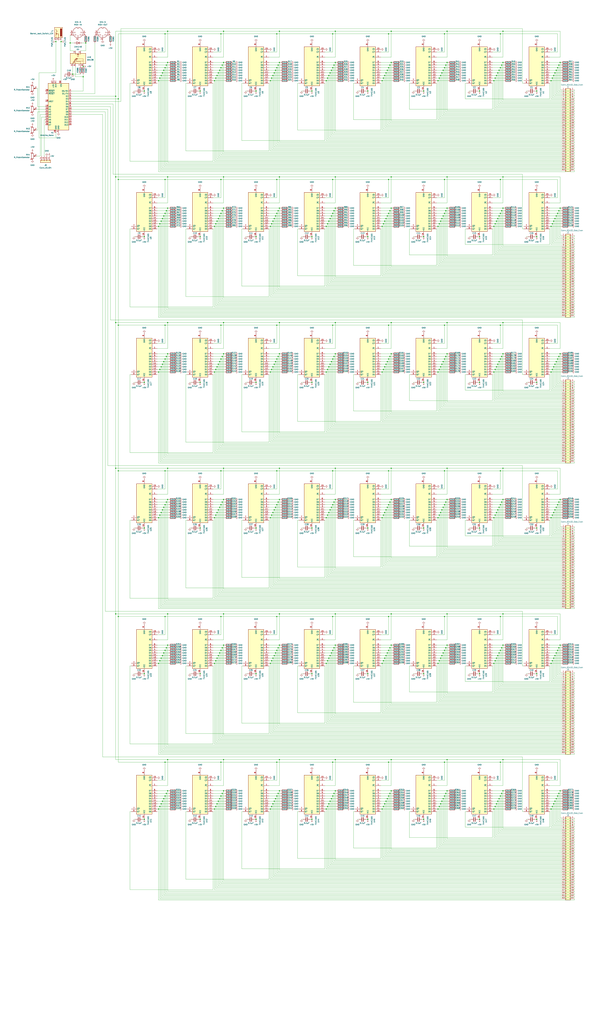
<source format=kicad_sch>
(kicad_sch (version 20250114) (generator "eeschema") (generator_version "9.0")
  (paper "User" 600 1000)
  (title_block (title "Digital organ") (date "2025-09-04") (rev "0"))
  (junction (at 433.07 210.82))
  (junction (at 430.53 784.86))
  (junction (at 414.02 231.14))
  (junction (at 435.61 632.46))
  (junction (at 374.65 218.44))
  (junction (at 195.58 373.38))
  (junction (at 218.44 629.92))
  (junction (at 379.73 33.02))
  (junction (at 158.75 640.08))
  (junction (at 163.83 772.16))
  (junction (at 265.43 502.92))
  (junction (at 160.02 210.82))
  (junction (at 161.29 459.74))
  (junction (at 157.48 215.9))
  (junction (at 264.16 789.94))
  (junction (at 162.56 632.46))
  (junction (at 163.83 203.2))
  (junction (at 158.75 497.84))
  (junction (at 163.83 629.92))
  (junction (at 210.82 218.44))
  (junction (at 140.97 231.14))
  (junction (at 427.99 647.7))
  (junction (at 273.05 60.96))
  (junction (at 379.73 175.26))
  (junction (at 273.05 345.44))
  (junction (at 265.43 218.44))
  (junction (at 379.73 317.5))
  (junction (at 538.48 647.7))
  (junction (at 217.17 347.98))
  (junction (at 490.22 205.74))
  (junction (at 271.78 205.74))
  (junction (at 546.1 490.22))
  (junction (at 486.41 355.6))
  (junction (at 210.82 502.92))
  (junction (at 541.02 358.14))
  (junction (at 542.29 782.32))
  (junction (at 161.29 492.76))
  (junction (at 379.73 635))
  (junction (at 468.63 800.1))
  (junction (at 157.48 784.86))
  (junction (at 544.83 208.28))
  (junction (at 321.31 642.62))
  (junction (at 217.17 490.22))
  (junction (at 483.87 218.44))
  (junction (at 215.9 208.28))
  (junction (at 250.19 373.38))
  (junction (at 541.02 215.9))
  (junction (at 162.56 63.5))
  (junction (at 215.9 350.52))
  (junction (at 156.21 787.4))
  (junction (at 524.51 373.38))
  (junction (at 485.14 784.86))
  (junction (at 218.44 741.68))
  (junction (at 270.51 601.98))
  (junction (at 359.41 231.14))
  (junction (at 414.02 800.1))
  (junction (at 435.61 774.7))
  (junction (at 213.36 355.6))
  (junction (at 265.43 76.2))
  (junction (at 483.87 645.16))
  (junction (at 273.05 487.68))
  (junction (at 524.51 800.1))
  (junction (at 359.41 515.62))
  (junction (at 373.38 220.98))
  (junction (at 544.83 635))
  (junction (at 83.82 41.91))
  (junction (at 163.83 314.96))
  (junction (at 538.48 505.46))
  (junction (at 320.04 360.68))
  (junction (at 322.58 355.6))
  (junction (at 267.97 640.08))
  (junction (at 431.8 782.32))
  (junction (at 269.24 779.78))
  (junction (at 429.26 645.16))
  (junction (at 490.22 63.5))
  (junction (at 113.03 314.96))
  (junction (at 482.6 647.7))
  (junction (at 215.9 317.5))
  (junction (at 487.68 495.3))
  (junction (at 304.8 231.14))
  (junction (at 270.51 317.5))
  (junction (at 491.49 599.44))
  (junction (at 325.12 492.76))
  (junction (at 327.66 30.48))
  (junction (at 543.56 68.58))
  (junction (at 318.77 647.7))
  (junction (at 468.63 515.62))
  (junction (at 327.66 345.44))
  (junction (at 209.55 363.22))
  (junction (at 215.9 66.04))
  (junction (at 468.63 657.86))
  (junction (at 304.8 373.38))
  (junction (at 436.88 314.96))
  (junction (at 430.53 642.62))
  (junction (at 270.51 175.26))
  (junction (at 487.68 353.06))
  (junction (at 524.51 231.14))
  (junction (at 373.38 647.7))
  (junction (at 323.85 637.54))
  (junction (at 382.27 487.68))
  (junction (at 161.29 66.04))
  (junction (at 546.1 63.5))
  (junction (at 491.49 345.44))
  (junction (at 382.27 203.2))
  (junction (at 382.27 772.16))
  (junction (at 264.16 78.74))
  (junction (at 304.8 657.86))
  (junction (at 320.04 787.4))
  (junction (at 325.12 459.74))
  (junction (at 250.19 515.62))
  (junction (at 154.94 789.94))
  (junction (at 427.99 505.46))
  (junction (at 436.88 629.92))
  (junction (at 379.73 777.24))
  (junction (at 382.27 60.96))
  (junction (at 434.34 317.5))
  (junction (at 414.02 373.38))
  (junction (at 210.82 76.2))
  (junction (at 218.44 60.96))
  (junction (at 488.95 492.76))
  (junction (at 195.58 88.9))
  (junction (at 486.41 213.36))
  (junction (at 320.04 645.16))
  (junction (at 214.63 637.54))
  (junction (at 271.78 774.7))
  (junction (at 327.66 203.2))
  (junction (at 382.27 599.44))
  (junction (at 377.19 640.08))
  (junction (at 538.48 220.98))
  (junction (at 483.87 787.4))
  (junction (at 326.39 205.74))
  (junction (at 327.66 599.44))
  (junction (at 543.56 210.82))
  (junction (at 538.48 78.74))
  (junction (at 267.97 497.84))
  (junction (at 270.51 492.76))
  (junction (at 435.61 490.22))
  (junction (at 378.46 779.78))
  (junction (at 163.83 30.48))
  (junction (at 163.83 457.2))
  (junction (at 327.66 60.96))
  (junction (at 381 63.5))
  (junction (at 213.36 782.32))
  (junction (at 323.85 353.06))
  (junction (at 212.09 73.66))
  (junction (at 273.05 629.92))
  (junction (at 381 205.74))
  (junction (at 381 774.7))
  (junction (at 468.63 373.38))
  (junction (at 430.53 215.9))
  (junction (at 320.04 502.92))
  (junction (at 160.02 353.06))
  (junction (at 414.02 515.62))
  (junction (at 435.61 205.74))
  (junction (at 81.28 74.93))
  (junction (at 327.66 741.68))
  (junction (at 266.7 500.38))
  (junction (at 434.34 350.52))
  (junction (at 374.65 787.4))
  (junction (at 113.03 93.98))
  (junction (at 377.19 497.84))
  (junction (at 271.78 347.98))
  (junction (at 373.38 363.22))
  (junction (at 267.97 782.32))
  (junction (at 375.92 215.9))
  (junction (at 266.7 215.9))
  (junction (at 59.69 40.64))
  (junction (at 487.68 779.78))
  (junction (at 546.1 347.98))
  (junction (at 321.31 73.66))
  (junction (at 214.63 68.58))
  (junction (at 382.27 345.44))
  (junction (at 434.34 33.02))
  (junction (at 434.34 208.28))
  (junction (at 327.66 487.68))
  (junction (at 488.95 777.24))
  (junction (at 435.61 347.98))
  (junction (at 273.05 203.2))
  (junction (at 547.37 60.96))
  (junction (at 266.7 642.62))
  (junction (at 547.37 203.2))
  (junction (at 154.94 363.22))
  (junction (at 433.07 68.58))
  (junction (at 218.44 314.96))
  (junction (at 431.8 355.6))
  (junction (at 157.48 73.66))
  (junction (at 373.38 505.46))
  (junction (at 210.82 787.4))
  (junction (at 434.34 601.98))
  (junction (at 325.12 744.22))
  (junction (at 270.51 744.22))
  (junction (at 431.8 640.08))
  (junction (at 325.12 777.24))
  (junction (at 161.29 317.5))
  (junction (at 490.22 774.7))
  (junction (at 524.51 657.86))
  (junction (at 487.68 210.82))
  (junction (at 434.34 744.22))
  (junction (at 488.95 744.22))
  (junction (at 325.12 33.02))
  (junction (at 326.39 632.46))
  (junction (at 161.29 744.22))
  (junction (at 430.53 500.38))
  (junction (at 543.56 353.06))
  (junction (at 375.92 500.38))
  (junction (at 323.85 779.78))
  (junction (at 318.77 789.94))
  (junction (at 325.12 208.28))
  (junction (at 488.95 175.26))
  (junction (at 524.51 88.9))
  (junction (at 269.24 637.54))
  (junction (at 320.04 76.2))
  (junction (at 326.39 490.22))
  (junction (at 213.36 497.84))
  (junction (at 266.7 784.86))
  (junction (at 212.09 784.86))
  (junction (at 327.66 172.72))
  (junction (at 327.66 629.92))
  (junction (at 382.27 457.2))
  (junction (at 218.44 203.2))
  (junction (at 546.1 205.74))
  (junction (at 323.85 495.3))
  (junction (at 158.75 782.32))
  (junction (at 304.8 800.1))
  (junction (at 539.75 218.44))
  (junction (at 538.48 363.22))
  (junction (at 543.56 637.54))
  (junction (at 482.6 220.98))
  (junction (at 482.6 78.74))
  (junction (at 318.77 505.46))
  (junction (at 539.75 502.92))
  (junction (at 436.88 772.16))
  (junction (at 158.75 355.6))
  (junction (at 321.31 215.9))
  (junction (at 488.95 208.28))
  (junction (at 273.05 30.48))
  (junction (at 327.66 457.2))
  (junction (at 486.41 782.32))
  (junction (at 273.05 599.44))
  (junction (at 414.02 88.9))
  (junction (at 321.31 500.38))
  (junction (at 322.58 213.36))
  (junction (at 539.75 645.16))
  (junction (at 209.55 78.74))
  (junction (at 160.02 495.3))
  (junction (at 304.8 515.62))
  (junction (at 542.29 71.12))
  (junction (at 162.56 205.74))
  (junction (at 157.48 500.38))
  (junction (at 488.95 317.5))
  (junction (at 491.49 60.96))
  (junction (at 215.9 635))
  (junction (at 54.61 40.64))
  (junction (at 218.44 345.44))
  (junction (at 541.02 784.86))
  (junction (at 215.9 492.76))
  (junction (at 430.53 73.66))
  (junction (at 156.21 360.68))
  (junction (at 250.19 657.86))
  (junction (at 217.17 774.7))
  (junction (at 544.83 777.24))
  (junction (at 325.12 66.04))
  (junction (at 377.19 213.36))
  (junction (at 436.88 741.68))
  (junction (at 434.34 635))
  (junction (at 113.03 172.72))
  (junction (at 327.66 772.16))
  (junction (at 482.6 789.94))
  (junction (at 325.12 635))
  (junction (at 195.58 515.62))
  (junction (at 158.75 213.36))
  (junction (at 546.1 774.7))
  (junction (at 154.94 220.98))
  (junction (at 434.34 175.26))
  (junction (at 547.37 772.16))
  (junction (at 427.99 220.98))
  (junction (at 491.49 772.16))
  (junction (at 486.41 71.12))
  (junction (at 486.41 497.84))
  (junction (at 270.51 66.04))
  (junction (at 379.73 350.52))
  (junction (at 468.63 231.14))
  (junction (at 491.49 629.92))
  (junction (at 429.26 787.4))
  (junction (at 273.05 172.72))
  (junction (at 264.16 647.7))
  (junction (at 161.29 208.28))
  (junction (at 215.9 744.22))
  (junction (at 269.24 495.3))
  (junction (at 491.49 457.2))
  (junction (at 326.39 347.98))
  (junction (at 359.41 657.86))
  (junction (at 215.9 601.98))
  (junction (at 491.49 741.68))
  (junction (at 318.77 220.98))
  (junction (at 539.75 360.68))
  (junction (at 379.73 492.76))
  (junction (at 267.97 355.6))
  (junction (at 212.09 358.14))
  (junction (at 433.07 495.3))
  (junction (at 379.73 459.74))
  (junction (at 414.02 657.86))
  (junction (at 378.46 637.54))
  (junction (at 539.75 76.2))
  (junction (at 485.14 73.66))
  (junction (at 213.36 71.12))
  (junction (at 195.58 231.14))
  (junction (at 427.99 363.22))
  (junction (at 217.17 205.74))
  (junction (at 375.92 73.66))
  (junction (at 433.07 779.78))
  (junction (at 217.17 63.5))
  (junction (at 427.99 78.74))
  (junction (at 485.14 215.9))
  (junction (at 375.92 358.14))
  (junction (at 359.41 373.38))
  (junction (at 483.87 360.68))
  (junction (at 271.78 632.46))
  (junction (at 161.29 350.52))
  (junction (at 264.16 505.46))
  (junction (at 482.6 363.22))
  (junction (at 270.51 777.24))
  (junction (at 429.26 218.44))
  (junction (at 491.49 172.72))
  (junction (at 434.34 777.24))
  (junction (at 436.88 60.96))
  (junction (at 320.04 218.44))
  (junction (at 162.56 347.98))
  (junction (at 160.02 637.54))
  (junction (at 215.9 777.24))
  (junction (at 378.46 353.06))
  (junction (at 156.21 76.2))
  (junction (at 379.73 66.04))
  (junction (at 436.88 487.68))
  (junction (at 218.44 30.48))
  (junction (at 209.55 505.46))
  (junction (at 374.65 645.16))
  (junction (at 359.41 800.1))
  (junction (at 267.97 71.12))
  (junction (at 436.88 599.44))
  (junction (at 140.97 373.38))
  (junction (at 215.9 175.26))
  (junction (at 374.65 502.92))
  (junction (at 163.83 599.44))
  (junction (at 162.56 774.7))
  (junction (at 381 347.98))
  (junction (at 154.94 505.46))
  (junction (at 218.44 772.16))
  (junction (at 163.83 741.68))
  (junction (at 485.14 642.62))
  (junction (at 429.26 76.2))
  (junction (at 154.94 78.74))
  (junction (at 218.44 457.2))
  (junction (at 436.88 457.2))
  (junction (at 265.43 645.16))
  (junction (at 269.24 210.82))
  (junction (at 215.9 459.74))
  (junction (at 318.77 78.74))
  (junction (at 374.65 360.68))
  (junction (at 427.99 789.94))
  (junction (at 483.87 502.92))
  (junction (at 541.02 500.38))
  (junction (at 270.51 33.02))
  (junction (at 378.46 210.82))
  (junction (at 373.38 78.74))
  (junction (at 382.27 172.72))
  (junction (at 381 490.22))
  (junction (at 379.73 744.22))
  (junction (at 379.73 208.28))
  (junction (at 490.22 490.22))
  (junction (at 218.44 487.68))
  (junction (at 542.29 213.36))
  (junction (at 431.8 213.36))
  (junction (at 214.63 495.3))
  (junction (at 487.68 68.58))
  (junction (at 326.39 63.5))
  (junction (at 488.95 459.74))
  (junction (at 382.27 314.96))
  (junction (at 374.65 76.2))
  (junction (at 160.02 68.58))
  (junction (at 541.02 642.62))
  (junction (at 543.56 495.3))
  (junction (at 431.8 497.84))
  (junction (at 140.97 88.9))
  (junction (at 269.24 68.58))
  (junction (at 546.1 632.46))
  (junction (at 161.29 33.02))
  (junction (at 327.66 314.96))
  (junction (at 378.46 495.3))
  (junction (at 433.07 353.06))
  (junction (at 547.37 629.92))
  (junction (at 491.49 203.2))
  (junction (at 434.34 66.04))
  (junction (at 382.27 741.68))
  (junction (at 322.58 497.84))
  (junction (at 321.31 784.86))
  (junction (at 160.02 779.78))
  (junction (at 271.78 490.22))
  (junction (at 377.19 71.12))
  (junction (at 373.38 789.94))
  (junction (at 250.19 800.1))
  (junction (at 156.21 218.44))
  (junction (at 381 632.46))
  (junction (at 156.21 645.16))
  (junction (at 488.95 350.52))
  (junction (at 542.29 497.84))
  (junction (at 322.58 640.08))
  (junction (at 163.83 487.68))
  (junction (at 487.68 637.54))
  (junction (at 436.88 172.72))
  (junction (at 212.09 215.9))
  (junction (at 273.05 772.16))
  (junction (at 270.51 208.28))
  (junction (at 163.83 172.72))
  (junction (at 250.19 231.14))
  (junction (at 140.97 657.86))
  (junction (at 468.63 88.9))
  (junction (at 264.16 363.22))
  (junction (at 270.51 459.74))
  (junction (at 209.55 647.7))
  (junction (at 325.12 601.98))
  (junction (at 115.57 317.5))
  (junction (at 323.85 68.58))
  (junction (at 270.51 350.52))
  (junction (at 271.78 63.5))
  (junction (at 436.88 345.44))
  (junction (at 115.57 96.52))
  (junction (at 266.7 358.14))
  (junction (at 375.92 784.86))
  (junction (at 213.36 640.08))
  (junction (at 544.83 492.76))
  (junction (at 486.41 640.08))
  (junction (at 195.58 657.86))
  (junction (at 491.49 30.48))
  (junction (at 491.49 487.68))
  (junction (at 265.43 360.68))
  (junction (at 543.56 779.78))
  (junction (at 429.26 360.68))
  (junction (at 544.83 66.04))
  (junction (at 162.56 490.22))
  (junction (at 115.57 175.26))
  (junction (at 267.97 213.36))
  (junction (at 209.55 789.94))
  (junction (at 485.14 358.14))
  (junction (at 212.09 642.62))
  (junction (at 377.19 355.6))
  (junction (at 434.34 492.76))
  (junction (at 265.43 787.4))
  (junction (at 269.24 353.06))
  (junction (at 542.29 355.6))
  (junction (at 483.87 76.2))
  (junction (at 436.88 203.2))
  (junction (at 250.19 88.9))
  (junction (at 491.49 314.96))
  (junction (at 541.02 73.66))
  (junction (at 318.77 363.22))
  (junction (at 375.92 642.62))
  (junction (at 436.88 30.48))
  (junction (at 377.19 782.32))
  (junction (at 359.41 88.9))
  (junction (at 157.48 642.62))
  (junction (at 321.31 358.14))
  (junction (at 195.58 800.1))
  (junction (at 488.95 66.04))
  (junction (at 544.83 350.52))
  (junction (at 488.95 33.02))
  (junction (at 490.22 347.98))
  (junction (at 542.29 640.08))
  (junction (at 431.8 71.12))
  (junction (at 213.36 213.36))
  (junction (at 115.57 601.98))
  (junction (at 157.48 358.14))
  (junction (at 140.97 800.1))
  (junction (at 140.97 515.62))
  (junction (at 433.07 637.54))
  (junction (at 323.85 210.82))
  (junction (at 214.63 353.06))
  (junction (at 382.27 30.48))
  (junction (at 158.75 71.12))
  (junction (at 71.12 72.39))
  (junction (at 212.09 500.38))
  (junction (at 547.37 487.68))
  (junction (at 482.6 505.46))
  (junction (at 210.82 645.16))
  (junction (at 68.58 41.91))
  (junction (at 430.53 358.14))
  (junction (at 382.27 629.92))
  (junction (at 273.05 314.96))
  (junction (at 547.37 345.44))
  (junction (at 485.14 500.38))
  (junction (at 215.9 33.02))
  (junction (at 379.73 601.98))
  (junction (at 163.83 60.96))
  (junction (at 273.05 457.2))
  (junction (at 113.03 457.2))
  (junction (at 218.44 172.72))
  (junction (at 434.34 459.74))
  (junction (at 304.8 88.9))
  (junction (at 488.95 601.98))
  (junction (at 270.51 635))
  (junction (at 81.28 64.77))
  (junction (at 161.29 777.24))
  (junction (at 161.29 175.26))
  (junction (at 214.63 779.78))
  (junction (at 322.58 782.32))
  (junction (at 115.57 459.74))
  (junction (at 322.58 71.12))
  (junction (at 218.44 599.44))
  (junction (at 163.83 345.44))
  (junction (at 539.75 787.4))
  (junction (at 264.16 220.98))
  (junction (at 154.94 647.7))
  (junction (at 378.46 68.58))
  (junction (at 156.21 502.92))
  (junction (at 217.17 632.46))
  (junction (at 214.63 210.82))
  (junction (at 435.61 63.5))
  (junction (at 266.7 73.66))
  (junction (at 161.29 635))
  (junction (at 326.39 774.7))
  (junction (at 273.05 741.68))
  (junction (at 209.55 220.98))
  (junction (at 325.12 317.5))
  (junction (at 490.22 632.46))
  (junction (at 113.03 599.44))
  (junction (at 524.51 515.62))
  (junction (at 488.95 635))
  (junction (at 325.12 350.52))
  (junction (at 429.26 502.92))
  (junction (at 325.12 175.26))
  (junction (at 161.29 601.98))
  (junction (at 210.82 360.68))
  (junction (at 538.48 789.94))
  (wire (pts (xy 481.33 482.6) (xy 491.49 482.6)))
  (wire (pts (xy 561.34 680.72) (xy 561.34 679.45)))
  (wire (pts (xy 561.34 142.24) (xy 561.34 140.97)))
  (wire (pts (xy 538.48 220.98) (xy 548.64 220.98)))
  (wire (pts (xy 218.44 741.68) (xy 273.05 741.68)))
  (wire (pts (xy 208.28 497.84) (xy 213.36 497.84)))
  (wire (pts (xy 320.04 76.2) (xy 320.04 135.89)))
  (wire (pts (xy 511.81 81.28) (xy 510.54 81.28)))
  (wire (pts (xy 429.26 502.92) (xy 429.26 542.29)))
  (wire (pts (xy 558.8 779.78) (xy 556.26 779.78)))
  (wire (pts (xy 379.73 619.76) (xy 379.73 601.98)))
  (wire (pts (xy 349.25 373.38) (xy 350.52 373.38)))
  (wire (pts (xy 537.21 779.78) (xy 543.56 779.78)))
  (wire (pts (xy 435.61 678.18) (xy 561.34 678.18)))
  (wire (pts (xy 339.09 345.44) (xy 336.55 345.44)))
  (wire (pts (xy 214.63 68.58) (xy 219.71 68.58)))
  (wire (pts (xy 163.83 629.92) (xy 163.83 727.71)))
  (wire (pts (xy 158.75 213.36) (xy 165.1 213.36)))
  (wire (pts (xy 339.09 71.12) (xy 336.55 71.12)))
  (wire (pts (xy 561.34 256.54) (xy 561.34 255.27)))
  (wire (pts (xy 265.43 430.53) (xy 548.64 430.53)))
  (wire (pts (xy 490.22 632.46) (xy 481.33 632.46)))
  (wire (pts (xy 537.21 213.36) (xy 542.29 213.36)))
  (wire (pts (xy 317.5 777.24) (xy 325.12 777.24)))
  (wire (pts (xy 154.94 505.46) (xy 154.94 594.36)))
  (wire (pts (xy 377.19 497.84) (xy 383.54 497.84)))
  (wire (pts (xy 113.03 93.98) (xy 113.03 172.72)))
  (wire (pts (xy 157.48 784.86) (xy 165.1 784.86)))
  (wire (pts (xy 544.83 801.37) (xy 548.64 801.37)))
  (wire (pts (xy 175.26 203.2) (xy 172.72 203.2)))
  (wire (pts (xy 481.33 193.04) (xy 488.95 193.04)))
  (wire (pts (xy 327.66 457.2) (xy 382.27 457.2)))
  (wire (pts (xy 270.51 709.93) (xy 548.64 709.93)))
  (wire (pts (xy 558.8 60.96) (xy 556.26 60.96)))
  (wire (pts (xy 539.75 645.16) (xy 539.75 664.21)))
  (wire (pts (xy 561.34 853.44) (xy 561.34 852.17)))
  (wire (pts (xy 502.92 777.24) (xy 500.38 777.24)))
  (wire (pts (xy 481.33 640.08) (xy 486.41 640.08)))
  (wire (pts (xy 284.48 632.46) (xy 281.94 632.46)))
  (wire (pts (xy 157.48 449.58) (xy 561.34 449.58)))
  (wire (pts (xy 346.71 223.52) (xy 345.44 223.52)))
  (wire (pts (xy 426.72 203.2) (xy 436.88 203.2)))
  (wire (pts (xy 436.88 741.68) (xy 491.49 741.68)))
  (wire (pts (xy 426.72 360.68) (xy 429.26 360.68)))
  (wire (pts (xy 373.38 838.2) (xy 561.34 838.2)))
  (wire (pts (xy 274.32 60.96) (xy 273.05 60.96)))
  (wire (pts (xy 426.72 215.9) (xy 430.53 215.9)))
  (wire (pts (xy 185.42 657.86) (xy 186.69 657.86)))
  (wire (pts (xy 127 365.76) (xy 127 441.96)))
  (wire (pts (xy 429.26 360.68) (xy 438.15 360.68)))
  (wire (pts (xy 490.22 668.02) (xy 561.34 668.02)))
  (wire (pts (xy 208.28 787.4) (xy 210.82 787.4)))
  (wire (pts (xy 426.72 637.54) (xy 433.07 637.54)))
  (wire (pts (xy 262.89 363.22) (xy 264.16 363.22)))
  (wire (pts (xy 284.48 779.78) (xy 281.94 779.78)))
  (wire (pts (xy 561.34 431.8) (xy 561.34 430.53)))
  (wire (pts (xy 434.34 635) (xy 434.34 679.45)))
  (wire (pts (xy 537.21 495.3) (xy 543.56 495.3)))
  (wire (pts (xy 154.94 167.64) (xy 561.34 167.64)))
  (wire (pts (xy 561.34 698.5) (xy 561.34 697.23)))
  (wire (pts (xy 326.39 347.98) (xy 328.93 347.98)))
  (wire (pts (xy 546.1 490.22) (xy 546.1 515.62)))
  (wire (pts (xy 44.45 114.3) (xy 40.64 114.3)))
  (wire (pts (xy 427.99 789.94) (xy 427.99 828.04)))
  (wire (pts (xy 208.28 647.7) (xy 209.55 647.7)))
  (wire (pts (xy 323.85 210.82) (xy 328.93 210.82)))
  (wire (pts (xy 429.26 645.16) (xy 429.26 684.53)))
  (wire (pts (xy 81.28 88.9) (xy 81.28 74.93)))
  (wire (pts (xy 502.92 350.52) (xy 500.38 350.52)))
  (wire (pts (xy 345.44 259.08) (xy 426.72 259.08)))
  (wire (pts (xy 372.11 208.28) (xy 379.73 208.28)))
  (wire (pts (xy 318.77 78.74) (xy 328.93 78.74)))
  (wire (pts (xy 378.46 210.82) (xy 383.54 210.82)))
  (wire (pts (xy 448.31 213.36) (xy 445.77 213.36)))
  (wire (pts (xy 541.02 358.14) (xy 541.02 378.46)))
  (wire (pts (xy 325.12 50.8) (xy 325.12 33.02)))
  (wire (pts (xy 375.92 408.94) (xy 561.34 408.94)))
  (wire (pts (xy 218.44 575.31) (xy 548.64 575.31)))
  (wire (pts (xy 210.82 867.41) (xy 548.64 867.41)))
  (wire (pts (xy 273.05 599.44) (xy 327.66 599.44)))
  (wire (pts (xy 537.21 63.5) (xy 546.1 63.5)))
  (wire (pts (xy 262.89 358.14) (xy 266.7 358.14)))
  (wire (pts (xy 208.28 635) (xy 215.9 635)))
  (wire (pts (xy 320.04 360.68) (xy 328.93 360.68)))
  (wire (pts (xy 482.6 363.22) (xy 482.6 391.16)))
  (wire (pts (xy 448.31 632.46) (xy 445.77 632.46)))
  (wire (pts (xy 265.43 360.68) (xy 274.32 360.68)))
  (wire (pts (xy 429.26 218.44) (xy 438.15 218.44)))
  (wire (pts (xy 267.97 355.6) (xy 267.97 427.99)))
  (wire (pts (xy 181.61 147.32) (xy 181.61 81.28)))
  (wire (pts (xy 546.1 231.14) (xy 561.34 231.14)))
  (wire (pts (xy 434.34 208.28) (xy 434.34 252.73)))
  (wire (pts (xy 448.31 502.92) (xy 445.77 502.92)))
  (wire (pts (xy 375.92 551.18) (xy 561.34 551.18)))
  (wire (pts (xy 323.85 274.32) (xy 561.34 274.32)))
  (wire (pts (xy 318.77 789.94) (xy 318.77 848.36)))
  (wire (pts (xy 175.26 777.24) (xy 172.72 777.24)))
  (wire (pts (xy 156.21 308.61) (xy 548.64 308.61)))
  (wire (pts (xy 448.31 360.68) (xy 445.77 360.68)))
  (wire (pts (xy 561.34 734.06) (xy 561.34 732.79)))
  (wire (pts (xy 209.55 157.48) (xy 561.34 157.48)))
  (wire (pts (xy 502.92 784.86) (xy 500.38 784.86)))
  (wire (pts (xy 547.37 203.2) (xy 547.37 229.87)))
  (wire (pts (xy 161.29 193.04) (xy 161.29 175.26)))
  (wire (pts (xy 163.83 314.96) (xy 218.44 314.96)))
  (wire (pts (xy 162.56 63.5) (xy 165.1 63.5)))
  (wire (pts (xy 375.92 73.66) (xy 383.54 73.66)))
  (wire (pts (xy 434.34 492.76) (xy 434.34 537.21)))
  (wire (pts (xy 209.55 505.46) (xy 219.71 505.46)))
  (wire (pts (xy 153.67 762) (xy 161.29 762)))
  (wire (pts (xy 175.26 66.04) (xy 172.72 66.04)))
  (wire (pts (xy 115.57 744.22) (xy 161.29 744.22)))
  (wire (pts (xy 454.66 81.28) (xy 455.93 81.28)))
  (wire (pts (xy 561.34 243.84) (xy 561.34 242.57)))
  (wire (pts (xy 157.48 642.62) (xy 165.1 642.62)))
  (wire (pts (xy 262.89 71.12) (xy 267.97 71.12)))
  (wire (pts (xy 372.11 350.52) (xy 379.73 350.52)))
  (wire (pts (xy 284.48 210.82) (xy 281.94 210.82)))
  (wire (pts (xy 372.11 360.68) (xy 374.65 360.68)))
  (wire (pts (xy 393.7 355.6) (xy 391.16 355.6)))
  (wire (pts (xy 537.21 203.2) (xy 547.37 203.2)))
  (wire (pts (xy 325.12 477.52) (xy 325.12 459.74)))
  (wire (pts (xy 154.94 452.12) (xy 561.34 452.12)))
  (wire (pts (xy 541.02 358.14) (xy 548.64 358.14)))
  (wire (pts (xy 271.78 281.94) (xy 561.34 281.94)))
  (wire (pts (xy 208.28 441.96) (xy 208.28 365.76)))
  (wire (pts (xy 372.11 779.78) (xy 378.46 779.78)))
  (wire (pts (xy 412.75 800.1) (xy 414.02 800.1)))
  (wire (pts (xy 284.48 218.44) (xy 281.94 218.44)))
  (wire (pts (xy 537.21 208.28) (xy 544.83 208.28)))
  (wire (pts (xy 561.34 419.1) (xy 561.34 417.83)))
  (wire (pts (xy 68.58 49.53) (xy 68.58 41.91)))
  (wire (pts (xy 209.55 789.94) (xy 219.71 789.94)))
  (wire (pts (xy 217.17 576.58) (xy 561.34 576.58)))
  (wire (pts (xy 558.8 358.14) (xy 556.26 358.14)))
  (wire (pts (xy 377.19 71.12) (xy 377.19 123.19)))
  (wire (pts (xy 317.5 203.2) (xy 327.66 203.2)))
  (wire (pts (xy 481.33 533.4) (xy 481.33 508)))
  (wire (pts (xy 372.11 55.88) (xy 382.27 55.88)))
  (wire (pts (xy 561.34 119.38) (xy 561.34 118.11)))
  (wire (pts (xy 264.16 220.98) (xy 264.16 289.56)))
  (wire (pts (xy 401.32 650.24) (xy 400.05 650.24)))
  (wire (pts (xy 481.33 624.84) (xy 491.49 624.84)))
  (wire (pts (xy 317.5 632.46) (xy 326.39 632.46)))
  (wire (pts (xy 561.34 736.6) (xy 561.34 735.33)))
  (wire (pts (xy 372.11 482.6) (xy 382.27 482.6)))
  (wire (pts (xy 262.89 198.12) (xy 273.05 198.12)))
  (wire (pts (xy 481.33 215.9) (xy 485.14 215.9)))
  (wire (pts (xy 372.11 642.62) (xy 375.92 642.62)))
  (wire (pts (xy 561.34 528.32) (xy 561.34 527.05)))
  (wire (pts (xy 426.72 779.78) (xy 433.07 779.78)))
  (wire (pts (xy 488.95 350.52) (xy 488.95 384.81)))
  (wire (pts (xy 265.43 360.68) (xy 265.43 430.53)))
  (wire (pts (xy 325.12 33.02) (xy 379.73 33.02)))
  (wire (pts (xy 161.29 445.77) (xy 548.64 445.77)))
  (wire (pts (xy 294.64 657.86) (xy 295.91 657.86)))
  (wire (pts (xy 537.21 73.66) (xy 541.02 73.66)))
  (wire (pts (xy 558.8 777.24) (xy 556.26 777.24)))
  (wire (pts (xy 547.37 487.68) (xy 547.37 514.35)))
  (wire (pts (xy 271.78 424.18) (xy 561.34 424.18)))
  (wire (pts (xy 321.31 561.34) (xy 561.34 561.34)))
  (wire (pts (xy 154.94 736.6) (xy 561.34 736.6)))
  (wire (pts (xy 546.1 347.98) (xy 546.1 373.38)))
  (wire (pts (xy 435.61 393.7) (xy 561.34 393.7)))
  (wire (pts (xy 502.92 640.08) (xy 500.38 640.08)))
  (wire (pts (xy 426.72 505.46) (xy 427.99 505.46)))
  (wire (pts (xy 294.64 515.62) (xy 295.91 515.62)))
  (wire (pts (xy 229.87 784.86) (xy 227.33 784.86)))
  (wire (pts (xy 382.27 198.12) (xy 382.27 172.72)))
  (wire (pts (xy 71.12 72.39) (xy 78.74 72.39)))
  (wire (pts (xy 393.7 490.22) (xy 391.16 490.22)))
  (wire (pts (xy 163.83 198.12) (xy 163.83 172.72)))
  (wire (pts (xy 448.31 777.24) (xy 445.77 777.24)))
  (wire (pts (xy 431.8 497.84) (xy 438.15 497.84)))
  (wire (pts (xy 561.34 843.28) (xy 561.34 842.01)))
  (wire (pts (xy 161.29 459.74) (xy 215.9 459.74)))
  (wire (pts (xy 162.56 302.26) (xy 561.34 302.26)))
  (wire (pts (xy 393.7 353.06) (xy 391.16 353.06)))
  (wire (pts (xy 229.87 495.3) (xy 227.33 495.3)))
  (wire (pts (xy 373.38 647.7) (xy 383.54 647.7)))
  (wire (pts (xy 486.41 640.08) (xy 492.76 640.08)))
  (wire (pts (xy 434.34 601.98) (xy 488.95 601.98)))
  (wire (pts (xy 154.94 789.94) (xy 165.1 789.94)))
  (wire (pts (xy 208.28 205.74) (xy 217.17 205.74)))
  (wire (pts (xy 372.11 355.6) (xy 377.19 355.6)))
  (wire (pts (xy 372.11 553.72) (xy 372.11 508)))
  (wire (pts (xy 372.11 619.76) (xy 379.73 619.76)))
  (wire (pts (xy 68.58 49.53) (xy 73.66 49.53)))
  (wire (pts (xy 321.31 419.1) (xy 561.34 419.1)))
  (wire (pts (xy 267.97 285.75) (xy 548.64 285.75)))
  (wire (pts (xy 339.09 647.7) (xy 336.55 647.7)))
  (wire (pts (xy 208.28 774.7) (xy 217.17 774.7)))
  (wire (pts (xy 481.33 642.62) (xy 485.14 642.62)))
  (wire (pts (xy 488.95 777.24) (xy 492.76 777.24)))
  (wire (pts (xy 427.99 505.46) (xy 438.15 505.46)))
  (wire (pts (xy 454.66 650.24) (xy 454.66 665.48)))
  (wire (pts (xy 127 157.48) (xy 208.28 157.48)))
  (wire (pts (xy 429.26 400.05) (xy 548.64 400.05)))
  (wire (pts (xy 321.31 642.62) (xy 328.93 642.62)))
  (wire (pts (xy 426.72 645.16) (xy 429.26 645.16)))
  (wire (pts (xy 502.92 772.16) (xy 500.38 772.16)))
  (wire (pts (xy 393.7 629.92) (xy 391.16 629.92)))
  (wire (pts (xy 488.95 317.5) (xy 544.83 317.5)))
  (wire (pts (xy 181.61 508) (xy 182.88 508)))
  (wire (pts (xy 448.31 647.7) (xy 445.77 647.7)))
  (wire (pts (xy 558.8 487.68) (xy 556.26 487.68)))
  (wire (pts (xy 434.34 679.45) (xy 548.64 679.45)))
  (wire (pts (xy 128.27 223.52) (xy 127 223.52)))
  (wire (pts (xy 290.83 127) (xy 372.11 127)))
  (wire (pts (xy 128.27 365.76) (xy 127 365.76)))
  (wire (pts (xy 161.29 208.28) (xy 165.1 208.28)))
  (wire (pts (xy 558.8 787.4) (xy 556.26 787.4)))
  (wire (pts (xy 326.39 774.7) (xy 326.39 840.74)))
  (wire (pts (xy 237.49 365.76) (xy 236.22 365.76)))
  (wire (pts (xy 325.12 175.26) (xy 379.73 175.26)))
  (wire (pts (xy 115.57 96.52) (xy 115.57 175.26)))
  (wire (pts (xy 481.33 350.52) (xy 488.95 350.52)))
  (wire (pts (xy 212.09 358.14) (xy 212.09 439.42)))
  (wire (pts (xy 537.21 642.62) (xy 541.02 642.62)))
  (wire (pts (xy 262.89 716.28) (xy 181.61 716.28)))
  (wire (pts (xy 290.83 650.24) (xy 290.83 695.96)))
  (wire (pts (xy 426.72 76.2) (xy 429.26 76.2)))
  (wire (pts (xy 115.57 459.74) (xy 161.29 459.74)))
  (wire (pts (xy 210.82 502.92) (xy 210.82 582.93)))
  (wire (pts (xy 454.66 238.76) (xy 537.21 238.76)))
  (wire (pts (xy 208.28 492.76) (xy 215.9 492.76)))
  (wire (pts (xy 262.89 502.92) (xy 265.43 502.92)))
  (wire (pts (xy 372.11 767.08) (xy 382.27 767.08)))
  (wire (pts (xy 434.34 459.74) (xy 488.95 459.74)))
  (wire (pts (xy 543.56 495.3) (xy 548.64 495.3)))
  (wire (pts (xy 229.87 347.98) (xy 227.33 347.98)))
  (wire (pts (xy 160.02 637.54) (xy 165.1 637.54)))
  (wire (pts (xy 372.11 60.96) (xy 382.27 60.96)))
  (wire (pts (xy 322.58 275.59) (xy 548.64 275.59)))
  (wire (pts (xy 561.34 706.12) (xy 561.34 704.85)))
  (wire (pts (xy 561.34 584.2) (xy 561.34 582.93)))
  (wire (pts (xy 544.83 90.17) (xy 548.64 90.17)))
  (wire (pts (xy 175.26 782.32) (xy 172.72 782.32)))
  (wire (pts (xy 558.8 353.06) (xy 556.26 353.06)))
  (wire (pts (xy 430.53 500.38) (xy 430.53 541.02)))
  (wire (pts (xy 510.54 454.66) (xy 510.54 508)))
  (wire (pts (xy 372.11 76.2) (xy 374.65 76.2)))
  (wire (pts (xy 153.67 645.16) (xy 156.21 645.16)))
  (wire (pts (xy 264.16 78.74) (xy 264.16 147.32)))
  (wire (pts (xy 323.85 637.54) (xy 323.85 701.04)))
  (wire (pts (xy 491.49 487.68) (xy 491.49 524.51)))
  (wire (pts (xy 373.38 647.7) (xy 373.38 695.96)))
  (wire (pts (xy 215.9 435.61) (xy 548.64 435.61)))
  (wire (pts (xy 271.78 281.94) (xy 271.78 205.74)))
  (wire (pts (xy 561.34 88.9) (xy 561.34 87.63)))
  (wire (pts (xy 561.34 574.04) (xy 561.34 572.77)))
  (wire (pts (xy 434.34 459.74) (xy 434.34 477.52)))
  (wire (pts (xy 326.39 556.26) (xy 561.34 556.26)))
  (wire (pts (xy 218.44 433.07) (xy 548.64 433.07)))
  (wire (pts (xy 393.7 73.66) (xy 391.16 73.66)))
  (wire (pts (xy 539.75 360.68) (xy 539.75 379.73)))
  (wire (pts (xy 163.83 203.2) (xy 163.83 300.99)))
  (wire (pts (xy 161.29 588.01) (xy 548.64 588.01)))
  (wire (pts (xy 213.36 640.08) (xy 219.71 640.08)))
  (wire (pts (xy 115.57 317.5) (xy 161.29 317.5)))
  (wire (pts (xy 163.83 340.36) (xy 163.83 314.96)))
  (wire (pts (xy 273.05 55.88) (xy 273.05 30.48)))
  (wire (pts (xy 271.78 708.66) (xy 271.78 632.46)))
  (wire (pts (xy 539.75 379.73) (xy 548.64 379.73)))
  (wire (pts (xy 426.72 619.76) (xy 434.34 619.76)))
  (wire (pts (xy 502.92 495.3) (xy 500.38 495.3)))
  (wire (pts (xy 274.32 203.2) (xy 273.05 203.2)))
  (wire (pts (xy 156.21 166.37) (xy 548.64 166.37)))
  (wire (pts (xy 382.27 172.72) (xy 436.88 172.72)))
  (wire (pts (xy 213.36 864.87) (xy 548.64 864.87)))
  (wire (pts (xy 481.33 782.32) (xy 486.41 782.32)))
  (wire (pts (xy 215.9 350.52) (xy 215.9 435.61)))
  (wire (pts (xy 448.31 784.86) (xy 445.77 784.86)))
  (wire (pts (xy 373.38 553.72) (xy 561.34 553.72)))
  (wire (pts (xy 381 261.62) (xy 561.34 261.62)))
  (wire (pts (xy 427.99 363.22) (xy 438.15 363.22)))
  (wire (pts (xy 40.64 114.3) (xy 40.64 152.4)))
  (wire (pts (xy 435.61 774.7) (xy 438.15 774.7)))
  (wire (pts (xy 448.31 355.6) (xy 445.77 355.6)))
  (wire (pts (xy 153.67 193.04) (xy 161.29 193.04)))
  (wire (pts (xy 325.12 699.77) (xy 548.64 699.77)))
  (wire (pts (xy 403.86 800.1) (xy 405.13 800.1)))
  (wire (pts (xy 214.63 863.6) (xy 561.34 863.6)))
  (wire (pts (xy 163.83 585.47) (xy 548.64 585.47)))
  (wire (pts (xy 265.43 76.2) (xy 274.32 76.2)))
  (wire (pts (xy 502.92 213.36) (xy 500.38 213.36)))
  (wire (pts (xy 379.73 492.76) (xy 383.54 492.76)))
  (wire (pts (xy 372.11 637.54) (xy 378.46 637.54)))
  (wire (pts (xy 284.48 500.38) (xy 281.94 500.38)))
  (wire (pts (xy 267.97 497.84) (xy 267.97 570.23)))
  (wire (pts (xy 262.89 223.52) (xy 262.89 289.56)))
  (wire (pts (xy 292.1 81.28) (xy 290.83 81.28)))
  (wire (pts (xy 162.56 63.5) (xy 162.56 160.02)))
  (wire (pts (xy 273.05 772.16) (xy 273.05 849.63)))
  (wire (pts (xy 266.7 855.98) (xy 561.34 855.98)))
  (wire (pts (xy 561.34 873.76) (xy 160.02 873.76)))
  (wire (pts (xy 435.61 347.98) (xy 435.61 393.7)))
  (wire (pts (xy 130.81 800.1) (xy 132.08 800.1)))
  (wire (pts (xy 358.14 800.1) (xy 359.41 800.1)))
  (wire (pts (xy 292.1 792.48) (xy 290.83 792.48)))
  (wire (pts (xy 317.5 68.58) (xy 323.85 68.58)))
  (wire (pts (xy 436.88 599.44) (xy 491.49 599.44)))
  (wire (pts (xy 317.5 198.12) (xy 327.66 198.12)))
  (wire (pts (xy 537.21 789.94) (xy 538.48 789.94)))
  (wire (pts (xy 547.37 629.92) (xy 547.37 656.59)))
  (wire (pts (xy 215.9 862.33) (xy 548.64 862.33)))
  (wire (pts (xy 267.97 640.08) (xy 267.97 712.47)))
  (wire (pts (xy 502.92 505.46) (xy 500.38 505.46)))
  (wire (pts (xy 139.7 231.14) (xy 140.97 231.14)))
  (wire (pts (xy 426.72 487.68) (xy 436.88 487.68)))
  (wire (pts (xy 158.75 640.08) (xy 165.1 640.08)))
  (wire (pts (xy 317.5 137.16) (xy 317.5 81.28)))
  (wire (pts (xy 538.48 381) (xy 561.34 381)))
  (wire (pts (xy 339.09 492.76) (xy 336.55 492.76)))
  (wire (pts (xy 153.67 779.78) (xy 160.02 779.78)))
  (wire (pts (xy 543.56 495.3) (xy 543.56 518.16)))
  (wire (pts (xy 262.89 792.48) (xy 262.89 858.52)))
  (wire (pts (xy 482.6 78.74) (xy 482.6 106.68)))
  (wire (pts (xy 561.34 403.86) (xy 561.34 402.59)))
  (wire (pts (xy 208.28 779.78) (xy 214.63 779.78)))
  (wire (pts (xy 490.22 99.06) (xy 561.34 99.06)))
  (wire (pts (xy 165.1 203.2) (xy 163.83 203.2)))
  (wire (pts (xy 561.34 154.94) (xy 561.34 153.67)))
  (wire (pts (xy 486.41 102.87) (xy 548.64 102.87)))
  (wire (pts (xy 163.83 624.84) (xy 163.83 599.44)))
  (wire (pts (xy 561.34 251.46) (xy 561.34 250.19)))
  (wire (pts (xy 339.09 73.66) (xy 336.55 73.66)))
  (wire (pts (xy 237.49 223.52) (xy 236.22 223.52)))
  (wire (pts (xy 481.33 66.04) (xy 488.95 66.04)))
  (wire (pts (xy 561.34 866.14) (xy 561.34 864.87)))
  (wire (pts (xy 561.34 721.36) (xy 561.34 720.09)))
  (wire (pts (xy 156.21 360.68) (xy 156.21 450.85)))
  (wire (pts (xy 541.02 805.18) (xy 561.34 805.18)))
  (wire (pts (xy 502.92 782.32) (xy 500.38 782.32)))
  (wire (pts (xy 284.48 360.68) (xy 281.94 360.68)))
  (wire (pts (xy 448.31 76.2) (xy 445.77 76.2)))
  (wire (pts (xy 130.81 515.62) (xy 132.08 515.62)))
  (wire (pts (xy 327.66 599.44) (xy 382.27 599.44)))
  (wire (pts (xy 486.41 213.36) (xy 492.76 213.36)))
  (wire (pts (xy 153.67 777.24) (xy 161.29 777.24)))
  (wire (pts (xy 426.72 784.86) (xy 430.53 784.86)))
  (wire (pts (xy 270.51 66.04) (xy 274.32 66.04)))
  (wire (pts (xy 229.87 492.76) (xy 227.33 492.76)))
  (wire (pts (xy 345.44 543.56) (xy 426.72 543.56)))
  (wire (pts (xy 213.36 497.84) (xy 219.71 497.84)))
  (wire (pts (xy 488.95 459.74) (xy 488.95 477.52)))
  (wire (pts (xy 270.51 175.26) (xy 325.12 175.26)))
  (wire (pts (xy 229.87 502.92) (xy 227.33 502.92)))
  (wire (pts (xy 561.34 304.8) (xy 160.02 304.8)))
  (wire (pts (xy 262.89 208.28) (xy 270.51 208.28)))
  (wire (pts (xy 481.33 213.36) (xy 486.41 213.36)))
  (wire (pts (xy 328.93 772.16) (xy 327.66 772.16)))
  (wire (pts (xy 218.44 345.44) (xy 218.44 433.07)))
  (wire (pts (xy 488.95 601.98) (xy 488.95 619.76)))
  (wire (pts (xy 237.49 792.48) (xy 236.22 792.48)))
  (wire (pts (xy 374.65 218.44) (xy 374.65 267.97)))
  (wire (pts (xy 322.58 355.6) (xy 322.58 417.83)))
  (wire (pts (xy 269.24 568.96) (xy 561.34 568.96)))
  (wire (pts (xy 541.02 93.98) (xy 561.34 93.98)))
  (wire (pts (xy 382.27 60.96) (xy 382.27 118.11)))
  (wire (pts (xy 393.7 495.3) (xy 391.16 495.3)))
  (wire (pts (xy 175.26 645.16) (xy 172.72 645.16)))
  (wire (pts (xy 537.21 624.84) (xy 547.37 624.84)))
  (wire (pts (xy 80.01 41.91) (xy 83.82 41.91)))
  (wire (pts (xy 320.04 360.68) (xy 320.04 420.37)))
  (wire (pts (xy 426.72 350.52) (xy 434.34 350.52)))
  (wire (pts (xy 481.33 68.58) (xy 487.68 68.58)))
  (wire (pts (xy 448.31 60.96) (xy 445.77 60.96)))
  (wire (pts (xy 358.14 515.62) (xy 359.41 515.62)))
  (wire (pts (xy 448.31 205.74) (xy 445.77 205.74)))
  (wire (pts (xy 510.54 739.14) (xy 510.54 792.48)))
  (wire (pts (xy 292.1 365.76) (xy 290.83 365.76)))
  (wire (pts (xy 544.83 492.76) (xy 548.64 492.76)))
  (wire (pts (xy 373.38 695.96) (xy 561.34 695.96)))
  (wire (pts (xy 212.09 581.66) (xy 561.34 581.66)))
  (wire (pts (xy 262.89 637.54) (xy 269.24 637.54)))
  (wire (pts (xy 208.28 767.08) (xy 218.44 767.08)))
  (wire (pts (xy 434.34 744.22) (xy 488.95 744.22)))
  (wire (pts (xy 561.34 246.38) (xy 561.34 245.11)))
  (wire (pts (xy 325.12 350.52) (xy 328.93 350.52)))
  (wire (pts (xy 78.74 49.53) (xy 83.82 49.53)))
  (wire (pts (xy 267.97 712.47) (xy 548.64 712.47)))
  (wire (pts (xy 485.14 500.38) (xy 485.14 530.86)))
  (wire (pts (xy 154.94 594.36) (xy 561.34 594.36)))
  (wire (pts (xy 284.48 505.46) (xy 281.94 505.46)))
  (wire (pts (xy 426.72 198.12) (xy 436.88 198.12)))
  (wire (pts (xy 269.24 495.3) (xy 274.32 495.3)))
  (wire (pts (xy 219.71 203.2) (xy 218.44 203.2)))
  (wire (pts (xy 561.34 439.42) (xy 561.34 438.15)))
  (wire (pts (xy 317.5 642.62) (xy 321.31 642.62)))
  (wire (pts (xy 212.09 784.86) (xy 212.09 866.14)))
  (wire (pts (xy 502.92 487.68) (xy 500.38 487.68)))
  (wire (pts (xy 270.51 50.8) (xy 270.51 33.02)))
  (wire (pts (xy 262.89 345.44) (xy 273.05 345.44)))
  (wire (pts (xy 427.99 78.74) (xy 427.99 116.84)))
  (wire (pts (xy 194.31 800.1) (xy 195.58 800.1)))
  (wire (pts (xy 321.31 134.62) (xy 561.34 134.62)))
  (wire (pts (xy 113.03 30.48) (xy 113.03 93.98)))
  (wire (pts (xy 153.67 345.44) (xy 163.83 345.44)))
  (wire (pts (xy 339.09 642.62) (xy 336.55 642.62)))
  (wire (pts (xy 208.28 500.38) (xy 212.09 500.38)))
  (wire (pts (xy 153.67 353.06) (xy 160.02 353.06)))
  (wire (pts (xy 561.34 668.02) (xy 561.34 666.75)))
  (wire (pts (xy 429.26 76.2) (xy 429.26 115.57)))
  (wire (pts (xy 270.51 350.52) (xy 270.51 425.45)))
  (wire (pts (xy 448.31 787.4) (xy 445.77 787.4)))
  (wire (pts (xy 539.75 76.2) (xy 548.64 76.2)))
  (wire (pts (xy 427.99 116.84) (xy 561.34 116.84)))
  (wire (pts (xy 327.66 412.75) (xy 548.64 412.75)))
  (wire (pts (xy 448.31 218.44) (xy 445.77 218.44)))
  (wire (pts (xy 434.34 66.04) (xy 434.34 110.49)))
  (wire (pts (xy 436.88 250.19) (xy 548.64 250.19)))
  (wire (pts (xy 284.48 68.58) (xy 281.94 68.58)))
  (wire (pts (xy 271.78 347.98) (xy 262.89 347.98)))
  (wire (pts (xy 502.92 63.5) (xy 500.38 63.5)))
  (wire (pts (xy 561.34 269.24) (xy 561.34 267.97)))
  (wire (pts (xy 426.72 490.22) (xy 435.61 490.22)))
  (wire (pts (xy 454.66 223.52) (xy 454.66 238.76)))
  (wire (pts (xy 215.9 777.24) (xy 215.9 862.33)))
  (wire (pts (xy 372.11 695.96) (xy 372.11 650.24)))
  (wire (pts (xy 323.85 779.78) (xy 323.85 843.28)))
  (wire (pts (xy 248.92 88.9) (xy 250.19 88.9)))
  (wire (pts (xy 218.44 487.68) (xy 218.44 575.31)))
  (wire (pts (xy 488.95 317.5) (xy 488.95 335.28)))
  (wire (pts (xy 561.34 556.26) (xy 561.34 554.99)))
  (wire (pts (xy 487.68 528.32) (xy 561.34 528.32)))
  (wire (pts (xy 273.05 340.36) (xy 273.05 314.96)))
  (wire (pts (xy 543.56 233.68) (xy 561.34 233.68)))
  (wire (pts (xy 153.67 71.12) (xy 158.75 71.12)))
  (wire (pts (xy 267.97 213.36) (xy 274.32 213.36)))
  (wire (pts (xy 270.51 283.21) (xy 548.64 283.21)))
  (wire (pts (xy 537.21 193.04) (xy 544.83 193.04)))
  (wire (pts (xy 393.7 789.94) (xy 391.16 789.94)))
  (wire (pts (xy 558.8 363.22) (xy 556.26 363.22)))
  (wire (pts (xy 161.29 477.52) (xy 161.29 459.74)))
  (wire (pts (xy 537.21 640.08) (xy 542.29 640.08)))
  (wire (pts (xy 325.12 492.76) (xy 328.93 492.76)))
  (wire (pts (xy 511.81 508) (xy 510.54 508)))
  (wire (pts (xy 542.29 640.08) (xy 542.29 661.67)))
  (wire (pts (xy 165.1 487.68) (xy 163.83 487.68)))
  (wire (pts (xy 273.05 741.68) (xy 327.66 741.68)))
  (wire (pts (xy 481.33 106.68) (xy 481.33 81.28)))
  (wire (pts (xy 482.6 505.46) (xy 482.6 533.4)))
  (wire (pts (xy 547.37 741.68) (xy 547.37 767.08)))
  (wire (pts (xy 327.66 60.96) (xy 327.66 128.27)))
  (wire (pts (xy 454.66 523.24) (xy 537.21 523.24)))
  (wire (pts (xy 215.9 577.85) (xy 548.64 577.85)))
  (wire (pts (xy 537.21 477.52) (xy 544.83 477.52)))
  (wire (pts (xy 372.11 762) (xy 379.73 762)))
  (wire (pts (xy 326.39 271.78) (xy 561.34 271.78)))
  (wire (pts (xy 561.34 114.3) (xy 561.34 113.03)))
  (wire (pts (xy 481.33 78.74) (xy 482.6 78.74)))
  (wire (pts (xy 153.67 60.96) (xy 163.83 60.96)))
  (wire (pts (xy 381 830.58) (xy 561.34 830.58)))
  (wire (pts (xy 438.15 203.2) (xy 436.88 203.2)))
  (wire (pts (xy 393.7 215.9) (xy 391.16 215.9)))
  (wire (pts (xy 393.7 68.58) (xy 391.16 68.58)))
  (wire (pts (xy 427.99 505.46) (xy 427.99 543.56)))
  (wire (pts (xy 372.11 645.16) (xy 374.65 645.16)))
  (wire (pts (xy 502.92 635) (xy 500.38 635)))
  (wire (pts (xy 218.44 55.88) (xy 218.44 30.48)))
  (wire (pts (xy 538.48 505.46) (xy 548.64 505.46)))
  (wire (pts (xy 433.07 353.06) (xy 433.07 396.24)))
  (wire (pts (xy 284.48 495.3) (xy 281.94 495.3)))
  (wire (pts (xy 448.31 350.52) (xy 445.77 350.52)))
  (wire (pts (xy 429.26 787.4) (xy 438.15 787.4)))
  (wire (pts (xy 401.32 365.76) (xy 400.05 365.76)))
  (wire (pts (xy 271.78 139.7) (xy 561.34 139.7)))
  (wire (pts (xy 488.95 208.28) (xy 488.95 242.57)))
  (wire (pts (xy 59.69 39.37) (xy 59.69 40.64)))
  (wire (pts (xy 431.8 355.6) (xy 431.8 397.51)))
  (wire (pts (xy 321.31 500.38) (xy 321.31 561.34)))
  (wire (pts (xy 229.87 647.7) (xy 227.33 647.7)))
  (wire (pts (xy 339.09 487.68) (xy 336.55 487.68)))
  (wire (pts (xy 426.72 355.6) (xy 431.8 355.6)))
  (wire (pts (xy 537.21 345.44) (xy 547.37 345.44)))
  (wire (pts (xy 210.82 440.69) (xy 548.64 440.69)))
  (wire (pts (xy 382.27 457.2) (xy 436.88 457.2)))
  (wire (pts (xy 270.51 140.97) (xy 548.64 140.97)))
  (wire (pts (xy 433.07 111.76) (xy 561.34 111.76)))
  (wire (pts (xy 430.53 256.54) (xy 561.34 256.54)))
  (wire (pts (xy 558.8 647.7) (xy 556.26 647.7)))
  (wire (pts (xy 215.9 50.8) (xy 215.9 33.02)))
  (wire (pts (xy 467.36 515.62) (xy 468.63 515.62)))
  (wire (pts (xy 381 205.74) (xy 383.54 205.74)))
  (wire (pts (xy 426.72 259.08) (xy 426.72 223.52)))
  (wire (pts (xy 373.38 789.94) (xy 373.38 838.2)))
  (wire (pts (xy 215.9 175.26) (xy 270.51 175.26)))
  (wire (pts (xy 537.21 68.58) (xy 543.56 68.58)))
  (wire (pts (xy 262.89 477.52) (xy 270.51 477.52)))
  (wire (pts (xy 284.48 60.96) (xy 281.94 60.96)))
  (wire (pts (xy 448.31 495.3) (xy 445.77 495.3)))
  (wire (pts (xy 426.72 63.5) (xy 435.61 63.5)))
  (wire (pts (xy 323.85 353.06) (xy 323.85 416.56)))
  (wire (pts (xy 265.43 218.44) (xy 265.43 288.29)))
  (wire (pts (xy 482.6 817.88) (xy 561.34 817.88)))
  (wire (pts (xy 290.83 269.24) (xy 372.11 269.24)))
  (wire (pts (xy 162.56 205.74) (xy 165.1 205.74)))
  (wire (pts (xy 561.34 701.04) (xy 561.34 699.77)))
  (wire (pts (xy 373.38 505.46) (xy 373.38 553.72)))
  (wire (pts (xy 448.31 203.2) (xy 445.77 203.2)))
  (wire (pts (xy 382.27 340.36) (xy 382.27 314.96)))
  (wire (pts (xy 237.49 650.24) (xy 236.22 650.24)))
  (wire (pts (xy 393.7 350.52) (xy 391.16 350.52)))
  (wire (pts (xy 492.76 487.68) (xy 491.49 487.68)))
  (wire (pts (xy 153.67 632.46) (xy 162.56 632.46)))
  (wire (pts (xy 105.41 454.66) (xy 105.41 106.68)))
  (wire (pts (xy 317.5 347.98) (xy 326.39 347.98)))
  (wire (pts (xy 266.7 358.14) (xy 274.32 358.14)))
  (wire (pts (xy 561.34 868.68) (xy 561.34 867.41)))
  (wire (pts (xy 548.64 487.68) (xy 547.37 487.68)))
  (wire (pts (xy 448.31 347.98) (xy 445.77 347.98)))
  (wire (pts (xy 214.63 353.06) (xy 219.71 353.06)))
  (wire (pts (xy 537.21 502.92) (xy 539.75 502.92)))
  (wire (pts (xy 561.34 558.8) (xy 561.34 557.53)))
  (wire (pts (xy 320.04 645.16) (xy 320.04 704.85)))
  (wire (pts (xy 162.56 490.22) (xy 162.56 586.74)))
  (wire (pts (xy 372.11 335.28) (xy 379.73 335.28)))
  (wire (pts (xy 561.34 571.5) (xy 561.34 570.23)))
  (wire (pts (xy 481.33 248.92) (xy 481.33 223.52)))
  (wire (pts (xy 229.87 774.7) (xy 227.33 774.7)))
  (wire (pts (xy 317.5 784.86) (xy 321.31 784.86)))
  (wire (pts (xy 113.03 457.2) (xy 113.03 314.96)))
  (wire (pts (xy 320.04 502.92) (xy 320.04 562.61)))
  (wire (pts (xy 284.48 487.68) (xy 281.94 487.68)))
  (wire (pts (xy 262.89 645.16) (xy 265.43 645.16)))
  (wire (pts (xy 434.34 317.5) (xy 488.95 317.5)))
  (wire (pts (xy 502.92 629.92) (xy 500.38 629.92)))
  (wire (pts (xy 317.5 363.22) (xy 318.77 363.22)))
  (wire (pts (xy 502.92 647.7) (xy 500.38 647.7)))
  (wire (pts (xy 163.83 172.72) (xy 218.44 172.72)))
  (wire (pts (xy 374.65 502.92) (xy 374.65 552.45)))
  (wire (pts (xy 213.36 580.39) (xy 548.64 580.39)))
  (wire (pts (xy 317.5 497.84) (xy 322.58 497.84)))
  (wire (pts (xy 327.66 270.51) (xy 548.64 270.51)))
  (wire (pts (xy 284.48 772.16) (xy 281.94 772.16)))
  (wire (pts (xy 262.89 355.6) (xy 267.97 355.6)))
  (wire (pts (xy 426.72 50.8) (xy 434.34 50.8)))
  (wire (pts (xy 433.07 68.58) (xy 438.15 68.58)))
  (wire (pts (xy 262.89 508) (xy 262.89 574.04)))
  (wire (pts (xy 39.37 111.76) (xy 44.45 111.76)))
  (wire (pts (xy 229.87 787.4) (xy 227.33 787.4)))
  (wire (pts (xy 217.17 205.74) (xy 217.17 292.1)))
  (wire (pts (xy 160.02 637.54) (xy 160.02 731.52)))
  (wire (pts (xy 317.5 706.12) (xy 317.5 650.24)))
  (wire (pts (xy 209.55 647.7) (xy 209.55 726.44)))
  (wire (pts (xy 546.1 632.46) (xy 548.64 632.46)))
  (wire (pts (xy 325.12 777.24) (xy 328.93 777.24)))
  (wire (pts (xy 492.76 772.16) (xy 491.49 772.16)))
  (wire (pts (xy 485.14 246.38) (xy 561.34 246.38)))
  (wire (pts (xy 510.54 170.18) (xy 510.54 223.52)))
  (wire (pts (xy 538.48 789.94) (xy 538.48 807.72)))
  (wire (pts (xy 491.49 599.44) (xy 491.49 624.84)))
  (wire (pts (xy 435.61 205.74) (xy 438.15 205.74)))
  (wire (pts (xy 153.67 335.28) (xy 161.29 335.28)))
  (wire (pts (xy 485.14 530.86) (xy 561.34 530.86)))
  (wire (pts (xy 448.31 772.16) (xy 445.77 772.16)))
  (wire (pts (xy 153.67 213.36) (xy 158.75 213.36)))
  (wire (pts (xy 71.12 64.77) (xy 71.12 72.39)))
  (wire (pts (xy 262.89 495.3) (xy 269.24 495.3)))
  (wire (pts (xy 561.34 129.54) (xy 561.34 128.27)))
  (wire (pts (xy 160.02 68.58) (xy 165.1 68.58)))
  (wire (pts (xy 236.22 848.36) (xy 317.5 848.36)))
  (wire (pts (xy 209.55 789.94) (xy 209.55 868.68)))
  (wire (pts (xy 514.35 373.38) (xy 515.62 373.38)))
  (wire (pts (xy 561.34 383.54) (xy 561.34 382.27)))
  (wire (pts (xy 544.83 492.76) (xy 544.83 516.89)))
  (wire (pts (xy 236.22 508) (xy 236.22 563.88)))
  (wire (pts (xy 139.7 657.86) (xy 140.97 657.86)))
  (wire (pts (xy 561.34 815.34) (xy 561.34 814.07)))
  (wire (pts (xy 214.63 353.06) (xy 214.63 436.88)))
  (wire (pts (xy 322.58 782.32) (xy 322.58 844.55)))
  (wire (pts (xy 339.09 490.22) (xy 336.55 490.22)))
  (wire (pts (xy 320.04 704.85) (xy 548.64 704.85)))
  (wire (pts (xy 481.33 391.16) (xy 481.33 365.76)))
  (wire (pts (xy 154.94 220.98) (xy 154.94 309.88)))
  (wire (pts (xy 448.31 210.82) (xy 445.77 210.82)))
  (wire (pts (xy 393.7 502.92) (xy 391.16 502.92)))
  (wire (pts (xy 327.66 345.44) (xy 327.66 412.75)))
  (wire (pts (xy 383.54 345.44) (xy 382.27 345.44)))
  (wire (pts (xy 381 63.5) (xy 381 119.38)))
  (wire (pts (xy 381 403.86) (xy 561.34 403.86)))
  (wire (pts (xy 327.66 772.16) (xy 327.66 839.47)))
  (wire (pts (xy 393.7 60.96) (xy 391.16 60.96)))
  (wire (pts (xy 377.19 213.36) (xy 383.54 213.36)))
  (wire (pts (xy 229.87 68.58) (xy 227.33 68.58)))
  (wire (pts (xy 491.49 741.68) (xy 491.49 767.08)))
  (wire (pts (xy 487.68 812.8) (xy 561.34 812.8)))
  (wire (pts (xy 270.51 492.76) (xy 270.51 567.69)))
  (wire (pts (xy 339.09 772.16) (xy 336.55 772.16)))
  (wire (pts (xy 271.78 205.74) (xy 274.32 205.74)))
  (wire (pts (xy 378.46 637.54) (xy 383.54 637.54)))
  (wire (pts (xy 426.72 647.7) (xy 427.99 647.7)))
  (wire (pts (xy 36.83 104.14) (xy 44.45 104.14)))
  (wire (pts (xy 271.78 63.5) (xy 274.32 63.5)))
  (wire (pts (xy 436.88 534.67) (xy 548.64 534.67)))
  (wire (pts (xy 381 774.7) (xy 383.54 774.7)))
  (wire (pts (xy 561.34 828.04) (xy 561.34 826.77)))
  (wire (pts (xy 379.73 405.13) (xy 548.64 405.13)))
  (wire (pts (xy 113.03 30.48) (xy 163.83 30.48)))
  (wire (pts (xy 326.39 774.7) (xy 328.93 774.7)))
  (wire (pts (xy 435.61 490.22) (xy 435.61 535.94)))
  (wire (pts (xy 543.56 353.06) (xy 543.56 375.92)))
  (wire (pts (xy 426.72 353.06) (xy 433.07 353.06)))
  (wire (pts (xy 558.8 500.38) (xy 556.26 500.38)))
  (wire (pts (xy 339.09 774.7) (xy 336.55 774.7)))
  (wire (pts (xy 372.11 220.98) (xy 373.38 220.98)))
  (wire (pts (xy 538.48 220.98) (xy 538.48 238.76)))
  (wire (pts (xy 558.8 205.74) (xy 556.26 205.74)))
  (wire (pts (xy 482.6 78.74) (xy 492.76 78.74)))
  (wire (pts (xy 156.21 645.16) (xy 165.1 645.16)))
  (wire (pts (xy 217.17 774.7) (xy 219.71 774.7)))
  (wire (pts (xy 481.33 360.68) (xy 483.87 360.68)))
  (wire (pts (xy 448.31 645.16) (xy 445.77 645.16)))
  (wire (pts (xy 426.72 767.08) (xy 436.88 767.08)))
  (wire (pts (xy 379.73 635) (xy 379.73 689.61)))
  (wire (pts (xy 218.44 314.96) (xy 273.05 314.96)))
  (wire (pts (xy 175.26 497.84) (xy 172.72 497.84)))
  (wire (pts (xy 372.11 838.2) (xy 372.11 792.48)))
  (wire (pts (xy 158.75 782.32) (xy 165.1 782.32)))
  (wire (pts (xy 502.92 774.7) (xy 500.38 774.7)))
  (wire (pts (xy 325.12 415.29) (xy 548.64 415.29)))
  (wire (pts (xy 265.43 645.16) (xy 274.32 645.16)))
  (wire (pts (xy 502.92 210.82) (xy 500.38 210.82)))
  (wire (pts (xy 561.34 657.86) (xy 561.34 656.59)))
  (wire (pts (xy 537.21 353.06) (xy 543.56 353.06)))
  (wire (pts (xy 162.56 444.5) (xy 561.34 444.5)))
  (wire (pts (xy 561.34 157.48) (xy 561.34 156.21)))
  (wire (pts (xy 163.83 772.16) (xy 163.83 869.95)))
  (wire (pts (xy 267.97 854.71) (xy 548.64 854.71)))
  (wire (pts (xy 158.75 213.36) (xy 158.75 306.07)))
  (wire (pts (xy 378.46 495.3) (xy 383.54 495.3)))
  (wire (pts (xy 175.26 350.52) (xy 172.72 350.52)))
  (wire (pts (xy 264.16 363.22) (xy 274.32 363.22)))
  (wire (pts (xy 262.89 218.44) (xy 265.43 218.44)))
  (wire (pts (xy 377.19 549.91) (xy 548.64 549.91)))
  (wire (pts (xy 431.8 397.51) (xy 548.64 397.51)))
  (wire (pts (xy 488.95 33.02) (xy 488.95 50.8)))
  (wire (pts (xy 113.03 314.96) (xy 113.03 172.72)))
  (wire (pts (xy 229.87 635) (xy 227.33 635)))
  (wire (pts (xy 372.11 624.84) (xy 382.27 624.84)))
  (wire (pts (xy 213.36 71.12) (xy 213.36 153.67)))
  (wire (pts (xy 561.34 149.86) (xy 561.34 148.59)))
  (wire (pts (xy 561.34 863.6) (xy 561.34 862.33)))
  (wire (pts (xy 208.28 55.88) (xy 218.44 55.88)))
  (wire (pts (xy 44.45 109.22) (xy 36.83 109.22)))
  (wire (pts (xy 284.48 63.5) (xy 281.94 63.5)))
  (wire (pts (xy 153.67 203.2) (xy 163.83 203.2)))
  (wire (pts (xy 270.51 477.52) (xy 270.51 459.74)))
  (wire (pts (xy 426.72 762) (xy 434.34 762)))
  (wire (pts (xy 218.44 599.44) (xy 273.05 599.44)))
  (wire (pts (xy 181.61 574.04) (xy 181.61 508)))
  (wire (pts (xy 162.56 205.74) (xy 162.56 302.26)))
  (wire (pts (xy 175.26 787.4) (xy 172.72 787.4)))
  (wire (pts (xy 537.21 96.52) (xy 537.21 81.28)))
  (wire (pts (xy 393.7 71.12) (xy 391.16 71.12)))
  (wire (pts (xy 561.34 167.64) (xy 561.34 166.37)))
  (wire (pts (xy 153.67 218.44) (xy 156.21 218.44)))
  (wire (pts (xy 266.7 571.5) (xy 561.34 571.5)))
  (wire (pts (xy 561.34 116.84) (xy 561.34 115.57)))
  (wire (pts (xy 514.35 88.9) (xy 515.62 88.9)))
  (wire (pts (xy 543.56 518.16) (xy 561.34 518.16)))
  (wire (pts (xy 156.21 218.44) (xy 165.1 218.44)))
  (wire (pts (xy 153.67 205.74) (xy 162.56 205.74)))
  (wire (pts (xy 434.34 777.24) (xy 438.15 777.24)))
  (wire (pts (xy 161.29 66.04) (xy 161.29 161.29)))
  (wire (pts (xy 209.55 220.98) (xy 209.55 299.72)))
  (wire (pts (xy 322.58 213.36) (xy 322.58 275.59)))
  (wire (pts (xy 482.6 220.98) (xy 482.6 248.92)))
  (wire (pts (xy 491.49 629.92) (xy 491.49 666.75)))
  (wire (pts (xy 379.73 262.89) (xy 548.64 262.89)))
  (wire (pts (xy 215.9 492.76) (xy 219.71 492.76)))
  (wire (pts (xy 318.77 421.64) (xy 561.34 421.64)))
  (wire (pts (xy 317.5 220.98) (xy 318.77 220.98)))
  (wire (pts (xy 236.22 706.12) (xy 317.5 706.12)))
  (wire (pts (xy 163.83 482.6) (xy 163.83 457.2)))
  (wire (pts (xy 153.67 492.76) (xy 161.29 492.76)))
  (wire (pts (xy 181.61 431.8) (xy 181.61 365.76)))
  (wire (pts (xy 110.49 170.18) (xy 110.49 101.6)))
  (wire (pts (xy 547.37 30.48) (xy 547.37 55.88)))
  (wire (pts (xy 325.12 557.53) (xy 548.64 557.53)))
  (wire (pts (xy 561.34 276.86) (xy 561.34 275.59)))
  (wire (pts (xy 558.8 632.46) (xy 556.26 632.46)))
  (wire (pts (xy 215.9 619.76) (xy 215.9 601.98)))
  (wire (pts (xy 181.61 792.48) (xy 182.88 792.48)))
  (wire (pts (xy 264.16 505.46) (xy 264.16 574.04)))
  (wire (pts (xy 561.34 444.5) (xy 561.34 443.23)))
  (wire (pts (xy 236.22 792.48) (xy 236.22 848.36)))
  (wire (pts (xy 375.92 784.86) (xy 383.54 784.86)))
  (wire (pts (xy 266.7 784.86) (xy 266.7 855.98)))
  (wire (pts (xy 229.87 353.06) (xy 227.33 353.06)))
  (wire (pts (xy 153.67 637.54) (xy 160.02 637.54)))
  (wire (pts (xy 322.58 497.84) (xy 322.58 560.07)))
  (wire (pts (xy 153.67 624.84) (xy 163.83 624.84)))
  (wire (pts (xy 267.97 640.08) (xy 274.32 640.08)))
  (wire (pts (xy 217.17 490.22) (xy 217.17 576.58)))
  (wire (pts (xy 326.39 490.22) (xy 328.93 490.22)))
  (wire (pts (xy 375.92 693.42) (xy 561.34 693.42)))
  (wire (pts (xy 541.02 73.66) (xy 548.64 73.66)))
  (wire (pts (xy 320.04 502.92) (xy 328.93 502.92)))
  (wire (pts (xy 537.21 220.98) (xy 538.48 220.98)))
  (wire (pts (xy 481.33 208.28) (xy 488.95 208.28)))
  (wire (pts (xy 181.61 223.52) (xy 182.88 223.52)))
  (wire (pts (xy 430.53 215.9) (xy 430.53 256.54)))
  (wire (pts (xy 163.83 30.48) (xy 218.44 30.48)))
  (wire (pts (xy 481.33 218.44) (xy 483.87 218.44)))
  (wire (pts (xy 212.09 642.62) (xy 212.09 723.9)))
  (wire (pts (xy 153.67 787.4) (xy 156.21 787.4)))
  (wire (pts (xy 373.38 363.22) (xy 373.38 411.48)))
  (wire (pts (xy 454.66 807.72) (xy 537.21 807.72)))
  (wire (pts (xy 401.32 792.48) (xy 400.05 792.48)))
  (wire (pts (xy 92.71 91.44) (xy 69.85 91.44)))
  (wire (pts (xy 561.34 675.64) (xy 561.34 674.37)))
  (wire (pts (xy 339.09 208.28) (xy 336.55 208.28)))
  (wire (pts (xy 208.28 355.6) (xy 213.36 355.6)))
  (wire (pts (xy 229.87 66.04) (xy 227.33 66.04)))
  (wire (pts (xy 537.21 497.84) (xy 542.29 497.84)))
  (wire (pts (xy 265.43 857.25) (xy 548.64 857.25)))
  (wire (pts (xy 374.65 76.2) (xy 383.54 76.2)))
  (wire (pts (xy 485.14 388.62) (xy 561.34 388.62)))
  (wire (pts (xy 561.34 436.88) (xy 561.34 435.61)))
  (wire (pts (xy 430.53 215.9) (xy 438.15 215.9)))
  (wire (pts (xy 303.53 231.14) (xy 304.8 231.14)))
  (wire (pts (xy 544.83 33.02) (xy 544.83 50.8)))
  (wire (pts (xy 448.31 353.06) (xy 445.77 353.06)))
  (wire (pts (xy 427.99 543.56) (xy 561.34 543.56)))
  (wire (pts (xy 38.1 71.12) (xy 38.1 134.62)))
  (wire (pts (xy 217.17 861.06) (xy 561.34 861.06)))
  (wire (pts (xy 382.27 629.92) (xy 382.27 687.07)))
  (wire (pts (xy 374.65 125.73) (xy 548.64 125.73)))
  (wire (pts (xy 448.31 68.58) (xy 445.77 68.58)))
  (wire (pts (xy 561.34 144.78) (xy 561.34 143.51)))
  (wire (pts (xy 339.09 63.5) (xy 336.55 63.5)))
  (wire (pts (xy 382.27 487.68) (xy 382.27 544.83)))
  (wire (pts (xy 374.65 836.93) (xy 548.64 836.93)))
  (wire (pts (xy 284.48 350.52) (xy 281.94 350.52)))
  (wire (pts (xy 92.71 41.91) (xy 92.71 91.44)))
  (wire (pts (xy 284.48 782.32) (xy 281.94 782.32)))
  (wire (pts (xy 561.34 543.56) (xy 561.34 542.29)))
  (wire (pts (xy 426.72 363.22) (xy 427.99 363.22)))
  (wire (pts (xy 561.34 568.96) (xy 561.34 567.69)))
  (wire (pts (xy 318.77 647.7) (xy 318.77 706.12)))
  (wire (pts (xy 212.09 73.66) (xy 212.09 154.94)))
  (wire (pts (xy 156.21 645.16) (xy 156.21 735.33)))
  (wire (pts (xy 481.33 353.06) (xy 487.68 353.06)))
  (wire (pts (xy 491.49 30.48) (xy 491.49 55.88)))
  (wire (pts (xy 158.75 782.32) (xy 158.75 875.03)))
  (wire (pts (xy 215.9 635) (xy 219.71 635)))
  (wire (pts (xy 491.49 172.72) (xy 547.37 172.72)))
  (wire (pts (xy 436.88 772.16) (xy 436.88 819.15)))
  (wire (pts (xy 430.53 358.14) (xy 438.15 358.14)))
  (wire (pts (xy 262.89 779.78) (xy 269.24 779.78)))
  (wire (pts (xy 482.6 220.98) (xy 492.76 220.98)))
  (wire (pts (xy 558.8 645.16) (xy 556.26 645.16)))
  (wire (pts (xy 161.29 777.24) (xy 165.1 777.24)))
  (wire (pts (xy 558.8 63.5) (xy 556.26 63.5)))
  (wire (pts (xy 467.36 88.9) (xy 468.63 88.9)))
  (wire (pts (xy 161.29 161.29) (xy 548.64 161.29)))
  (wire (pts (xy 558.8 637.54) (xy 556.26 637.54)))
  (wire (pts (xy 317.5 73.66) (xy 321.31 73.66)))
  (wire (pts (xy 321.31 784.86) (xy 321.31 845.82)))
  (wire (pts (xy 328.93 629.92) (xy 327.66 629.92)))
  (wire (pts (xy 339.09 784.86) (xy 336.55 784.86)))
  (wire (pts (xy 561.34 106.68) (xy 561.34 105.41)))
  (wire (pts (xy 561.34 401.32) (xy 561.34 400.05)))
  (wire (pts (xy 482.6 647.7) (xy 492.76 647.7)))
  (wire (pts (xy 561.34 109.22) (xy 561.34 107.95)))
  (wire (pts (xy 393.7 500.38) (xy 391.16 500.38)))
  (wire (pts (xy 273.05 624.84) (xy 273.05 599.44)))
  (wire (pts (xy 542.29 803.91) (xy 548.64 803.91)))
  (wire (pts (xy 537.21 645.16) (xy 539.75 645.16)))
  (wire (pts (xy 274.32 487.68) (xy 273.05 487.68)))
  (wire (pts (xy 561.34 99.06) (xy 561.34 97.79)))
  (wire (pts (xy 161.29 350.52) (xy 161.29 445.77)))
  (wire (pts (xy 561.34 520.7) (xy 561.34 519.43)))
  (wire (pts (xy 561.34 238.76) (xy 561.34 237.49)))
  (wire (pts (xy 266.7 144.78) (xy 561.34 144.78)))
  (wire (pts (xy 157.48 358.14) (xy 157.48 449.58)))
  (wire (pts (xy 542.29 782.32) (xy 542.29 803.91)))
  (wire (pts (xy 561.34 848.36) (xy 561.34 847.09)))
  (wire (pts (xy 543.56 802.64) (xy 561.34 802.64)))
  (wire (pts (xy 433.07 495.3) (xy 433.07 538.48)))
  (wire (pts (xy 491.49 457.2) (xy 547.37 457.2)))
  (wire (pts (xy 339.09 347.98) (xy 336.55 347.98)))
  (wire (pts (xy 511.81 365.76) (xy 510.54 365.76)))
  (wire (pts (xy 544.83 516.89) (xy 548.64 516.89)))
  (wire (pts (xy 431.8 497.84) (xy 431.8 539.75)))
  (wire (pts (xy 175.26 789.94) (xy 172.72 789.94)))
  (wire (pts (xy 426.72 502.92) (xy 429.26 502.92)))
  (wire (pts (xy 269.24 353.06) (xy 269.24 426.72)))
  (wire (pts (xy 561.34 261.62) (xy 561.34 260.35)))
  (wire (pts (xy 326.39 63.5) (xy 328.93 63.5)))
  (wire (pts (xy 262.89 784.86) (xy 266.7 784.86)))
  (wire (pts (xy 320.04 562.61) (xy 548.64 562.61)))
  (wire (pts (xy 400.05 508) (xy 400.05 533.4)))
  (wire (pts (xy 158.75 71.12) (xy 158.75 163.83)))
  (wire (pts (xy 345.44 365.76) (xy 345.44 401.32)))
  (wire (pts (xy 426.72 345.44) (xy 436.88 345.44)))
  (wire (pts (xy 523.24 88.9) (xy 524.51 88.9)))
  (wire (pts (xy 162.56 632.46) (xy 162.56 728.98)))
  (wire (pts (xy 262.89 635) (xy 270.51 635)))
  (wire (pts (xy 436.88 392.43) (xy 548.64 392.43)))
  (wire (pts (xy 438.15 772.16) (xy 436.88 772.16)))
  (wire (pts (xy 561.34 236.22) (xy 561.34 234.95)))
  (wire (pts (xy 541.02 215.9) (xy 541.02 236.22)))
  (wire (pts (xy 382.27 599.44) (xy 436.88 599.44)))
  (wire (pts (xy 488.95 100.33) (xy 548.64 100.33)))
  (wire (pts (xy 266.7 287.02) (xy 561.34 287.02)))
  (wire (pts (xy 436.88 741.68) (xy 436.88 767.08)))
  (wire (pts (xy 273.05 314.96) (xy 327.66 314.96)))
  (wire (pts (xy 269.24 142.24) (xy 561.34 142.24)))
  (wire (pts (xy 326.39 129.54) (xy 561.34 129.54)))
  (wire (pts (xy 153.67 358.14) (xy 157.48 358.14)))
  (wire (pts (xy 537.21 358.14) (xy 541.02 358.14)))
  (wire (pts (xy 214.63 210.82) (xy 219.71 210.82)))
  (wire (pts (xy 541.02 236.22) (xy 561.34 236.22)))
  (wire (pts (xy 317.5 640.08) (xy 322.58 640.08)))
  (wire (pts (xy 561.34 718.82) (xy 561.34 717.55)))
  (wire (pts (xy 488.95 384.81) (xy 548.64 384.81)))
  (wire (pts (xy 438.15 487.68) (xy 436.88 487.68)))
  (wire (pts (xy 372.11 492.76) (xy 379.73 492.76)))
  (wire (pts (xy 454.66 365.76) (xy 454.66 381)))
  (wire (pts (xy 322.58 133.35) (xy 548.64 133.35)))
  (wire (pts (xy 208.28 347.98) (xy 217.17 347.98)))
  (wire (pts (xy 485.14 73.66) (xy 485.14 104.14)))
  (wire (pts (xy 208.28 350.52) (xy 215.9 350.52)))
  (wire (pts (xy 382.27 260.35) (xy 548.64 260.35)))
  (wire (pts (xy 262.89 210.82) (xy 269.24 210.82)))
  (wire (pts (xy 339.09 360.68) (xy 336.55 360.68)))
  (wire (pts (xy 502.92 490.22) (xy 500.38 490.22)))
  (wire (pts (xy 561.34 688.34) (xy 561.34 687.07)))
  (wire (pts (xy 547.37 229.87) (xy 548.64 229.87)))
  (wire (pts (xy 430.53 398.78) (xy 561.34 398.78)))
  (wire (pts (xy 339.09 632.46) (xy 336.55 632.46)))
  (wire (pts (xy 561.34 152.4) (xy 561.34 151.13)))
  (wire (pts (xy 339.09 210.82) (xy 336.55 210.82)))
  (wire (pts (xy 377.19 265.43) (xy 548.64 265.43)))
  (wire (pts (xy 265.43 218.44) (xy 274.32 218.44)))
  (wire (pts (xy 327.66 172.72) (xy 382.27 172.72)))
  (wire (pts (xy 160.02 210.82) (xy 165.1 210.82)))
  (wire (pts (xy 153.67 50.8) (xy 161.29 50.8)))
  (wire (pts (xy 375.92 358.14) (xy 375.92 408.94)))
  (wire (pts (xy 546.1 800.1) (xy 561.34 800.1)))
  (wire (pts (xy 375.92 642.62) (xy 383.54 642.62)))
  (wire (pts (xy 339.09 363.22) (xy 336.55 363.22)))
  (wire (pts (xy 262.89 642.62) (xy 266.7 642.62)))
  (wire (pts (xy 264.16 78.74) (xy 274.32 78.74)))
  (wire (pts (xy 214.63 637.54) (xy 219.71 637.54)))
  (wire (pts (xy 382.27 55.88) (xy 382.27 30.48)))
  (wire (pts (xy 326.39 490.22) (xy 326.39 556.26)))
  (wire (pts (xy 210.82 787.4) (xy 219.71 787.4)))
  (wire (pts (xy 426.72 642.62) (xy 430.53 642.62)))
  (wire (pts (xy 541.02 378.46) (xy 561.34 378.46)))
  (wire (pts (xy 317.5 340.36) (xy 327.66 340.36)))
  (wire (pts (xy 284.48 629.92) (xy 281.94 629.92)))
  (wire (pts (xy 482.6 505.46) (xy 492.76 505.46)))
  (wire (pts (xy 375.92 358.14) (xy 383.54 358.14)))
  (wire (pts (xy 427.99 685.8) (xy 561.34 685.8)))
  (wire (pts (xy 175.26 63.5) (xy 172.72 63.5)))
  (wire (pts (xy 229.87 772.16) (xy 227.33 772.16)))
  (wire (pts (xy 36.83 109.22) (xy 36.83 127)))
  (wire (pts (xy 558.8 355.6) (xy 556.26 355.6)))
  (wire (pts (xy 262.89 787.4) (xy 265.43 787.4)))
  (wire (pts (xy 481.33 495.3) (xy 487.68 495.3)))
  (wire (pts (xy 346.71 365.76) (xy 345.44 365.76)))
  (wire (pts (xy 430.53 73.66) (xy 430.53 114.3)))
  (wire (pts (xy 328.93 487.68) (xy 327.66 487.68)))
  (wire (pts (xy 153.67 505.46) (xy 154.94 505.46)))
  (wire (pts (xy 215.9 720.09) (xy 548.64 720.09)))
  (wire (pts (xy 539.75 787.4) (xy 539.75 806.45)))
  (wire (pts (xy 400.05 81.28) (xy 400.05 106.68)))
  (wire (pts (xy 561.34 287.02) (xy 561.34 285.75)))
  (wire (pts (xy 284.48 787.4) (xy 281.94 787.4)))
  (wire (pts (xy 181.61 858.52) (xy 181.61 792.48)))
  (wire (pts (xy 213.36 355.6) (xy 213.36 438.15)))
  (wire (pts (xy 284.48 215.9) (xy 281.94 215.9)))
  (wire (pts (xy 323.85 416.56) (xy 561.34 416.56)))
  (wire (pts (xy 158.75 306.07) (xy 548.64 306.07)))
  (wire (pts (xy 491.49 60.96) (xy 491.49 97.79)))
  (wire (pts (xy 542.29 71.12) (xy 542.29 92.71)))
  (wire (pts (xy 317.5 63.5) (xy 326.39 63.5)))
  (wire (pts (xy 487.68 243.84) (xy 561.34 243.84)))
  (wire (pts (xy 215.9 601.98) (xy 270.51 601.98)))
  (wire (pts (xy 153.67 215.9) (xy 157.48 215.9)))
  (wire (pts (xy 284.48 205.74) (xy 281.94 205.74)))
  (wire (pts (xy 458.47 88.9) (xy 459.74 88.9)))
  (wire (pts (xy 208.28 76.2) (xy 210.82 76.2)))
  (wire (pts (xy 561.34 873.76) (xy 561.34 872.49)))
  (wire (pts (xy 378.46 779.78) (xy 378.46 833.12)))
  (wire (pts (xy 448.31 358.14) (xy 445.77 358.14)))
  (wire (pts (xy 229.87 645.16) (xy 227.33 645.16)))
  (wire (pts (xy 561.34 124.46) (xy 561.34 123.19)))
  (wire (pts (xy 558.8 772.16) (xy 556.26 772.16)))
  (wire (pts (xy 378.46 353.06) (xy 383.54 353.06)))
  (wire (pts (xy 436.88 487.68) (xy 436.88 534.67)))
  (wire (pts (xy 38.1 134.62) (xy 54.61 134.62)))
  (wire (pts (xy 273.05 198.12) (xy 273.05 172.72)))
  (wire (pts (xy 544.83 744.22) (xy 544.83 762)))
  (wire (pts (xy 502.92 642.62) (xy 500.38 642.62)))
  (wire (pts (xy 229.87 500.38) (xy 227.33 500.38)))
  (wire (pts (xy 215.9 777.24) (xy 219.71 777.24)))
  (wire (pts (xy 175.26 60.96) (xy 172.72 60.96)))
  (wire (pts (xy 429.26 502.92) (xy 438.15 502.92)))
  (wire (pts (xy 558.8 78.74) (xy 556.26 78.74)))
  (wire (pts (xy 156.21 593.09) (xy 548.64 593.09)))
  (wire (pts (xy 158.75 71.12) (xy 165.1 71.12)))
  (wire (pts (xy 139.7 88.9) (xy 140.97 88.9)))
  (wire (pts (xy 481.33 502.92) (xy 483.87 502.92)))
  (wire (pts (xy 375.92 835.66) (xy 561.34 835.66)))
  (wire (pts (xy 546.1 515.62) (xy 561.34 515.62)))
  (wire (pts (xy 561.34 134.62) (xy 561.34 133.35)))
  (wire (pts (xy 163.83 443.23) (xy 548.64 443.23)))
  (wire (pts (xy 488.95 669.29) (xy 548.64 669.29)))
  (wire (pts (xy 161.29 33.02) (xy 215.9 33.02)))
  (wire (pts (xy 317.5 505.46) (xy 318.77 505.46)))
  (wire (pts (xy 487.68 495.3) (xy 487.68 528.32)))
  (wire (pts (xy 434.34 744.22) (xy 434.34 762)))
  (wire (pts (xy 153.67 782.32) (xy 158.75 782.32)))
  (wire (pts (xy 434.34 635) (xy 438.15 635)))
  (wire (pts (xy 548.64 772.16) (xy 547.37 772.16)))
  (wire (pts (xy 426.72 492.76) (xy 434.34 492.76)))
  (wire (pts (xy 502.92 71.12) (xy 500.38 71.12)))
  (wire (pts (xy 317.5 193.04) (xy 325.12 193.04)))
  (wire (pts (xy 502.92 497.84) (xy 500.38 497.84)))
  (wire (pts (xy 561.34 728.98) (xy 561.34 727.71)))
  (wire (pts (xy 162.56 632.46) (xy 165.1 632.46)))
  (wire (pts (xy 284.48 76.2) (xy 281.94 76.2)))
  (wire (pts (xy 558.8 345.44) (xy 556.26 345.44)))
  (wire (pts (xy 317.5 619.76) (xy 325.12 619.76)))
  (wire (pts (xy 153.67 340.36) (xy 163.83 340.36)))
  (wire (pts (xy 541.02 642.62) (xy 541.02 662.94)))
  (wire (pts (xy 269.24 353.06) (xy 274.32 353.06)))
  (wire (pts (xy 454.66 665.48) (xy 537.21 665.48)))
  (wire (pts (xy 325.12 66.04) (xy 325.12 130.81)))
  (wire (pts (xy 481.33 198.12) (xy 491.49 198.12)))
  (wire (pts (xy 208.28 213.36) (xy 213.36 213.36)))
  (wire (pts (xy 448.31 492.76) (xy 445.77 492.76)))
  (wire (pts (xy 431.8 782.32) (xy 431.8 824.23)))
  (wire (pts (xy 175.26 642.62) (xy 172.72 642.62)))
  (wire (pts (xy 318.77 848.36) (xy 561.34 848.36)))
  (wire (pts (xy 208.28 360.68) (xy 210.82 360.68)))
  (wire (pts (xy 430.53 825.5) (xy 561.34 825.5)))
  (wire (pts (xy 547.37 372.11) (xy 548.64 372.11)))
  (wire (pts (xy 208.28 66.04) (xy 215.9 66.04)))
  (wire (pts (xy 485.14 642.62) (xy 485.14 673.1)))
  (wire (pts (xy 327.66 839.47) (xy 548.64 839.47)))
  (wire (pts (xy 290.83 695.96) (xy 372.11 695.96)))
  (wire (pts (xy 379.73 175.26) (xy 434.34 175.26)))
  (wire (pts (xy 264.16 431.8) (xy 561.34 431.8)))
  (wire (pts (xy 218.44 60.96) (xy 218.44 148.59)))
  (wire (pts (xy 558.8 774.7) (xy 556.26 774.7)))
  (wire (pts (xy 118.11 27.94) (xy 118.11 99.06)))
  (wire (pts (xy 339.09 68.58) (xy 336.55 68.58)))
  (wire (pts (xy 485.14 784.86) (xy 485.14 815.34)))
  (wire (pts (xy 210.82 725.17) (xy 548.64 725.17)))
  (wire (pts (xy 118.11 99.06) (xy 69.85 99.06)))
  (wire (pts (xy 426.72 358.14) (xy 430.53 358.14)))
  (wire (pts (xy 208.28 632.46) (xy 217.17 632.46)))
  (wire (pts (xy 372.11 647.7) (xy 373.38 647.7)))
  (wire (pts (xy 240.03 231.14) (xy 241.3 231.14)))
  (wire (pts (xy 240.03 800.1) (xy 241.3 800.1)))
  (wire (pts (xy 271.78 774.7) (xy 262.89 774.7)))
  (wire (pts (xy 561.34 830.58) (xy 561.34 829.31)))
  (wire (pts (xy 269.24 711.2) (xy 561.34 711.2)))
  (wire (pts (xy 372.11 772.16) (xy 382.27 772.16)))
  (wire (pts (xy 317.5 218.44) (xy 320.04 218.44)))
  (wire (pts (xy 426.72 685.8) (xy 426.72 650.24)))
  (wire (pts (xy 435.61 535.94) (xy 561.34 535.94)))
  (wire (pts (xy 158.75 163.83) (xy 548.64 163.83)))
  (wire (pts (xy 266.7 358.14) (xy 266.7 429.26)))
  (wire (pts (xy 270.51 777.24) (xy 270.51 852.17)))
  (wire (pts (xy 537.21 487.68) (xy 547.37 487.68)))
  (wire (pts (xy 523.24 657.86) (xy 524.51 657.86)))
  (wire (pts (xy 543.56 353.06) (xy 548.64 353.06)))
  (wire (pts (xy 537.21 629.92) (xy 547.37 629.92)))
  (wire (pts (xy 490.22 810.26) (xy 490.22 774.7)))
  (wire (pts (xy 426.72 782.32) (xy 431.8 782.32)))
  (wire (pts (xy 487.68 637.54) (xy 492.76 637.54)))
  (wire (pts (xy 431.8 640.08) (xy 431.8 681.99)))
  (wire (pts (xy 543.56 637.54) (xy 543.56 660.4)))
  (wire (pts (xy 426.72 335.28) (xy 434.34 335.28)))
  (wire (pts (xy 326.39 632.46) (xy 326.39 698.5)))
  (wire (pts (xy 558.8 203.2) (xy 556.26 203.2)))
  (wire (pts (xy 434.34 175.26) (xy 488.95 175.26)))
  (wire (pts (xy 69.85 101.6) (xy 110.49 101.6)))
  (wire (pts (xy 429.26 257.81) (xy 548.64 257.81)))
  (wire (pts (xy 377.19 782.32) (xy 383.54 782.32)))
  (wire (pts (xy 266.7 642.62) (xy 266.7 713.74)))
  (wire (pts (xy 381 347.98) (xy 383.54 347.98)))
  (wire (pts (xy 229.87 505.46) (xy 227.33 505.46)))
  (wire (pts (xy 483.87 105.41) (xy 548.64 105.41)))
  (wire (pts (xy 262.89 624.84) (xy 273.05 624.84)))
  (wire (pts (xy 346.71 650.24) (xy 345.44 650.24)))
  (wire (pts (xy 264.16 147.32) (xy 561.34 147.32)))
  (wire (pts (xy 161.29 872.49) (xy 548.64 872.49)))
  (wire (pts (xy 561.34 408.94) (xy 561.34 407.67)))
  (wire (pts (xy 544.83 208.28) (xy 544.83 232.41)))
  (wire (pts (xy 214.63 152.4) (xy 561.34 152.4)))
  (wire (pts (xy 237.49 508) (xy 236.22 508)))
  (wire (pts (xy 488.95 635) (xy 492.76 635)))
  (wire (pts (xy 339.09 358.14) (xy 336.55 358.14)))
  (wire (pts (xy 284.48 345.44) (xy 281.94 345.44)))
  (wire (pts (xy 162.56 728.98) (xy 561.34 728.98)))
  (wire (pts (xy 561.34 441.96) (xy 561.34 440.69)))
  (wire (pts (xy 436.88 172.72) (xy 436.88 198.12)))
  (wire (pts (xy 339.09 205.74) (xy 336.55 205.74)))
  (wire (pts (xy 349.25 800.1) (xy 350.52 800.1)))
  (wire (pts (xy 130.81 657.86) (xy 132.08 657.86)))
  (wire (pts (xy 185.42 88.9) (xy 186.69 88.9)))
  (wire (pts (xy 284.48 73.66) (xy 281.94 73.66)))
  (wire (pts (xy 561.34 855.98) (xy 561.34 854.71)))
  (wire (pts (xy 326.39 347.98) (xy 326.39 414.02)))
  (wire (pts (xy 273.05 280.67) (xy 548.64 280.67)))
  (wire (pts (xy 374.65 787.4) (xy 383.54 787.4)))
  (wire (pts (xy 401.32 81.28) (xy 400.05 81.28)))
  (wire (pts (xy 433.07 353.06) (xy 438.15 353.06)))
  (wire (pts (xy 467.36 800.1) (xy 468.63 800.1)))
  (wire (pts (xy 270.51 777.24) (xy 274.32 777.24)))
  (wire (pts (xy 262.89 767.08) (xy 273.05 767.08)))
  (wire (pts (xy 130.81 231.14) (xy 132.08 231.14)))
  (wire (pts (xy 194.31 88.9) (xy 195.58 88.9)))
  (wire (pts (xy 218.44 717.55) (xy 548.64 717.55)))
  (wire (pts (xy 284.48 353.06) (xy 281.94 353.06)))
  (wire (pts (xy 321.31 358.14) (xy 321.31 419.1)))
  (wire (pts (xy 561.34 833.12) (xy 561.34 831.85)))
  (wire (pts (xy 435.61 774.7) (xy 435.61 820.42)))
  (wire (pts (xy 544.83 66.04) (xy 548.64 66.04)))
  (wire (pts (xy 127 584.2) (xy 208.28 584.2)))
  (wire (pts (xy 561.34 871.22) (xy 561.34 869.95)))
  (wire (pts (xy 433.07 637.54) (xy 438.15 637.54)))
  (wire (pts (xy 209.55 363.22) (xy 219.71 363.22)))
  (wire (pts (xy 488.95 175.26) (xy 544.83 175.26)))
  (wire (pts (xy 393.7 213.36) (xy 391.16 213.36)))
  (wire (pts (xy 217.17 149.86) (xy 561.34 149.86)))
  (wire (pts (xy 317.5 502.92) (xy 320.04 502.92)))
  (wire (pts (xy 426.72 629.92) (xy 436.88 629.92)))
  (wire (pts (xy 541.02 784.86) (xy 548.64 784.86)))
  (wire (pts (xy 158.75 497.84) (xy 158.75 590.55)))
  (wire (pts (xy 403.86 515.62) (xy 405.13 515.62)))
  (wire (pts (xy 163.83 60.96) (xy 163.83 158.75)))
  (wire (pts (xy 156.21 735.33) (xy 548.64 735.33)))
  (wire (pts (xy 339.09 787.4) (xy 336.55 787.4)))
  (wire (pts (xy 448.31 629.92) (xy 445.77 629.92)))
  (wire (pts (xy 127 650.24) (xy 127 726.44)))
  (wire (pts (xy 561.34 121.92) (xy 561.34 120.65)))
  (wire (pts (xy 372.11 215.9) (xy 375.92 215.9)))
  (wire (pts (xy 157.48 876.3) (xy 561.34 876.3)))
  (wire (pts (xy 157.48 784.86) (xy 157.48 876.3)))
  (wire (pts (xy 481.33 817.88) (xy 481.33 792.48)))
  (wire (pts (xy 491.49 30.48) (xy 547.37 30.48)))
  (wire (pts (xy 488.95 350.52) (xy 492.76 350.52)))
  (wire (pts (xy 161.29 175.26) (xy 215.9 175.26)))
  (wire (pts (xy 264.16 789.94) (xy 264.16 858.52)))
  (wire (pts (xy 448.31 500.38) (xy 445.77 500.38)))
  (wire (pts (xy 219.71 60.96) (xy 218.44 60.96)))
  (wire (pts (xy 561.34 683.26) (xy 561.34 681.99)))
  (wire (pts (xy 426.72 66.04) (xy 434.34 66.04)))
  (wire (pts (xy 212.09 154.94) (xy 561.34 154.94)))
  (wire (pts (xy 487.68 210.82) (xy 492.76 210.82)))
  (wire (pts (xy 100.33 739.14) (xy 100.33 111.76)))
  (wire (pts (xy 561.34 703.58) (xy 561.34 702.31)))
  (wire (pts (xy 323.85 210.82) (xy 323.85 274.32)))
  (wire (pts (xy 325.12 635) (xy 325.12 699.77)))
  (wire (pts (xy 158.75 355.6) (xy 165.1 355.6)))
  (wire (pts (xy 448.31 779.78) (xy 445.77 779.78)))
  (wire (pts (xy 262.89 762) (xy 270.51 762)))
  (wire (pts (xy 523.24 800.1) (xy 524.51 800.1)))
  (wire (pts (xy 262.89 492.76) (xy 270.51 492.76)))
  (wire (pts (xy 266.7 713.74) (xy 561.34 713.74)))
  (wire (pts (xy 273.05 60.96) (xy 273.05 138.43)))
  (wire (pts (xy 544.83 175.26) (xy 544.83 193.04)))
  (wire (pts (xy 317.5 482.6) (xy 327.66 482.6)))
  (wire (pts (xy 379.73 477.52) (xy 379.73 459.74)))
  (wire (pts (xy 537.21 55.88) (xy 547.37 55.88)))
  (wire (pts (xy 539.75 502.92) (xy 548.64 502.92)))
  (wire (pts (xy 481.33 55.88) (xy 491.49 55.88)))
  (wire (pts (xy 561.34 297.18) (xy 561.34 295.91)))
  (wire (pts (xy 400.05 223.52) (xy 400.05 248.92)))
  (wire (pts (xy 68.58 41.91) (xy 72.39 41.91)))
  (wire (pts (xy 430.53 784.86) (xy 438.15 784.86)))
  (wire (pts (xy 130.81 373.38) (xy 132.08 373.38)))
  (wire (pts (xy 158.75 640.08) (xy 158.75 732.79)))
  (wire (pts (xy 154.94 878.84) (xy 561.34 878.84)))
  (wire (pts (xy 318.77 137.16) (xy 561.34 137.16)))
  (wire (pts (xy 482.6 789.94) (xy 492.76 789.94)))
  (wire (pts (xy 208.28 645.16) (xy 210.82 645.16)))
  (wire (pts (xy 400.05 817.88) (xy 481.33 817.88)))
  (wire (pts (xy 412.75 373.38) (xy 414.02 373.38)))
  (wire (pts (xy 561.34 845.82) (xy 561.34 844.55)))
  (wire (pts (xy 194.31 657.86) (xy 195.58 657.86)))
  (wire (pts (xy 537.21 500.38) (xy 541.02 500.38)))
  (wire (pts (xy 435.61 632.46) (xy 438.15 632.46)))
  (wire (pts (xy 374.65 360.68) (xy 383.54 360.68)))
  (wire (pts (xy 218.44 30.48) (xy 273.05 30.48)))
  (wire (pts (xy 208.28 157.48) (xy 208.28 81.28)))
  (wire (pts (xy 271.78 850.9) (xy 271.78 774.7)))
  (wire (pts (xy 454.66 508) (xy 454.66 523.24)))
  (wire (pts (xy 262.89 772.16) (xy 273.05 772.16)))
  (wire (pts (xy 488.95 744.22) (xy 544.83 744.22)))
  (wire (pts (xy 561.34 264.16) (xy 378.46 264.16)))
  (wire (pts (xy 372.11 347.98) (xy 381 347.98)))
  (wire (pts (xy 175.26 492.76) (xy 172.72 492.76)))
  (wire (pts (xy 215.9 744.22) (xy 270.51 744.22)))
  (wire (pts (xy 208.28 73.66) (xy 212.09 73.66)))
  (wire (pts (xy 209.55 78.74) (xy 219.71 78.74)))
  (wire (pts (xy 561.34 299.72) (xy 561.34 298.45)))
  (wire (pts (xy 558.8 502.92) (xy 556.26 502.92)))
  (wire (pts (xy 561.34 581.66) (xy 561.34 580.39)))
  (wire (pts (xy 561.34 861.06) (xy 561.34 859.79)))
  (wire (pts (xy 317.5 779.78) (xy 323.85 779.78)))
  (wire (pts (xy 448.31 78.74) (xy 445.77 78.74)))
  (wire (pts (xy 213.36 213.36) (xy 219.71 213.36)))
  (wire (pts (xy 270.51 635) (xy 274.32 635)))
  (wire (pts (xy 547.37 798.83) (xy 548.64 798.83)))
  (wire (pts (xy 284.48 645.16) (xy 281.94 645.16)))
  (wire (pts (xy 542.29 782.32) (xy 548.64 782.32)))
  (wire (pts (xy 483.87 247.65) (xy 548.64 247.65)))
  (wire (pts (xy 483.87 787.4) (xy 483.87 816.61)))
  (wire (pts (xy 317.5 358.14) (xy 321.31 358.14)))
  (wire (pts (xy 412.75 88.9) (xy 414.02 88.9)))
  (wire (pts (xy 383.54 772.16) (xy 382.27 772.16)))
  (wire (pts (xy 433.07 779.78) (xy 433.07 822.96)))
  (wire (pts (xy 262.89 482.6) (xy 273.05 482.6)))
  (wire (pts (xy 358.14 231.14) (xy 359.41 231.14)))
  (wire (pts (xy 377.19 71.12) (xy 383.54 71.12)))
  (wire (pts (xy 294.64 231.14) (xy 295.91 231.14)))
  (wire (pts (xy 273.05 707.39) (xy 548.64 707.39)))
  (wire (pts (xy 115.57 601.98) (xy 161.29 601.98)))
  (wire (pts (xy 175.26 637.54) (xy 172.72 637.54)))
  (wire (pts (xy 561.34 309.88) (xy 561.34 308.61)))
  (wire (pts (xy 379.73 777.24) (xy 383.54 777.24)))
  (wire (pts (xy 175.26 505.46) (xy 172.72 505.46)))
  (wire (pts (xy 284.48 647.7) (xy 281.94 647.7)))
  (wire (pts (xy 448.31 635) (xy 445.77 635)))
  (wire (pts (xy 544.83 232.41) (xy 548.64 232.41)))
  (wire (pts (xy 491.49 97.79) (xy 548.64 97.79)))
  (wire (pts (xy 547.37 60.96) (xy 547.37 87.63)))
  (wire (pts (xy 434.34 777.24) (xy 434.34 821.69)))
  (wire (pts (xy 163.83 869.95) (xy 548.64 869.95)))
  (wire (pts (xy 208.28 50.8) (xy 215.9 50.8)))
  (wire (pts (xy 372.11 629.92) (xy 382.27 629.92)))
  (wire (pts (xy 372.11 495.3) (xy 378.46 495.3)))
  (wire (pts (xy 379.73 459.74) (xy 434.34 459.74)))
  (wire (pts (xy 448.31 490.22) (xy 445.77 490.22)))
  (wire (pts (xy 561.34 805.18) (xy 561.34 803.91)))
  (wire (pts (xy 284.48 497.84) (xy 281.94 497.84)))
  (wire (pts (xy 434.34 33.02) (xy 434.34 50.8)))
  (wire (pts (xy 317.5 208.28) (xy 325.12 208.28)))
  (wire (pts (xy 320.04 645.16) (xy 328.93 645.16)))
  (wire (pts (xy 317.5 787.4) (xy 320.04 787.4)))
  (wire (pts (xy 153.67 490.22) (xy 162.56 490.22)))
  (wire (pts (xy 430.53 642.62) (xy 438.15 642.62)))
  (wire (pts (xy 153.67 619.76) (xy 161.29 619.76)))
  (wire (pts (xy 163.83 487.68) (xy 163.83 585.47)))
  (wire (pts (xy 175.26 73.66) (xy 172.72 73.66)))
  (wire (pts (xy 558.8 218.44) (xy 556.26 218.44)))
  (wire (pts (xy 547.37 314.96) (xy 547.37 340.36)))
  (wire (pts (xy 426.72 340.36) (xy 436.88 340.36)))
  (wire (pts (xy 210.82 502.92) (xy 219.71 502.92)))
  (wire (pts (xy 400.05 650.24) (xy 400.05 675.64)))
  (wire (pts (xy 115.57 33.02) (xy 115.57 96.52)))
  (wire (pts (xy 325.12 619.76) (xy 325.12 601.98)))
  (wire (pts (xy 561.34 414.02) (xy 561.34 412.75)))
  (wire (pts (xy 325.12 208.28) (xy 325.12 273.05)))
  (wire (pts (xy 326.39 205.74) (xy 328.93 205.74)))
  (wire (pts (xy 270.51 335.28) (xy 270.51 317.5)))
  (wire (pts (xy 218.44 203.2) (xy 218.44 290.83)))
  (wire (pts (xy 510.54 27.94) (xy 510.54 81.28)))
  (wire (pts (xy 208.28 505.46) (xy 209.55 505.46)))
  (wire (pts (xy 317.5 767.08) (xy 327.66 767.08)))
  (wire (pts (xy 381 632.46) (xy 383.54 632.46)))
  (wire (pts (xy 541.02 642.62) (xy 548.64 642.62)))
  (wire (pts (xy 328.93 345.44) (xy 327.66 345.44)))
  (wire (pts (xy 229.87 642.62) (xy 227.33 642.62)))
  (wire (pts (xy 372.11 127) (xy 372.11 81.28)))
  (wire (pts (xy 175.26 502.92) (xy 172.72 502.92)))
  (wire (pts (xy 271.78 632.46) (xy 274.32 632.46)))
  (wire (pts (xy 212.09 642.62) (xy 219.71 642.62)))
  (wire (pts (xy 502.92 645.16) (xy 500.38 645.16)))
  (wire (pts (xy 558.8 629.92) (xy 556.26 629.92)))
  (wire (pts (xy 434.34 66.04) (xy 438.15 66.04)))
  (wire (pts (xy 400.05 365.76) (xy 400.05 391.16)))
  (wire (pts (xy 160.02 353.06) (xy 160.02 447.04)))
  (wire (pts (xy 382.27 829.31) (xy 548.64 829.31)))
  (wire (pts (xy 544.83 208.28) (xy 548.64 208.28)))
  (wire (pts (xy 490.22 525.78) (xy 490.22 490.22)))
  (wire (pts (xy 284.48 490.22) (xy 281.94 490.22)))
  (wire (pts (xy 153.67 73.66) (xy 157.48 73.66)))
  (wire (pts (xy 429.26 684.53) (xy 548.64 684.53)))
  (wire (pts (xy 393.7 66.04) (xy 391.16 66.04)))
  (wire (pts (xy 262.89 76.2) (xy 265.43 76.2)))
  (wire (pts (xy 128.27 650.24) (xy 127 650.24)))
  (wire (pts (xy 157.48 358.14) (xy 165.1 358.14)))
  (wire (pts (xy 327.66 554.99) (xy 548.64 554.99)))
  (wire (pts (xy 372.11 363.22) (xy 373.38 363.22)))
  (wire (pts (xy 322.58 560.07) (xy 548.64 560.07)))
  (wire (pts (xy 393.7 784.86) (xy 391.16 784.86)))
  (wire (pts (xy 561.34 271.78) (xy 561.34 270.51)))
  (wire (pts (xy 382.27 118.11) (xy 548.64 118.11)))
  (wire (pts (xy 218.44 767.08) (xy 218.44 741.68)))
  (wire (pts (xy 481.33 779.78) (xy 487.68 779.78)))
  (wire (pts (xy 269.24 637.54) (xy 269.24 711.2)))
  (wire (pts (xy 488.95 635) (xy 488.95 669.29)))
  (wire (pts (xy 229.87 779.78) (xy 227.33 779.78)))
  (wire (pts (xy 208.28 60.96) (xy 218.44 60.96)))
  (wire (pts (xy 157.48 642.62) (xy 157.48 734.06)))
  (wire (pts (xy 492.76 345.44) (xy 491.49 345.44)))
  (wire (pts (xy 208.28 619.76) (xy 215.9 619.76)))
  (wire (pts (xy 163.83 727.71) (xy 548.64 727.71)))
  (wire (pts (xy 323.85 132.08) (xy 561.34 132.08)))
  (wire (pts (xy 175.26 500.38) (xy 172.72 500.38)))
  (wire (pts (xy 487.68 637.54) (xy 487.68 670.56)))
  (wire (pts (xy 208.28 502.92) (xy 210.82 502.92)))
  (wire (pts (xy 485.14 500.38) (xy 492.76 500.38)))
  (wire (pts (xy 262.89 78.74) (xy 264.16 78.74)))
  (wire (pts (xy 383.54 60.96) (xy 382.27 60.96)))
  (wire (pts (xy 436.88 457.2) (xy 491.49 457.2)))
  (wire (pts (xy 345.44 685.8) (xy 426.72 685.8)))
  (wire (pts (xy 339.09 220.98) (xy 336.55 220.98)))
  (wire (pts (xy 393.7 505.46) (xy 391.16 505.46)))
  (wire (pts (xy 36.83 86.36) (xy 36.83 104.14)))
  (wire (pts (xy 377.19 497.84) (xy 377.19 549.91)))
  (wire (pts (xy 161.29 350.52) (xy 165.1 350.52)))
  (wire (pts (xy 208.28 299.72) (xy 208.28 223.52)))
  (wire (pts (xy 317.5 563.88) (xy 317.5 508)))
  (wire (pts (xy 393.7 358.14) (xy 391.16 358.14)))
  (wire (pts (xy 212.09 215.9) (xy 219.71 215.9)))
  (wire (pts (xy 127 223.52) (xy 127 299.72)))
  (wire (pts (xy 539.75 76.2) (xy 539.75 95.25)))
  (wire (pts (xy 321.31 642.62) (xy 321.31 703.58)))
  (wire (pts (xy 538.48 665.48) (xy 561.34 665.48)))
  (wire (pts (xy 490.22 99.06) (xy 490.22 63.5)))
  (wire (pts (xy 426.72 218.44) (xy 429.26 218.44)))
  (wire (pts (xy 317.5 772.16) (xy 327.66 772.16)))
  (wire (pts (xy 381 119.38) (xy 561.34 119.38)))
  (wire (pts (xy 339.09 637.54) (xy 336.55 637.54)))
  (wire (pts (xy 374.65 502.92) (xy 383.54 502.92)))
  (wire (pts (xy 345.44 116.84) (xy 426.72 116.84)))
  (wire (pts (xy 448.31 497.84) (xy 445.77 497.84)))
  (wire (pts (xy 156.21 787.4) (xy 156.21 877.57)))
  (wire (pts (xy 561.34 274.32) (xy 561.34 273.05)))
  (wire (pts (xy 393.7 497.84) (xy 391.16 497.84)))
  (wire (pts (xy 546.1 657.86) (xy 561.34 657.86)))
  (wire (pts (xy 561.34 586.74) (xy 561.34 585.47)))
  (wire (pts (xy 175.26 68.58) (xy 172.72 68.58)))
  (wire (pts (xy 543.56 375.92) (xy 561.34 375.92)))
  (wire (pts (xy 102.87 596.9) (xy 102.87 109.22)))
  (wire (pts (xy 303.53 515.62) (xy 304.8 515.62)))
  (wire (pts (xy 266.7 500.38) (xy 266.7 571.5)))
  (wire (pts (xy 158.75 497.84) (xy 165.1 497.84)))
  (wire (pts (xy 511.81 650.24) (xy 510.54 650.24)))
  (wire (pts (xy 382.27 687.07) (xy 548.64 687.07)))
  (wire (pts (xy 317.5 629.92) (xy 327.66 629.92)))
  (wire (pts (xy 139.7 800.1) (xy 140.97 800.1)))
  (wire (pts (xy 317.5 477.52) (xy 325.12 477.52)))
  (wire (pts (xy 511.81 223.52) (xy 510.54 223.52)))
  (wire (pts (xy 537.21 381) (xy 537.21 365.76)))
  (wire (pts (xy 290.83 508) (xy 290.83 553.72)))
  (wire (pts (xy 481.33 487.68) (xy 491.49 487.68)))
  (wire (pts (xy 561.34 388.62) (xy 561.34 387.35)))
  (wire (pts (xy 321.31 358.14) (xy 328.93 358.14)))
  (wire (pts (xy 481.33 76.2) (xy 483.87 76.2)))
  (wire (pts (xy 325.12 744.22) (xy 379.73 744.22)))
  (wire (pts (xy 434.34 492.76) (xy 438.15 492.76)))
  (wire (pts (xy 487.68 68.58) (xy 492.76 68.58)))
  (wire (pts (xy 485.14 673.1) (xy 561.34 673.1)))
  (wire (pts (xy 208.28 218.44) (xy 210.82 218.44)))
  (wire (pts (xy 481.33 675.64) (xy 481.33 650.24)))
  (wire (pts (xy 229.87 360.68) (xy 227.33 360.68)))
  (wire (pts (xy 208.28 629.92) (xy 218.44 629.92)))
  (wire (pts (xy 511.81 792.48) (xy 510.54 792.48)))
  (wire (pts (xy 547.37 172.72) (xy 547.37 198.12)))
  (wire (pts (xy 523.24 515.62) (xy 524.51 515.62)))
  (wire (pts (xy 54.61 40.64) (xy 54.61 39.37)))
  (wire (pts (xy 375.92 73.66) (xy 375.92 124.46)))
  (wire (pts (xy 325.12 777.24) (xy 325.12 842.01)))
  (wire (pts (xy 127 726.44) (xy 208.28 726.44)))
  (wire (pts (xy 271.78 632.46) (xy 262.89 632.46)))
  (wire (pts (xy 274.32 629.92) (xy 273.05 629.92)))
  (wire (pts (xy 426.72 210.82) (xy 433.07 210.82)))
  (wire (pts (xy 393.7 205.74) (xy 391.16 205.74)))
  (wire (pts (xy 490.22 490.22) (xy 481.33 490.22)))
  (wire (pts (xy 317.5 647.7) (xy 318.77 647.7)))
  (wire (pts (xy 209.55 505.46) (xy 209.55 584.2)))
  (wire (pts (xy 544.83 659.13) (xy 548.64 659.13)))
  (wire (pts (xy 248.92 231.14) (xy 250.19 231.14)))
  (wire (pts (xy 483.87 502.92) (xy 483.87 532.13)))
  (wire (pts (xy 229.87 789.94) (xy 227.33 789.94)))
  (wire (pts (xy 483.87 218.44) (xy 483.87 247.65)))
  (wire (pts (xy 372.11 632.46) (xy 381 632.46)))
  (wire (pts (xy 381 774.7) (xy 381 830.58)))
  (wire (pts (xy 561.34 561.34) (xy 561.34 560.07)))
  (wire (pts (xy 208.28 868.68) (xy 208.28 792.48)))
  (wire (pts (xy 317.5 213.36) (xy 322.58 213.36)))
  (wire (pts (xy 454.66 792.48) (xy 454.66 807.72)))
  (wire (pts (xy 265.43 502.92) (xy 265.43 572.77)))
  (wire (pts (xy 317.5 789.94) (xy 318.77 789.94)))
  (wire (pts (xy 375.92 500.38) (xy 383.54 500.38)))
  (wire (pts (xy 382.27 30.48) (xy 436.88 30.48)))
  (wire (pts (xy 481.33 635) (xy 488.95 635)))
  (wire (pts (xy 339.09 495.3) (xy 336.55 495.3)))
  (wire (pts (xy 427.99 78.74) (xy 438.15 78.74)))
  (wire (pts (xy 154.94 505.46) (xy 165.1 505.46)))
  (wire (pts (xy 322.58 213.36) (xy 328.93 213.36)))
  (wire (pts (xy 373.38 78.74) (xy 383.54 78.74)))
  (wire (pts (xy 373.38 363.22) (xy 383.54 363.22)))
  (wire (pts (xy 491.49 314.96) (xy 547.37 314.96)))
  (wire (pts (xy 514.35 231.14) (xy 515.62 231.14)))
  (wire (pts (xy 483.87 674.37) (xy 548.64 674.37)))
  (wire (pts (xy 561.34 833.12) (xy 378.46 833.12)))
  (wire (pts (xy 561.34 523.24) (xy 561.34 521.97)))
  (wire (pts (xy 115.57 317.5) (xy 115.57 175.26)))
  (wire (pts (xy 208.28 490.22) (xy 217.17 490.22)))
  (wire (pts (xy 218.44 198.12) (xy 218.44 172.72)))
  (wire (pts (xy 561.34 533.4) (xy 561.34 532.13)))
  (wire (pts (xy 481.33 340.36) (xy 491.49 340.36)))
  (wire (pts (xy 327.66 198.12) (xy 327.66 172.72)))
  (wire (pts (xy 426.72 495.3) (xy 433.07 495.3)))
  (wire (pts (xy 339.09 215.9) (xy 336.55 215.9)))
  (wire (pts (xy 317.5 782.32) (xy 322.58 782.32)))
  (wire (pts (xy 322.58 640.08) (xy 328.93 640.08)))
  (wire (pts (xy 153.67 647.7) (xy 154.94 647.7)))
  (wire (pts (xy 481.33 492.76) (xy 488.95 492.76)))
  (wire (pts (xy 537.21 335.28) (xy 544.83 335.28)))
  (wire (pts (xy 379.73 50.8) (xy 379.73 33.02)))
  (wire (pts (xy 429.26 360.68) (xy 429.26 400.05)))
  (wire (pts (xy 339.09 76.2) (xy 336.55 76.2)))
  (wire (pts (xy 372.11 193.04) (xy 379.73 193.04)))
  (wire (pts (xy 426.72 482.6) (xy 436.88 482.6)))
  (wire (pts (xy 561.34 690.88) (xy 378.46 690.88)))
  (wire (pts (xy 317.5 635) (xy 325.12 635)))
  (wire (pts (xy 435.61 109.22) (xy 561.34 109.22)))
  (wire (pts (xy 210.82 76.2) (xy 219.71 76.2)))
  (wire (pts (xy 175.26 358.14) (xy 172.72 358.14)))
  (wire (pts (xy 436.88 30.48) (xy 491.49 30.48)))
  (wire (pts (xy 490.22 205.74) (xy 492.76 205.74)))
  (wire (pts (xy 403.86 88.9) (xy 405.13 88.9)))
  (wire (pts (xy 490.22 810.26) (xy 561.34 810.26)))
  (wire (pts (xy 372.11 205.74) (xy 381 205.74)))
  (wire (pts (xy 327.66 629.92) (xy 327.66 697.23)))
  (wire (pts (xy 163.83 55.88) (xy 163.83 30.48)))
  (wire (pts (xy 543.56 68.58) (xy 548.64 68.58)))
  (wire (pts (xy 317.5 645.16) (xy 320.04 645.16)))
  (wire (pts (xy 502.92 779.78) (xy 500.38 779.78)))
  (wire (pts (xy 561.34 530.86) (xy 561.34 529.59)))
  (wire (pts (xy 502.92 360.68) (xy 500.38 360.68)))
  (wire (pts (xy 542.29 92.71) (xy 548.64 92.71)))
  (wire (pts (xy 317.5 350.52) (xy 325.12 350.52)))
  (wire (pts (xy 488.95 66.04) (xy 488.95 100.33)))
  (wire (pts (xy 208.28 495.3) (xy 214.63 495.3)))
  (wire (pts (xy 427.99 789.94) (xy 438.15 789.94)))
  (wire (pts (xy 175.26 774.7) (xy 172.72 774.7)))
  (wire (pts (xy 161.29 744.22) (xy 215.9 744.22)))
  (wire (pts (xy 537.21 60.96) (xy 547.37 60.96)))
  (wire (pts (xy 426.72 789.94) (xy 427.99 789.94)))
  (wire (pts (xy 290.83 553.72) (xy 372.11 553.72)))
  (wire (pts (xy 543.56 779.78) (xy 543.56 802.64)))
  (wire (pts (xy 208.28 193.04) (xy 215.9 193.04)))
  (wire (pts (xy 488.95 527.05) (xy 548.64 527.05)))
  (wire (pts (xy 382.27 482.6) (xy 382.27 457.2)))
  (wire (pts (xy 430.53 73.66) (xy 438.15 73.66)))
  (wire (pts (xy 229.87 71.12) (xy 227.33 71.12)))
  (wire (pts (xy 153.67 63.5) (xy 162.56 63.5)))
  (wire (pts (xy 381 205.74) (xy 381 261.62)))
  (wire (pts (xy 372.11 210.82) (xy 378.46 210.82)))
  (wire (pts (xy 431.8 539.75) (xy 548.64 539.75)))
  (wire (pts (xy 403.86 373.38) (xy 405.13 373.38)))
  (wire (pts (xy 69.85 96.52) (xy 115.57 96.52)))
  (wire (pts (xy 229.87 73.66) (xy 227.33 73.66)))
  (wire (pts (xy 544.83 350.52) (xy 548.64 350.52)))
  (wire (pts (xy 219.71 629.92) (xy 218.44 629.92)))
  (wire (pts (xy 561.34 807.72) (xy 561.34 806.45)))
  (wire (pts (xy 181.61 365.76) (xy 182.88 365.76)))
  (wire (pts (xy 273.05 849.63) (xy 548.64 849.63)))
  (wire (pts (xy 236.22 650.24) (xy 236.22 706.12)))
  (wire (pts (xy 262.89 353.06) (xy 269.24 353.06)))
  (wire (pts (xy 538.48 789.94) (xy 548.64 789.94)))
  (wire (pts (xy 431.8 681.99) (xy 548.64 681.99)))
  (wire (pts (xy 448.31 63.5) (xy 445.77 63.5)))
  (wire (pts (xy 175.26 205.74) (xy 172.72 205.74)))
  (wire (pts (xy 218.44 457.2) (xy 273.05 457.2)))
  (wire (pts (xy 271.78 139.7) (xy 271.78 63.5)))
  (wire (pts (xy 267.97 497.84) (xy 274.32 497.84)))
  (wire (pts (xy 218.44 772.16) (xy 218.44 859.79)))
  (wire (pts (xy 208.28 777.24) (xy 215.9 777.24)))
  (wire (pts (xy 483.87 645.16) (xy 483.87 674.37)))
  (wire (pts (xy 175.26 632.46) (xy 172.72 632.46)))
  (wire (pts (xy 127 792.48) (xy 127 868.68)))
  (wire (pts (xy 436.88 314.96) (xy 491.49 314.96)))
  (wire (pts (xy 267.97 71.12) (xy 274.32 71.12)))
  (wire (pts (xy 162.56 347.98) (xy 162.56 444.5)))
  (wire (pts (xy 269.24 68.58) (xy 269.24 142.24)))
  (wire (pts (xy 214.63 579.12) (xy 561.34 579.12)))
  (wire (pts (xy 270.51 619.76) (xy 270.51 601.98)))
  (wire (pts (xy 546.1 63.5) (xy 548.64 63.5)))
  (wire (pts (xy 426.72 543.56) (xy 426.72 508)))
  (wire (pts (xy 490.22 347.98) (xy 492.76 347.98)))
  (wire (pts (xy 393.7 492.76) (xy 391.16 492.76)))
  (wire (pts (xy 377.19 782.32) (xy 377.19 834.39)))
  (wire (pts (xy 262.89 215.9) (xy 266.7 215.9)))
  (wire (pts (xy 229.87 203.2) (xy 227.33 203.2)))
  (wire (pts (xy 426.72 205.74) (xy 435.61 205.74)))
  (wire (pts (xy 317.5 421.64) (xy 317.5 365.76)))
  (wire (pts (xy 487.68 101.6) (xy 561.34 101.6)))
  (wire (pts (xy 262.89 619.76) (xy 270.51 619.76)))
  (wire (pts (xy 481.33 789.94) (xy 482.6 789.94)))
  (wire (pts (xy 383.54 487.68) (xy 382.27 487.68)))
  (wire (pts (xy 379.73 492.76) (xy 379.73 547.37)))
  (wire (pts (xy 208.28 640.08) (xy 213.36 640.08)))
  (wire (pts (xy 219.71 345.44) (xy 218.44 345.44)))
  (wire (pts (xy 210.82 218.44) (xy 219.71 218.44)))
  (wire (pts (xy 217.17 347.98) (xy 219.71 347.98)))
  (wire (pts (xy 502.92 76.2) (xy 500.38 76.2)))
  (wire (pts (xy 157.48 73.66) (xy 165.1 73.66)))
  (wire (pts (xy 487.68 353.06) (xy 492.76 353.06)))
  (wire (pts (xy 218.44 340.36) (xy 218.44 314.96)))
  (wire (pts (xy 210.82 645.16) (xy 210.82 725.17)))
  (wire (pts (xy 266.7 500.38) (xy 274.32 500.38)))
  (wire (pts (xy 561.34 812.8) (xy 561.34 811.53)))
  (wire (pts (xy 323.85 495.3) (xy 323.85 558.8)))
  (wire (pts (xy 218.44 172.72) (xy 273.05 172.72)))
  (wire (pts (xy 318.77 78.74) (xy 318.77 137.16)))
  (wire (pts (xy 208.28 353.06) (xy 214.63 353.06)))
  (wire (pts (xy 481.33 629.92) (xy 491.49 629.92)))
  (wire (pts (xy 39.37 111.76) (xy 39.37 152.4)))
  (wire (pts (xy 430.53 784.86) (xy 430.53 825.5)))
  (wire (pts (xy 160.02 495.3) (xy 165.1 495.3)))
  (wire (pts (xy 262.89 73.66) (xy 266.7 73.66)))
  (wire (pts (xy 160.02 68.58) (xy 160.02 162.56)))
  (wire (pts (xy 156.21 502.92) (xy 165.1 502.92)))
  (wire (pts (xy 537.21 492.76) (xy 544.83 492.76)))
  (wire (pts (xy 372.11 787.4) (xy 374.65 787.4)))
  (wire (pts (xy 262.89 650.24) (xy 262.89 716.28)))
  (wire (pts (xy 208.28 340.36) (xy 218.44 340.36)))
  (wire (pts (xy 339.09 350.52) (xy 336.55 350.52)))
  (wire (pts (xy 139.7 373.38) (xy 140.97 373.38)))
  (wire (pts (xy 431.8 255.27) (xy 548.64 255.27)))
  (wire (pts (xy 102.87 109.22) (xy 69.85 109.22)))
  (wire (pts (xy 381 688.34) (xy 561.34 688.34)))
  (wire (pts (xy 546.1 347.98) (xy 548.64 347.98)))
  (wire (pts (xy 156.21 218.44) (xy 156.21 308.61)))
  (wire (pts (xy 317.5 210.82) (xy 323.85 210.82)))
  (wire (pts (xy 502.92 203.2) (xy 500.38 203.2)))
  (wire (pts (xy 381 347.98) (xy 381 403.86)))
  (wire (pts (xy 558.8 215.9) (xy 556.26 215.9)))
  (wire (pts (xy 561.34 713.74) (xy 561.34 712.47)))
  (wire (pts (xy 448.31 66.04) (xy 445.77 66.04)))
  (wire (pts (xy 273.05 487.68) (xy 273.05 565.15)))
  (wire (pts (xy 430.53 358.14) (xy 430.53 398.78)))
  (wire (pts (xy 153.67 502.92) (xy 156.21 502.92)))
  (wire (pts (xy 490.22 241.3) (xy 561.34 241.3)))
  (wire (pts (xy 448.31 73.66) (xy 445.77 73.66)))
  (wire (pts (xy 107.95 312.42) (xy 107.95 104.14)))
  (wire (pts (xy 377.19 123.19) (xy 548.64 123.19)))
  (wire (pts (xy 127 299.72) (xy 208.28 299.72)))
  (wire (pts (xy 561.34 820.42) (xy 561.34 819.15)))
  (wire (pts (xy 502.92 358.14) (xy 500.38 358.14)))
  (wire (pts (xy 400.05 533.4) (xy 481.33 533.4)))
  (wire (pts (xy 236.22 365.76) (xy 236.22 421.64)))
  (wire (pts (xy 326.39 840.74) (xy 561.34 840.74)))
  (wire (pts (xy 537.21 767.08) (xy 547.37 767.08)))
  (wire (pts (xy 561.34 292.1) (xy 561.34 290.83)))
  (wire (pts (xy 229.87 637.54) (xy 227.33 637.54)))
  (wire (pts (xy 558.8 635) (xy 556.26 635)))
  (wire (pts (xy 561.34 840.74) (xy 561.34 839.47)))
  (wire (pts (xy 430.53 683.26) (xy 561.34 683.26)))
  (wire (pts (xy 317.5 495.3) (xy 323.85 495.3)))
  (wire (pts (xy 229.87 210.82) (xy 227.33 210.82)))
  (wire (pts (xy 487.68 386.08) (xy 561.34 386.08)))
  (wire (pts (xy 212.09 784.86) (xy 219.71 784.86)))
  (wire (pts (xy 181.61 650.24) (xy 182.88 650.24)))
  (wire (pts (xy 373.38 78.74) (xy 373.38 127)))
  (wire (pts (xy 212.09 73.66) (xy 219.71 73.66)))
  (wire (pts (xy 175.26 215.9) (xy 172.72 215.9)))
  (wire (pts (xy 379.73 744.22) (xy 434.34 744.22)))
  (wire (pts (xy 542.29 519.43) (xy 548.64 519.43)))
  (wire (pts (xy 561.34 91.44) (xy 561.34 90.17)))
  (wire (pts (xy 400.05 106.68) (xy 481.33 106.68)))
  (wire (pts (xy 436.88 203.2) (xy 436.88 250.19)))
  (wire (pts (xy 290.83 223.52) (xy 290.83 269.24)))
  (wire (pts (xy 539.75 521.97) (xy 548.64 521.97)))
  (wire (pts (xy 349.25 657.86) (xy 350.52 657.86)))
  (wire (pts (xy 539.75 787.4) (xy 548.64 787.4)))
  (wire (pts (xy 210.82 787.4) (xy 210.82 867.41)))
  (wire (pts (xy 358.14 373.38) (xy 359.41 373.38)))
  (wire (pts (xy 561.34 546.1) (xy 561.34 544.83)))
  (wire (pts (xy 448.31 363.22) (xy 445.77 363.22)))
  (wire (pts (xy 325.12 273.05) (xy 548.64 273.05)))
  (wire (pts (xy 270.51 208.28) (xy 274.32 208.28)))
  (wire (pts (xy 339.09 629.92) (xy 336.55 629.92)))
  (wire (pts (xy 229.87 632.46) (xy 227.33 632.46)))
  (wire (pts (xy 153.67 487.68) (xy 163.83 487.68)))
  (wire (pts (xy 502.92 502.92) (xy 500.38 502.92)))
  (wire (pts (xy 481.33 787.4) (xy 483.87 787.4)))
  (wire (pts (xy 486.41 497.84) (xy 492.76 497.84)))
  (wire (pts (xy 561.34 850.9) (xy 561.34 849.63)))
  (wire (pts (xy 175.26 490.22) (xy 172.72 490.22)))
  (wire (pts (xy 561.34 411.48) (xy 561.34 410.21)))
  (wire (pts (xy 435.61 347.98) (xy 438.15 347.98)))
  (wire (pts (xy 323.85 353.06) (xy 328.93 353.06)))
  (wire (pts (xy 543.56 91.44) (xy 561.34 91.44)))
  (wire (pts (xy 541.02 520.7) (xy 561.34 520.7)))
  (wire (pts (xy 486.41 387.35) (xy 548.64 387.35)))
  (wire (pts (xy 161.29 208.28) (xy 161.29 303.53)))
  (wire (pts (xy 558.8 642.62) (xy 556.26 642.62)))
  (wire (pts (xy 379.73 193.04) (xy 379.73 175.26)))
  (wire (pts (xy 163.83 741.68) (xy 218.44 741.68)))
  (wire (pts (xy 427.99 220.98) (xy 438.15 220.98)))
  (wire (pts (xy 544.83 317.5) (xy 544.83 335.28)))
  (wire (pts (xy 208.28 784.86) (xy 212.09 784.86)))
  (wire (pts (xy 491.49 457.2) (xy 491.49 482.6)))
  (wire (pts (xy 213.36 71.12) (xy 219.71 71.12)))
  (wire (pts (xy 81.28 74.93) (xy 81.28 72.39)))
  (wire (pts (xy 374.65 645.16) (xy 374.65 694.69)))
  (wire (pts (xy 128.27 81.28) (xy 127 81.28)))
  (wire (pts (xy 214.63 779.78) (xy 219.71 779.78)))
  (wire (pts (xy 165.1 772.16) (xy 163.83 772.16)))
  (wire (pts (xy 35.56 86.36) (xy 36.83 86.36)))
  (wire (pts (xy 436.88 60.96) (xy 436.88 107.95)))
  (wire (pts (xy 267.97 71.12) (xy 267.97 143.51)))
  (wire (pts (xy 467.36 657.86) (xy 468.63 657.86)))
  (wire (pts (xy 482.6 106.68) (xy 561.34 106.68)))
  (wire (pts (xy 317.5 50.8) (xy 325.12 50.8)))
  (wire (pts (xy 274.32 772.16) (xy 273.05 772.16)))
  (wire (pts (xy 374.65 76.2) (xy 374.65 125.73)))
  (wire (pts (xy 165.1 345.44) (xy 163.83 345.44)))
  (wire (pts (xy 546.1 373.38) (xy 561.34 373.38)))
  (wire (pts (xy 317.5 76.2) (xy 320.04 76.2)))
  (wire (pts (xy 433.07 254) (xy 561.34 254)))
  (wire (pts (xy 434.34 252.73) (xy 548.64 252.73)))
  (wire (pts (xy 561.34 426.72) (xy 561.34 425.45)))
  (wire (pts (xy 486.41 355.6) (xy 492.76 355.6)))
  (wire (pts (xy 561.34 708.66) (xy 561.34 707.39)))
  (wire (pts (xy 323.85 558.8) (xy 561.34 558.8)))
  (wire (pts (xy 325.12 762) (xy 325.12 744.22)))
  (wire (pts (xy 248.92 515.62) (xy 250.19 515.62)))
  (wire (pts (xy 561.34 165.1) (xy 561.34 163.83)))
  (wire (pts (xy 382.27 203.2) (xy 382.27 260.35)))
  (wire (pts (xy 339.09 353.06) (xy 336.55 353.06)))
  (wire (pts (xy 153.67 497.84) (xy 158.75 497.84)))
  (wire (pts (xy 294.64 88.9) (xy 295.91 88.9)))
  (wire (pts (xy 154.94 78.74) (xy 154.94 167.64)))
  (wire (pts (xy 448.31 215.9) (xy 445.77 215.9)))
  (wire (pts (xy 262.89 60.96) (xy 273.05 60.96)))
  (wire (pts (xy 217.17 718.82) (xy 561.34 718.82)))
  (wire (pts (xy 542.29 661.67) (xy 548.64 661.67)))
  (wire (pts (xy 433.07 210.82) (xy 433.07 254)))
  (wire (pts (xy 161.29 303.53) (xy 548.64 303.53)))
  (wire (pts (xy 210.82 360.68) (xy 219.71 360.68)))
  (wire (pts (xy 382.27 624.84) (xy 382.27 599.44)))
  (wire (pts (xy 208.28 637.54) (xy 214.63 637.54)))
  (wire (pts (xy 481.33 358.14) (xy 485.14 358.14)))
  (wire (pts (xy 208.28 789.94) (xy 209.55 789.94)))
  (wire (pts (xy 229.87 220.98) (xy 227.33 220.98)))
  (wire (pts (xy 267.97 782.32) (xy 274.32 782.32)))
  (wire (pts (xy 248.92 373.38) (xy 250.19 373.38)))
  (wire (pts (xy 433.07 538.48) (xy 561.34 538.48)))
  (wire (pts (xy 327.66 340.36) (xy 327.66 314.96)))
  (wire (pts (xy 430.53 642.62) (xy 430.53 683.26)))
  (wire (pts (xy 215.9 33.02) (xy 270.51 33.02)))
  (wire (pts (xy 400.05 248.92) (xy 481.33 248.92)))
  (wire (pts (xy 153.67 220.98) (xy 154.94 220.98)))
  (wire (pts (xy 434.34 394.97) (xy 548.64 394.97)))
  (wire (pts (xy 358.14 88.9) (xy 359.41 88.9)))
  (wire (pts (xy 483.87 645.16) (xy 492.76 645.16)))
  (wire (pts (xy 561.34 594.36) (xy 561.34 593.09)))
  (wire (pts (xy 320.04 420.37) (xy 548.64 420.37)))
  (wire (pts (xy 544.83 635) (xy 544.83 659.13)))
  (wire (pts (xy 162.56 871.22) (xy 561.34 871.22)))
  (wire (pts (xy 318.77 220.98) (xy 318.77 279.4)))
  (wire (pts (xy 175.26 629.92) (xy 172.72 629.92)))
  (wire (pts (xy 561.34 254) (xy 561.34 252.73)))
  (wire (pts (xy 487.68 495.3) (xy 492.76 495.3)))
  (wire (pts (xy 328.93 60.96) (xy 327.66 60.96)))
  (wire (pts (xy 454.66 223.52) (xy 455.93 223.52)))
  (wire (pts (xy 548.64 629.92) (xy 547.37 629.92)))
  (wire (pts (xy 393.7 360.68) (xy 391.16 360.68)))
  (wire (pts (xy 541.02 784.86) (xy 541.02 805.18)))
  (wire (pts (xy 485.14 358.14) (xy 492.76 358.14)))
  (wire (pts (xy 373.38 505.46) (xy 383.54 505.46)))
  (wire (pts (xy 502.92 353.06) (xy 500.38 353.06)))
  (wire (pts (xy 547.37 772.16) (xy 547.37 798.83)))
  (wire (pts (xy 488.95 66.04) (xy 492.76 66.04)))
  (wire (pts (xy 491.49 666.75) (xy 548.64 666.75)))
  (wire (pts (xy 323.85 701.04) (xy 561.34 701.04)))
  (wire (pts (xy 393.7 637.54) (xy 391.16 637.54)))
  (wire (pts (xy 561.34 695.96) (xy 561.34 694.69)))
  (wire (pts (xy 537.21 482.6) (xy 547.37 482.6)))
  (wire (pts (xy 412.75 515.62) (xy 414.02 515.62)))
  (wire (pts (xy 435.61 632.46) (xy 435.61 678.18)))
  (wire (pts (xy 561.34 266.7) (xy 561.34 265.43)))
  (wire (pts (xy 153.67 784.86) (xy 157.48 784.86)))
  (wire (pts (xy 427.99 220.98) (xy 427.99 259.08)))
  (wire (pts (xy 215.9 635) (xy 215.9 720.09)))
  (wire (pts (xy 434.34 208.28) (xy 438.15 208.28)))
  (wire (pts (xy 208.28 584.2) (xy 208.28 508)))
  (wire (pts (xy 412.75 231.14) (xy 414.02 231.14)))
  (wire (pts (xy 502.92 347.98) (xy 500.38 347.98)))
  (wire (pts (xy 502.92 345.44) (xy 500.38 345.44)))
  (wire (pts (xy 269.24 210.82) (xy 269.24 284.48)))
  (wire (pts (xy 154.94 220.98) (xy 165.1 220.98)))
  (wire (pts (xy 561.34 121.92) (xy 378.46 121.92)))
  (wire (pts (xy 154.94 789.94) (xy 154.94 878.84)))
  (wire (pts (xy 215.9 208.28) (xy 215.9 293.37)))
  (wire (pts (xy 435.61 63.5) (xy 435.61 109.22)))
  (wire (pts (xy 326.39 632.46) (xy 328.93 632.46)))
  (wire (pts (xy 490.22 632.46) (xy 492.76 632.46)))
  (wire (pts (xy 262.89 505.46) (xy 264.16 505.46)))
  (wire (pts (xy 488.95 208.28) (xy 492.76 208.28)))
  (wire (pts (xy 537.21 505.46) (xy 538.48 505.46)))
  (wire (pts (xy 561.34 878.84) (xy 561.34 877.57)))
  (wire (pts (xy 215.9 762) (xy 215.9 744.22)))
  (wire (pts (xy 547.37 87.63) (xy 548.64 87.63)))
  (wire (pts (xy 35.56 106.68) (xy 44.45 106.68)))
  (wire (pts (xy 537.21 205.74) (xy 546.1 205.74)))
  (wire (pts (xy 284.48 208.28) (xy 281.94 208.28)))
  (wire (pts (xy 490.22 668.02) (xy 490.22 632.46)))
  (wire (pts (xy 374.65 218.44) (xy 383.54 218.44)))
  (wire (pts (xy 546.1 774.7) (xy 546.1 800.1)))
  (wire (pts (xy 339.09 505.46) (xy 336.55 505.46)))
  (wire (pts (xy 393.7 632.46) (xy 391.16 632.46)))
  (wire (pts (xy 339.09 213.36) (xy 336.55 213.36)))
  (wire (pts (xy 502.92 205.74) (xy 500.38 205.74)))
  (wire (pts (xy 490.22 347.98) (xy 481.33 347.98)))
  (wire (pts (xy 558.8 505.46) (xy 556.26 505.46)))
  (wire (pts (xy 491.49 524.51) (xy 548.64 524.51)))
  (wire (pts (xy 321.31 215.9) (xy 321.31 276.86)))
  (wire (pts (xy 270.51 492.76) (xy 274.32 492.76)))
  (wire (pts (xy 379.73 317.5) (xy 434.34 317.5)))
  (wire (pts (xy 537.21 647.7) (xy 538.48 647.7)))
  (wire (pts (xy 561.34 589.28) (xy 561.34 588.01)))
  (wire (pts (xy 208.28 198.12) (xy 218.44 198.12)))
  (wire (pts (xy 271.78 205.74) (xy 262.89 205.74)))
  (wire (pts (xy 325.12 317.5) (xy 379.73 317.5)))
  (wire (pts (xy 393.7 774.7) (xy 391.16 774.7)))
  (wire (pts (xy 561.34 378.46) (xy 561.34 377.19)))
  (wire (pts (xy 561.34 101.6) (xy 561.34 100.33)))
  (wire (pts (xy 401.32 508) (xy 400.05 508)))
  (wire (pts (xy 539.75 237.49) (xy 548.64 237.49)))
  (wire (pts (xy 273.05 345.44) (xy 273.05 422.91)))
  (wire (pts (xy 373.38 220.98) (xy 383.54 220.98)))
  (wire (pts (xy 271.78 490.22) (xy 262.89 490.22)))
  (wire (pts (xy 269.24 210.82) (xy 274.32 210.82)))
  (wire (pts (xy 393.7 63.5) (xy 391.16 63.5)))
  (wire (pts (xy 273.05 629.92) (xy 273.05 707.39)))
  (wire (pts (xy 544.83 66.04) (xy 544.83 90.17)))
  (wire (pts (xy 317.5 492.76) (xy 325.12 492.76)))
  (wire (pts (xy 214.63 294.64) (xy 561.34 294.64)))
  (wire (pts (xy 382.27 544.83) (xy 548.64 544.83)))
  (wire (pts (xy 175.26 208.28) (xy 172.72 208.28)))
  (wire (pts (xy 160.02 495.3) (xy 160.02 589.28)))
  (wire (pts (xy 486.41 529.59) (xy 548.64 529.59)))
  (wire (pts (xy 229.87 358.14) (xy 227.33 358.14)))
  (wire (pts (xy 284.48 355.6) (xy 281.94 355.6)))
  (wire (pts (xy 373.38 411.48) (xy 561.34 411.48)))
  (wire (pts (xy 403.86 657.86) (xy 405.13 657.86)))
  (wire (pts (xy 217.17 632.46) (xy 219.71 632.46)))
  (wire (pts (xy 561.34 660.4) (xy 561.34 659.13)))
  (wire (pts (xy 374.65 360.68) (xy 374.65 410.21)))
  (wire (pts (xy 317.5 78.74) (xy 318.77 78.74)))
  (wire (pts (xy 547.37 345.44) (xy 547.37 372.11)))
  (wire (pts (xy 561.34 515.62) (xy 561.34 514.35)))
  (wire (pts (xy 240.03 88.9) (xy 241.3 88.9)))
  (wire (pts (xy 558.8 497.84) (xy 556.26 497.84)))
  (wire (pts (xy 541.02 73.66) (xy 541.02 93.98)))
  (wire (pts (xy 264.16 220.98) (xy 274.32 220.98)))
  (wire (pts (xy 128.27 792.48) (xy 127 792.48)))
  (wire (pts (xy 558.8 490.22) (xy 556.26 490.22)))
  (wire (pts (xy 538.48 96.52) (xy 561.34 96.52)))
  (wire (pts (xy 561.34 416.56) (xy 561.34 415.29)))
  (wire (pts (xy 208.28 68.58) (xy 214.63 68.58)))
  (wire (pts (xy 561.34 835.66) (xy 561.34 834.39)))
  (wire (pts (xy 510.54 312.42) (xy 510.54 365.76)))
  (wire (pts (xy 561.34 452.12) (xy 561.34 450.85)))
  (wire (pts (xy 537.21 490.22) (xy 546.1 490.22)))
  (wire (pts (xy 317.5 335.28) (xy 325.12 335.28)))
  (wire (pts (xy 262.89 640.08) (xy 267.97 640.08)))
  (wire (pts (xy 379.73 66.04) (xy 383.54 66.04)))
  (wire (pts (xy 539.75 664.21) (xy 548.64 664.21)))
  (wire (pts (xy 393.7 218.44) (xy 391.16 218.44)))
  (wire (pts (xy 539.75 218.44) (xy 539.75 237.49)))
  (wire (pts (xy 236.22 279.4) (xy 317.5 279.4)))
  (wire (pts (xy 317.5 762) (xy 325.12 762)))
  (wire (pts (xy 273.05 203.2) (xy 273.05 280.67)))
  (wire (pts (xy 210.82 582.93) (xy 548.64 582.93)))
  (wire (pts (xy 327.66 624.84) (xy 327.66 599.44)))
  (wire (pts (xy 381 490.22) (xy 383.54 490.22)))
  (wire (pts (xy 561.34 731.52) (xy 561.34 730.25)))
  (wire (pts (xy 208.28 203.2) (xy 218.44 203.2)))
  (wire (pts (xy 229.87 208.28) (xy 227.33 208.28)))
  (wire (pts (xy 325.12 601.98) (xy 379.73 601.98)))
  (wire (pts (xy 502.92 60.96) (xy 500.38 60.96)))
  (wire (pts (xy 538.48 807.72) (xy 561.34 807.72)))
  (wire (pts (xy 543.56 210.82) (xy 543.56 233.68)))
  (wire (pts (xy 317.5 360.68) (xy 320.04 360.68)))
  (wire (pts (xy 561.34 381) (xy 561.34 379.73)))
  (wire (pts (xy 321.31 73.66) (xy 321.31 134.62)))
  (wire (pts (xy 431.8 71.12) (xy 438.15 71.12)))
  (wire (pts (xy 454.66 650.24) (xy 455.93 650.24)))
  (wire (pts (xy 558.8 210.82) (xy 556.26 210.82)))
  (wire (pts (xy 561.34 723.9) (xy 561.34 722.63)))
  (wire (pts (xy 436.88 107.95) (xy 548.64 107.95)))
  (wire (pts (xy 113.03 457.2) (xy 163.83 457.2)))
  (wire (pts (xy 486.41 213.36) (xy 486.41 245.11)))
  (wire (pts (xy 273.05 422.91) (xy 548.64 422.91)))
  (wire (pts (xy 262.89 777.24) (xy 270.51 777.24)))
  (wire (pts (xy 229.87 497.84) (xy 227.33 497.84)))
  (wire (pts (xy 229.87 629.92) (xy 227.33 629.92)))
  (wire (pts (xy 266.7 73.66) (xy 266.7 144.78)))
  (wire (pts (xy 372.11 502.92) (xy 374.65 502.92)))
  (wire (pts (xy 262.89 220.98) (xy 264.16 220.98)))
  (wire (pts (xy 345.44 828.04) (xy 426.72 828.04)))
  (wire (pts (xy 558.8 495.3) (xy 556.26 495.3)))
  (wire (pts (xy 214.63 779.78) (xy 214.63 863.6)))
  (wire (pts (xy 321.31 73.66) (xy 328.93 73.66)))
  (wire (pts (xy 502.92 787.4) (xy 500.38 787.4)))
  (wire (pts (xy 317.5 345.44) (xy 327.66 345.44)))
  (wire (pts (xy 153.67 629.92) (xy 163.83 629.92)))
  (wire (pts (xy 426.72 220.98) (xy 427.99 220.98)))
  (wire (pts (xy 383.54 203.2) (xy 382.27 203.2)))
  (wire (pts (xy 321.31 500.38) (xy 328.93 500.38)))
  (wire (pts (xy 537.21 762) (xy 544.83 762)))
  (wire (pts (xy 325.12 842.01) (xy 548.64 842.01)))
  (wire (pts (xy 327.66 314.96) (xy 382.27 314.96)))
  (wire (pts (xy 54.61 134.62) (xy 54.61 129.54)))
  (wire (pts (xy 175.26 210.82) (xy 172.72 210.82)))
  (wire (pts (xy 502.92 500.38) (xy 500.38 500.38)))
  (wire (pts (xy 561.34 551.18) (xy 561.34 549.91)))
  (wire (pts (xy 372.11 411.48) (xy 372.11 365.76)))
  (wire (pts (xy 326.39 63.5) (xy 326.39 129.54)))
  (wire (pts (xy 318.77 363.22) (xy 318.77 421.64)))
  (wire (pts (xy 175.26 355.6) (xy 172.72 355.6)))
  (wire (pts (xy 262.89 497.84) (xy 267.97 497.84)))
  (wire (pts (xy 209.55 584.2) (xy 561.34 584.2)))
  (wire (pts (xy 502.92 492.76) (xy 500.38 492.76)))
  (wire (pts (xy 163.83 158.75) (xy 548.64 158.75)))
  (wire (pts (xy 273.05 565.15) (xy 548.64 565.15)))
  (wire (pts (xy 175.26 487.68) (xy 172.72 487.68)))
  (wire (pts (xy 490.22 774.7) (xy 492.76 774.7)))
  (wire (pts (xy 561.34 673.1) (xy 561.34 671.83)))
  (wire (pts (xy 318.77 220.98) (xy 328.93 220.98)))
  (wire (pts (xy 327.66 30.48) (xy 382.27 30.48)))
  (wire (pts (xy 157.48 73.66) (xy 157.48 165.1)))
  (wire (pts (xy 271.78 708.66) (xy 561.34 708.66)))
  (wire (pts (xy 558.8 640.08) (xy 556.26 640.08)))
  (wire (pts (xy 153.67 208.28) (xy 161.29 208.28)))
  (wire (pts (xy 175.26 218.44) (xy 172.72 218.44)))
  (wire (pts (xy 541.02 500.38) (xy 548.64 500.38)))
  (wire (pts (xy 436.88 457.2) (xy 436.88 482.6)))
  (wire (pts (xy 208.28 782.32) (xy 213.36 782.32)))
  (wire (pts (xy 393.7 487.68) (xy 391.16 487.68)))
  (wire (pts (xy 374.65 552.45) (xy 548.64 552.45)))
  (wire (pts (xy 375.92 215.9) (xy 383.54 215.9)))
  (wire (pts (xy 482.6 533.4) (xy 561.34 533.4)))
  (wire (pts (xy 208.28 762) (xy 215.9 762)))
  (wire (pts (xy 542.29 377.19) (xy 548.64 377.19)))
  (wire (pts (xy 153.67 500.38) (xy 157.48 500.38)))
  (wire (pts (xy 488.95 744.22) (xy 488.95 762)))
  (wire (pts (xy 213.36 782.32) (xy 219.71 782.32)))
  (wire (pts (xy 381 546.1) (xy 561.34 546.1)))
  (wire (pts (xy 217.17 490.22) (xy 219.71 490.22)))
  (wire (pts (xy 269.24 68.58) (xy 274.32 68.58)))
  (wire (pts (xy 431.8 213.36) (xy 431.8 255.27)))
  (wire (pts (xy 175.26 71.12) (xy 172.72 71.12)))
  (wire (pts (xy 490.22 63.5) (xy 492.76 63.5)))
  (wire (pts (xy 208.28 358.14) (xy 212.09 358.14)))
  (wire (pts (xy 269.24 637.54) (xy 274.32 637.54)))
  (wire (pts (xy 393.7 363.22) (xy 391.16 363.22)))
  (wire (pts (xy 325.12 635) (xy 328.93 635)))
  (wire (pts (xy 379.73 601.98) (xy 434.34 601.98)))
  (wire (pts (xy 433.07 822.96) (xy 561.34 822.96)))
  (wire (pts (xy 561.34 726.44) (xy 561.34 725.17)))
  (wire (pts (xy 454.66 508) (xy 455.93 508)))
  (wire (pts (xy 561.34 162.56) (xy 160.02 162.56)))
  (wire (pts (xy 321.31 215.9) (xy 328.93 215.9)))
  (wire (pts (xy 561.34 424.18) (xy 561.34 422.91)))
  (wire (pts (xy 36.83 127) (xy 35.56 127)))
  (wire (pts (xy 210.82 218.44) (xy 210.82 298.45)))
  (wire (pts (xy 213.36 438.15) (xy 548.64 438.15)))
  (wire (pts (xy 212.09 500.38) (xy 219.71 500.38)))
  (wire (pts (xy 547.37 599.44) (xy 547.37 624.84)))
  (wire (pts (xy 208.28 78.74) (xy 209.55 78.74)))
  (wire (pts (xy 537.21 782.32) (xy 542.29 782.32)))
  (wire (pts (xy 320.04 787.4) (xy 328.93 787.4)))
  (wire (pts (xy 375.92 784.86) (xy 375.92 835.66)))
  (wire (pts (xy 339.09 645.16) (xy 336.55 645.16)))
  (wire (pts (xy 379.73 350.52) (xy 379.73 405.13)))
  (wire (pts (xy 502.92 363.22) (xy 500.38 363.22)))
  (wire (pts (xy 156.21 502.92) (xy 156.21 593.09)))
  (wire (pts (xy 317.5 487.68) (xy 327.66 487.68)))
  (wire (pts (xy 320.04 278.13) (xy 548.64 278.13)))
  (wire (pts (xy 546.1 88.9) (xy 561.34 88.9)))
  (wire (pts (xy 561.34 716.28) (xy 561.34 715.01)))
  (wire (pts (xy 317.5 637.54) (xy 323.85 637.54)))
  (wire (pts (xy 561.34 137.16) (xy 561.34 135.89)))
  (wire (pts (xy 284.48 203.2) (xy 281.94 203.2)))
  (wire (pts (xy 270.51 762) (xy 270.51 744.22)))
  (wire (pts (xy 213.36 722.63) (xy 548.64 722.63)))
  (wire (pts (xy 321.31 703.58) (xy 561.34 703.58)))
  (wire (pts (xy 448.31 71.12) (xy 445.77 71.12)))
  (wire (pts (xy 185.42 800.1) (xy 186.69 800.1)))
  (wire (pts (xy 236.22 223.52) (xy 236.22 279.4)))
  (wire (pts (xy 393.7 635) (xy 391.16 635)))
  (wire (pts (xy 317.5 774.7) (xy 326.39 774.7)))
  (wire (pts (xy 372.11 50.8) (xy 379.73 50.8)))
  (wire (pts (xy 429.26 645.16) (xy 438.15 645.16)))
  (wire (pts (xy 486.41 355.6) (xy 486.41 387.35)))
  (wire (pts (xy 271.78 566.42) (xy 271.78 490.22)))
  (wire (pts (xy 127 441.96) (xy 208.28 441.96)))
  (wire (pts (xy 502.92 220.98) (xy 500.38 220.98)))
  (wire (pts (xy 284.48 71.12) (xy 281.94 71.12)))
  (wire (pts (xy 492.76 629.92) (xy 491.49 629.92)))
  (wire (pts (xy 544.83 350.52) (xy 544.83 374.65)))
  (wire (pts (xy 229.87 640.08) (xy 227.33 640.08)))
  (wire (pts (xy 438.15 629.92) (xy 436.88 629.92)))
  (wire (pts (xy 426.72 208.28) (xy 434.34 208.28)))
  (wire (pts (xy 273.05 482.6) (xy 273.05 457.2)))
  (wire (pts (xy 426.72 500.38) (xy 430.53 500.38)))
  (wire (pts (xy 538.48 523.24) (xy 561.34 523.24)))
  (wire (pts (xy 212.09 500.38) (xy 212.09 581.66)))
  (wire (pts (xy 372.11 777.24) (xy 379.73 777.24)))
  (wire (pts (xy 270.51 852.17) (xy 548.64 852.17)))
  (wire (pts (xy 284.48 347.98) (xy 281.94 347.98)))
  (wire (pts (xy 35.56 152.4) (xy 39.37 152.4)))
  (wire (pts (xy 284.48 220.98) (xy 281.94 220.98)))
  (wire (pts (xy 107.95 312.42) (xy 510.54 312.42)))
  (wire (pts (xy 426.72 624.84) (xy 436.88 624.84)))
  (wire (pts (xy 153.67 363.22) (xy 154.94 363.22)))
  (wire (pts (xy 273.05 30.48) (xy 327.66 30.48)))
  (wire (pts (xy 485.14 73.66) (xy 492.76 73.66)))
  (wire (pts (xy 543.56 779.78) (xy 548.64 779.78)))
  (wire (pts (xy 154.94 363.22) (xy 165.1 363.22)))
  (wire (pts (xy 561.34 825.5) (xy 561.34 824.23)))
  (wire (pts (xy 217.17 63.5) (xy 217.17 149.86)))
  (wire (pts (xy 317.5 55.88) (xy 327.66 55.88)))
  (wire (pts (xy 322.58 702.31) (xy 548.64 702.31)))
  (wire (pts (xy 436.88 599.44) (xy 436.88 624.84)))
  (wire (pts (xy 481.33 220.98) (xy 482.6 220.98)))
  (wire (pts (xy 558.8 220.98) (xy 556.26 220.98)))
  (wire (pts (xy 381 632.46) (xy 381 688.34)))
  (wire (pts (xy 492.76 60.96) (xy 491.49 60.96)))
  (wire (pts (xy 83.82 49.53) (xy 83.82 41.91)))
  (wire (pts (xy 433.07 495.3) (xy 438.15 495.3)))
  (wire (pts (xy 378.46 495.3) (xy 378.46 548.64)))
  (wire (pts (xy 426.72 78.74) (xy 427.99 78.74)))
  (wire (pts (xy 538.48 363.22) (xy 538.48 381)))
  (wire (pts (xy 426.72 60.96) (xy 436.88 60.96)))
  (wire (pts (xy 375.92 215.9) (xy 375.92 266.7)))
  (wire (pts (xy 217.17 774.7) (xy 217.17 861.06)))
  (wire (pts (xy 481.33 762) (xy 488.95 762)))
  (wire (pts (xy 323.85 68.58) (xy 323.85 132.08)))
  (wire (pts (xy 381 63.5) (xy 383.54 63.5)))
  (wire (pts (xy 487.68 779.78) (xy 492.76 779.78)))
  (wire (pts (xy 537.21 784.86) (xy 541.02 784.86)))
  (wire (pts (xy 481.33 355.6) (xy 486.41 355.6)))
  (wire (pts (xy 436.88 629.92) (xy 436.88 676.91)))
  (wire (pts (xy 433.07 210.82) (xy 438.15 210.82)))
  (wire (pts (xy 378.46 210.82) (xy 378.46 264.16)))
  (wire (pts (xy 485.14 784.86) (xy 492.76 784.86)))
  (wire (pts (xy 322.58 497.84) (xy 328.93 497.84)))
  (wire (pts (xy 547.37 457.2) (xy 547.37 482.6)))
  (wire (pts (xy 448.31 640.08) (xy 445.77 640.08)))
  (wire (pts (xy 537.21 238.76) (xy 537.21 223.52)))
  (wire (pts (xy 339.09 355.6) (xy 336.55 355.6)))
  (wire (pts (xy 434.34 821.69) (xy 548.64 821.69)))
  (wire (pts (xy 488.95 492.76) (xy 488.95 527.05)))
  (wire (pts (xy 208.28 210.82) (xy 214.63 210.82)))
  (wire (pts (xy 561.34 127) (xy 561.34 125.73)))
  (wire (pts (xy 491.49 172.72) (xy 491.49 198.12)))
  (wire (pts (xy 115.57 459.74) (xy 115.57 317.5)))
  (wire (pts (xy 558.8 71.12) (xy 556.26 71.12)))
  (wire (pts (xy 454.66 96.52) (xy 537.21 96.52)))
  (wire (pts (xy 487.68 670.56) (xy 561.34 670.56)))
  (wire (pts (xy 212.09 866.14) (xy 561.34 866.14)))
  (wire (pts (xy 548.64 203.2) (xy 547.37 203.2)))
  (wire (pts (xy 175.26 76.2) (xy 172.72 76.2)))
  (wire (pts (xy 523.24 231.14) (xy 524.51 231.14)))
  (wire (pts (xy 483.87 532.13) (xy 548.64 532.13)))
  (wire (pts (xy 160.02 353.06) (xy 165.1 353.06)))
  (wire (pts (xy 374.65 694.69) (xy 548.64 694.69)))
  (wire (pts (xy 73.66 74.93) (xy 81.28 74.93)))
  (wire (pts (xy 448.31 208.28) (xy 445.77 208.28)))
  (wire (pts (xy 502.92 789.94) (xy 500.38 789.94)))
  (wire (pts (xy 561.34 162.56) (xy 561.34 161.29)))
  (wire (pts (xy 161.29 777.24) (xy 161.29 872.49)))
  (wire (pts (xy 561.34 817.88) (xy 561.34 816.61)))
  (wire (pts (xy 320.04 218.44) (xy 328.93 218.44)))
  (wire (pts (xy 339.09 60.96) (xy 336.55 60.96)))
  (wire (pts (xy 349.25 515.62) (xy 350.52 515.62)))
  (wire (pts (xy 393.7 347.98) (xy 391.16 347.98)))
  (wire (pts (xy 175.26 360.68) (xy 172.72 360.68)))
  (wire (pts (xy 322.58 640.08) (xy 322.58 702.31)))
  (wire (pts (xy 161.29 730.25) (xy 548.64 730.25)))
  (wire (pts (xy 561.34 96.52) (xy 561.34 95.25)))
  (wire (pts (xy 487.68 353.06) (xy 487.68 386.08)))
  (wire (pts (xy 214.63 495.3) (xy 214.63 579.12)))
  (wire (pts (xy 435.61 251.46) (xy 561.34 251.46)))
  (wire (pts (xy 539.75 95.25) (xy 548.64 95.25)))
  (wire (pts (xy 482.6 789.94) (xy 482.6 817.88)))
  (wire (pts (xy 161.29 66.04) (xy 165.1 66.04)))
  (wire (pts (xy 433.07 396.24) (xy 561.34 396.24)))
  (wire (pts (xy 561.34 876.3) (xy 561.34 875.03)))
  (wire (pts (xy 372.11 213.36) (xy 377.19 213.36)))
  (wire (pts (xy 317.5 71.12) (xy 322.58 71.12)))
  (wire (pts (xy 158.75 448.31) (xy 548.64 448.31)))
  (wire (pts (xy 107.95 104.14) (xy 69.85 104.14)))
  (wire (pts (xy 229.87 355.6) (xy 227.33 355.6)))
  (wire (pts (xy 273.05 767.08) (xy 273.05 741.68)))
  (wire (pts (xy 448.31 642.62) (xy 445.77 642.62)))
  (wire (pts (xy 561.34 279.4) (xy 561.34 278.13)))
  (wire (pts (xy 153.67 355.6) (xy 158.75 355.6)))
  (wire (pts (xy 561.34 665.48) (xy 561.34 664.21)))
  (wire (pts (xy 323.85 779.78) (xy 328.93 779.78)))
  (wire (pts (xy 403.86 231.14) (xy 405.13 231.14)))
  (wire (pts (xy 262.89 647.7) (xy 264.16 647.7)))
  (wire (pts (xy 561.34 538.48) (xy 561.34 537.21)))
  (wire (pts (xy 393.7 647.7) (xy 391.16 647.7)))
  (wire (pts (xy 435.61 490.22) (xy 438.15 490.22)))
  (wire (pts (xy 317.5 490.22) (xy 326.39 490.22)))
  (wire (pts (xy 346.71 81.28) (xy 345.44 81.28)))
  (wire (pts (xy 215.9 66.04) (xy 215.9 151.13)))
  (wire (pts (xy 339.09 779.78) (xy 336.55 779.78)))
  (wire (pts (xy 558.8 350.52) (xy 556.26 350.52)))
  (wire (pts (xy 325.12 335.28) (xy 325.12 317.5)))
  (wire (pts (xy 537.21 66.04) (xy 544.83 66.04)))
  (wire (pts (xy 558.8 784.86) (xy 556.26 784.86)))
  (wire (pts (xy 434.34 537.21) (xy 548.64 537.21)))
  (wire (pts (xy 153.67 482.6) (xy 163.83 482.6)))
  (wire (pts (xy 265.43 787.4) (xy 265.43 857.25)))
  (wire (pts (xy 229.87 363.22) (xy 227.33 363.22)))
  (wire (pts (xy 325.12 208.28) (xy 328.93 208.28)))
  (wire (pts (xy 153.67 78.74) (xy 154.94 78.74)))
  (wire (pts (xy 229.87 345.44) (xy 227.33 345.44)))
  (wire (pts (xy 561.34 429.26) (xy 561.34 427.99)))
  (wire (pts (xy 486.41 782.32) (xy 492.76 782.32)))
  (wire (pts (xy 208.28 215.9) (xy 212.09 215.9)))
  (wire (pts (xy 284.48 642.62) (xy 281.94 642.62)))
  (wire (pts (xy 294.64 373.38) (xy 295.91 373.38)))
  (wire (pts (xy 436.88 172.72) (xy 491.49 172.72)))
  (wire (pts (xy 382.27 314.96) (xy 436.88 314.96)))
  (wire (pts (xy 374.65 787.4) (xy 374.65 836.93)))
  (wire (pts (xy 209.55 868.68) (xy 561.34 868.68)))
  (wire (pts (xy 264.16 505.46) (xy 274.32 505.46)))
  (wire (pts (xy 218.44 629.92) (xy 218.44 717.55)))
  (wire (pts (xy 236.22 137.16) (xy 317.5 137.16)))
  (wire (pts (xy 262.89 68.58) (xy 269.24 68.58)))
  (wire (pts (xy 327.66 697.23) (xy 548.64 697.23)))
  (wire (pts (xy 210.82 645.16) (xy 219.71 645.16)))
  (wire (pts (xy 537.21 210.82) (xy 543.56 210.82)))
  (wire (pts (xy 113.03 599.44) (xy 113.03 457.2)))
  (wire (pts (xy 454.66 365.76) (xy 455.93 365.76)))
  (wire (pts (xy 542.29 640.08) (xy 548.64 640.08)))
  (wire (pts (xy 379.73 208.28) (xy 379.73 262.89)))
  (wire (pts (xy 270.51 33.02) (xy 325.12 33.02)))
  (wire (pts (xy 266.7 429.26) (xy 561.34 429.26)))
  (wire (pts (xy 265.43 715.01) (xy 548.64 715.01)))
  (wire (pts (xy 284.48 502.92) (xy 281.94 502.92)))
  (wire (pts (xy 372.11 784.86) (xy 375.92 784.86)))
  (wire (pts (xy 373.38 127) (xy 561.34 127)))
  (wire (pts (xy 436.88 314.96) (xy 436.88 340.36)))
  (wire (pts (xy 153.67 347.98) (xy 162.56 347.98)))
  (wire (pts (xy 375.92 642.62) (xy 375.92 693.42)))
  (wire (pts (xy 561.34 576.58) (xy 561.34 575.31)))
  (wire (pts (xy 426.72 73.66) (xy 430.53 73.66)))
  (wire (pts (xy 483.87 502.92) (xy 492.76 502.92)))
  (wire (pts (xy 400.05 675.64) (xy 481.33 675.64)))
  (wire (pts (xy 265.43 787.4) (xy 274.32 787.4)))
  (wire (pts (xy 100.33 111.76) (xy 69.85 111.76)))
  (wire (pts (xy 426.72 635) (xy 434.34 635)))
  (wire (pts (xy 213.36 782.32) (xy 213.36 864.87)))
  (wire (pts (xy 481.33 645.16) (xy 483.87 645.16)))
  (wire (pts (xy 542.29 497.84) (xy 548.64 497.84)))
  (wire (pts (xy 547.37 514.35) (xy 548.64 514.35)))
  (wire (pts (xy 448.31 345.44) (xy 445.77 345.44)))
  (wire (pts (xy 561.34 858.52) (xy 561.34 857.25)))
  (wire (pts (xy 323.85 843.28) (xy 561.34 843.28)))
  (wire (pts (xy 431.8 355.6) (xy 438.15 355.6)))
  (wire (pts (xy 393.7 782.32) (xy 391.16 782.32)))
  (wire (pts (xy 208.28 477.52) (xy 215.9 477.52)))
  (wire (pts (xy 393.7 777.24) (xy 391.16 777.24)))
  (wire (pts (xy 118.11 27.94) (xy 510.54 27.94)))
  (wire (pts (xy 546.1 632.46) (xy 546.1 657.86)))
  (wire (pts (xy 262.89 789.94) (xy 264.16 789.94)))
  (wire (pts (xy 181.61 289.56) (xy 181.61 223.52)))
  (wire (pts (xy 400.05 792.48) (xy 400.05 817.88)))
  (wire (pts (xy 458.47 800.1) (xy 459.74 800.1)))
  (wire (pts (xy 488.95 175.26) (xy 488.95 193.04)))
  (wire (pts (xy 217.17 632.46) (xy 217.17 718.82)))
  (wire (pts (xy 265.43 288.29) (xy 548.64 288.29)))
  (wire (pts (xy 262.89 193.04) (xy 270.51 193.04)))
  (wire (pts (xy 262.89 858.52) (xy 181.61 858.52)))
  (wire (pts (xy 426.72 55.88) (xy 436.88 55.88)))
  (wire (pts (xy 375.92 500.38) (xy 375.92 551.18)))
  (wire (pts (xy 561.34 518.16) (xy 561.34 516.89)))
  (wire (pts (xy 502.92 215.9) (xy 500.38 215.9)))
  (wire (pts (xy 208.28 624.84) (xy 218.44 624.84)))
  (wire (pts (xy 262.89 203.2) (xy 273.05 203.2)))
  (wire (pts (xy 502.92 68.58) (xy 500.38 68.58)))
  (wire (pts (xy 561.34 693.42) (xy 561.34 692.15)))
  (wire (pts (xy 317.5 500.38) (xy 321.31 500.38)))
  (wire (pts (xy 434.34 110.49) (xy 548.64 110.49)))
  (wire (pts (xy 153.67 477.52) (xy 161.29 477.52)))
  (wire (pts (xy 372.11 68.58) (xy 378.46 68.58)))
  (wire (pts (xy 429.26 542.29) (xy 548.64 542.29)))
  (wire (pts (xy 320.04 218.44) (xy 320.04 278.13)))
  (wire (pts (xy 558.8 360.68) (xy 556.26 360.68)))
  (wire (pts (xy 393.7 220.98) (xy 391.16 220.98)))
  (wire (pts (xy 561.34 132.08) (xy 561.34 130.81)))
  (wire (pts (xy 481.33 60.96) (xy 491.49 60.96)))
  (wire (pts (xy 213.36 213.36) (xy 213.36 295.91)))
  (wire (pts (xy 377.19 213.36) (xy 377.19 265.43)))
  (wire (pts (xy 320.04 787.4) (xy 320.04 847.09)))
  (wire (pts (xy 375.92 266.7) (xy 561.34 266.7)))
  (wire (pts (xy 157.48 165.1) (xy 561.34 165.1)))
  (wire (pts (xy 162.56 347.98) (xy 165.1 347.98)))
  (wire (pts (xy 156.21 877.57) (xy 548.64 877.57)))
  (wire (pts (xy 215.9 208.28) (xy 219.71 208.28)))
  (wire (pts (xy 322.58 417.83) (xy 548.64 417.83)))
  (wire (pts (xy 561.34 93.98) (xy 561.34 92.71)))
  (wire (pts (xy 153.67 640.08) (xy 158.75 640.08)))
  (wire (pts (xy 537.21 50.8) (xy 544.83 50.8)))
  (wire (pts (xy 264.16 647.7) (xy 274.32 647.7)))
  (wire (pts (xy 317.5 205.74) (xy 326.39 205.74)))
  (wire (pts (xy 546.1 63.5) (xy 546.1 88.9)))
  (wire (pts (xy 429.26 115.57) (xy 548.64 115.57)))
  (wire (pts (xy 240.03 515.62) (xy 241.3 515.62)))
  (wire (pts (xy 100.33 739.14) (xy 510.54 739.14)))
  (wire (pts (xy 561.34 541.02) (xy 561.34 539.75)))
  (wire (pts (xy 327.66 482.6) (xy 327.66 457.2)))
  (wire (pts (xy 372.11 358.14) (xy 375.92 358.14)))
  (wire (pts (xy 292.1 508) (xy 290.83 508)))
  (wire (pts (xy 262.89 350.52) (xy 270.51 350.52)))
  (wire (pts (xy 537.21 665.48) (xy 537.21 650.24)))
  (wire (pts (xy 209.55 78.74) (xy 209.55 157.48)))
  (wire (pts (xy 379.73 689.61) (xy 548.64 689.61)))
  (wire (pts (xy 427.99 647.7) (xy 438.15 647.7)))
  (wire (pts (xy 435.61 205.74) (xy 435.61 251.46)))
  (wire (pts (xy 158.75 590.55) (xy 548.64 590.55)))
  (wire (pts (xy 490.22 774.7) (xy 481.33 774.7)))
  (wire (pts (xy 436.88 676.91) (xy 548.64 676.91)))
  (wire (pts (xy 483.87 360.68) (xy 483.87 389.89)))
  (wire (pts (xy 561.34 563.88) (xy 561.34 562.61)))
  (wire (pts (xy 264.16 716.28) (xy 561.34 716.28)))
  (wire (pts (xy 481.33 647.7) (xy 482.6 647.7)))
  (wire (pts (xy 157.48 500.38) (xy 165.1 500.38)))
  (wire (pts (xy 372.11 198.12) (xy 382.27 198.12)))
  (wire (pts (xy 426.72 347.98) (xy 435.61 347.98)))
  (wire (pts (xy 372.11 269.24) (xy 372.11 223.52)))
  (wire (pts (xy 262.89 365.76) (xy 262.89 431.8)))
  (wire (pts (xy 372.11 340.36) (xy 382.27 340.36)))
  (wire (pts (xy 544.83 601.98) (xy 544.83 619.76)))
  (wire (pts (xy 482.6 675.64) (xy 561.34 675.64)))
  (wire (pts (xy 548.64 60.96) (xy 547.37 60.96)))
  (wire (pts (xy 215.9 492.76) (xy 215.9 577.85)))
  (wire (pts (xy 542.29 213.36) (xy 542.29 234.95)))
  (wire (pts (xy 435.61 63.5) (xy 438.15 63.5)))
  (wire (pts (xy 433.07 779.78) (xy 438.15 779.78)))
  (wire (pts (xy 264.16 363.22) (xy 264.16 431.8)))
  (wire (pts (xy 162.56 490.22) (xy 165.1 490.22)))
  (wire (pts (xy 262.89 340.36) (xy 273.05 340.36)))
  (wire (pts (xy 544.83 374.65) (xy 548.64 374.65)))
  (wire (pts (xy 481.33 784.86) (xy 485.14 784.86)))
  (wire (pts (xy 161.29 492.76) (xy 165.1 492.76)))
  (wire (pts (xy 218.44 290.83) (xy 548.64 290.83)))
  (wire (pts (xy 262.89 500.38) (xy 266.7 500.38)))
  (wire (pts (xy 213.36 497.84) (xy 213.36 580.39)))
  (wire (pts (xy 537.21 350.52) (xy 544.83 350.52)))
  (wire (pts (xy 325.12 130.81) (xy 548.64 130.81)))
  (wire (pts (xy 163.83 300.99) (xy 548.64 300.99)))
  (wire (pts (xy 561.34 289.56) (xy 561.34 288.29)))
  (wire (pts (xy 339.09 640.08) (xy 336.55 640.08)))
  (wire (pts (xy 561.34 800.1) (xy 561.34 798.83)))
  (wire (pts (xy 162.56 586.74) (xy 561.34 586.74)))
  (wire (pts (xy 208.28 726.44) (xy 208.28 650.24)))
  (wire (pts (xy 431.8 824.23) (xy 548.64 824.23)))
  (wire (pts (xy 542.29 355.6) (xy 542.29 377.19)))
  (wire (pts (xy 448.31 487.68) (xy 445.77 487.68)))
  (wire (pts (xy 561.34 307.34) (xy 561.34 306.07)))
  (wire (pts (xy 448.31 789.94) (xy 445.77 789.94)))
  (wire (pts (xy 546.1 205.74) (xy 546.1 231.14)))
  (wire (pts (xy 229.87 218.44) (xy 227.33 218.44)))
  (wire (pts (xy 153.67 55.88) (xy 163.83 55.88)))
  (wire (pts (xy 543.56 68.58) (xy 543.56 91.44)))
  (wire (pts (xy 265.43 502.92) (xy 274.32 502.92)))
  (wire (pts (xy 502.92 218.44) (xy 500.38 218.44)))
  (wire (pts (xy 431.8 71.12) (xy 431.8 113.03)))
  (wire (pts (xy 158.75 875.03) (xy 548.64 875.03)))
  (wire (pts (xy 161.29 619.76) (xy 161.29 601.98)))
  (wire (pts (xy 345.44 223.52) (xy 345.44 259.08)))
  (wire (pts (xy 558.8 213.36) (xy 556.26 213.36)))
  (wire (pts (xy 270.51 350.52) (xy 274.32 350.52)))
  (wire (pts (xy 434.34 350.52) (xy 438.15 350.52)))
  (wire (pts (xy 537.21 198.12) (xy 547.37 198.12)))
  (wire (pts (xy 561.34 386.08) (xy 561.34 384.81)))
  (wire (pts (xy 269.24 779.78) (xy 274.32 779.78)))
  (wire (pts (xy 448.31 774.7) (xy 445.77 774.7)))
  (wire (pts (xy 544.83 777.24) (xy 548.64 777.24)))
  (wire (pts (xy 320.04 847.09) (xy 548.64 847.09)))
  (wire (pts (xy 436.88 345.44) (xy 436.88 392.43)))
  (wire (pts (xy 491.49 599.44) (xy 547.37 599.44)))
  (wire (pts (xy 270.51 66.04) (xy 270.51 140.97)))
  (wire (pts (xy 434.34 317.5) (xy 434.34 335.28)))
  (wire (pts (xy 229.87 490.22) (xy 227.33 490.22)))
  (wire (pts (xy 160.02 210.82) (xy 160.02 304.8)))
  (wire (pts (xy 349.25 231.14) (xy 350.52 231.14)))
  (wire (pts (xy 262.89 213.36) (xy 267.97 213.36)))
  (wire (pts (xy 349.25 88.9) (xy 350.52 88.9)))
  (wire (pts (xy 208.28 71.12) (xy 213.36 71.12)))
  (wire (pts (xy 561.34 449.58) (xy 561.34 448.31)))
  (wire (pts (xy 393.7 640.08) (xy 391.16 640.08)))
  (wire (pts (xy 454.66 381) (xy 537.21 381)))
  (wire (pts (xy 538.48 363.22) (xy 548.64 363.22)))
  (wire (pts (xy 426.72 477.52) (xy 434.34 477.52)))
  (wire (pts (xy 561.34 548.64) (xy 561.34 547.37)))
  (wire (pts (xy 483.87 76.2) (xy 492.76 76.2)))
  (wire (pts (xy 523.24 373.38) (xy 524.51 373.38)))
  (wire (pts (xy 382.27 402.59) (xy 548.64 402.59)))
  (wire (pts (xy 378.46 637.54) (xy 378.46 690.88)))
  (wire (pts (xy 339.09 66.04) (xy 336.55 66.04)))
  (wire (pts (xy 561.34 421.64) (xy 561.34 420.37)))
  (wire (pts (xy 558.8 73.66) (xy 556.26 73.66)))
  (wire (pts (xy 375.92 124.46) (xy 561.34 124.46)))
  (wire (pts (xy 262.89 487.68) (xy 273.05 487.68)))
  (wire (pts (xy 537.21 360.68) (xy 539.75 360.68)))
  (wire (pts (xy 379.73 635) (xy 383.54 635)))
  (wire (pts (xy 271.78 850.9) (xy 561.34 850.9)))
  (wire (pts (xy 491.49 240.03) (xy 548.64 240.03)))
  (wire (pts (xy 541.02 500.38) (xy 541.02 520.7)))
  (wire (pts (xy 290.83 365.76) (xy 290.83 411.48)))
  (wire (pts (xy 270.51 317.5) (xy 325.12 317.5)))
  (wire (pts (xy 318.77 363.22) (xy 328.93 363.22)))
  (wire (pts (xy 210.82 156.21) (xy 548.64 156.21)))
  (wire (pts (xy 269.24 779.78) (xy 269.24 853.44)))
  (wire (pts (xy 558.8 492.76) (xy 556.26 492.76)))
  (wire (pts (xy 436.88 819.15) (xy 548.64 819.15)))
  (wire (pts (xy 219.71 772.16) (xy 218.44 772.16)))
  (wire (pts (xy 271.78 566.42) (xy 561.34 566.42)))
  (wire (pts (xy 213.36 640.08) (xy 213.36 722.63)))
  (wire (pts (xy 561.34 589.28) (xy 160.02 589.28)))
  (wire (pts (xy 491.49 772.16) (xy 491.49 808.99)))
  (wire (pts (xy 339.09 777.24) (xy 336.55 777.24)))
  (wire (pts (xy 393.7 208.28) (xy 391.16 208.28)))
  (wire (pts (xy 208.28 487.68) (xy 218.44 487.68)))
  (wire (pts (xy 393.7 779.78) (xy 391.16 779.78)))
  (wire (pts (xy 429.26 787.4) (xy 429.26 826.77)))
  (wire (pts (xy 435.61 820.42) (xy 561.34 820.42)))
  (wire (pts (xy 541.02 215.9) (xy 548.64 215.9)))
  (wire (pts (xy 209.55 647.7) (xy 219.71 647.7)))
  (wire (pts (xy 372.11 782.32) (xy 377.19 782.32)))
  (wire (pts (xy 481.33 619.76) (xy 488.95 619.76)))
  (wire (pts (xy 213.36 355.6) (xy 219.71 355.6)))
  (wire (pts (xy 433.07 68.58) (xy 433.07 111.76)))
  (wire (pts (xy 320.04 76.2) (xy 328.93 76.2)))
  (wire (pts (xy 317.5 60.96) (xy 327.66 60.96)))
  (wire (pts (xy 266.7 215.9) (xy 274.32 215.9)))
  (wire (pts (xy 113.03 314.96) (xy 163.83 314.96)))
  (wire (pts (xy 483.87 76.2) (xy 483.87 105.41)))
  (wire (pts (xy 539.75 645.16) (xy 548.64 645.16)))
  (wire (pts (xy 325.12 66.04) (xy 328.93 66.04)))
  (wire (pts (xy 270.51 459.74) (xy 325.12 459.74)))
  (wire (pts (xy 433.07 680.72) (xy 561.34 680.72)))
  (wire (pts (xy 69.85 88.9) (xy 81.28 88.9)))
  (wire (pts (xy 317.5 215.9) (xy 321.31 215.9)))
  (wire (pts (xy 372.11 487.68) (xy 382.27 487.68)))
  (wire (pts (xy 274.32 345.44) (xy 273.05 345.44)))
  (wire (pts (xy 537.21 632.46) (xy 546.1 632.46)))
  (wire (pts (xy 542.29 234.95) (xy 548.64 234.95)))
  (wire (pts (xy 325.12 459.74) (xy 379.73 459.74)))
  (wire (pts (xy 491.49 808.99) (xy 548.64 808.99)))
  (wire (pts (xy 322.58 844.55) (xy 548.64 844.55)))
  (wire (pts (xy 294.64 800.1) (xy 295.91 800.1)))
  (wire (pts (xy 561.34 139.7) (xy 561.34 138.43)))
  (wire (pts (xy 502.92 632.46) (xy 500.38 632.46)))
  (wire (pts (xy 339.09 218.44) (xy 336.55 218.44)))
  (wire (pts (xy 229.87 777.24) (xy 227.33 777.24)))
  (wire (pts (xy 537.21 78.74) (xy 538.48 78.74)))
  (wire (pts (xy 175.26 220.98) (xy 172.72 220.98)))
  (wire (pts (xy 43.18 116.84) (xy 43.18 152.4)))
  (wire (pts (xy 481.33 71.12) (xy 486.41 71.12)))
  (wire (pts (xy 426.72 401.32) (xy 426.72 365.76)))
  (wire (pts (xy 502.92 208.28) (xy 500.38 208.28)))
  (wire (pts (xy 214.63 68.58) (xy 214.63 152.4)))
  (wire (pts (xy 400.05 391.16) (xy 481.33 391.16)))
  (wire (pts (xy 538.48 78.74) (xy 538.48 96.52)))
  (wire (pts (xy 322.58 71.12) (xy 328.93 71.12)))
  (wire (pts (xy 156.21 360.68) (xy 165.1 360.68)))
  (wire (pts (xy 161.29 492.76) (xy 161.29 588.01)))
  (wire (pts (xy 372.11 640.08) (xy 377.19 640.08)))
  (wire (pts (xy 561.34 406.4) (xy 561.34 405.13)))
  (wire (pts (xy 542.29 71.12) (xy 548.64 71.12)))
  (wire (pts (xy 157.48 215.9) (xy 165.1 215.9)))
  (wire (pts (xy 393.7 645.16) (xy 391.16 645.16)))
  (wire (pts (xy 153.67 350.52) (xy 161.29 350.52)))
  (wire (pts (xy 448.31 505.46) (xy 445.77 505.46)))
  (wire (pts (xy 273.05 457.2) (xy 327.66 457.2)))
  (wire (pts (xy 537.21 787.4) (xy 539.75 787.4)))
  (wire (pts (xy 448.31 637.54) (xy 445.77 637.54)))
  (wire (pts (xy 372.11 218.44) (xy 374.65 218.44)))
  (wire (pts (xy 538.48 238.76) (xy 561.34 238.76)))
  (wire (pts (xy 486.41 782.32) (xy 486.41 814.07)))
  (wire (pts (xy 162.56 774.7) (xy 165.1 774.7)))
  (wire (pts (xy 269.24 853.44) (xy 561.34 853.44)))
  (wire (pts (xy 318.77 647.7) (xy 328.93 647.7)))
  (wire (pts (xy 215.9 459.74) (xy 270.51 459.74)))
  (wire (pts (xy 248.92 657.86) (xy 250.19 657.86)))
  (wire (pts (xy 537.21 71.12) (xy 542.29 71.12)))
  (wire (pts (xy 374.65 267.97) (xy 548.64 267.97)))
  (wire (pts (xy 270.51 601.98) (xy 325.12 601.98)))
  (wire (pts (xy 379.73 831.85) (xy 548.64 831.85)))
  (wire (pts (xy 426.72 497.84) (xy 431.8 497.84)))
  (wire (pts (xy 284.48 789.94) (xy 281.94 789.94)))
  (wire (pts (xy 110.49 170.18) (xy 510.54 170.18)))
  (wire (pts (xy 157.48 307.34) (xy 561.34 307.34)))
  (wire (pts (xy 318.77 505.46) (xy 318.77 563.88)))
  (wire (pts (xy 438.15 345.44) (xy 436.88 345.44)))
  (wire (pts (xy 194.31 231.14) (xy 195.58 231.14)))
  (wire (pts (xy 165.1 60.96) (xy 163.83 60.96)))
  (wire (pts (xy 215.9 350.52) (xy 219.71 350.52)))
  (wire (pts (xy 433.07 637.54) (xy 433.07 680.72)))
  (wire (pts (xy 561.34 731.52) (xy 160.02 731.52)))
  (wire (pts (xy 327.66 203.2) (xy 327.66 270.51)))
  (wire (pts (xy 379.73 208.28) (xy 383.54 208.28)))
  (wire (pts (xy 270.51 193.04) (xy 270.51 175.26)))
  (wire (pts (xy 161.29 50.8) (xy 161.29 33.02)))
  (wire (pts (xy 372.11 774.7) (xy 381 774.7)))
  (wire (pts (xy 431.8 213.36) (xy 438.15 213.36)))
  (wire (pts (xy 379.73 66.04) (xy 379.73 120.65)))
  (wire (pts (xy 175.26 345.44) (xy 172.72 345.44)))
  (wire (pts (xy 284.48 363.22) (xy 281.94 363.22)))
  (wire (pts (xy 373.38 269.24) (xy 561.34 269.24)))
  (wire (pts (xy 158.75 355.6) (xy 158.75 448.31)))
  (wire (pts (xy 185.42 515.62) (xy 186.69 515.62)))
  (wire (pts (xy 127 508) (xy 127 584.2)))
  (wire (pts (xy 54.61 40.64) (xy 54.61 71.12)))
  (wire (pts (xy 561.34 302.26) (xy 561.34 300.99)))
  (wire (pts (xy 393.7 76.2) (xy 391.16 76.2)))
  (wire (pts (xy 558.8 76.2) (xy 556.26 76.2)))
  (wire (pts (xy 162.56 774.7) (xy 162.56 871.22)))
  (wire (pts (xy 175.26 647.7) (xy 172.72 647.7)))
  (wire (pts (xy 237.49 81.28) (xy 236.22 81.28)))
  (wire (pts (xy 54.61 71.12) (xy 38.1 71.12)))
  (wire (pts (xy 153.67 772.16) (xy 163.83 772.16)))
  (wire (pts (xy 266.7 784.86) (xy 274.32 784.86)))
  (wire (pts (xy 483.87 389.89) (xy 548.64 389.89)))
  (wire (pts (xy 270.51 208.28) (xy 270.51 283.21)))
  (wire (pts (xy 514.35 515.62) (xy 515.62 515.62)))
  (wire (pts (xy 377.19 834.39) (xy 548.64 834.39)))
  (wire (pts (xy 427.99 259.08) (xy 561.34 259.08)))
  (wire (pts (xy 213.36 153.67) (xy 548.64 153.67)))
  (wire (pts (xy 429.26 218.44) (xy 429.26 257.81)))
  (wire (pts (xy 215.9 293.37) (xy 548.64 293.37)))
  (wire (pts (xy 327.66 487.68) (xy 327.66 554.99)))
  (wire (pts (xy 339.09 497.84) (xy 336.55 497.84)))
  (wire (pts (xy 175.26 353.06) (xy 172.72 353.06)))
  (wire (pts (xy 561.34 447.04) (xy 160.02 447.04)))
  (wire (pts (xy 491.49 345.44) (xy 491.49 382.27)))
  (wire (pts (xy 458.47 373.38) (xy 459.74 373.38)))
  (wire (pts (xy 165.1 629.92) (xy 163.83 629.92)))
  (wire (pts (xy 488.95 777.24) (xy 488.95 811.53)))
  (wire (pts (xy 481.33 203.2) (xy 491.49 203.2)))
  (wire (pts (xy 502.92 637.54) (xy 500.38 637.54)))
  (wire (pts (xy 486.41 245.11) (xy 548.64 245.11)))
  (wire (pts (xy 561.34 810.26) (xy 561.34 808.99)))
  (wire (pts (xy 561.34 591.82) (xy 561.34 590.55)))
  (wire (pts (xy 154.94 78.74) (xy 165.1 78.74)))
  (wire (pts (xy 262.89 782.32) (xy 267.97 782.32)))
  (wire (pts (xy 426.72 640.08) (xy 431.8 640.08)))
  (wire (pts (xy 326.39 698.5) (xy 561.34 698.5)))
  (wire (pts (xy 561.34 281.94) (xy 561.34 280.67)))
  (wire (pts (xy 482.6 248.92) (xy 561.34 248.92)))
  (wire (pts (xy 161.29 635) (xy 161.29 730.25)))
  (wire (pts (xy 490.22 490.22) (xy 492.76 490.22)))
  (wire (pts (xy 326.39 414.02) (xy 561.34 414.02)))
  (wire (pts (xy 212.09 439.42) (xy 561.34 439.42)))
  (wire (pts (xy 322.58 782.32) (xy 328.93 782.32)))
  (wire (pts (xy 544.83 635) (xy 548.64 635)))
  (wire (pts (xy 481.33 772.16) (xy 491.49 772.16)))
  (wire (pts (xy 372.11 635) (xy 379.73 635)))
  (wire (pts (xy 427.99 647.7) (xy 427.99 685.8)))
  (wire (pts (xy 156.21 76.2) (xy 165.1 76.2)))
  (wire (pts (xy 537.21 76.2) (xy 539.75 76.2)))
  (wire (pts (xy 161.29 762) (xy 161.29 744.22)))
  (wire (pts (xy 327.66 741.68) (xy 382.27 741.68)))
  (wire (pts (xy 429.26 76.2) (xy 438.15 76.2)))
  (wire (pts (xy 163.83 457.2) (xy 218.44 457.2)))
  (wire (pts (xy 393.7 787.4) (xy 391.16 787.4)))
  (wire (pts (xy 373.38 220.98) (xy 373.38 269.24)))
  (wire (pts (xy 339.09 78.74) (xy 336.55 78.74)))
  (wire (pts (xy 379.73 350.52) (xy 383.54 350.52)))
  (wire (pts (xy 537.21 637.54) (xy 543.56 637.54)))
  (wire (pts (xy 284.48 635) (xy 281.94 635)))
  (wire (pts (xy 561.34 447.04) (xy 561.34 445.77)))
  (wire (pts (xy 113.03 172.72) (xy 163.83 172.72)))
  (wire (pts (xy 514.35 800.1) (xy 515.62 800.1)))
  (wire (pts (xy 561.34 838.2) (xy 561.34 836.93)))
  (wire (pts (xy 558.8 66.04) (xy 556.26 66.04)))
  (wire (pts (xy 175.26 635) (xy 172.72 635)))
  (wire (pts (xy 213.36 295.91) (xy 548.64 295.91)))
  (wire (pts (xy 264.16 574.04) (xy 561.34 574.04)))
  (wire (pts (xy 538.48 647.7) (xy 548.64 647.7)))
  (wire (pts (xy 436.88 30.48) (xy 436.88 55.88)))
  (wire (pts (xy 267.97 213.36) (xy 267.97 285.75)))
  (wire (pts (xy 481.33 335.28) (xy 488.95 335.28)))
  (wire (pts (xy 262.89 360.68) (xy 265.43 360.68)))
  (wire (pts (xy 339.09 789.94) (xy 336.55 789.94)))
  (wire (pts (xy 537.21 777.24) (xy 544.83 777.24)))
  (wire (pts (xy 139.7 515.62) (xy 140.97 515.62)))
  (wire (pts (xy 303.53 800.1) (xy 304.8 800.1)))
  (wire (pts (xy 558.8 68.58) (xy 556.26 68.58)))
  (wire (pts (xy 284.48 492.76) (xy 281.94 492.76)))
  (wire (pts (xy 153.67 642.62) (xy 157.48 642.62)))
  (wire (pts (xy 271.78 63.5) (xy 262.89 63.5)))
  (wire (pts (xy 229.87 350.52) (xy 227.33 350.52)))
  (wire (pts (xy 157.48 734.06) (xy 561.34 734.06)))
  (wire (pts (xy 217.17 347.98) (xy 217.17 434.34)))
  (wire (pts (xy 490.22 241.3) (xy 490.22 205.74)))
  (wire (pts (xy 561.34 525.78) (xy 561.34 524.51)))
  (wire (pts (xy 537.21 523.24) (xy 537.21 508)))
  (wire (pts (xy 318.77 789.94) (xy 328.93 789.94)))
  (wire (pts (xy 538.48 505.46) (xy 538.48 523.24)))
  (wire (pts (xy 322.58 355.6) (xy 328.93 355.6)))
  (wire (pts (xy 544.83 459.74) (xy 544.83 477.52)))
  (wire (pts (xy 481.33 777.24) (xy 488.95 777.24)))
  (wire (pts (xy 322.58 71.12) (xy 322.58 133.35)))
  (wire (pts (xy 267.97 782.32) (xy 267.97 854.71)))
  (wire (pts (xy 561.34 147.32) (xy 561.34 146.05)))
  (wire (pts (xy 491.49 314.96) (xy 491.49 340.36)))
  (wire (pts (xy 561.34 231.14) (xy 561.34 229.87)))
  (wire (pts (xy 214.63 210.82) (xy 214.63 294.64)))
  (wire (pts (xy 481.33 50.8) (xy 488.95 50.8)))
  (wire (pts (xy 328.93 203.2) (xy 327.66 203.2)))
  (wire (pts (xy 270.51 567.69) (xy 548.64 567.69)))
  (wire (pts (xy 488.95 811.53) (xy 548.64 811.53)))
  (wire (pts (xy 467.36 231.14) (xy 468.63 231.14)))
  (wire (pts (xy 212.09 215.9) (xy 212.09 297.18)))
  (wire (pts (xy 537.21 619.76) (xy 544.83 619.76)))
  (wire (pts (xy 208.28 208.28) (xy 215.9 208.28)))
  (wire (pts (xy 267.97 355.6) (xy 274.32 355.6)))
  (wire (pts (xy 561.34 259.08) (xy 561.34 257.81)))
  (wire (pts (xy 561.34 406.4) (xy 378.46 406.4)))
  (wire (pts (xy 321.31 845.82) (xy 561.34 845.82)))
  (wire (pts (xy 210.82 360.68) (xy 210.82 440.69)))
  (wire (pts (xy 219.71 487.68) (xy 218.44 487.68)))
  (wire (pts (xy 488.95 601.98) (xy 544.83 601.98)))
  (wire (pts (xy 502.92 66.04) (xy 500.38 66.04)))
  (wire (pts (xy 426.72 828.04) (xy 426.72 792.48)))
  (wire (pts (xy 175.26 784.86) (xy 172.72 784.86)))
  (wire (pts (xy 481.33 767.08) (xy 491.49 767.08)))
  (wire (pts (xy 214.63 436.88) (xy 561.34 436.88)))
  (wire (pts (xy 558.8 347.98) (xy 556.26 347.98)))
  (wire (pts (xy 561.34 111.76) (xy 561.34 110.49)))
  (wire (pts (xy 458.47 657.86) (xy 459.74 657.86)))
  (wire (pts (xy 209.55 441.96) (xy 561.34 441.96)))
  (wire (pts (xy 127 868.68) (xy 208.28 868.68)))
  (wire (pts (xy 153.67 635) (xy 161.29 635)))
  (wire (pts (xy 271.78 424.18) (xy 271.78 347.98)))
  (wire (pts (xy 458.47 231.14) (xy 459.74 231.14)))
  (wire (pts (xy 318.77 563.88) (xy 561.34 563.88)))
  (wire (pts (xy 345.44 792.48) (xy 345.44 828.04)))
  (wire (pts (xy 160.02 779.78) (xy 165.1 779.78)))
  (wire (pts (xy 175.26 213.36) (xy 172.72 213.36)))
  (wire (pts (xy 264.16 789.94) (xy 274.32 789.94)))
  (wire (pts (xy 153.67 210.82) (xy 160.02 210.82)))
  (wire (pts (xy 269.24 426.72) (xy 561.34 426.72)))
  (wire (pts (xy 266.7 73.66) (xy 274.32 73.66)))
  (wire (pts (xy 115.57 175.26) (xy 161.29 175.26)))
  (wire (pts (xy 561.34 391.16) (xy 561.34 389.89)))
  (wire (pts (xy 372.11 345.44) (xy 382.27 345.44)))
  (wire (pts (xy 561.34 304.8) (xy 561.34 303.53)))
  (wire (pts (xy 264.16 647.7) (xy 264.16 716.28)))
  (wire (pts (xy 393.7 203.2) (xy 391.16 203.2)))
  (wire (pts (xy 229.87 215.9) (xy 227.33 215.9)))
  (wire (pts (xy 265.43 76.2) (xy 265.43 146.05)))
  (wire (pts (xy 303.53 373.38) (xy 304.8 373.38)))
  (wire (pts (xy 561.34 373.38) (xy 561.34 372.11)))
  (wire (pts (xy 323.85 495.3) (xy 328.93 495.3)))
  (wire (pts (xy 561.34 284.48) (xy 561.34 283.21)))
  (wire (pts (xy 430.53 541.02) (xy 561.34 541.02)))
  (wire (pts (xy 537.21 363.22) (xy 538.48 363.22)))
  (wire (pts (xy 393.7 78.74) (xy 391.16 78.74)))
  (wire (pts (xy 537.21 340.36) (xy 547.37 340.36)))
  (wire (pts (xy 427.99 828.04) (xy 561.34 828.04)))
  (wire (pts (xy 262.89 55.88) (xy 273.05 55.88)))
  (wire (pts (xy 431.8 640.08) (xy 438.15 640.08)))
  (wire (pts (xy 215.9 66.04) (xy 219.71 66.04)))
  (wire (pts (xy 345.44 81.28) (xy 345.44 116.84)))
  (wire (pts (xy 467.36 373.38) (xy 468.63 373.38)))
  (wire (pts (xy 373.38 789.94) (xy 383.54 789.94)))
  (wire (pts (xy 284.48 213.36) (xy 281.94 213.36)))
  (wire (pts (xy 270.51 635) (xy 270.51 709.93)))
  (wire (pts (xy 321.31 784.86) (xy 328.93 784.86)))
  (wire (pts (xy 194.31 373.38) (xy 195.58 373.38)))
  (wire (pts (xy 481.33 345.44) (xy 491.49 345.44)))
  (wire (pts (xy 209.55 299.72) (xy 561.34 299.72)))
  (wire (pts (xy 488.95 492.76) (xy 492.76 492.76)))
  (wire (pts (xy 262.89 289.56) (xy 181.61 289.56)))
  (wire (pts (xy 561.34 434.34) (xy 561.34 433.07)))
  (wire (pts (xy 153.67 495.3) (xy 160.02 495.3)))
  (wire (pts (xy 382.27 767.08) (xy 382.27 741.68)))
  (wire (pts (xy 212.09 723.9) (xy 561.34 723.9)))
  (wire (pts (xy 481.33 477.52) (xy 488.95 477.52)))
  (wire (pts (xy 317.5 353.06) (xy 323.85 353.06)))
  (wire (pts (xy 481.33 505.46) (xy 482.6 505.46)))
  (wire (pts (xy 240.03 657.86) (xy 241.3 657.86)))
  (wire (pts (xy 262.89 335.28) (xy 270.51 335.28)))
  (wire (pts (xy 383.54 629.92) (xy 382.27 629.92)))
  (wire (pts (xy 229.87 487.68) (xy 227.33 487.68)))
  (wire (pts (xy 284.48 637.54) (xy 281.94 637.54)))
  (wire (pts (xy 217.17 434.34) (xy 561.34 434.34)))
  (wire (pts (xy 561.34 104.14) (xy 561.34 102.87)))
  (wire (pts (xy 393.7 210.82) (xy 391.16 210.82)))
  (wire (pts (xy 325.12 350.52) (xy 325.12 415.29)))
  (wire (pts (xy 378.46 353.06) (xy 378.46 406.4)))
  (wire (pts (xy 448.31 220.98) (xy 445.77 220.98)))
  (wire (pts (xy 561.34 248.92) (xy 561.34 247.65)))
  (wire (pts (xy 208.28 642.62) (xy 212.09 642.62)))
  (wire (pts (xy 448.31 782.32) (xy 445.77 782.32)))
  (wire (pts (xy 492.76 203.2) (xy 491.49 203.2)))
  (wire (pts (xy 318.77 505.46) (xy 328.93 505.46)))
  (wire (pts (xy 290.83 81.28) (xy 290.83 127)))
  (wire (pts (xy 537.21 807.72) (xy 537.21 792.48)))
  (wire (pts (xy 485.14 215.9) (xy 492.76 215.9)))
  (wire (pts (xy 561.34 822.96) (xy 561.34 821.69)))
  (wire (pts (xy 483.87 218.44) (xy 492.76 218.44)))
  (wire (pts (xy 273.05 172.72) (xy 327.66 172.72)))
  (wire (pts (xy 379.73 762) (xy 379.73 744.22)))
  (wire (pts (xy 358.14 657.86) (xy 359.41 657.86)))
  (wire (pts (xy 372.11 73.66) (xy 375.92 73.66)))
  (wire (pts (xy 544.83 777.24) (xy 544.83 801.37)))
  (wire (pts (xy 487.68 779.78) (xy 487.68 812.8)))
  (wire (pts (xy 481.33 500.38) (xy 485.14 500.38)))
  (wire (pts (xy 379.73 547.37) (xy 548.64 547.37)))
  (wire (pts (xy 539.75 502.92) (xy 539.75 521.97)))
  (wire (pts (xy 393.7 345.44) (xy 391.16 345.44)))
  (wire (pts (xy 267.97 427.99) (xy 548.64 427.99)))
  (wire (pts (xy 284.48 78.74) (xy 281.94 78.74)))
  (wire (pts (xy 426.72 193.04) (xy 434.34 193.04)))
  (wire (pts (xy 271.78 347.98) (xy 274.32 347.98)))
  (wire (pts (xy 547.37 656.59) (xy 548.64 656.59)))
  (wire (pts (xy 339.09 203.2) (xy 336.55 203.2)))
  (wire (pts (xy 327.66 128.27) (xy 548.64 128.27)))
  (wire (pts (xy 430.53 500.38) (xy 438.15 500.38)))
  (wire (pts (xy 379.73 777.24) (xy 379.73 831.85)))
  (wire (pts (xy 377.19 355.6) (xy 383.54 355.6)))
  (wire (pts (xy 318.77 279.4) (xy 561.34 279.4)))
  (wire (pts (xy 558.8 789.94) (xy 556.26 789.94)))
  (wire (pts (xy 153.67 66.04) (xy 161.29 66.04)))
  (wire (pts (xy 209.55 220.98) (xy 219.71 220.98)))
  (wire (pts (xy 269.24 495.3) (xy 269.24 568.96)))
  (wire (pts (xy 486.41 71.12) (xy 486.41 102.87)))
  (wire (pts (xy 212.09 358.14) (xy 219.71 358.14)))
  (wire (pts (xy 539.75 360.68) (xy 548.64 360.68)))
  (wire (pts (xy 372.11 78.74) (xy 373.38 78.74)))
  (wire (pts (xy 175.26 347.98) (xy 172.72 347.98)))
  (wire (pts (xy 153.67 789.94) (xy 154.94 789.94)))
  (wire (pts (xy 290.83 411.48) (xy 372.11 411.48)))
  (wire (pts (xy 153.67 198.12) (xy 163.83 198.12)))
  (wire (pts (xy 427.99 363.22) (xy 427.99 401.32)))
  (wire (pts (xy 374.65 645.16) (xy 383.54 645.16)))
  (wire (pts (xy 292.1 650.24) (xy 290.83 650.24)))
  (wire (pts (xy 487.68 210.82) (xy 487.68 243.84)))
  (wire (pts (xy 486.41 814.07) (xy 548.64 814.07)))
  (wire (pts (xy 218.44 624.84) (xy 218.44 599.44)))
  (wire (pts (xy 317.5 279.4) (xy 317.5 223.52)))
  (wire (pts (xy 153.67 76.2) (xy 156.21 76.2)))
  (wire (pts (xy 561.34 662.94) (xy 561.34 661.67)))
  (wire (pts (xy 218.44 482.6) (xy 218.44 457.2)))
  (wire (pts (xy 542.29 497.84) (xy 542.29 519.43)))
  (wire (pts (xy 539.75 806.45) (xy 548.64 806.45)))
  (wire (pts (xy 262.89 50.8) (xy 270.51 50.8)))
  (wire (pts (xy 325.12 193.04) (xy 325.12 175.26)))
  (wire (pts (xy 345.44 401.32) (xy 426.72 401.32)))
  (wire (pts (xy 481.33 497.84) (xy 486.41 497.84)))
  (wire (pts (xy 323.85 68.58) (xy 328.93 68.58)))
  (wire (pts (xy 105.41 106.68) (xy 69.85 106.68)))
  (wire (pts (xy 248.92 800.1) (xy 250.19 800.1)))
  (wire (pts (xy 561.34 398.78) (xy 561.34 397.51)))
  (wire (pts (xy 161.29 317.5) (xy 215.9 317.5)))
  (wire (pts (xy 215.9 151.13) (xy 548.64 151.13)))
  (wire (pts (xy 490.22 383.54) (xy 561.34 383.54)))
  (wire (pts (xy 502.92 355.6) (xy 500.38 355.6)))
  (wire (pts (xy 558.8 782.32) (xy 556.26 782.32)))
  (wire (pts (xy 490.22 63.5) (xy 481.33 63.5)))
  (wire (pts (xy 483.87 787.4) (xy 492.76 787.4)))
  (wire (pts (xy 379.73 335.28) (xy 379.73 317.5)))
  (wire (pts (xy 210.82 298.45) (xy 548.64 298.45)))
  (wire (pts (xy 317.5 66.04) (xy 325.12 66.04)))
  (wire (pts (xy 379.73 33.02) (xy 434.34 33.02)))
  (wire (pts (xy 377.19 355.6) (xy 377.19 407.67)))
  (wire (pts (xy 378.46 779.78) (xy 383.54 779.78)))
  (wire (pts (xy 434.34 350.52) (xy 434.34 394.97)))
  (wire (pts (xy 160.02 779.78) (xy 160.02 873.76)))
  (wire (pts (xy 321.31 276.86) (xy 561.34 276.86)))
  (wire (pts (xy 161.29 335.28) (xy 161.29 317.5)))
  (wire (pts (xy 490.22 525.78) (xy 561.34 525.78)))
  (wire (pts (xy 438.15 60.96) (xy 436.88 60.96)))
  (wire (pts (xy 372.11 500.38) (xy 375.92 500.38)))
  (wire (pts (xy 240.03 373.38) (xy 241.3 373.38)))
  (wire (pts (xy 326.39 205.74) (xy 326.39 271.78)))
  (wire (pts (xy 209.55 726.44) (xy 561.34 726.44)))
  (wire (pts (xy 217.17 205.74) (xy 219.71 205.74)))
  (wire (pts (xy 454.66 792.48) (xy 455.93 792.48)))
  (wire (pts (xy 488.95 33.02) (xy 544.83 33.02)))
  (wire (pts (xy 229.87 213.36) (xy 227.33 213.36)))
  (wire (pts (xy 561.34 241.3) (xy 561.34 240.03)))
  (wire (pts (xy 267.97 143.51) (xy 548.64 143.51)))
  (wire (pts (xy 73.66 64.77) (xy 73.66 74.93)))
  (wire (pts (xy 486.41 71.12) (xy 492.76 71.12)))
  (wire (pts (xy 426.72 772.16) (xy 436.88 772.16)))
  (wire (pts (xy 264.16 858.52) (xy 561.34 858.52)))
  (wire (pts (xy 209.55 363.22) (xy 209.55 441.96)))
  (wire (pts (xy 412.75 657.86) (xy 414.02 657.86)))
  (wire (pts (xy 208.28 335.28) (xy 215.9 335.28)))
  (wire (pts (xy 154.94 647.7) (xy 165.1 647.7)))
  (wire (pts (xy 558.8 208.28) (xy 556.26 208.28)))
  (wire (pts (xy 185.42 231.14) (xy 186.69 231.14)))
  (wire (pts (xy 481.33 210.82) (xy 487.68 210.82)))
  (wire (pts (xy 481.33 73.66) (xy 485.14 73.66)))
  (wire (pts (xy 208.28 772.16) (xy 218.44 772.16)))
  (wire (pts (xy 266.7 215.9) (xy 266.7 287.02)))
  (wire (pts (xy 482.6 363.22) (xy 492.76 363.22)))
  (wire (pts (xy 454.66 81.28) (xy 454.66 96.52)))
  (wire (pts (xy 561.34 264.16) (xy 561.34 262.89)))
  (wire (pts (xy 485.14 215.9) (xy 485.14 246.38)))
  (wire (pts (xy 105.41 454.66) (xy 510.54 454.66)))
  (wire (pts (xy 502.92 73.66) (xy 500.38 73.66)))
  (wire (pts (xy 429.26 826.77) (xy 548.64 826.77)))
  (wire (pts (xy 318.77 706.12) (xy 561.34 706.12)))
  (wire (pts (xy 378.46 68.58) (xy 383.54 68.58)))
  (wire (pts (xy 339.09 782.32) (xy 336.55 782.32)))
  (wire (pts (xy 270.51 425.45) (xy 548.64 425.45)))
  (wire (pts (xy 194.31 515.62) (xy 195.58 515.62)))
  (wire (pts (xy 264.16 289.56) (xy 561.34 289.56)))
  (wire (pts (xy 158.75 732.79) (xy 548.64 732.79)))
  (wire (pts (xy 68.58 34.29) (xy 68.58 41.91)))
  (wire (pts (xy 303.53 657.86) (xy 304.8 657.86)))
  (wire (pts (xy 561.34 396.24) (xy 561.34 394.97)))
  (wire (pts (xy 292.1 223.52) (xy 290.83 223.52)))
  (wire (pts (xy 229.87 76.2) (xy 227.33 76.2)))
  (wire (pts (xy 431.8 782.32) (xy 438.15 782.32)))
  (wire (pts (xy 561.34 535.94) (xy 561.34 534.67)))
  (wire (pts (xy 487.68 68.58) (xy 487.68 101.6)))
  (wire (pts (xy 212.09 297.18) (xy 561.34 297.18)))
  (wire (pts (xy 372.11 789.94) (xy 373.38 789.94)))
  (wire (pts (xy 426.72 777.24) (xy 434.34 777.24)))
  (wire (pts (xy 537.21 772.16) (xy 547.37 772.16)))
  (wire (pts (xy 393.7 772.16) (xy 391.16 772.16)))
  (wire (pts (xy 128.27 508) (xy 127 508)))
  (wire (pts (xy 491.49 203.2) (xy 491.49 240.03)))
  (wire (pts (xy 374.65 410.21) (xy 548.64 410.21)))
  (wire (pts (xy 377.19 640.08) (xy 377.19 692.15)))
  (wire (pts (xy 156.21 787.4) (xy 165.1 787.4)))
  (wire (pts (xy 214.63 495.3) (xy 219.71 495.3)))
  (wire (pts (xy 153.67 68.58) (xy 160.02 68.58)))
  (wire (pts (xy 401.32 223.52) (xy 400.05 223.52)))
  (wire (pts (xy 561.34 711.2) (xy 561.34 709.93)))
  (wire (pts (xy 382.27 741.68) (xy 436.88 741.68)))
  (wire (pts (xy 284.48 66.04) (xy 281.94 66.04)))
  (wire (pts (xy 229.87 78.74) (xy 227.33 78.74)))
  (wire (pts (xy 486.41 671.83) (xy 548.64 671.83)))
  (wire (pts (xy 426.72 787.4) (xy 429.26 787.4)))
  (wire (pts (xy 181.61 716.28) (xy 181.61 650.24)))
  (wire (pts (xy 543.56 210.82) (xy 548.64 210.82)))
  (wire (pts (xy 157.48 500.38) (xy 157.48 591.82)))
  (wire (pts (xy 236.22 563.88) (xy 317.5 563.88)))
  (wire (pts (xy 262.89 574.04) (xy 181.61 574.04)))
  (wire (pts (xy 325.12 492.76) (xy 325.12 557.53)))
  (wire (pts (xy 485.14 104.14) (xy 561.34 104.14)))
  (wire (pts (xy 561.34 393.7) (xy 561.34 392.43)))
  (wire (pts (xy 229.87 63.5) (xy 227.33 63.5)))
  (wire (pts (xy 426.72 68.58) (xy 433.07 68.58)))
  (wire (pts (xy 546.1 774.7) (xy 548.64 774.7)))
  (wire (pts (xy 434.34 601.98) (xy 434.34 619.76)))
  (wire (pts (xy 185.42 373.38) (xy 186.69 373.38)))
  (wire (pts (xy 161.29 635) (xy 165.1 635)))
  (wire (pts (xy 377.19 407.67) (xy 548.64 407.67)))
  (wire (pts (xy 372.11 353.06) (xy 378.46 353.06)))
  (wire (pts (xy 377.19 692.15) (xy 548.64 692.15)))
  (wire (pts (xy 284.48 358.14) (xy 281.94 358.14)))
  (wire (pts (xy 215.9 477.52) (xy 215.9 459.74)))
  (wire (pts (xy 208.28 345.44) (xy 218.44 345.44)))
  (wire (pts (xy 215.9 317.5) (xy 270.51 317.5)))
  (wire (pts (xy 156.21 76.2) (xy 156.21 166.37)))
  (wire (pts (xy 483.87 816.61) (xy 548.64 816.61)))
  (wire (pts (xy 339.09 502.92) (xy 336.55 502.92)))
  (wire (pts (xy 262.89 66.04) (xy 270.51 66.04)))
  (wire (pts (xy 154.94 647.7) (xy 154.94 736.6)))
  (wire (pts (xy 490.22 205.74) (xy 481.33 205.74)))
  (wire (pts (xy 181.61 81.28) (xy 182.88 81.28)))
  (wire (pts (xy 115.57 33.02) (xy 161.29 33.02)))
  (wire (pts (xy 208.28 363.22) (xy 209.55 363.22)))
  (wire (pts (xy 482.6 391.16) (xy 561.34 391.16)))
  (wire (pts (xy 561.34 375.92) (xy 561.34 374.65)))
  (wire (pts (xy 372.11 203.2) (xy 382.27 203.2)))
  (wire (pts (xy 431.8 113.03) (xy 548.64 113.03)))
  (wire (pts (xy 156.21 450.85) (xy 548.64 450.85)))
  (wire (pts (xy 303.53 88.9) (xy 304.8 88.9)))
  (wire (pts (xy 378.46 68.58) (xy 378.46 121.92)))
  (wire (pts (xy 514.35 657.86) (xy 515.62 657.86)))
  (wire (pts (xy 537.21 215.9) (xy 541.02 215.9)))
  (wire (pts (xy 345.44 508) (xy 345.44 543.56)))
  (wire (pts (xy 561.34 553.72) (xy 561.34 552.45)))
  (wire (pts (xy 382.27 772.16) (xy 382.27 829.31)))
  (wire (pts (xy 262.89 629.92) (xy 273.05 629.92)))
  (wire (pts (xy 154.94 309.88) (xy 561.34 309.88)))
  (wire (pts (xy 541.02 662.94) (xy 561.34 662.94)))
  (wire (pts (xy 537.21 774.7) (xy 546.1 774.7)))
  (wire (pts (xy 488.95 242.57) (xy 548.64 242.57)))
  (wire (pts (xy 113.03 93.98) (xy 69.85 93.98)))
  (wire (pts (xy 542.29 213.36) (xy 548.64 213.36)))
  (wire (pts (xy 163.83 599.44) (xy 218.44 599.44)))
  (wire (pts (xy 561.34 802.64) (xy 561.34 801.37)))
  (wire (pts (xy 44.45 116.84) (xy 43.18 116.84)))
  (wire (pts (xy 266.7 642.62) (xy 274.32 642.62)))
  (wire (pts (xy 153.67 360.68) (xy 156.21 360.68)))
  (wire (pts (xy 491.49 382.27) (xy 548.64 382.27)))
  (wire (pts (xy 175.26 640.08) (xy 172.72 640.08)))
  (wire (pts (xy 543.56 637.54) (xy 548.64 637.54)))
  (wire (pts (xy 102.87 596.9) (xy 510.54 596.9)))
  (wire (pts (xy 208.28 63.5) (xy 217.17 63.5)))
  (wire (pts (xy 273.05 138.43) (xy 548.64 138.43)))
  (wire (pts (xy 323.85 637.54) (xy 328.93 637.54)))
  (wire (pts (xy 327.66 767.08) (xy 327.66 741.68)))
  (wire (pts (xy 510.54 596.9) (xy 510.54 650.24)))
  (wire (pts (xy 537.21 347.98) (xy 546.1 347.98)))
  (wire (pts (xy 483.87 360.68) (xy 492.76 360.68)))
  (wire (pts (xy 217.17 292.1) (xy 561.34 292.1)))
  (wire (pts (xy 430.53 114.3) (xy 561.34 114.3)))
  (wire (pts (xy 320.04 135.89) (xy 548.64 135.89)))
  (wire (pts (xy 157.48 215.9) (xy 157.48 307.34)))
  (wire (pts (xy 539.75 218.44) (xy 548.64 218.44)))
  (wire (pts (xy 485.14 815.34) (xy 561.34 815.34)))
  (wire (pts (xy 229.87 205.74) (xy 227.33 205.74)))
  (wire (pts (xy 393.7 642.62) (xy 391.16 642.62)))
  (wire (pts (xy 538.48 78.74) (xy 548.64 78.74)))
  (wire (pts (xy 486.41 497.84) (xy 486.41 529.59)))
  (wire (pts (xy 113.03 741.68) (xy 113.03 599.44)))
  (wire (pts (xy 372.11 505.46) (xy 373.38 505.46)))
  (wire (pts (xy 561.34 678.18) (xy 561.34 676.91)))
  (wire (pts (xy 113.03 599.44) (xy 163.83 599.44)))
  (wire (pts (xy 214.63 721.36) (xy 561.34 721.36)))
  (wire (pts (xy 290.83 792.48) (xy 290.83 838.2)))
  (wire (pts (xy 127 81.28) (xy 127 157.48)))
  (wire (pts (xy 270.51 744.22) (xy 325.12 744.22)))
  (wire (pts (xy 561.34 690.88) (xy 561.34 689.61)))
  (wire (pts (xy 381 490.22) (xy 381 546.1)))
  (wire (pts (xy 546.1 205.74) (xy 548.64 205.74)))
  (wire (pts (xy 488.95 459.74) (xy 544.83 459.74)))
  (wire (pts (xy 115.57 744.22) (xy 115.57 601.98)))
  (wire (pts (xy 426.72 116.84) (xy 426.72 81.28)))
  (wire (pts (xy 372.11 497.84) (xy 377.19 497.84)))
  (wire (pts (xy 161.29 601.98) (xy 215.9 601.98)))
  (wire (pts (xy 537.21 218.44) (xy 539.75 218.44)))
  (wire (pts (xy 561.34 566.42) (xy 561.34 565.15)))
  (wire (pts (xy 434.34 175.26) (xy 434.34 193.04)))
  (wire (pts (xy 265.43 572.77) (xy 548.64 572.77)))
  (wire (pts (xy 346.71 792.48) (xy 345.44 792.48)))
  (wire (pts (xy 426.72 71.12) (xy 431.8 71.12)))
  (wire (pts (xy 267.97 570.23) (xy 548.64 570.23)))
  (wire (pts (xy 434.34 33.02) (xy 488.95 33.02)))
  (wire (pts (xy 130.81 88.9) (xy 132.08 88.9)))
  (wire (pts (xy 153.67 774.7) (xy 162.56 774.7)))
  (wire (pts (xy 426.72 213.36) (xy 431.8 213.36)))
  (wire (pts (xy 265.43 645.16) (xy 265.43 715.01)))
  (wire (pts (xy 561.34 294.64) (xy 561.34 293.37)))
  (wire (pts (xy 317.5 355.6) (xy 322.58 355.6)))
  (wire (pts (xy 236.22 81.28) (xy 236.22 137.16)))
  (wire (pts (xy 561.34 233.68) (xy 561.34 232.41)))
  (wire (pts (xy 372.11 66.04) (xy 379.73 66.04)))
  (wire (pts (xy 175.26 779.78) (xy 172.72 779.78)))
  (wire (pts (xy 482.6 647.7) (xy 482.6 675.64)))
  (wire (pts (xy 162.56 160.02) (xy 561.34 160.02)))
  (wire (pts (xy 153.67 767.08) (xy 163.83 767.08)))
  (wire (pts (xy 561.34 579.12) (xy 561.34 577.85)))
  (wire (pts (xy 265.43 146.05) (xy 548.64 146.05)))
  (wire (pts (xy 372.11 63.5) (xy 381 63.5)))
  (wire (pts (xy 372.11 477.52) (xy 379.73 477.52)))
  (wire (pts (xy 284.48 640.08) (xy 281.94 640.08)))
  (wire (pts (xy 217.17 63.5) (xy 219.71 63.5)))
  (wire (pts (xy 59.69 40.64) (xy 59.69 78.74)))
  (wire (pts (xy 113.03 741.68) (xy 163.83 741.68)))
  (wire (pts (xy 284.48 784.86) (xy 281.94 784.86)))
  (wire (pts (xy 537.21 635) (xy 544.83 635)))
  (wire (pts (xy 163.83 767.08) (xy 163.83 741.68)))
  (wire (pts (xy 561.34 670.56) (xy 561.34 669.29)))
  (wire (pts (xy 175.26 363.22) (xy 172.72 363.22)))
  (wire (pts (xy 269.24 284.48) (xy 561.34 284.48)))
  (wire (pts (xy 382.27 345.44) (xy 382.27 402.59)))
  (wire (pts (xy 543.56 660.4) (xy 561.34 660.4)))
  (wire (pts (xy 426.72 632.46) (xy 435.61 632.46)))
  (wire (pts (xy 548.64 345.44) (xy 547.37 345.44)))
  (wire (pts (xy 339.09 635) (xy 336.55 635)))
  (wire (pts (xy 546.1 490.22) (xy 548.64 490.22)))
  (wire (pts (xy 481.33 363.22) (xy 482.6 363.22)))
  (wire (pts (xy 229.87 60.96) (xy 227.33 60.96)))
  (wire (pts (xy 215.9 335.28) (xy 215.9 317.5)))
  (wire (pts (xy 372.11 490.22) (xy 381 490.22)))
  (wire (pts (xy 317.5 848.36) (xy 317.5 792.48)))
  (wire (pts (xy 284.48 774.7) (xy 281.94 774.7)))
  (wire (pts (xy 427.99 401.32) (xy 561.34 401.32)))
  (wire (pts (xy 537.21 355.6) (xy 542.29 355.6)))
  (wire (pts (xy 379.73 120.65) (xy 548.64 120.65)))
  (wire (pts (xy 175.26 772.16) (xy 172.72 772.16)))
  (wire (pts (xy 561.34 548.64) (xy 378.46 548.64)))
  (wire (pts (xy 481.33 637.54) (xy 487.68 637.54)))
  (wire (pts (xy 317.5 624.84) (xy 327.66 624.84)))
  (wire (pts (xy 284.48 777.24) (xy 281.94 777.24)))
  (wire (pts (xy 377.19 640.08) (xy 383.54 640.08)))
  (wire (pts (xy 502.92 78.74) (xy 500.38 78.74)))
  (wire (pts (xy 327.66 55.88) (xy 327.66 30.48)))
  (wire (pts (xy 218.44 859.79) (xy 548.64 859.79)))
  (wire (pts (xy 542.29 355.6) (xy 548.64 355.6)))
  (wire (pts (xy 426.72 774.7) (xy 435.61 774.7)))
  (wire (pts (xy 229.87 782.32) (xy 227.33 782.32)))
  (wire (pts (xy 561.34 685.8) (xy 561.34 684.53)))
  (wire (pts (xy 115.57 601.98) (xy 115.57 459.74)))
  (wire (pts (xy 458.47 515.62) (xy 459.74 515.62)))
  (wire (pts (xy 346.71 508) (xy 345.44 508)))
  (wire (pts (xy 372.11 71.12) (xy 377.19 71.12)))
  (wire (pts (xy 157.48 591.82) (xy 561.34 591.82)))
  (wire (pts (xy 491.49 741.68) (xy 547.37 741.68)))
  (wire (pts (xy 290.83 838.2) (xy 372.11 838.2)))
  (wire (pts (xy 175.26 495.3) (xy 172.72 495.3)))
  (wire (pts (xy 271.78 490.22) (xy 274.32 490.22)))
  (wire (pts (xy 215.9 193.04) (xy 215.9 175.26)))
  (wire (pts (xy 262.89 431.8) (xy 181.61 431.8)))
  (wire (pts (xy 345.44 650.24) (xy 345.44 685.8)))
  (wire (pts (xy 339.09 500.38) (xy 336.55 500.38)))
  (wire (pts (xy 210.82 76.2) (xy 210.82 156.21)))
  (wire (pts (xy 262.89 81.28) (xy 262.89 147.32)))
  (wire (pts (xy 208.28 482.6) (xy 218.44 482.6)))
  (wire (pts (xy 271.78 774.7) (xy 274.32 774.7)))
  (wire (pts (xy 208.28 220.98) (xy 209.55 220.98)))
  (wire (pts (xy 214.63 637.54) (xy 214.63 721.36)))
  (wire (pts (xy 485.14 358.14) (xy 485.14 388.62)))
  (wire (pts (xy 485.14 642.62) (xy 492.76 642.62)))
  (wire (pts (xy 561.34 160.02) (xy 561.34 158.75)))
  (wire (pts (xy 236.22 421.64) (xy 317.5 421.64)))
  (wire (pts (xy 154.94 363.22) (xy 154.94 452.12)))
  (wire (pts (xy 486.41 640.08) (xy 486.41 671.83)))
  (wire (pts (xy 163.83 345.44) (xy 163.83 443.23)))
  (wire (pts (xy 262.89 147.32) (xy 181.61 147.32)))
  (wire (pts (xy 175.26 78.74) (xy 172.72 78.74)))
  (wire (pts (xy 538.48 647.7) (xy 538.48 665.48)))
  (wire (pts (xy 218.44 148.59) (xy 548.64 148.59)))
  (wire (pts (xy 490.22 383.54) (xy 490.22 347.98)))
  (symbol (lib_id "Device:R") (at 332.74 495.3 270) (unit 1)
    (property "Reference" "R220" (at 337.82 494.284 90))
    (property "Value" "10kΩ" (at 332.74 495.3 90))
    (property "Description" "Resistor" (effects (hide yes)))
  )
  (symbol (lib_id "power:GND") (at 349.25 88.9 0) (unit 1)
    (property "Reference" "#PWR027" (effects (hide yes)))
    (property "Value" "GND" (at 349.25 93.98 0))
    (property "Description" "Power symbol creates a global label with name \"GND\" , ground" (effects (hide yes)))
  )
  (symbol (lib_id "Device:R") (at 552.45 779.78 270) (unit 1)
    (property "Reference" "R380" (at 557.53 778.764 90))
    (property "Value" "10kΩ" (at 552.45 779.78 90))
    (property "Description" "Resistor" (effects (hide yes)))
  )
  (symbol (lib_id "power:+5V") (at 468.63 373.38 180) (unit 1)
    (property "Reference" "#PWR0267" (effects (hide yes)))
    (property "Value" "+5V" (at 468.63 378.46 0))
    (property "Description" "Power symbol creates a global label with name \"+5V\"" (effects (hide yes)))
  )
  (symbol (lib_id "power:GND") (at 558.8 497.84 90) (mirror x) (unit 1)
    (property "Reference" "#PWR0381" (effects (hide yes)))
    (property "Value" "GND" (at 563.88 497.84 90))
    (property "Description" "Power symbol creates a global label with name \"GND\" , ground" (effects (hide yes)))
  )
  (symbol (lib_id "Device:R") (at 552.45 353.06 270) (unit 1)
    (property "Reference" "R188" (at 557.53 352.044 90))
    (property "Value" "10kΩ" (at 552.45 353.06 90))
    (property "Description" "Resistor" (effects (hide yes)))
  )
  (symbol (lib_id "Device:R") (at 552.45 645.16 270) (unit 1)
    (property "Reference" "R319" (at 557.53 644.144 90))
    (property "Value" "10kΩ" (at 552.45 645.16 90))
    (property "Description" "Resistor" (effects (hide yes)))
  )
  (symbol (lib_id "74xx:74HC165") (at 250.19 777.24 180) (unit 1)
    (property "Reference" "U43" (at 256.6102 801.37 90))
    (property "Value" "74HC165" (at 254.0702 801.37 90))
    (property "Datasheet" "https://assets.nexperia.com/documents/data-sheet/74HC_HCT165.pdf" (effects (hide yes)))
    (property "Description" "Shift Register, 8-bit, Parallel Load" (effects (hide yes)))
  )
  (symbol (lib_id "Device:R") (at 278.13 487.68 270) (unit 1)
    (property "Reference" "R209" (at 283.21 486.664 90))
    (property "Value" "10kΩ" (at 278.13 487.68 90))
    (property "Description" "Resistor" (effects (hide yes)))
  )
  (symbol (lib_id "power:GND") (at 175.26 73.66 90) (mirror x) (unit 1)
    (property "Reference" "#PWR0134" (effects (hide yes)))
    (property "Value" "GND" (at 180.34 73.66 90))
    (property "Description" "Power symbol creates a global label with name \"GND\" , ground" (effects (hide yes)))
  )
  (symbol (lib_id "Device:C") (at 135.89 373.38 270) (mirror x) (unit 1)
    (property "Reference" "C17" (at 135.89 369.824 90))
    (property "Value" "0.1µF" (at 135.89 376.936 90))
    (property "Description" "Unpolarized capacitor" (effects (hide yes)))
  )
  (symbol (lib_id "Device:C") (at 135.89 800.1 270) (mirror x) (unit 1)
    (property "Reference" "C41" (at 135.89 796.544 90))
    (property "Value" "0.1µF" (at 135.89 803.656 90))
    (property "Description" "Unpolarized capacitor" (effects (hide yes)))
  )
  (symbol (lib_id "Device:R") (at 332.74 787.4 270) (unit 1)
    (property "Reference" "R351" (at 337.82 786.384 90))
    (property "Value" "10kΩ" (at 332.74 787.4 90))
    (property "Description" "Resistor" (effects (hide yes)))
  )
  (symbol (lib_id "Device:R") (at 168.91 492.76 270) (unit 1)
    (property "Reference" "R195" (at 174.244 491.744 90))
    (property "Value" "10kΩ" (at 168.91 492.76 90))
    (property "Description" "Resistor" (effects (hide yes)))
  )
  (symbol (lib_id "power:GND") (at 558.8 345.44 90) (mirror x) (unit 1)
    (property "Reference" "#PWR0281" (effects (hide yes)))
    (property "Value" "GND" (at 563.88 345.44 90))
    (property "Description" "Power symbol creates a global label with name \"GND\" , ground" (effects (hide yes)))
  )
  (symbol (lib_id "power:GND") (at 502.92 66.04 90) (mirror x) (unit 1)
    (property "Reference" "#PWR0195" (effects (hide yes)))
    (property "Value" "GND" (at 508 66.04 90))
    (property "Description" "Power symbol creates a global label with name \"GND\" , ground" (effects (hide yes)))
  )
  (symbol (lib_id "power:+5V") (at 48.26 152.4 0) (mirror y) (unit 1)
    (property "Reference" "#PWR0593" (effects (hide yes)))
    (property "Value" "+5V" (at 50.8 152.4 0))
    (property "Description" "Power symbol creates a global label with name \"+5V\"" (effects (hide yes)))
  )
  (symbol (lib_id "power:GND") (at 502.92 490.22 90) (mirror x) (unit 1)
    (property "Reference" "#PWR0366" (effects (hide yes)))
    (property "Value" "GND" (at 508 490.22 90))
    (property "Description" "Power symbol creates a global label with name \"GND\" , ground" (effects (hide yes)))
  )
  (symbol (lib_id "power:GND") (at 284.48 647.7 90) (mirror x) (unit 1)
    (property "Reference" "#PWR0420" (effects (hide yes)))
    (property "Value" "GND" (at 289.56 647.7 90))
    (property "Description" "Power symbol creates a global label with name \"GND\" , ground" (effects (hide yes)))
  )
  (symbol (lib_id "power:GND") (at 414.02 182.88 0) (mirror x) (unit 1)
    (property "Reference" "#PWR0102" (effects (hide yes)))
    (property "Value" "GND" (at 414.02 177.8 0))
    (property "Description" "Power symbol creates a global label with name \"GND\" , ground" (effects (hide yes)))
  )
  (symbol (lib_id "Device:R") (at 223.52 642.62 270) (unit 1)
    (property "Reference" "R270" (at 228.6 641.604 90))
    (property "Value" "10kΩ" (at 223.52 642.62 90))
    (property "Description" "Resistor" (effects (hide yes)))
  )
  (symbol (lib_id "power:GND") (at 558.8 350.52 90) (mirror x) (unit 1)
    (property "Reference" "#PWR0283" (effects (hide yes)))
    (property "Value" "GND" (at 563.88 350.52 90))
    (property "Description" "Power symbol creates a global label with name \"GND\" , ground" (effects (hide yes)))
  )
  (symbol (lib_id "power:GND") (at 558.8 78.74 90) (mirror x) (unit 1)
    (property "Reference" "#PWR040" (effects (hide yes)))
    (property "Value" "GND" (at 563.88 78.74 90))
    (property "Description" "Power symbol creates a global label with name \"GND\" , ground" (effects (hide yes)))
  )
  (symbol (lib_id "power:GND") (at 240.03 800.1 0) (unit 1)
    (property "Reference" "#PWR0507" (effects (hide yes)))
    (property "Value" "GND" (at 240.03 805.18 0))
    (property "Description" "Power symbol creates a global label with name \"GND\" , ground" (effects (hide yes)))
  )
  (symbol (lib_id "power:GND") (at 558.8 487.68 90) (mirror x) (unit 1)
    (property "Reference" "#PWR0377" (effects (hide yes)))
    (property "Value" "GND" (at 563.88 487.68 90))
    (property "Description" "Power symbol creates a global label with name \"GND\" , ground" (effects (hide yes)))
  )
  (symbol (lib_id "power:GND") (at 468.63 182.88 0) (mirror x) (unit 1)
    (property "Reference" "#PWR0114" (effects (hide yes)))
    (property "Value" "GND" (at 468.63 177.8 0))
    (property "Description" "Power symbol creates a global label with name \"GND\" , ground" (effects (hide yes)))
  )
  (symbol (lib_id "Device:R") (at 332.74 347.98 270) (unit 1)
    (property "Reference" "R154" (at 337.82 346.964 90))
    (property "Value" "10kΩ" (at 332.74 347.98 90))
    (property "Description" "Resistor" (effects (hide yes)))
  )
  (symbol (lib_id "power:GND") (at 448.31 220.98 90) (mirror x) (unit 1)
    (property "Reference" "#PWR0112" (effects (hide yes)))
    (property "Value" "GND" (at 453.39 220.98 90))
    (property "Description" "Power symbol creates a global label with name \"GND\" , ground" (effects (hide yes)))
  )
  (symbol (lib_id "Device:R") (at 168.91 203.2 270) (unit 1)
    (property "Reference" "R65" (at 174.244 202.184 90))
    (property "Value" "10kΩ" (at 168.91 203.2 90))
    (property "Description" "Resistor" (effects (hide yes)))
  )
  (symbol (lib_id "power:GND") (at 339.09 487.68 90) (mirror x) (unit 1)
    (property "Reference" "#PWR0329" (effects (hide yes)))
    (property "Value" "GND" (at 344.17 487.68 90))
    (property "Description" "Power symbol creates a global label with name \"GND\" , ground" (effects (hide yes)))
  )
  (symbol (lib_id "power:GND") (at 339.09 360.68 90) (mirror x) (unit 1)
    (property "Reference" "#PWR0239" (effects (hide yes)))
    (property "Value" "GND" (at 344.17 360.68 90))
    (property "Description" "Power symbol creates a global label with name \"GND\" , ground" (effects (hide yes)))
  )
  (symbol (lib_id "Device:R") (at 387.35 203.2 270) (unit 1)
    (property "Reference" "R97" (at 392.43 202.184 90))
    (property "Value" "10kΩ" (at 387.35 203.2 90))
    (property "Description" "Resistor" (effects (hide yes)))
  )
  (symbol (lib_id "power:GND") (at 339.09 645.16 90) (mirror x) (unit 1)
    (property "Reference" "#PWR0431" (effects (hide yes)))
    (property "Value" "GND" (at 344.17 645.16 90))
    (property "Description" "Power symbol creates a global label with name \"GND\" , ground" (effects (hide yes)))
  )
  (symbol (lib_id "74xx:74HC165") (at 524.51 635 180) (unit 1)
    (property "Reference" "U40" (at 530.9302 659.13 90))
    (property "Value" "74HC165" (at 528.3902 659.13 90))
    (property "Datasheet" "https://assets.nexperia.com/documents/data-sheet/74HC_HCT165.pdf" (effects (hide yes)))
    (property "Description" "Shift Register, 8-bit, Parallel Load" (effects (hide yes)))
  )
  (symbol (lib_id "power:GND") (at 339.09 355.6 90) (mirror x) (unit 1)
    (property "Reference" "#PWR0237" (effects (hide yes)))
    (property "Value" "GND" (at 344.17 355.6 90))
    (property "Description" "Power symbol creates a global label with name \"GND\" , ground" (effects (hide yes)))
  )
  (symbol (lib_id "power:GND") (at 481.33 190.5 90) (mirror x) (unit 1)
    (property "Reference" "#PWR0116" (effects (hide yes)))
    (property "Value" "GND" (at 486.41 190.5 0))
    (property "Description" "Power symbol creates a global label with name \"GND\" , ground" (effects (hide yes)))
  )
  (symbol (lib_id "power:GND") (at 393.7 68.58 90) (mirror x) (unit 1)
    (property "Reference" "#PWR0180" (effects (hide yes)))
    (property "Value" "GND" (at 398.78 68.58 90))
    (property "Description" "Power symbol creates a global label with name \"GND\" , ground" (effects (hide yes)))
  )
  (symbol (lib_id "power:GND") (at 502.92 353.06 90) (mirror x) (unit 1)
    (property "Reference" "#PWR0272" (effects (hide yes)))
    (property "Value" "GND" (at 508 353.06 90))
    (property "Description" "Power symbol creates a global label with name \"GND\" , ground" (effects (hide yes)))
  )
  (symbol (lib_id "power:GND") (at 448.31 629.92 90) (mirror x) (unit 1)
    (property "Reference" "#PWR0449" (effects (hide yes)))
    (property "Value" "GND" (at 453.39 629.92 90))
    (property "Description" "Power symbol creates a global label with name \"GND\" , ground" (effects (hide yes)))
  )
  (symbol (lib_id "Device:R") (at 168.91 68.58 270) (unit 1)
    (property "Reference" "R4" (at 174.244 67.564 90))
    (property "Value" "10kΩ" (at 168.91 68.58 90))
    (property "Description" "Resistor" (effects (hide yes)))
  )
  (symbol (lib_id "Device:R") (at 496.57 347.98 270) (unit 1)
    (property "Reference" "R178" (at 501.65 346.964 90))
    (property "Value" "10kΩ" (at 496.57 347.98 90))
    (property "Description" "Resistor" (effects (hide yes)))
  )
  (symbol (lib_id "Device:R") (at 168.91 71.12 270) (unit 1)
    (property "Reference" "R5" (at 174.244 70.104 90))
    (property "Value" "10kΩ" (at 168.91 71.12 90))
    (property "Description" "Resistor" (effects (hide yes)))
  )
  (symbol (lib_id "power:GND") (at 339.09 203.2 90) (mirror x) (unit 1)
    (property "Reference" "#PWR081" (effects (hide yes)))
    (property "Value" "GND" (at 344.17 203.2 90))
    (property "Description" "Power symbol creates a global label with name \"GND\" , ground" (effects (hide yes)))
  )
  (symbol (lib_id "power:GND") (at 304.8 325.12 0) (mirror x) (unit 1)
    (property "Reference" "#PWR0230" (effects (hide yes)))
    (property "Value" "GND" (at 304.8 320.04 0))
    (property "Description" "Power symbol creates a global label with name \"GND\" , ground" (effects (hide yes)))
  )
  (symbol (lib_id "power:GND") (at 175.26 490.22 90) (mirror x) (unit 1)
    (property "Reference" "#PWR0294" (effects (hide yes)))
    (property "Value" "GND" (at 180.34 490.22 90))
    (property "Description" "Power symbol creates a global label with name \"GND\" , ground" (effects (hide yes)))
  )
  (symbol (lib_id "Device:C") (at 354.33 515.62 270) (mirror x) (unit 1)
    (property "Reference" "C29" (at 354.33 512.064 90))
    (property "Value" "0.1µF" (at 354.33 519.176 90))
    (property "Description" "Unpolarized capacitor" (effects (hide yes)))
  )
  (symbol (lib_id "power:GND") (at 240.03 231.14 0) (unit 1)
    (property "Reference" "#PWR065" (effects (hide yes)))
    (property "Value" "GND" (at 240.03 236.22 0))
    (property "Description" "Power symbol creates a global label with name \"GND\" , ground" (effects (hide yes)))
  )
  (symbol (lib_id "power:GND") (at 458.47 800.1 0) (unit 1)
    (property "Reference" "#PWR0555" (effects (hide yes)))
    (property "Value" "GND" (at 458.47 805.18 0))
    (property "Description" "Power symbol creates a global label with name \"GND\" , ground" (effects (hide yes)))
  )
  (symbol (lib_id "power:GND") (at 185.42 515.62 0) (unit 1)
    (property "Reference" "#PWR0301" (effects (hide yes)))
    (property "Value" "GND" (at 185.42 520.7 0))
    (property "Description" "Power symbol creates a global label with name \"GND\" , ground" (effects (hide yes)))
  )
  (symbol (lib_id "power:GND") (at 448.31 502.92 90) (mirror x) (unit 1)
    (property "Reference" "#PWR0359" (effects (hide yes)))
    (property "Value" "GND" (at 453.39 502.92 90))
    (property "Description" "Power symbol creates a global label with name \"GND\" , ground" (effects (hide yes)))
  )
  (symbol (lib_id "power:GND") (at 339.09 779.78 90) (mirror x) (unit 1)
    (property "Reference" "#PWR0526" (effects (hide yes)))
    (property "Value" "GND" (at 344.17 779.78 90))
    (property "Description" "Power symbol creates a global label with name \"GND\" , ground" (effects (hide yes)))
  )
  (symbol (lib_id "Device:R") (at 223.52 789.94 270) (unit 1)
    (property "Reference" "R336" (at 228.6 788.924 90))
    (property "Value" "10kΩ" (at 223.52 789.94 90))
    (property "Description" "Resistor" (effects (hide yes)))
  )
  (symbol (lib_id "power:GND") (at 448.31 500.38 90) (mirror x) (unit 1)
    (property "Reference" "#PWR0358" (effects (hide yes)))
    (property "Value" "GND" (at 453.39 500.38 90))
    (property "Description" "Power symbol creates a global label with name \"GND\" , ground" (effects (hide yes)))
  )
  (symbol (lib_id "Device:R") (at 496.57 210.82 270) (unit 1)
    (property "Reference" "R116" (at 501.65 209.804 90))
    (property "Value" "10kΩ" (at 496.57 210.82 90))
    (property "Description" "Resistor" (effects (hide yes)))
  )
  (symbol (lib_id "Device:R") (at 223.52 360.68 270) (unit 1)
    (property "Reference" "R143" (at 228.6 359.664 90))
    (property "Value" "10kΩ" (at 223.52 360.68 90))
    (property "Description" "Resistor" (effects (hide yes)))
  )
  (symbol (lib_id "Device:R") (at 496.57 502.92 270) (unit 1)
    (property "Reference" "R247" (at 501.65 501.904 90))
    (property "Value" "10kΩ" (at 496.57 502.92 90))
    (property "Description" "Resistor" (effects (hide yes)))
  )
  (symbol (lib_id "Device:C") (at 135.89 657.86 270) (mirror x) (unit 1)
    (property "Reference" "C33" (at 135.89 654.304 90))
    (property "Value" "0.1µF" (at 135.89 661.416 90))
    (property "Description" "Unpolarized capacitor" (effects (hide yes)))
  )
  (symbol (lib_id "Device:R") (at 332.74 63.5 270) (unit 1)
    (property "Reference" "R26" (at 337.82 62.484 90))
    (property "Value" "10kΩ" (at 332.74 63.5 90))
    (property "Description" "Resistor" (effects (hide yes)))
  )
  (symbol (lib_id "Device:R") (at 387.35 487.68 270) (unit 1)
    (property "Reference" "R225" (at 392.43 486.664 90))
    (property "Value" "10kΩ" (at 387.35 487.68 90))
    (property "Description" "Resistor" (effects (hide yes)))
  )
  (symbol (lib_id "power:GND") (at 339.09 210.82 90) (mirror x) (unit 1)
    (property "Reference" "#PWR084" (effects (hide yes)))
    (property "Value" "GND" (at 344.17 210.82 90))
    (property "Description" "Power symbol creates a global label with name \"GND\" , ground" (effects (hide yes)))
  )
  (symbol (lib_id "power:GND") (at 514.35 231.14 0) (unit 1)
    (property "Reference" "#PWR0125" (effects (hide yes)))
    (property "Value" "GND" (at 514.35 236.22 0))
    (property "Description" "Power symbol creates a global label with name \"GND\" , ground" (effects (hide yes)))
  )
  (symbol (lib_id "74xx:74HC165") (at 359.41 635 180) (unit 1)
    (property "Reference" "U37" (at 365.8302 659.13 90))
    (property "Value" "74HC165" (at 363.2902 659.13 90))
    (property "Datasheet" "https://assets.nexperia.com/documents/data-sheet/74HC_HCT165.pdf" (effects (hide yes)))
    (property "Description" "Shift Register, 8-bit, Parallel Load" (effects (hide yes)))
  )
  (symbol (lib_id "Device:R") (at 387.35 777.24 270) (unit 1)
    (property "Reference" "R355" (at 392.43 776.224 90))
    (property "Value" "10kΩ" (at 387.35 777.24 90))
    (property "Description" "Resistor" (effects (hide yes)))
  )
  (symbol (lib_id "power:GND") (at 481.33 48.26 90) (mirror x) (unit 1)
    (property "Reference" "#PWR06" (effects (hide yes)))
    (property "Value" "GND" (at 486.41 48.26 0))
    (property "Description" "Power symbol creates a global label with name \"GND\" , ground" (effects (hide yes)))
  )
  (symbol (lib_id "power:GND") (at 448.31 490.22 90) (mirror x) (unit 1)
    (property "Reference" "#PWR0354" (effects (hide yes)))
    (property "Value" "GND" (at 453.39 490.22 90))
    (property "Description" "Power symbol creates a global label with name \"GND\" , ground" (effects (hide yes)))
  )
  (symbol (lib_id "Device:R") (at 278.13 345.44 270) (unit 1)
    (property "Reference" "R145" (at 283.21 344.424 90))
    (property "Value" "10kΩ" (at 278.13 345.44 90))
    (property "Description" "Resistor" (effects (hide yes)))
  )
  (symbol (lib_id "Device:R") (at 168.91 497.84 270) (unit 1)
    (property "Reference" "R197" (at 174.244 496.824 90))
    (property "Value" "10kΩ" (at 168.91 497.84 90))
    (property "Description" "Resistor" (effects (hide yes)))
  )
  (symbol (lib_id "power:+5V") (at 81.28 64.77 270) (unit 1)
    (property "Reference" "#PWR0581" (effects (hide yes)))
    (property "Value" "+5V" (at 85.09 64.7699 90) (effects (justify left)))
    (property "Description" "Power symbol creates a global label with name \"+5V\"" (effects (hide yes)))
  )
  (symbol (lib_id "74xx:74HC165") (at 524.51 208.28 180) (unit 1)
    (property "Reference" "U16" (at 530.9302 232.41 90))
    (property "Value" "74HC165" (at 528.3902 232.41 90))
    (property "Datasheet" "https://assets.nexperia.com/documents/data-sheet/74HC_HCT165.pdf" (effects (hide yes)))
    (property "Description" "Shift Register, 8-bit, Parallel Load" (effects (hide yes)))
  )
  (symbol (lib_id "power:GND") (at 393.7 789.94 90) (mirror x) (unit 1)
    (property "Reference" "#PWR0542" (effects (hide yes)))
    (property "Value" "GND" (at 398.78 789.94 90))
    (property "Description" "Power symbol creates a global label with name \"GND\" , ground" (effects (hide yes)))
  )
  (symbol (lib_id "power:GND") (at 284.48 71.12 90) (mirror x) (unit 1)
    (property "Reference" "#PWR0165" (effects (hide yes)))
    (property "Value" "GND" (at 289.56 71.12 90))
    (property "Description" "Power symbol creates a global label with name \"GND\" , ground" (effects (hide yes)))
  )
  (symbol (lib_id "power:GND") (at 393.7 73.66 90) (mirror x) (unit 1)
    (property "Reference" "#PWR0182" (effects (hide yes)))
    (property "Value" "GND" (at 398.78 73.66 90))
    (property "Description" "Power symbol creates a global label with name \"GND\" , ground" (effects (hide yes)))
  )
  (symbol (lib_id "power:GND") (at 514.35 657.86 0) (unit 1)
    (property "Reference" "#PWR0469" (effects (hide yes)))
    (property "Value" "GND" (at 514.35 662.94 0))
    (property "Description" "Power symbol creates a global label with name \"GND\" , ground" (effects (hide yes)))
  )
  (symbol (lib_id "Device:R") (at 552.45 71.12 270) (unit 1)
    (property "Reference" "R61" (at 557.53 70.104 90))
    (property "Value" "10kΩ" (at 552.45 71.12 90))
    (property "Description" "Resistor" (effects (hide yes)))
  )
  (symbol (lib_id "power:GND") (at 250.19 467.36 0) (mirror x) (unit 1)
    (property "Reference" "#PWR0314" (effects (hide yes)))
    (property "Value" "GND" (at 250.19 462.28 0))
    (property "Description" "Power symbol creates a global label with name \"GND\" , ground" (effects (hide yes)))
  )
  (symbol (lib_id "power:GND") (at 448.31 71.12 90) (mirror x) (unit 1)
    (property "Reference" "#PWR0189" (effects (hide yes)))
    (property "Value" "GND" (at 453.39 71.12 90))
    (property "Description" "Power symbol creates a global label with name \"GND\" , ground" (effects (hide yes)))
  )
  (symbol (lib_id "74xx:74HC165") (at 468.63 350.52 180) (unit 1)
    (property "Reference" "U23" (at 475.0502 374.65 90))
    (property "Value" "74HC165" (at 472.5102 374.65 90))
    (property "Datasheet" "https://assets.nexperia.com/documents/data-sheet/74HC_HCT165.pdf" (effects (hide yes)))
    (property "Description" "Shift Register, 8-bit, Parallel Load" (effects (hide yes)))
  )
  (symbol (lib_id "Device:R") (at 552.45 73.66 270) (unit 1)
    (property "Reference" "R62" (at 557.53 72.644 90))
    (property "Value" "10kΩ" (at 552.45 73.66 90))
    (property "Description" "Resistor" (effects (hide yes)))
  )
  (symbol (lib_id "Connector_Generic:Conn_02x32_Odd_Even") (at 553.72 836.93 0) (unit 1)
    (property "Reference" "J6" (at 553.72 796.036 0) (effects (justify left)))
    (property "Value" "Conn_02x32_Odd_Even" (at 548.132 794.004 0) (effects (justify left)))
    (property "Description" "Generic connector, double row, 02x32, odd/even pin numbering scheme (row 1 odd numbers, row 2 even numbers), script generated (kicad-library-utils/schlib/autogen/connector/)" (effects (hide yes)))
  )
  (symbol (lib_id "Device:R") (at 168.91 642.62 270) (unit 1)
    (property "Reference" "R262" (at 174.244 641.604 90))
    (property "Value" "10kΩ" (at 168.91 642.62 90))
    (property "Description" "Resistor" (effects (hide yes)))
  )
  (symbol (lib_id "Device:R") (at 496.57 218.44 270) (unit 1)
    (property "Reference" "R119" (at 501.65 217.424 90))
    (property "Value" "10kΩ" (at 496.57 218.44 90))
    (property "Description" "Resistor" (effects (hide yes)))
  )
  (symbol (lib_id "power:GND") (at 284.48 358.14 90) (mirror x) (unit 1)
    (property "Reference" "#PWR0226" (effects (hide yes)))
    (property "Value" "GND" (at 289.56 358.14 90))
    (property "Description" "Power symbol creates a global label with name \"GND\" , ground" (effects (hide yes)))
  )
  (symbol (lib_id "74xx:74HC165") (at 304.8 635 180) (unit 1)
    (property "Reference" "U36" (at 311.2202 659.13 90))
    (property "Value" "74HC165" (at 308.6802 659.13 90))
    (property "Datasheet" "https://assets.nexperia.com/documents/data-sheet/74HC_HCT165.pdf" (effects (hide yes)))
    (property "Description" "Shift Register, 8-bit, Parallel Load" (effects (hide yes)))
  )
  (symbol (lib_id "power:+5V") (at 250.19 373.38 180) (unit 1)
    (property "Reference" "#PWR0219" (effects (hide yes)))
    (property "Value" "+5V" (at 250.19 378.46 0))
    (property "Description" "Power symbol creates a global label with name \"+5V\"" (effects (hide yes)))
  )
  (symbol (lib_id "power:GND") (at 284.48 205.74 90) (mirror x) (unit 1)
    (property "Reference" "#PWR070" (effects (hide yes)))
    (property "Value" "GND" (at 289.56 205.74 90))
    (property "Description" "Power symbol creates a global label with name \"GND\" , ground" (effects (hide yes)))
  )
  (symbol (lib_id "power:GND") (at 448.31 66.04 90) (mirror x) (unit 1)
    (property "Reference" "#PWR0187" (effects (hide yes)))
    (property "Value" "GND" (at 453.39 66.04 90))
    (property "Description" "Power symbol creates a global label with name \"GND\" , ground" (effects (hide yes)))
  )
  (symbol (lib_id "Device:R") (at 332.74 784.86 270) (unit 1)
    (property "Reference" "R350" (at 337.82 783.844 90))
    (property "Value" "10kΩ" (at 332.74 784.86 90))
    (property "Description" "Resistor" (effects (hide yes)))
  )
  (symbol (lib_id "Device:C") (at 408.94 800.1 270) (mirror x) (unit 1)
    (property "Reference" "C46" (at 408.94 796.544 90))
    (property "Value" "0.1µF" (at 408.94 803.656 90))
    (property "Description" "Unpolarized capacitor" (effects (hide yes)))
  )
  (symbol (lib_id "74xx:74HC165") (at 304.8 208.28 180) (unit 1)
    (property "Reference" "U12" (at 311.2202 232.41 90))
    (property "Value" "74HC165" (at 308.6802 232.41 90))
    (property "Datasheet" "https://assets.nexperia.com/documents/data-sheet/74HC_HCT165.pdf" (effects (hide yes)))
    (property "Description" "Shift Register, 8-bit, Parallel Load" (effects (hide yes)))
  )
  (symbol (lib_id "power:GND") (at 349.25 373.38 0) (unit 1)
    (property "Reference" "#PWR0241" (effects (hide yes)))
    (property "Value" "GND" (at 349.25 378.46 0))
    (property "Description" "Power symbol creates a global label with name \"GND\" , ground" (effects (hide yes)))
  )
  (symbol (lib_id "power:GND") (at 524.51 751.84 0) (mirror x) (unit 1)
    (property "Reference" "#PWR0568" (effects (hide yes)))
    (property "Value" "GND" (at 524.51 746.76 0))
    (property "Description" "Power symbol creates a global label with name \"GND\" , ground" (effects (hide yes)))
  )
  (symbol (lib_id "power:+5V") (at 107.95 41.91 0) (mirror x) (unit 1)
    (property "Reference" "#PWR0579" (effects (hide yes)))
    (property "Value" "+5V" (at 107.95 46.99 0))
    (property "Description" "Power symbol creates a global label with name \"+5V\"" (effects (hide yes)))
  )
  (symbol (lib_id "Device:R") (at 441.96 60.96 270) (unit 1)
    (property "Reference" "R41" (at 447.04 59.944 90))
    (property "Value" "10kΩ" (at 441.96 60.96 90))
    (property "Description" "Resistor" (effects (hide yes)))
  )
  (symbol (lib_id "power:+5V") (at 414.02 657.86 180) (unit 1)
    (property "Reference" "#PWR0447" (effects (hide yes)))
    (property "Value" "+5V" (at 414.02 662.94 0))
    (property "Description" "Power symbol creates a global label with name \"+5V\"" (effects (hide yes)))
  )
  (symbol (lib_id "Device:R") (at 496.57 497.84 270) (unit 1)
    (property "Reference" "R245" (at 501.65 496.824 90))
    (property "Value" "10kΩ" (at 496.57 497.84 90))
    (property "Description" "Resistor" (effects (hide yes)))
  )
  (symbol (lib_id "Device:R") (at 278.13 497.84 270) (unit 1)
    (property "Reference" "R213" (at 283.21 496.824 90))
    (property "Value" "10kΩ" (at 278.13 497.84 90))
    (property "Description" "Resistor" (effects (hide yes)))
  )
  (symbol (lib_id "power:GND") (at 458.47 88.9 0) (unit 1)
    (property "Reference" "#PWR026" (effects (hide yes)))
    (property "Value" "GND" (at 458.47 93.98 0))
    (property "Description" "Power symbol creates a global label with name \"GND\" , ground" (effects (hide yes)))
  )
  (symbol (lib_id "power:GND") (at 31.75 110.49 0) (unit 1)
    (property "Reference" "#PWR0587" (effects (hide yes)))
    (property "Value" "GND" (at 31.75 115.57 0))
    (property "Description" "Power symbol creates a global label with name \"GND\" , ground" (effects (hide yes)))
  )
  (symbol (lib_id "power:GND") (at 339.09 774.7 90) (mirror x) (unit 1)
    (property "Reference" "#PWR0524" (effects (hide yes)))
    (property "Value" "GND" (at 344.17 774.7 90))
    (property "Description" "Power symbol creates a global label with name \"GND\" , ground" (effects (hide yes)))
  )
  (symbol (lib_id "Device:R") (at 223.52 640.08 270) (unit 1)
    (property "Reference" "R269" (at 228.6 639.064 90))
    (property "Value" "10kΩ" (at 223.52 640.08 90))
    (property "Description" "Resistor" (effects (hide yes)))
  )
  (symbol (lib_id "power:GND") (at 229.87 358.14 90) (mirror x) (unit 1)
    (property "Reference" "#PWR0214" (effects (hide yes)))
    (property "Value" "GND" (at 234.95 358.14 90))
    (property "Description" "Power symbol creates a global label with name \"GND\" , ground" (effects (hide yes)))
  )
  (symbol (lib_id "power:GND") (at 175.26 76.2 90) (mirror x) (unit 1)
    (property "Reference" "#PWR0135" (effects (hide yes)))
    (property "Value" "GND" (at 180.34 76.2 90))
    (property "Description" "Power symbol creates a global label with name \"GND\" , ground" (effects (hide yes)))
  )
  (symbol (lib_id "power:GND") (at 175.26 68.58 90) (mirror x) (unit 1)
    (property "Reference" "#PWR0132" (effects (hide yes)))
    (property "Value" "GND" (at 180.34 68.58 90))
    (property "Description" "Power symbol creates a global label with name \"GND\" , ground" (effects (hide yes)))
  )
  (symbol (lib_id "Device:R") (at 278.13 782.32 270) (unit 1)
    (property "Reference" "R341" (at 283.21 781.304 90))
    (property "Value" "10kΩ" (at 278.13 782.32 90))
    (property "Description" "Resistor" (effects (hide yes)))
  )
  (symbol (lib_id "power:GND") (at 558.8 629.92 90) (mirror x) (unit 1)
    (property "Reference" "#PWR0473" (effects (hide yes)))
    (property "Value" "GND" (at 563.88 629.92 90))
    (property "Description" "Power symbol creates a global label with name \"GND\" , ground" (effects (hide yes)))
  )
  (symbol (lib_id "power:GND") (at 229.87 76.2 90) (mirror x) (unit 1)
    (property "Reference" "#PWR0143" (effects (hide yes)))
    (property "Value" "GND" (at 234.95 76.2 90))
    (property "Description" "Power symbol creates a global label with name \"GND\" , ground" (effects (hide yes)))
  )
  (symbol (lib_id "power:+5V") (at 304.8 373.38 180) (unit 1)
    (property "Reference" "#PWR0231" (effects (hide yes)))
    (property "Value" "+5V" (at 304.8 378.46 0))
    (property "Description" "Power symbol creates a global label with name \"+5V\"" (effects (hide yes)))
  )
  (symbol (lib_id "power:GND") (at 558.8 502.92 90) (mirror x) (unit 1)
    (property "Reference" "#PWR0383" (effects (hide yes)))
    (property "Value" "GND" (at 563.88 502.92 90))
    (property "Description" "Power symbol creates a global label with name \"GND\" , ground" (effects (hide yes)))
  )
  (symbol (lib_id "power:GND") (at 558.8 353.06 90) (mirror x) (unit 1)
    (property "Reference" "#PWR0284" (effects (hide yes)))
    (property "Value" "GND" (at 563.88 353.06 90))
    (property "Description" "Power symbol creates a global label with name \"GND\" , ground" (effects (hide yes)))
  )
  (symbol (lib_id "power:+5V") (at 304.8 657.86 180) (unit 1)
    (property "Reference" "#PWR0423" (effects (hide yes)))
    (property "Value" "+5V" (at 304.8 662.94 0))
    (property "Description" "Power symbol creates a global label with name \"+5V\"" (effects (hide yes)))
  )
  (symbol (lib_id "power:+5V") (at 468.63 231.14 180) (unit 1)
    (property "Reference" "#PWR0115" (effects (hide yes)))
    (property "Value" "+5V" (at 468.63 236.22 0))
    (property "Description" "Power symbol creates a global label with name \"+5V\"" (effects (hide yes)))
  )
  (symbol (lib_id "power:GND") (at 153.67 48.26 90) (mirror x) (unit 1)
    (property "Reference" "#PWR015" (effects (hide yes)))
    (property "Value" "GND" (at 158.75 48.26 0))
    (property "Description" "Power symbol creates a global label with name \"GND\" , ground" (effects (hide yes)))
  )
  (symbol (lib_id "Device:R") (at 223.52 215.9 270) (unit 1)
    (property "Reference" "R78" (at 228.6 214.884 90))
    (property "Value" "10kΩ" (at 223.52 215.9 90))
    (property "Description" "Resistor" (effects (hide yes)))
  )
  (symbol (lib_id "power:GND") (at 284.48 63.5 90) (mirror x) (unit 1)
    (property "Reference" "#PWR0162" (effects (hide yes)))
    (property "Value" "GND" (at 289.56 63.5 90))
    (property "Description" "Power symbol creates a global label with name \"GND\" , ground" (effects (hide yes)))
  )
  (symbol (lib_id "power:GND") (at 524.51 609.6 0) (mirror x) (unit 1)
    (property "Reference" "#PWR0470" (effects (hide yes)))
    (property "Value" "GND" (at 524.51 604.52 0))
    (property "Description" "Power symbol creates a global label with name \"GND\" , ground" (effects (hide yes)))
  )
  (symbol (lib_id "power:GND") (at 502.92 789.94 90) (mirror x) (unit 1)
    (property "Reference" "#PWR0566" (effects (hide yes)))
    (property "Value" "GND" (at 508 789.94 90))
    (property "Description" "Power symbol creates a global label with name \"GND\" , ground" (effects (hide yes)))
  )
  (symbol (lib_id "Device:R") (at 332.74 777.24 270) (unit 1)
    (property "Reference" "R347" (at 337.82 776.224 90))
    (property "Value" "10kΩ" (at 332.74 777.24 90))
    (property "Description" "Resistor" (effects (hide yes)))
  )
  (symbol (lib_id "Device:R") (at 387.35 363.22 270) (unit 1)
    (property "Reference" "R168" (at 392.43 362.204 90))
    (property "Value" "10kΩ" (at 387.35 363.22 90))
    (property "Description" "Resistor" (effects (hide yes)))
  )
  (symbol (lib_id "Device:R") (at 332.74 492.76 270) (unit 1)
    (property "Reference" "R219" (at 337.82 491.744 90))
    (property "Value" "10kΩ" (at 332.74 492.76 90))
    (property "Description" "Resistor" (effects (hide yes)))
  )
  (symbol (lib_id "power:GND") (at 175.26 637.54 90) (mirror x) (unit 1)
    (property "Reference" "#PWR0392" (effects (hide yes)))
    (property "Value" "GND" (at 180.34 637.54 90))
    (property "Description" "Power symbol creates a global label with name \"GND\" , ground" (effects (hide yes)))
  )
  (symbol (lib_id "power:GND") (at 448.31 353.06 90) (mirror x) (unit 1)
    (property "Reference" "#PWR0260" (effects (hide yes)))
    (property "Value" "GND" (at 453.39 353.06 90))
    (property "Description" "Power symbol creates a global label with name \"GND\" , ground" (effects (hide yes)))
  )
  (symbol (lib_id "Device:R") (at 278.13 355.6 270) (unit 1)
    (property "Reference" "R149" (at 283.21 354.584 90))
    (property "Value" "10kΩ" (at 278.13 355.6 90))
    (property "Description" "Resistor" (effects (hide yes)))
  )
  (symbol (lib_id "power:GND") (at 558.8 205.74 90) (mirror x) (unit 1)
    (property "Reference" "#PWR0146" (effects (hide yes)))
    (property "Value" "GND" (at 563.88 205.74 90))
    (property "Description" "Power symbol creates a global label with name \"GND\" , ground" (effects (hide yes)))
  )
  (symbol (lib_id "Device:R") (at 332.74 345.44 270) (unit 1)
    (property "Reference" "R153" (at 337.82 344.424 90))
    (property "Value" "10kΩ" (at 332.74 345.44 90))
    (property "Description" "Resistor" (effects (hide yes)))
  )
  (symbol (lib_id "power:GND") (at 284.48 505.46 90) (mirror x) (unit 1)
    (property "Reference" "#PWR0324" (effects (hide yes)))
    (property "Value" "GND" (at 289.56 505.46 90))
    (property "Description" "Power symbol creates a global label with name \"GND\" , ground" (effects (hide yes)))
  )
  (symbol (lib_id "Device:R") (at 387.35 629.92 270) (unit 1)
    (property "Reference" "R289" (at 392.43 628.904 90))
    (property "Value" "10kΩ" (at 387.35 629.92 90))
    (property "Description" "Resistor" (effects (hide yes)))
  )
  (symbol (lib_id "Device:R") (at 387.35 774.7 270) (unit 1)
    (property "Reference" "R354" (at 392.43 773.684 90))
    (property "Value" "10kΩ" (at 387.35 774.7 90))
    (property "Description" "Resistor" (effects (hide yes)))
  )
  (symbol (lib_id "power:GND") (at 393.7 63.5 90) (mirror x) (unit 1)
    (property "Reference" "#PWR0178" (effects (hide yes)))
    (property "Value" "GND" (at 398.78 63.5 90))
    (property "Description" "Power symbol creates a global label with name \"GND\" , ground" (effects (hide yes)))
  )
  (symbol (lib_id "power:GND") (at 284.48 635 90) (mirror x) (unit 1)
    (property "Reference" "#PWR0415" (effects (hide yes)))
    (property "Value" "GND" (at 289.56 635 90))
    (property "Description" "Power symbol creates a global label with name \"GND\" , ground" (effects (hide yes)))
  )
  (symbol (lib_id "Device:R") (at 441.96 215.9 270) (unit 1)
    (property "Reference" "R110" (at 447.04 214.884 90))
    (property "Value" "10kΩ" (at 441.96 215.9 90))
    (property "Description" "Resistor" (effects (hide yes)))
  )
  (symbol (lib_id "power:GND") (at 448.31 779.78 90) (mirror x) (unit 1)
    (property "Reference" "#PWR0550" (effects (hide yes)))
    (property "Value" "GND" (at 453.39 779.78 90))
    (property "Description" "Power symbol creates a global label with name \"GND\" , ground" (effects (hide yes)))
  )
  (symbol (lib_id "power:GND") (at 175.26 66.04 90) (mirror x) (unit 1)
    (property "Reference" "#PWR0131" (effects (hide yes)))
    (property "Value" "GND" (at 180.34 66.04 90))
    (property "Description" "Power symbol creates a global label with name \"GND\" , ground" (effects (hide yes)))
  )
  (symbol (lib_id "Device:R") (at 223.52 210.82 270) (unit 1)
    (property "Reference" "R76" (at 228.6 209.804 90))
    (property "Value" "10kΩ" (at 223.52 210.82 90))
    (property "Description" "Resistor" (effects (hide yes)))
  )
  (symbol (lib_id "power:GND") (at 240.03 373.38 0) (unit 1)
    (property "Reference" "#PWR0217" (effects (hide yes)))
    (property "Value" "GND" (at 240.03 378.46 0))
    (property "Description" "Power symbol creates a global label with name \"GND\" , ground" (effects (hide yes)))
  )
  (symbol (lib_id "power:GND") (at 393.7 492.76 90) (mirror x) (unit 1)
    (property "Reference" "#PWR0343" (effects (hide yes)))
    (property "Value" "GND" (at 398.78 492.76 90))
    (property "Description" "Power symbol creates a global label with name \"GND\" , ground" (effects (hide yes)))
  )
  (symbol (lib_id "power:GND") (at 304.8 467.36 0) (mirror x) (unit 1)
    (property "Reference" "#PWR0326" (effects (hide yes)))
    (property "Value" "GND" (at 304.8 462.28 0))
    (property "Description" "Power symbol creates a global label with name \"GND\" , ground" (effects (hide yes)))
  )
  (symbol (lib_id "power:GND") (at 502.92 642.62 90) (mirror x) (unit 1)
    (property "Reference" "#PWR0466" (effects (hide yes)))
    (property "Value" "GND" (at 508 642.62 90))
    (property "Description" "Power symbol creates a global label with name \"GND\" , ground" (effects (hide yes)))
  )
  (symbol (lib_id "power:GND") (at 229.87 490.22 90) (mirror x) (unit 1)
    (property "Reference" "#PWR0306" (effects (hide yes)))
    (property "Value" "GND" (at 234.95 490.22 90))
    (property "Description" "Power symbol creates a global label with name \"GND\" , ground" (effects (hide yes)))
  )
  (symbol (lib_id "Device:R") (at 168.91 632.46 270) (unit 1)
    (property "Reference" "R258" (at 174.244 631.444 90))
    (property "Value" "10kΩ" (at 168.91 632.46 90))
    (property "Description" "Resistor" (effects (hide yes)))
  )
  (symbol (lib_id "Device:R") (at 223.52 205.74 270) (unit 1)
    (property "Reference" "R74" (at 228.6 204.724 90))
    (property "Value" "10kΩ" (at 223.52 205.74 90))
    (property "Description" "Resistor" (effects (hide yes)))
  )
  (symbol (lib_id "power:GND") (at 140.97 40.64 0) (mirror x) (unit 1)
    (property "Reference" "#PWR013" (effects (hide yes)))
    (property "Value" "GND" (at 140.97 35.56 0))
    (property "Description" "Power symbol creates a global label with name \"GND\" , ground" (effects (hide yes)))
  )
  (symbol (lib_id "Device:R") (at 387.35 68.58 270) (unit 1)
    (property "Reference" "R36" (at 392.43 67.564 90))
    (property "Value" "10kΩ" (at 387.35 68.58 90))
    (property "Description" "Resistor" (effects (hide yes)))
  )
  (symbol (lib_id "Device:R") (at 496.57 68.58 270) (unit 1)
    (property "Reference" "R52" (at 501.65 67.564 90))
    (property "Value" "10kΩ" (at 496.57 68.58 90))
    (property "Description" "Resistor" (effects (hide yes)))
  )
  (symbol (lib_id "Device:R") (at 223.52 350.52 270) (unit 1)
    (property "Reference" "R139" (at 228.6 349.504 90))
    (property "Value" "10kΩ" (at 223.52 350.52 90))
    (property "Description" "Resistor" (effects (hide yes)))
  )
  (symbol (lib_id "Device:R") (at 496.57 782.32 270) (unit 1)
    (property "Reference" "R373" (at 501.65 781.304 90))
    (property "Value" "10kΩ" (at 496.57 782.32 90))
    (property "Description" "Resistor" (effects (hide yes)))
  )
  (symbol (lib_id "power:GND") (at 393.7 358.14 90) (mirror x) (unit 1)
    (property "Reference" "#PWR0250" (effects (hide yes)))
    (property "Value" "GND" (at 398.78 358.14 90))
    (property "Description" "Power symbol creates a global label with name \"GND\" , ground" (effects (hide yes)))
  )
  (symbol (lib_id "Device:R") (at 496.57 220.98 270) (unit 1)
    (property "Reference" "R120" (at 501.65 219.964 90))
    (property "Value" "10kΩ" (at 496.57 220.98 90))
    (property "Description" "Resistor" (effects (hide yes)))
  )
  (symbol (lib_id "power:GND") (at 31.75 90.17 0) (unit 1)
    (property "Reference" "#PWR0585" (effects (hide yes)))
    (property "Value" "GND" (at 31.75 95.25 0))
    (property "Description" "Power symbol creates a global label with name \"GND\" , ground" (effects (hide yes)))
  )
  (symbol (lib_id "Device:R") (at 387.35 645.16 270) (unit 1)
    (property "Reference" "R295" (at 392.43 644.144 90))
    (property "Value" "10kΩ" (at 387.35 645.16 90))
    (property "Description" "Resistor" (effects (hide yes)))
  )
  (symbol (lib_id "power:+5V") (at 468.63 515.62 180) (unit 1)
    (property "Reference" "#PWR0363" (effects (hide yes)))
    (property "Value" "+5V" (at 468.63 520.7 0))
    (property "Description" "Power symbol creates a global label with name \"+5V\"" (effects (hide yes)))
  )
  (symbol (lib_id "power:GND") (at 284.48 782.32 90) (mirror x) (unit 1)
    (property "Reference" "#PWR0515" (effects (hide yes)))
    (property "Value" "GND" (at 289.56 782.32 90))
    (property "Description" "Power symbol creates a global label with name \"GND\" , ground" (effects (hide yes)))
  )
  (symbol (lib_id "Device:R") (at 278.13 495.3 270) (unit 1)
    (property "Reference" "R212" (at 283.21 494.284 90))
    (property "Value" "10kΩ" (at 278.13 495.3 90))
    (property "Description" "Resistor" (effects (hide yes)))
  )
  (symbol (lib_id "power:+5V") (at 359.41 231.14 180) (unit 1)
    (property "Reference" "#PWR091" (effects (hide yes)))
    (property "Value" "+5V" (at 359.41 236.22 0))
    (property "Description" "Power symbol creates a global label with name \"+5V\"" (effects (hide yes)))
  )
  (symbol (lib_id "Device:R") (at 552.45 647.7 270) (unit 1)
    (property "Reference" "R320" (at 557.53 646.684 90))
    (property "Value" "10kΩ" (at 552.45 647.7 90))
    (property "Description" "Resistor" (effects (hide yes)))
  )
  (symbol (lib_id "power:GND") (at 558.8 63.5 90) (mirror x) (unit 1)
    (property "Reference" "#PWR034" (effects (hide yes)))
    (property "Value" "GND" (at 563.88 63.5 90))
    (property "Description" "Power symbol creates a global label with name \"GND\" , ground" (effects (hide yes)))
  )
  (symbol (lib_id "power:GND") (at 403.86 657.86 0) (unit 1)
    (property "Reference" "#PWR0445" (effects (hide yes)))
    (property "Value" "GND" (at 403.86 662.94 0))
    (property "Description" "Power symbol creates a global label with name \"GND\" , ground" (effects (hide yes)))
  )
  (symbol (lib_id "power:GND") (at 481.33 617.22 90) (mirror x) (unit 1)
    (property "Reference" "#PWR0460" (effects (hide yes)))
    (property "Value" "GND" (at 486.41 617.22 0))
    (property "Description" "Power symbol creates a global label with name \"GND\" , ground" (effects (hide yes)))
  )
  (symbol (lib_id "Device:R") (at 496.57 215.9 270) (unit 1)
    (property "Reference" "R118" (at 501.65 214.884 90))
    (property "Value" "10kΩ" (at 496.57 215.9 90))
    (property "Description" "Resistor" (effects (hide yes)))
  )
  (symbol (lib_id "74xx:74HC165") (at 304.8 777.24 180) (unit 1)
    (property "Reference" "U44" (at 311.2202 801.37 90))
    (property "Value" "74HC165" (at 308.6802 801.37 90))
    (property "Datasheet" "https://assets.nexperia.com/documents/data-sheet/74HC_HCT165.pdf" (effects (hide yes)))
    (property "Description" "Shift Register, 8-bit, Parallel Load" (effects (hide yes)))
  )
  (symbol (lib_id "74xx:74HC165") (at 250.19 350.52 180) (unit 1)
    (property "Reference" "U19" (at 256.6102 374.65 90))
    (property "Value" "74HC165" (at 254.0702 374.65 90))
    (property "Datasheet" "https://assets.nexperia.com/documents/data-sheet/74HC_HCT165.pdf" (effects (hide yes)))
    (property "Description" "Shift Register, 8-bit, Parallel Load" (effects (hide yes)))
  )
  (symbol (lib_id "power:GND") (at 502.92 347.98 90) (mirror x) (unit 1)
    (property "Reference" "#PWR0270" (effects (hide yes)))
    (property "Value" "GND" (at 508 347.98 90))
    (property "Description" "Power symbol creates a global label with name \"GND\" , ground" (effects (hide yes)))
  )
  (symbol (lib_id "Device:R") (at 278.13 66.04 270) (unit 1)
    (property "Reference" "R19" (at 283.21 65.024 90))
    (property "Value" "10kΩ" (at 278.13 66.04 90))
    (property "Description" "Resistor" (effects (hide yes)))
  )
  (symbol (lib_id "power:GND") (at 339.09 640.08 90) (mirror x) (unit 1)
    (property "Reference" "#PWR0429" (effects (hide yes)))
    (property "Value" "GND" (at 344.17 640.08 90))
    (property "Description" "Power symbol creates a global label with name \"GND\" , ground" (effects (hide yes)))
  )
  (symbol (lib_id "Device:R") (at 496.57 353.06 270) (unit 1)
    (property "Reference" "R180" (at 501.65 352.044 90))
    (property "Value" "10kΩ" (at 496.57 353.06 90))
    (property "Description" "Resistor" (effects (hide yes)))
  )
  (symbol (lib_id "Device:R") (at 496.57 60.96 270) (unit 1)
    (property "Reference" "R49" (at 501.65 59.944 90))
    (property "Value" "10kΩ" (at 496.57 60.96 90))
    (property "Description" "Resistor" (effects (hide yes)))
  )
  (symbol (lib_id "Device:R") (at 332.74 355.6 270) (unit 1)
    (property "Reference" "R157" (at 337.82 354.584 90))
    (property "Value" "10kΩ" (at 332.74 355.6 90))
    (property "Description" "Resistor" (effects (hide yes)))
  )
  (symbol (lib_id "power:GND") (at 130.81 231.14 0) (unit 1)
    (property "Reference" "#PWR041" (effects (hide yes)))
    (property "Value" "GND" (at 130.81 236.22 0))
    (property "Description" "Power symbol creates a global label with name \"GND\" , ground" (effects (hide yes)))
  )
  (symbol (lib_id "power:GND") (at 468.63 751.84 0) (mirror x) (unit 1)
    (property "Reference" "#PWR0556" (effects (hide yes)))
    (property "Value" "GND" (at 468.63 746.76 0))
    (property "Description" "Power symbol creates a global label with name \"GND\" , ground" (effects (hide yes)))
  )
  (symbol (lib_id "power:GND") (at 393.7 60.96 90) (mirror x) (unit 1)
    (property "Reference" "#PWR0177" (effects (hide yes)))
    (property "Value" "GND" (at 398.78 60.96 90))
    (property "Description" "Power symbol creates a global label with name \"GND\" , ground" (effects (hide yes)))
  )
  (symbol (lib_id "Device:R") (at 552.45 347.98 270) (unit 1)
    (property "Reference" "R186" (at 557.53 346.964 90))
    (property "Value" "10kΩ" (at 552.45 347.98 90))
    (property "Description" "Resistor" (effects (hide yes)))
  )
  (symbol (lib_id "power:GND") (at 524.51 182.88 0) (mirror x) (unit 1)
    (property "Reference" "#PWR0126" (effects (hide yes)))
    (property "Value" "GND" (at 524.51 177.8 0))
    (property "Description" "Power symbol creates a global label with name \"GND\" , ground" (effects (hide yes)))
  )
  (symbol (lib_id "power:GND") (at 339.09 60.96 90) (mirror x) (unit 1)
    (property "Reference" "#PWR0169" (effects (hide yes)))
    (property "Value" "GND" (at 344.17 60.96 90))
    (property "Description" "Power symbol creates a global label with name \"GND\" , ground" (effects (hide yes)))
  )
  (symbol (lib_id "power:GND") (at 448.31 492.76 90) (mirror x) (unit 1)
    (property "Reference" "#PWR0355" (effects (hide yes)))
    (property "Value" "GND" (at 453.39 492.76 90))
    (property "Description" "Power symbol creates a global label with name \"GND\" , ground" (effects (hide yes)))
  )
  (symbol (lib_id "Device:R") (at 278.13 76.2 270) (unit 1)
    (property "Reference" "R23" (at 283.21 75.184 90))
    (property "Value" "10kΩ" (at 278.13 76.2 90))
    (property "Description" "Resistor" (effects (hide yes)))
  )
  (symbol (lib_id "power:GND") (at 426.72 190.5 90) (mirror x) (unit 1)
    (property "Reference" "#PWR0104" (effects (hide yes)))
    (property "Value" "GND" (at 431.8 190.5 0))
    (property "Description" "Power symbol creates a global label with name \"GND\" , ground" (effects (hide yes)))
  )
  (symbol (lib_id "Device:R") (at 223.52 774.7 270) (unit 1)
    (property "Reference" "R330" (at 228.6 773.684 90))
    (property "Value" "10kΩ" (at 223.52 774.7 90))
    (property "Description" "Resistor" (effects (hide yes)))
  )
  (symbol (lib_id "power:GND") (at 229.87 774.7 90) (mirror x) (unit 1)
    (property "Reference" "#PWR0500" (effects (hide yes)))
    (property "Value" "GND" (at 234.95 774.7 90))
    (property "Description" "Power symbol creates a global label with name \"GND\" , ground" (effects (hide yes)))
  )
  (symbol (lib_id "power:GND") (at 393.7 487.68 90) (mirror x) (unit 1)
    (property "Reference" "#PWR0341" (effects (hide yes)))
    (property "Value" "GND" (at 398.78 487.68 90))
    (property "Description" "Power symbol creates a global label with name \"GND\" , ground" (effects (hide yes)))
  )
  (symbol (lib_id "power:PWR_FLAG") (at 59.69 40.64 270) (unit 1)
    (property "Reference" "#FLG01" (effects (hide yes)))
    (property "Value" "PWR_FLAG" (at 63.5 36.068 0) (effects (justify left)))
    (property "Description" "Special symbol for telling ERC where power comes from" (effects (hide yes)))
  )
  (symbol (lib_id "Connector_Generic:Conn_02x32_Odd_Even") (at 553.72 410.21 0) (unit 1)
    (property "Reference" "J3" (at 553.72 369.316 0) (effects (justify left)))
    (property "Value" "Conn_02x32_Odd_Even" (at 548.132 367.284 0) (effects (justify left)))
    (property "Description" "Generic connector, double row, 02x32, odd/even pin numbering scheme (row 1 odd numbers, row 2 even numbers), script generated (kicad-library-utils/schlib/autogen/connector/)" (effects (hide yes)))
  )
  (symbol (lib_id "power:GND") (at 558.8 777.24 90) (mirror x) (unit 1)
    (property "Reference" "#PWR0573" (effects (hide yes)))
    (property "Value" "GND" (at 563.88 777.24 90))
    (property "Description" "Power symbol creates a global label with name \"GND\" , ground" (effects (hide yes)))
  )
  (symbol (lib_id "Device:C") (at 463.55 515.62 270) (mirror x) (unit 1)
    (property "Reference" "C31" (at 463.55 512.064 90))
    (property "Value" "0.1µF" (at 463.55 519.176 90))
    (property "Description" "Unpolarized capacitor" (effects (hide yes)))
  )
  (symbol (lib_id "power:GND") (at 250.19 609.6 0) (mirror x) (unit 1)
    (property "Reference" "#PWR0410" (effects (hide yes)))
    (property "Value" "GND" (at 250.19 604.52 0))
    (property "Description" "Power symbol creates a global label with name \"GND\" , ground" (effects (hide yes)))
  )
  (symbol (lib_id "power:GND") (at 448.31 642.62 90) (mirror x) (unit 1)
    (property "Reference" "#PWR0454" (effects (hide yes)))
    (property "Value" "GND" (at 453.39 642.62 90))
    (property "Description" "Power symbol creates a global label with name \"GND\" , ground" (effects (hide yes)))
  )
  (symbol (lib_id "Connector_Generic:Conn_02x32_Odd_Even") (at 553.72 125.73 0) (unit 1)
    (property "Reference" "J1" (at 553.72 84.836 0) (effects (justify left)))
    (property "Value" "Conn_02x32_Odd_Even" (at 548.132 82.804 0) (effects (justify left)))
    (property "Description" "Generic connector, double row, 02x32, odd/even pin numbering scheme (row 1 odd numbers, row 2 even numbers), script generated (kicad-library-utils/schlib/autogen/connector/)" (effects (hide yes)))
  )
  (symbol (lib_id "power:GND") (at 304.8 40.64 0) (mirror x) (unit 1)
    (property "Reference" "#PWR022" (effects (hide yes)))
    (property "Value" "GND" (at 304.8 35.56 0))
    (property "Description" "Power symbol creates a global label with name \"GND\" , ground" (effects (hide yes)))
  )
  (symbol (lib_id "power:+5V") (at 140.97 800.1 180) (unit 1)
    (property "Reference" "#PWR0485" (effects (hide yes)))
    (property "Value" "+5V" (at 140.97 805.18 0))
    (property "Description" "Power symbol creates a global label with name \"+5V\"" (effects (hide yes)))
  )
  (symbol (lib_id "74xx:74HC165") (at 195.58 350.52 180) (unit 1)
    (property "Reference" "U18" (at 202.0002 374.65 90))
    (property "Value" "74HC165" (at 199.4602 374.65 90))
    (property "Datasheet" "https://assets.nexperia.com/documents/data-sheet/74HC_HCT165.pdf" (effects (hide yes)))
    (property "Description" "Shift Register, 8-bit, Parallel Load" (effects (hide yes)))
  )
  (symbol (lib_id "power:GND") (at 208.28 474.98 90) (mirror x) (unit 1)
    (property "Reference" "#PWR0304" (effects (hide yes)))
    (property "Value" "GND" (at 213.36 474.98 0))
    (property "Description" "Power symbol creates a global label with name \"GND\" , ground" (effects (hide yes)))
  )
  (symbol (lib_id "power:+5V") (at 304.8 231.14 180) (unit 1)
    (property "Reference" "#PWR079" (effects (hide yes)))
    (property "Value" "+5V" (at 304.8 236.22 0))
    (property "Description" "Power symbol creates a global label with name \"+5V\"" (effects (hide yes)))
  )
  (symbol (lib_id "power:GND") (at 229.87 505.46 90) (mirror x) (unit 1)
    (property "Reference" "#PWR0312" (effects (hide yes)))
    (property "Value" "GND" (at 234.95 505.46 90))
    (property "Description" "Power symbol creates a global label with name \"GND\" , ground" (effects (hide yes)))
  )
  (symbol (lib_id "Device:R") (at 332.74 353.06 270) (unit 1)
    (property "Reference" "R156" (at 337.82 352.044 90))
    (property "Value" "10kΩ" (at 332.74 353.06 90))
    (property "Description" "Resistor" (effects (hide yes)))
  )
  (symbol (lib_id "power:GND") (at 304.8 182.88 0) (mirror x) (unit 1)
    (property "Reference" "#PWR078" (effects (hide yes)))
    (property "Value" "GND" (at 304.8 177.8 0))
    (property "Description" "Power symbol creates a global label with name \"GND\" , ground" (effects (hide yes)))
  )
  (symbol (lib_id "power:GND") (at 349.25 515.62 0) (unit 1)
    (property "Reference" "#PWR0337" (effects (hide yes)))
    (property "Value" "GND" (at 349.25 520.7 0))
    (property "Description" "Power symbol creates a global label with name \"GND\" , ground" (effects (hide yes)))
  )
  (symbol (lib_id "Device:R") (at 441.96 789.94 270) (unit 1)
    (property "Reference" "R368" (at 447.04 788.924 90))
    (property "Value" "10kΩ" (at 441.96 789.94 90))
    (property "Description" "Resistor" (effects (hide yes)))
  )
  (symbol (lib_id "power:GND") (at 284.48 492.76 90) (mirror x) (unit 1)
    (property "Reference" "#PWR0319" (effects (hide yes)))
    (property "Value" "GND" (at 289.56 492.76 90))
    (property "Description" "Power symbol creates a global label with name \"GND\" , ground" (effects (hide yes)))
  )
  (symbol (lib_id "Device:R") (at 223.52 76.2 270) (unit 1)
    (property "Reference" "R15" (at 228.6 75.184 90))
    (property "Value" "10kΩ" (at 223.52 76.2 90))
    (property "Description" "Resistor" (effects (hide yes)))
  )
  (symbol (lib_id "power:GND") (at 426.72 474.98 90) (mirror x) (unit 1)
    (property "Reference" "#PWR0352" (effects (hide yes)))
    (property "Value" "GND" (at 431.8 474.98 0))
    (property "Description" "Power symbol creates a global label with name \"GND\" , ground" (effects (hide yes)))
  )
  (symbol (lib_id "Device:R") (at 552.45 629.92 270) (unit 1)
    (property "Reference" "R313" (at 557.53 628.904 90))
    (property "Value" "10kΩ" (at 552.45 629.92 90))
    (property "Description" "Resistor" (effects (hide yes)))
  )
  (symbol (lib_id "74xx:74HC165") (at 304.8 492.76 180) (unit 1)
    (property "Reference" "U28" (at 311.2202 516.89 90))
    (property "Value" "74HC165" (at 308.6802 516.89 90))
    (property "Datasheet" "https://assets.nexperia.com/documents/data-sheet/74HC_HCT165.pdf" (effects (hide yes)))
    (property "Description" "Shift Register, 8-bit, Parallel Load" (effects (hide yes)))
  )
  (symbol (lib_id "Device:R") (at 552.45 635 270) (unit 1)
    (property "Reference" "R315" (at 557.53 633.984 90))
    (property "Value" "10kΩ" (at 552.45 635 90))
    (property "Description" "Resistor" (effects (hide yes)))
  )
  (symbol (lib_id "Device:R") (at 552.45 350.52 270) (unit 1)
    (property "Reference" "R187" (at 557.53 349.504 90))
    (property "Value" "10kΩ" (at 552.45 350.52 90))
    (property "Description" "Resistor" (effects (hide yes)))
  )
  (symbol (lib_id "power:GND") (at 393.7 777.24 90) (mirror x) (unit 1)
    (property "Reference" "#PWR0537" (effects (hide yes)))
    (property "Value" "GND" (at 398.78 777.24 90))
    (property "Description" "Power symbol creates a global label with name \"GND\" , ground" (effects (hide yes)))
  )
  (symbol (lib_id "Device:R") (at 223.52 68.58 270) (unit 1)
    (property "Reference" "R12" (at 228.6 67.564 90))
    (property "Value" "10kΩ" (at 223.52 68.58 90))
    (property "Description" "Resistor" (effects (hide yes)))
  )
  (symbol (lib_id "power:GND") (at 229.87 647.7 90) (mirror x) (unit 1)
    (property "Reference" "#PWR0408" (effects (hide yes)))
    (property "Value" "GND" (at 234.95 647.7 90))
    (property "Description" "Power symbol creates a global label with name \"GND\" , ground" (effects (hide yes)))
  )
  (symbol (lib_id "Device:R") (at 441.96 363.22 270) (unit 1)
    (property "Reference" "R176" (at 447.04 362.204 90))
    (property "Value" "10kΩ" (at 441.96 363.22 90))
    (property "Description" "Resistor" (effects (hide yes)))
  )
  (symbol (lib_id "Device:R") (at 278.13 645.16 270) (unit 1)
    (property "Reference" "R279" (at 283.21 644.144 90))
    (property "Value" "10kΩ" (at 278.13 645.16 90))
    (property "Description" "Resistor" (effects (hide yes)))
  )
  (symbol (lib_id "power:GND") (at 468.63 609.6 0) (mirror x) (unit 1)
    (property "Reference" "#PWR0458" (effects (hide yes)))
    (property "Value" "GND" (at 468.63 604.52 0))
    (property "Description" "Power symbol creates a global label with name \"GND\" , ground" (effects (hide yes)))
  )
  (symbol (lib_id "power:GND") (at 393.7 505.46 90) (mirror x) (unit 1)
    (property "Reference" "#PWR0348" (effects (hide yes)))
    (property "Value" "GND" (at 398.78 505.46 90))
    (property "Description" "Power symbol creates a global label with name \"GND\" , ground" (effects (hide yes)))
  )
  (symbol (lib_id "Device:R") (at 496.57 645.16 270) (unit 1)
    (property "Reference" "R311" (at 501.65 644.144 90))
    (property "Value" "10kΩ" (at 496.57 645.16 90))
    (property "Description" "Resistor" (effects (hide yes)))
  )
  (symbol (lib_id "power:GND") (at 502.92 78.74 90) (mirror x) (unit 1)
    (property "Reference" "#PWR0200" (effects (hide yes)))
    (property "Value" "GND" (at 508 78.74 90))
    (property "Description" "Power symbol creates a global label with name \"GND\" , ground" (effects (hide yes)))
  )
  (symbol (lib_id "Device:R") (at 552.45 637.54 270) (unit 1)
    (property "Reference" "R316" (at 557.53 636.524 90))
    (property "Value" "10kΩ" (at 552.45 637.54 90))
    (property "Description" "Resistor" (effects (hide yes)))
  )
  (symbol (lib_id "Device:R_Potentiometer") (at 31.75 106.68 0) (unit 1)
    (property "Reference" "RV2" (at 29.21 105.4099 0) (effects (justify right)))
    (property "Value" "R_Potentiometer" (at 29.21 107.9499 0) (effects (justify right)))
    (property "Description" "Potentiometer" (effects (hide yes)))
  )
  (symbol (lib_id "74xx:74HC165") (at 140.97 350.52 180) (unit 1)
    (property "Reference" "U17" (at 147.3902 374.65 90))
    (property "Value" "74HC165" (at 144.8502 374.65 90))
    (property "Datasheet" "https://assets.nexperia.com/documents/data-sheet/74HC_HCT165.pdf" (effects (hide yes)))
    (property "Description" "Shift Register, 8-bit, Parallel Load" (effects (hide yes)))
  )
  (symbol (lib_id "74xx:74HC165") (at 195.58 208.28 180) (unit 1)
    (property "Reference" "U10" (at 202.0002 232.41 90))
    (property "Value" "74HC165" (at 199.4602 232.41 90))
    (property "Datasheet" "https://assets.nexperia.com/documents/data-sheet/74HC_HCT165.pdf" (effects (hide yes)))
    (property "Description" "Shift Register, 8-bit, Parallel Load" (effects (hide yes)))
  )
  (symbol (lib_id "power:GND") (at 229.87 210.82 90) (mirror x) (unit 1)
    (property "Reference" "#PWR060" (effects (hide yes)))
    (property "Value" "GND" (at 234.95 210.82 90))
    (property "Description" "Power symbol creates a global label with name \"GND\" , ground" (effects (hide yes)))
  )
  (symbol (lib_id "Device:R") (at 168.91 505.46 270) (unit 1)
    (property "Reference" "R200" (at 174.244 504.444 90))
    (property "Value" "10kΩ" (at 168.91 505.46 90))
    (property "Description" "Resistor" (effects (hide yes)))
  )
  (symbol (lib_id "power:GND") (at 229.87 642.62 90) (mirror x) (unit 1)
    (property "Reference" "#PWR0406" (effects (hide yes)))
    (property "Value" "GND" (at 234.95 642.62 90))
    (property "Description" "Power symbol creates a global label with name \"GND\" , ground" (effects (hide yes)))
  )
  (symbol (lib_id "74xx:74HC165") (at 524.51 777.24 180) (unit 1)
    (property "Reference" "U48" (at 530.9302 801.37 90))
    (property "Value" "74HC165" (at 528.3902 801.37 90))
    (property "Datasheet" "https://assets.nexperia.com/documents/data-sheet/74HC_HCT165.pdf" (effects (hide yes)))
    (property "Description" "Shift Register, 8-bit, Parallel Load" (effects (hide yes)))
  )
  (symbol (lib_id "Device:R") (at 552.45 787.4 270) (unit 1)
    (property "Reference" "R383" (at 557.53 786.384 90))
    (property "Value" "10kΩ" (at 552.45 787.4 90))
    (property "Description" "Resistor" (effects (hide yes)))
  )
  (symbol (lib_id "power:+5V") (at 250.19 657.86 180) (unit 1)
    (property "Reference" "#PWR0411" (effects (hide yes)))
    (property "Value" "+5V" (at 250.19 662.94 0))
    (property "Description" "Power symbol creates a global label with name \"+5V\"" (effects (hide yes)))
  )
  (symbol (lib_id "power:GND") (at 393.7 772.16 90) (mirror x) (unit 1)
    (property "Reference" "#PWR0535" (effects (hide yes)))
    (property "Value" "GND" (at 398.78 772.16 90))
    (property "Description" "Power symbol creates a global label with name \"GND\" , ground" (effects (hide yes)))
  )
  (symbol (lib_id "power:GND") (at 558.8 505.46 90) (mirror x) (unit 1)
    (property "Reference" "#PWR0384" (effects (hide yes)))
    (property "Value" "GND" (at 563.88 505.46 90))
    (property "Description" "Power symbol creates a global label with name \"GND\" , ground" (effects (hide yes)))
  )
  (symbol (lib_id "Device:R") (at 168.91 205.74 270) (unit 1)
    (property "Reference" "R66" (at 174.244 204.724 90))
    (property "Value" "10kΩ" (at 168.91 205.74 90))
    (property "Description" "Resistor" (effects (hide yes)))
  )
  (symbol (lib_id "power:GND") (at 229.87 345.44 90) (mirror x) (unit 1)
    (property "Reference" "#PWR0209" (effects (hide yes)))
    (property "Value" "GND" (at 234.95 345.44 90))
    (property "Description" "Power symbol creates a global label with name \"GND\" , ground" (effects (hide yes)))
  )
  (symbol (lib_id "power:GND") (at 414.02 40.64 0) (mirror x) (unit 1)
    (property "Reference" "#PWR08" (effects (hide yes)))
    (property "Value" "GND" (at 414.02 35.56 0))
    (property "Description" "Power symbol creates a global label with name \"GND\" , ground" (effects (hide yes)))
  )
  (symbol (lib_id "power:GND") (at 537.21 474.98 90) (mirror x) (unit 1)
    (property "Reference" "#PWR0376" (effects (hide yes)))
    (property "Value" "GND" (at 542.29 474.98 0))
    (property "Description" "Power symbol creates a global label with name \"GND\" , ground" (effects (hide yes)))
  )
  (symbol (lib_id "power:GND") (at 558.8 68.58 90) (mirror x) (unit 1)
    (property "Reference" "#PWR036" (effects (hide yes)))
    (property "Value" "GND" (at 563.88 68.58 90))
    (property "Description" "Power symbol creates a global label with name \"GND\" , ground" (effects (hide yes)))
  )
  (symbol (lib_id "power:GND") (at 502.92 205.74 90) (mirror x) (unit 1)
    (property "Reference" "#PWR0118" (effects (hide yes)))
    (property "Value" "GND" (at 508 205.74 90))
    (property "Description" "Power symbol creates a global label with name \"GND\" , ground" (effects (hide yes)))
  )
  (symbol (lib_id "Device:R") (at 496.57 73.66 270) (unit 1)
    (property "Reference" "R54" (at 501.65 72.644 90))
    (property "Value" "10kΩ" (at 496.57 73.66 90))
    (property "Description" "Resistor" (effects (hide yes)))
  )
  (symbol (lib_id "Device:R") (at 223.52 779.78 270) (unit 1)
    (property "Reference" "R332" (at 228.6 778.764 90))
    (property "Value" "10kΩ" (at 223.52 779.78 90))
    (property "Description" "Resistor" (effects (hide yes)))
  )
  (symbol (lib_id "Device:R") (at 496.57 787.4 270) (unit 1)
    (property "Reference" "R375" (at 501.65 786.384 90))
    (property "Value" "10kΩ" (at 496.57 787.4 90))
    (property "Description" "Resistor" (effects (hide yes)))
  )
  (symbol (lib_id "Device:R") (at 168.91 63.5 270) (unit 1)
    (property "Reference" "R2" (at 174.244 62.484 90))
    (property "Value" "10kΩ" (at 168.91 63.5 90))
    (property "Description" "Resistor" (effects (hide yes)))
  )
  (symbol (lib_id "power:GND") (at 195.58 40.64 0) (mirror x) (unit 1)
    (property "Reference" "#PWR016" (effects (hide yes)))
    (property "Value" "GND" (at 195.58 35.56 0))
    (property "Description" "Power symbol creates a global label with name \"GND\" , ground" (effects (hide yes)))
  )
  (symbol (lib_id "Device:R") (at 278.13 774.7 270) (unit 1)
    (property "Reference" "R338" (at 283.21 773.684 90))
    (property "Value" "10kΩ" (at 278.13 774.7 90))
    (property "Description" "Resistor" (effects (hide yes)))
  )
  (symbol (lib_id "power:GND") (at 284.48 350.52 90) (mirror x) (unit 1)
    (property "Reference" "#PWR0223" (effects (hide yes)))
    (property "Value" "GND" (at 289.56 350.52 90))
    (property "Description" "Power symbol creates a global label with name \"GND\" , ground" (effects (hide yes)))
  )
  (symbol (lib_id "Connector_Generic:Conn_02x32_Odd_Even") (at 553.72 552.45 0) (unit 1)
    (property "Reference" "J4" (at 553.72 511.556 0) (effects (justify left)))
    (property "Value" "Conn_02x32_Odd_Even" (at 548.132 509.524 0) (effects (justify left)))
    (property "Description" "Generic connector, double row, 02x32, odd/even pin numbering scheme (row 1 odd numbers, row 2 even numbers), script generated (kicad-library-utils/schlib/autogen/connector/)" (effects (hide yes)))
  )
  (symbol (lib_id "Device:R") (at 168.91 355.6 270) (unit 1)
    (property "Reference" "R133" (at 174.244 354.584 90))
    (property "Value" "10kΩ" (at 168.91 355.6 90))
    (property "Description" "Resistor" (effects (hide yes)))
  )
  (symbol (lib_id "Device:R") (at 552.45 500.38 270) (unit 1)
    (property "Reference" "R254" (at 557.53 499.364 90))
    (property "Value" "10kΩ" (at 552.45 500.38 90))
    (property "Description" "Resistor" (effects (hide yes)))
  )
  (symbol (lib_id "Device:R") (at 387.35 218.44 270) (unit 1)
    (property "Reference" "R103" (at 392.43 217.424 90))
    (property "Value" "10kΩ" (at 387.35 218.44 90))
    (property "Description" "Resistor" (effects (hide yes)))
  )
  (symbol (lib_id "power:GND") (at 229.87 220.98 90) (mirror x) (unit 1)
    (property "Reference" "#PWR064" (effects (hide yes)))
    (property "Value" "GND" (at 234.95 220.98 90))
    (property "Description" "Power symbol creates a global label with name \"GND\" , ground" (effects (hide yes)))
  )
  (symbol (lib_id "power:GND") (at 130.81 800.1 0) (unit 1)
    (property "Reference" "#PWR0483" (effects (hide yes)))
    (property "Value" "GND" (at 130.81 805.18 0))
    (property "Description" "Power symbol creates a global label with name \"GND\" , ground" (effects (hide yes)))
  )
  (symbol (lib_id "Device:R") (at 496.57 629.92 270) (unit 1)
    (property "Reference" "R305" (at 501.65 628.904 90))
    (property "Value" "10kΩ" (at 496.57 629.92 90))
    (property "Description" "Resistor" (effects (hide yes)))
  )
  (symbol (lib_id "74xx:74HC165") (at 359.41 492.76 180) (unit 1)
    (property "Reference" "U29" (at 365.8302 516.89 90))
    (property "Value" "74HC165" (at 363.2902 516.89 90))
    (property "Datasheet" "https://assets.nexperia.com/documents/data-sheet/74HC_HCT165.pdf" (effects (hide yes)))
    (property "Description" "Shift Register, 8-bit, Parallel Load" (effects (hide yes)))
  )
  (symbol (lib_id "power:GND") (at 393.7 345.44 90) (mirror x) (unit 1)
    (property "Reference" "#PWR0245" (effects (hide yes)))
    (property "Value" "GND" (at 398.78 345.44 90))
    (property "Description" "Power symbol creates a global label with name \"GND\" , ground" (effects (hide yes)))
  )
  (symbol (lib_id "Device:R") (at 552.45 505.46 270) (unit 1)
    (property "Reference" "R256" (at 557.53 504.444 90))
    (property "Value" "10kΩ" (at 552.45 505.46 90))
    (property "Description" "Resistor" (effects (hide yes)))
  )
  (symbol (lib_id "Device:R") (at 332.74 645.16 270) (unit 1)
    (property "Reference" "R287" (at 337.82 644.144 90))
    (property "Value" "10kΩ" (at 332.74 645.16 90))
    (property "Description" "Resistor" (effects (hide yes)))
  )
  (symbol (lib_id "Device:C") (at 135.89 88.9 270) (mirror x) (unit 1)
    (property "Reference" "C8" (at 135.89 85.344 90))
    (property "Value" "0.1µF" (at 135.89 92.456 90))
    (property "Description" "Unpolarized capacitor" (effects (hide yes)))
  )
  (symbol (lib_id "Device:R") (at 496.57 779.78 270) (unit 1)
    (property "Reference" "R372" (at 501.65 778.764 90))
    (property "Value" "10kΩ" (at 496.57 779.78 90))
    (property "Description" "Resistor" (effects (hide yes)))
  )
  (symbol (lib_id "Device:R") (at 278.13 777.24 270) (unit 1)
    (property "Reference" "R339" (at 283.21 776.224 90))
    (property "Value" "10kΩ" (at 278.13 777.24 90))
    (property "Description" "Resistor" (effects (hide yes)))
  )
  (symbol (lib_id "Device:R") (at 496.57 647.7 270) (unit 1)
    (property "Reference" "R312" (at 501.65 646.684 90))
    (property "Value" "10kΩ" (at 496.57 647.7 90))
    (property "Description" "Resistor" (effects (hide yes)))
  )
  (symbol (lib_id "Device:R") (at 496.57 632.46 270) (unit 1)
    (property "Reference" "R306" (at 501.65 631.444 90))
    (property "Value" "10kΩ" (at 496.57 632.46 90))
    (property "Description" "Resistor" (effects (hide yes)))
  )
  (symbol (lib_id "Device:R") (at 332.74 789.94 270) (unit 1)
    (property "Reference" "R352" (at 337.82 788.924 90))
    (property "Value" "10kΩ" (at 332.74 789.94 90))
    (property "Description" "Resistor" (effects (hide yes)))
  )
  (symbol (lib_id "Device:R") (at 441.96 66.04 270) (unit 1)
    (property "Reference" "R43" (at 447.04 65.024 90))
    (property "Value" "10kΩ" (at 441.96 66.04 90))
    (property "Description" "Resistor" (effects (hide yes)))
  )
  (symbol (lib_id "power:GND") (at 481.33 759.46 90) (mirror x) (unit 1)
    (property "Reference" "#PWR0558" (effects (hide yes)))
    (property "Value" "GND" (at 486.41 759.46 0))
    (property "Description" "Power symbol creates a global label with name \"GND\" , ground" (effects (hide yes)))
  )
  (symbol (lib_id "Device:R") (at 278.13 78.74 270) (unit 1)
    (property "Reference" "R24" (at 283.21 77.724 90))
    (property "Value" "10kΩ" (at 278.13 78.74 90))
    (property "Description" "Resistor" (effects (hide yes)))
  )
  (symbol (lib_id "power:GND") (at 339.09 350.52 90) (mirror x) (unit 1)
    (property "Reference" "#PWR0235" (effects (hide yes)))
    (property "Value" "GND" (at 344.17 350.52 90))
    (property "Description" "Power symbol creates a global label with name \"GND\" , ground" (effects (hide yes)))
  )
  (symbol (lib_id "Device:R") (at 332.74 68.58 270) (unit 1)
    (property "Reference" "R28" (at 337.82 67.564 90))
    (property "Value" "10kΩ" (at 332.74 68.58 90))
    (property "Description" "Resistor" (effects (hide yes)))
  )
  (symbol (lib_id "power:GND") (at 339.09 505.46 90) (mirror x) (unit 1)
    (property "Reference" "#PWR0336" (effects (hide yes)))
    (property "Value" "GND" (at 344.17 505.46 90))
    (property "Description" "Power symbol creates a global label with name \"GND\" , ground" (effects (hide yes)))
  )
  (symbol (lib_id "Device:R") (at 168.91 66.04 270) (unit 1)
    (property "Reference" "R3" (at 174.244 65.024 90))
    (property "Value" "10kΩ" (at 168.91 66.04 90))
    (property "Description" "Resistor" (effects (hide yes)))
  )
  (symbol (lib_id "power:GND") (at 372.11 332.74 90) (mirror x) (unit 1)
    (property "Reference" "#PWR0244" (effects (hide yes)))
    (property "Value" "GND" (at 377.19 332.74 0))
    (property "Description" "Power symbol creates a global label with name \"GND\" , ground" (effects (hide yes)))
  )
  (symbol (lib_id "Device:R") (at 223.52 645.16 270) (unit 1)
    (property "Reference" "R271" (at 228.6 644.144 90))
    (property "Value" "10kΩ" (at 223.52 645.16 90))
    (property "Description" "Resistor" (effects (hide yes)))
  )
  (symbol (lib_id "Device:C") (at 190.5 657.86 270) (mirror x) (unit 1)
    (property "Reference" "C34" (at 190.5 654.304 90))
    (property "Value" "0.1µF" (at 190.5 661.416 90))
    (property "Description" "Unpolarized capacitor" (effects (hide yes)))
  )
  (symbol (lib_id "power:GND") (at 502.92 500.38 90) (mirror x) (unit 1)
    (property "Reference" "#PWR0370" (effects (hide yes)))
    (property "Value" "GND" (at 508 500.38 90))
    (property "Description" "Power symbol creates a global label with name \"GND\" , ground" (effects (hide yes)))
  )
  (symbol (lib_id "Device:C") (at 408.94 88.9 270) (mirror x) (unit 1)
    (property "Reference" "C3" (at 408.94 85.344 90))
    (property "Value" "0.1µF" (at 408.94 92.456 90))
    (property "Description" "Unpolarized capacitor" (effects (hide yes)))
  )
  (symbol (lib_id "power:GND") (at 100.33 39.37 0) (unit 1)
    (property "Reference" "#PWR0580" (effects (hide yes)))
    (property "Value" "GND" (at 100.33 44.45 0))
    (property "Description" "Power symbol creates a global label with name \"GND\" , ground" (effects (hide yes)))
  )
  (symbol (lib_id "power:GND") (at 284.48 218.44 90) (mirror x) (unit 1)
    (property "Reference" "#PWR075" (effects (hide yes)))
    (property "Value" "GND" (at 289.56 218.44 90))
    (property "Description" "Power symbol creates a global label with name \"GND\" , ground" (effects (hide yes)))
  )
  (symbol (lib_id "power:+5V") (at 195.58 657.86 180) (unit 1)
    (property "Reference" "#PWR0399" (effects (hide yes)))
    (property "Value" "+5V" (at 195.58 662.94 0))
    (property "Description" "Power symbol creates a global label with name \"+5V\"" (effects (hide yes)))
  )
  (symbol (lib_id "power:GND") (at 502.92 208.28 90) (mirror x) (unit 1)
    (property "Reference" "#PWR0119" (effects (hide yes)))
    (property "Value" "GND" (at 508 208.28 90))
    (property "Description" "Power symbol creates a global label with name \"GND\" , ground" (effects (hide yes)))
  )
  (symbol (lib_id "Device:R") (at 441.96 355.6 270) (unit 1)
    (property "Reference" "R173" (at 447.04 354.584 90))
    (property "Value" "10kΩ" (at 441.96 355.6 90))
    (property "Description" "Resistor" (effects (hide yes)))
  )
  (symbol (lib_id "power:GND") (at 175.26 363.22 90) (mirror x) (unit 1)
    (property "Reference" "#PWR0204" (effects (hide yes)))
    (property "Value" "GND" (at 180.34 363.22 90))
    (property "Description" "Power symbol creates a global label with name \"GND\" , ground" (effects (hide yes)))
  )
  (symbol (lib_id "Device:C") (at 299.72 373.38 270) (mirror x) (unit 1)
    (property "Reference" "C20" (at 299.72 369.824 90))
    (property "Value" "0.1µF" (at 299.72 376.936 90))
    (property "Description" "Unpolarized capacitor" (effects (hide yes)))
  )
  (symbol (lib_id "Device:R") (at 387.35 208.28 270) (unit 1)
    (property "Reference" "R99" (at 392.43 207.264 90))
    (property "Value" "10kΩ" (at 387.35 208.28 90))
    (property "Description" "Resistor" (effects (hide yes)))
  )
  (symbol (lib_id "Device:R") (at 168.91 635 270) (unit 1)
    (property "Reference" "R259" (at 174.244 633.984 90))
    (property "Value" "10kΩ" (at 168.91 635 90))
    (property "Description" "Resistor" (effects (hide yes)))
  )
  (symbol (lib_id "Device:R") (at 168.91 787.4 270) (unit 1)
    (property "Reference" "R327" (at 174.244 786.384 90))
    (property "Value" "10kΩ" (at 168.91 787.4 90))
    (property "Description" "Resistor" (effects (hide yes)))
  )
  (symbol (lib_id "power:GND") (at 448.31 73.66 90) (mirror x) (unit 1)
    (property "Reference" "#PWR0190" (effects (hide yes)))
    (property "Value" "GND" (at 453.39 73.66 90))
    (property "Description" "Power symbol creates a global label with name \"GND\" , ground" (effects (hide yes)))
  )
  (symbol (lib_id "Device:R") (at 552.45 63.5 270) (unit 1)
    (property "Reference" "R58" (at 557.53 62.484 90))
    (property "Value" "10kΩ" (at 552.45 63.5 90))
    (property "Description" "Resistor" (effects (hide yes)))
  )
  (symbol (lib_id "Device:R") (at 332.74 208.28 270) (unit 1)
    (property "Reference" "R91" (at 337.82 207.264 90))
    (property "Value" "10kΩ" (at 332.74 208.28 90))
    (property "Description" "Resistor" (effects (hide yes)))
  )
  (symbol (lib_id "power:GND") (at 393.7 502.92 90) (mirror x) (unit 1)
    (property "Reference" "#PWR0347" (effects (hide yes)))
    (property "Value" "GND" (at 398.78 502.92 90))
    (property "Description" "Power symbol creates a global label with name \"GND\" , ground" (effects (hide yes)))
  )
  (symbol (lib_id "Device:R") (at 441.96 345.44 270) (unit 1)
    (property "Reference" "R169" (at 447.04 344.424 90))
    (property "Value" "10kΩ" (at 441.96 345.44 90))
    (property "Description" "Resistor" (effects (hide yes)))
  )
  (symbol (lib_id "Device:R") (at 496.57 213.36 270) (unit 1)
    (property "Reference" "R117" (at 501.65 212.344 90))
    (property "Value" "10kΩ" (at 496.57 213.36 90))
    (property "Description" "Resistor" (effects (hide yes)))
  )
  (symbol (lib_id "Device:R") (at 387.35 353.06 270) (unit 1)
    (property "Reference" "R164" (at 392.43 352.044 90))
    (property "Value" "10kΩ" (at 387.35 353.06 90))
    (property "Description" "Resistor" (effects (hide yes)))
  )
  (symbol (lib_id "power:GND") (at 317.5 48.26 90) (mirror x) (unit 1)
    (property "Reference" "#PWR024" (effects (hide yes)))
    (property "Value" "GND" (at 322.58 48.26 0))
    (property "Description" "Power symbol creates a global label with name \"GND\" , ground" (effects (hide yes)))
  )
  (symbol (lib_id "power:GND") (at 294.64 657.86 0) (unit 1)
    (property "Reference" "#PWR0421" (effects (hide yes)))
    (property "Value" "GND" (at 294.64 662.94 0))
    (property "Description" "Power symbol creates a global label with name \"GND\" , ground" (effects (hide yes)))
  )
  (symbol (lib_id "Device:R") (at 168.91 345.44 270) (unit 1)
    (property "Reference" "R129" (at 174.244 344.424 90))
    (property "Value" "10kΩ" (at 168.91 345.44 90))
    (property "Description" "Resistor" (effects (hide yes)))
  )
  (symbol (lib_id "Device:R") (at 168.91 637.54 270) (unit 1)
    (property "Reference" "R260" (at 174.244 636.524 90))
    (property "Value" "10kΩ" (at 168.91 637.54 90))
    (property "Description" "Resistor" (effects (hide yes)))
  )
  (symbol (lib_id "power:GND") (at 339.09 495.3 90) (mirror x) (unit 1)
    (property "Reference" "#PWR0332" (effects (hide yes)))
    (property "Value" "GND" (at 344.17 495.3 90))
    (property "Description" "Power symbol creates a global label with name \"GND\" , ground" (effects (hide yes)))
  )
  (symbol (lib_id "Device:R") (at 552.45 205.74 270) (unit 1)
    (property "Reference" "R122" (at 557.53 204.724 90))
    (property "Value" "10kΩ" (at 552.45 205.74 90))
    (property "Description" "Resistor" (effects (hide yes)))
  )
  (symbol (lib_id "Device:R") (at 223.52 60.96 270) (unit 1)
    (property "Reference" "R9" (at 228.6 59.944 90))
    (property "Value" "10kΩ" (at 223.52 60.96 90))
    (property "Description" "Resistor" (effects (hide yes)))
  )
  (symbol (lib_id "Device:R") (at 168.91 218.44 270) (unit 1)
    (property "Reference" "R71" (at 174.244 217.424 90))
    (property "Value" "10kΩ" (at 168.91 218.44 90))
    (property "Description" "Resistor" (effects (hide yes)))
  )
  (symbol (lib_id "Device:R") (at 387.35 772.16 270) (unit 1)
    (property "Reference" "R353" (at 392.43 771.144 90))
    (property "Value" "10kΩ" (at 387.35 772.16 90))
    (property "Description" "Resistor" (effects (hide yes)))
  )
  (symbol (lib_id "power:GND") (at 185.42 231.14 0) (unit 1)
    (property "Reference" "#PWR053" (effects (hide yes)))
    (property "Value" "GND" (at 185.42 236.22 0))
    (property "Description" "Power symbol creates a global label with name \"GND\" , ground" (effects (hide yes)))
  )
  (symbol (lib_id "power:GND") (at 448.31 645.16 90) (mirror x) (unit 1)
    (property "Reference" "#PWR0455" (effects (hide yes)))
    (property "Value" "GND" (at 453.39 645.16 90))
    (property "Description" "Power symbol creates a global label with name \"GND\" , ground" (effects (hide yes)))
  )
  (symbol (lib_id "Device:R") (at 441.96 502.92 270) (unit 1)
    (property "Reference" "R239" (at 447.04 501.904 90))
    (property "Value" "10kΩ" (at 441.96 502.92 90))
    (property "Description" "Resistor" (effects (hide yes)))
  )
  (symbol (lib_id "power:+5V") (at 414.02 800.1 180) (unit 1)
    (property "Reference" "#PWR0545" (effects (hide yes)))
    (property "Value" "+5V" (at 414.02 805.18 0))
    (property "Description" "Power symbol creates a global label with name \"+5V\"" (effects (hide yes)))
  )
  (symbol (lib_id "power:GND") (at 558.8 347.98 90) (mirror x) (unit 1)
    (property "Reference" "#PWR0282" (effects (hide yes)))
    (property "Value" "GND" (at 563.88 347.98 90))
    (property "Description" "Power symbol creates a global label with name \"GND\" , ground" (effects (hide yes)))
  )
  (symbol (lib_id "Device:C") (at 408.94 657.86 270) (mirror x) (unit 1)
    (property "Reference" "C38" (at 408.94 654.304 90))
    (property "Value" "0.1µF" (at 408.94 661.416 90))
    (property "Description" "Unpolarized capacitor" (effects (hide yes)))
  )
  (symbol (lib_id "power:GND") (at 229.87 629.92 90) (mirror x) (unit 1)
    (property "Reference" "#PWR0401" (effects (hide yes)))
    (property "Value" "GND" (at 234.95 629.92 90))
    (property "Description" "Power symbol creates a global label with name \"GND\" , ground" (effects (hide yes)))
  )
  (symbol (lib_id "Device:R") (at 168.91 782.32 270) (unit 1)
    (property "Reference" "R325" (at 174.244 781.304 90))
    (property "Value" "10kΩ" (at 168.91 782.32 90))
    (property "Description" "Resistor" (effects (hide yes)))
  )
  (symbol (lib_id "Device:R") (at 387.35 358.14 270) (unit 1)
    (property "Reference" "R166" (at 392.43 357.124 90))
    (property "Value" "10kΩ" (at 387.35 358.14 90))
    (property "Description" "Resistor" (effects (hide yes)))
  )
  (symbol (lib_id "Device:R") (at 552.45 345.44 270) (unit 1)
    (property "Reference" "R185" (at 557.53 344.424 90))
    (property "Value" "10kΩ" (at 552.45 345.44 90))
    (property "Description" "Resistor" (effects (hide yes)))
  )
  (symbol (lib_id "Device:R") (at 552.45 497.84 270) (unit 1)
    (property "Reference" "R253" (at 557.53 496.824 90))
    (property "Value" "10kΩ" (at 552.45 497.84 90))
    (property "Description" "Resistor" (effects (hide yes)))
  )
  (symbol (lib_id "power:GND") (at 393.7 205.74 90) (mirror x) (unit 1)
    (property "Reference" "#PWR094" (effects (hide yes)))
    (property "Value" "GND" (at 398.78 205.74 90))
    (property "Description" "Power symbol creates a global label with name \"GND\" , ground" (effects (hide yes)))
  )
  (symbol (lib_id "Device:R") (at 168.91 347.98 270) (unit 1)
    (property "Reference" "R130" (at 174.244 346.964 90))
    (property "Value" "10kΩ" (at 168.91 347.98 90))
    (property "Description" "Resistor" (effects (hide yes)))
  )
  (symbol (lib_id "74xx:74HC165") (at 140.97 777.24 180) (unit 1)
    (property "Reference" "U41" (at 147.3902 801.37 90))
    (property "Value" "74HC165" (at 144.8502 801.37 90))
    (property "Datasheet" "https://assets.nexperia.com/documents/data-sheet/74HC_HCT165.pdf" (effects (hide yes)))
    (property "Description" "Shift Register, 8-bit, Parallel Load" (effects (hide yes)))
  )
  (symbol (lib_id "Device:R") (at 552.45 502.92 270) (unit 1)
    (property "Reference" "R255" (at 557.53 501.904 90))
    (property "Value" "10kΩ" (at 552.45 502.92 90))
    (property "Description" "Resistor" (effects (hide yes)))
  )
  (symbol (lib_id "power:GND") (at 175.26 345.44 90) (mirror x) (unit 1)
    (property "Reference" "#PWR0157" (effects (hide yes)))
    (property "Value" "GND" (at 180.34 345.44 90))
    (property "Description" "Power symbol creates a global label with name \"GND\" , ground" (effects (hide yes)))
  )
  (symbol (lib_id "power:GND") (at 393.7 78.74 90) (mirror x) (unit 1)
    (property "Reference" "#PWR0184" (effects (hide yes)))
    (property "Value" "GND" (at 398.78 78.74 90))
    (property "Description" "Power symbol creates a global label with name \"GND\" , ground" (effects (hide yes)))
  )
  (symbol (lib_id "Device:R") (at 168.91 350.52 270) (unit 1)
    (property "Reference" "R131" (at 174.244 349.504 90))
    (property "Value" "10kΩ" (at 168.91 350.52 90))
    (property "Description" "Resistor" (effects (hide yes)))
  )
  (symbol (lib_id "power:GND") (at 175.26 647.7 90) (mirror x) (unit 1)
    (property "Reference" "#PWR0396" (effects (hide yes)))
    (property "Value" "GND" (at 180.34 647.7 90))
    (property "Description" "Power symbol creates a global label with name \"GND\" , ground" (effects (hide yes)))
  )
  (symbol (lib_id "power:GND") (at 175.26 632.46 90) (mirror x) (unit 1)
    (property "Reference" "#PWR0390" (effects (hide yes)))
    (property "Value" "GND" (at 180.34 632.46 90))
    (property "Description" "Power symbol creates a global label with name \"GND\" , ground" (effects (hide yes)))
  )
  (symbol (lib_id "power:GND") (at 339.09 782.32 90) (mirror x) (unit 1)
    (property "Reference" "#PWR0527" (effects (hide yes)))
    (property "Value" "GND" (at 344.17 782.32 90))
    (property "Description" "Power symbol creates a global label with name \"GND\" , ground" (effects (hide yes)))
  )
  (symbol (lib_id "Device:C") (at 299.72 657.86 270) (mirror x) (unit 1)
    (property "Reference" "C36" (at 299.72 654.304 90))
    (property "Value" "0.1µF" (at 299.72 661.416 90))
    (property "Description" "Unpolarized capacitor" (effects (hide yes)))
  )
  (symbol (lib_id "Device:R") (at 168.91 779.78 270) (unit 1)
    (property "Reference" "R324" (at 174.244 778.764 90))
    (property "Value" "10kΩ" (at 168.91 779.78 90))
    (property "Description" "Resistor" (effects (hide yes)))
  )
  (symbol (lib_id "power:GND") (at 448.31 68.58 90) (mirror x) (unit 1)
    (property "Reference" "#PWR0188" (effects (hide yes)))
    (property "Value" "GND" (at 453.39 68.58 90))
    (property "Description" "Power symbol creates a global label with name \"GND\" , ground" (effects (hide yes)))
  )
  (symbol (lib_id "power:GND") (at 481.33 332.74 90) (mirror x) (unit 1)
    (property "Reference" "#PWR0268" (effects (hide yes)))
    (property "Value" "GND" (at 486.41 332.74 0))
    (property "Description" "Power symbol creates a global label with name \"GND\" , ground" (effects (hide yes)))
  )
  (symbol (lib_id "power:GND") (at 229.87 495.3 90) (mirror x) (unit 1)
    (property "Reference" "#PWR0308" (effects (hide yes)))
    (property "Value" "GND" (at 234.95 495.3 90))
    (property "Description" "Power symbol creates a global label with name \"GND\" , ground" (effects (hide yes)))
  )
  (symbol (lib_id "power:GND") (at 393.7 629.92 90) (mirror x) (unit 1)
    (property "Reference" "#PWR0437" (effects (hide yes)))
    (property "Value" "GND" (at 398.78 629.92 90))
    (property "Description" "Power symbol creates a global label with name \"GND\" , ground" (effects (hide yes)))
  )
  (symbol (lib_id "power:GND") (at 175.26 774.7 90) (mirror x) (unit 1)
    (property "Reference" "#PWR0488" (effects (hide yes)))
    (property "Value" "GND" (at 180.34 774.7 90))
    (property "Description" "Power symbol creates a global label with name \"GND\" , ground" (effects (hide yes)))
  )
  (symbol (lib_id "74xx:74HC165") (at 359.41 66.04 180) (unit 1)
    (property "Reference" "U4" (at 365.8302 90.17 90))
    (property "Value" "74HC165" (at 363.2902 90.17 90))
    (property "Datasheet" "https://assets.nexperia.com/documents/data-sheet/74HC_HCT165.pdf" (effects (hide yes)))
    (property "Description" "Shift Register, 8-bit, Parallel Load" (effects (hide yes)))
  )
  (symbol (lib_id "power:GND") (at 372.11 474.98 90) (mirror x) (unit 1)
    (property "Reference" "#PWR0340" (effects (hide yes)))
    (property "Value" "GND" (at 377.19 474.98 0))
    (property "Description" "Power symbol creates a global label with name \"GND\" , ground" (effects (hide yes)))
  )
  (symbol (lib_id "Device:R") (at 107.95 38.1 0) (unit 1)
    (property "Reference" "R385" (at 110.744 40.64 90) (effects (justify left)))
    (property "Value" "220Ω" (at 107.95 40.64 90) (effects (justify left)))
    (property "Description" "Resistor" (effects (hide yes)))
  )
  (symbol (lib_id "power:GND") (at 57.15 129.54 0) (unit 1)
    (property "Reference" "#PWR0481" (effects (hide yes)))
    (property "Value" "GND" (at 57.15 134.62 0))
    (property "Description" "Power symbol creates a global label with name \"GND\" , ground" (effects (hide yes)))
  )
  (symbol (lib_id "power:GND") (at 339.09 497.84 90) (mirror x) (unit 1)
    (property "Reference" "#PWR0333" (effects (hide yes)))
    (property "Value" "GND" (at 344.17 497.84 90))
    (property "Description" "Power symbol creates a global label with name \"GND\" , ground" (effects (hide yes)))
  )
  (symbol (lib_id "Device:R") (at 441.96 73.66 270) (unit 1)
    (property "Reference" "R46" (at 447.04 72.644 90))
    (property "Value" "10kΩ" (at 441.96 73.66 90))
    (property "Description" "Resistor" (effects (hide yes)))
  )
  (symbol (lib_id "power:GND") (at 294.64 515.62 0) (unit 1)
    (property "Reference" "#PWR0325" (effects (hide yes)))
    (property "Value" "GND" (at 294.64 520.7 0))
    (property "Description" "Power symbol creates a global label with name \"GND\" , ground" (effects (hide yes)))
  )
  (symbol (lib_id "Device:R") (at 332.74 500.38 270) (unit 1)
    (property "Reference" "R222" (at 337.82 499.364 90))
    (property "Value" "10kΩ" (at 332.74 500.38 90))
    (property "Description" "Resistor" (effects (hide yes)))
  )
  (symbol (lib_id "power:GND") (at 558.8 73.66 90) (mirror x) (unit 1)
    (property "Reference" "#PWR038" (effects (hide yes)))
    (property "Value" "GND" (at 563.88 73.66 90))
    (property "Description" "Power symbol creates a global label with name \"GND\" , ground" (effects (hide yes)))
  )
  (symbol (lib_id "power:+5V") (at 304.8 515.62 180) (unit 1)
    (property "Reference" "#PWR0327" (effects (hide yes)))
    (property "Value" "+5V" (at 304.8 520.7 0))
    (property "Description" "Power symbol creates a global label with name \"+5V\"" (effects (hide yes)))
  )
  (symbol (lib_id "power:GND") (at 393.7 71.12 90) (mirror x) (unit 1)
    (property "Reference" "#PWR0181" (effects (hide yes)))
    (property "Value" "GND" (at 398.78 71.12 90))
    (property "Description" "Power symbol creates a global label with name \"GND\" , ground" (effects (hide yes)))
  )
  (symbol (lib_id "power:GND") (at 448.31 777.24 90) (mirror x) (unit 1)
    (property "Reference" "#PWR0549" (effects (hide yes)))
    (property "Value" "GND" (at 453.39 777.24 90))
    (property "Description" "Power symbol creates a global label with name \"GND\" , ground" (effects (hide yes)))
  )
  (symbol (lib_id "power:GND") (at 393.7 347.98 90) (mirror x) (unit 1)
    (property "Reference" "#PWR0246" (effects (hide yes)))
    (property "Value" "GND" (at 398.78 347.98 90))
    (property "Description" "Power symbol creates a global label with name \"GND\" , ground" (effects (hide yes)))
  )
  (symbol (lib_id "power:GND") (at 175.26 208.28 90) (mirror x) (unit 1)
    (property "Reference" "#PWR047" (effects (hide yes)))
    (property "Value" "GND" (at 180.34 208.28 90))
    (property "Description" "Power symbol creates a global label with name \"GND\" , ground" (effects (hide yes)))
  )
  (symbol (lib_id "power:GND") (at 502.92 784.86 90) (mirror x) (unit 1)
    (property "Reference" "#PWR0564" (effects (hide yes)))
    (property "Value" "GND" (at 508 784.86 90))
    (property "Description" "Power symbol creates a global label with name \"GND\" , ground" (effects (hide yes)))
  )
  (symbol (lib_id "Device:R") (at 496.57 640.08 270) (unit 1)
    (property "Reference" "R309" (at 501.65 639.064 90))
    (property "Value" "10kΩ" (at 496.57 640.08 90))
    (property "Description" "Resistor" (effects (hide yes)))
  )
  (symbol (lib_id "power:GND") (at 339.09 63.5 90) (mirror x) (unit 1)
    (property "Reference" "#PWR0170" (effects (hide yes)))
    (property "Value" "GND" (at 344.17 63.5 90))
    (property "Description" "Power symbol creates a global label with name \"GND\" , ground" (effects (hide yes)))
  )
  (symbol (lib_id "power:GND") (at 284.48 774.7 90) (mirror x) (unit 1)
    (property "Reference" "#PWR0512" (effects (hide yes)))
    (property "Value" "GND" (at 289.56 774.7 90))
    (property "Description" "Power symbol creates a global label with name \"GND\" , ground" (effects (hide yes)))
  )
  (symbol (lib_id "power:GND") (at 558.8 784.86 90) (mirror x) (unit 1)
    (property "Reference" "#PWR0576" (effects (hide yes)))
    (property "Value" "GND" (at 563.88 784.86 90))
    (property "Description" "Power symbol creates a global label with name \"GND\" , ground" (effects (hide yes)))
  )
  (symbol (lib_id "Device:R") (at 332.74 505.46 270) (unit 1)
    (property "Reference" "R224" (at 337.82 504.444 90))
    (property "Value" "10kΩ" (at 332.74 505.46 90))
    (property "Description" "Resistor" (effects (hide yes)))
  )
  (symbol (lib_id "Device:R") (at 441.96 779.78 270) (unit 1)
    (property "Reference" "R364" (at 447.04 778.764 90))
    (property "Value" "10kΩ" (at 441.96 779.78 90))
    (property "Description" "Resistor" (effects (hide yes)))
  )
  (symbol (lib_id "power:+5V") (at 359.41 515.62 180) (unit 1)
    (property "Reference" "#PWR0339" (effects (hide yes)))
    (property "Value" "+5V" (at 359.41 520.7 0))
    (property "Description" "Power symbol creates a global label with name \"+5V\"" (effects (hide yes)))
  )
  (symbol (lib_id "power:GND") (at 195.58 609.6 0) (mirror x) (unit 1)
    (property "Reference" "#PWR0398" (effects (hide yes)))
    (property "Value" "GND" (at 195.58 604.52 0))
    (property "Description" "Power symbol creates a global label with name \"GND\" , ground" (effects (hide yes)))
  )
  (symbol (lib_id "power:GND") (at 448.31 358.14 90) (mirror x) (unit 1)
    (property "Reference" "#PWR0262" (effects (hide yes)))
    (property "Value" "GND" (at 453.39 358.14 90))
    (property "Description" "Power symbol creates a global label with name \"GND\" , ground" (effects (hide yes)))
  )
  (symbol (lib_id "power:GND") (at 537.21 332.74 90) (mirror x) (unit 1)
    (property "Reference" "#PWR0280" (effects (hide yes)))
    (property "Value" "GND" (at 542.29 332.74 0))
    (property "Description" "Power symbol creates a global label with name \"GND\" , ground" (effects (hide yes)))
  )
  (symbol (lib_id "Device:R") (at 552.45 220.98 270) (unit 1)
    (property "Reference" "R128" (at 557.53 219.964 90))
    (property "Value" "10kΩ" (at 552.45 220.98 90))
    (property "Description" "Resistor" (effects (hide yes)))
  )
  (symbol (lib_id "Device:R") (at 496.57 66.04 270) (unit 1)
    (property "Reference" "R51" (at 501.65 65.024 90))
    (property "Value" "10kΩ" (at 496.57 66.04 90))
    (property "Description" "Resistor" (effects (hide yes)))
  )
  (symbol (lib_id "Device:R") (at 223.52 505.46 270) (unit 1)
    (property "Reference" "R208" (at 228.6 504.444 90))
    (property "Value" "10kΩ" (at 223.52 505.46 90))
    (property "Description" "Resistor" (effects (hide yes)))
  )
  (symbol (lib_id "Device:R") (at 223.52 629.92 270) (unit 1)
    (property "Reference" "R265" (at 228.6 628.904 90))
    (property "Value" "10kΩ" (at 223.52 629.92 90))
    (property "Description" "Resistor" (effects (hide yes)))
  )
  (symbol (lib_id "power:GND") (at 558.8 60.96 90) (mirror x) (unit 1)
    (property "Reference" "#PWR033" (effects (hide yes)))
    (property "Value" "GND" (at 563.88 60.96 90))
    (property "Description" "Power symbol creates a global label with name \"GND\" , ground" (effects (hide yes)))
  )
  (symbol (lib_id "Device:R") (at 552.45 203.2 270) (unit 1)
    (property "Reference" "R121" (at 557.53 202.184 90))
    (property "Value" "10kΩ" (at 552.45 203.2 90))
    (property "Description" "Resistor" (effects (hide yes)))
  )
  (symbol (lib_id "power:GND") (at 229.87 632.46 90) (mirror x) (unit 1)
    (property "Reference" "#PWR0402" (effects (hide yes)))
    (property "Value" "GND" (at 234.95 632.46 90))
    (property "Description" "Power symbol creates a global label with name \"GND\" , ground" (effects (hide yes)))
  )
  (symbol (lib_id "Device:R") (at 387.35 490.22 270) (unit 1)
    (property "Reference" "R226" (at 392.43 489.204 90))
    (property "Value" "10kΩ" (at 387.35 490.22 90))
    (property "Description" "Resistor" (effects (hide yes)))
  )
  (symbol (lib_id "Device:R") (at 496.57 637.54 270) (unit 1)
    (property "Reference" "R308" (at 501.65 636.524 90))
    (property "Value" "10kΩ" (at 496.57 637.54 90))
    (property "Description" "Resistor" (effects (hide yes)))
  )
  (symbol (lib_id "power:GND") (at 185.42 657.86 0) (unit 1)
    (property "Reference" "#PWR0397" (effects (hide yes)))
    (property "Value" "GND" (at 185.42 662.94 0))
    (property "Description" "Power symbol creates a global label with name \"GND\" , ground" (effects (hide yes)))
  )
  (symbol (lib_id "Device:R") (at 441.96 205.74 270) (unit 1)
    (property "Reference" "R106" (at 447.04 204.724 90))
    (property "Value" "10kΩ" (at 441.96 205.74 90))
    (property "Description" "Resistor" (effects (hide yes)))
  )
  (symbol (lib_id "Device:R") (at 441.96 492.76 270) (unit 1)
    (property "Reference" "R235" (at 447.04 491.744 90))
    (property "Value" "10kΩ" (at 441.96 492.76 90))
    (property "Description" "Resistor" (effects (hide yes)))
  )
  (symbol (lib_id "power:GND") (at 284.48 363.22 90) (mirror x) (unit 1)
    (property "Reference" "#PWR0228" (effects (hide yes)))
    (property "Value" "GND" (at 289.56 363.22 90))
    (property "Description" "Power symbol creates a global label with name \"GND\" , ground" (effects (hide yes)))
  )
  (symbol (lib_id "Device:R") (at 278.13 635 270) (unit 1)
    (property "Reference" "R275" (at 283.21 633.984 90))
    (property "Value" "10kΩ" (at 278.13 635 90))
    (property "Description" "Resistor" (effects (hide yes)))
  )
  (symbol (lib_id "power:GND") (at 393.7 220.98 90) (mirror x) (unit 1)
    (property "Reference" "#PWR0100" (effects (hide yes)))
    (property "Value" "GND" (at 398.78 220.98 90))
    (property "Description" "Power symbol creates a global label with name \"GND\" , ground" (effects (hide yes)))
  )
  (symbol (lib_id "Device:R") (at 496.57 76.2 270) (unit 1)
    (property "Reference" "R55" (at 501.65 75.184 90))
    (property "Value" "10kΩ" (at 496.57 76.2 90))
    (property "Description" "Resistor" (effects (hide yes)))
  )
  (symbol (lib_id "Device:R") (at 332.74 632.46 270) (unit 1)
    (property "Reference" "R282" (at 337.82 631.444 90))
    (property "Value" "10kΩ" (at 332.74 632.46 90))
    (property "Description" "Resistor" (effects (hide yes)))
  )
  (symbol (lib_id "Device:R") (at 332.74 647.7 270) (unit 1)
    (property "Reference" "R288" (at 337.82 646.684 90))
    (property "Value" "10kΩ" (at 332.74 647.7 90))
    (property "Description" "Resistor" (effects (hide yes)))
  )
  (symbol (lib_id "power:GND") (at 393.7 490.22 90) (mirror x) (unit 1)
    (property "Reference" "#PWR0342" (effects (hide yes)))
    (property "Value" "GND" (at 398.78 490.22 90))
    (property "Description" "Power symbol creates a global label with name \"GND\" , ground" (effects (hide yes)))
  )
  (symbol (lib_id "power:GND") (at 448.31 789.94 90) (mirror x) (unit 1)
    (property "Reference" "#PWR0554" (effects (hide yes)))
    (property "Value" "GND" (at 453.39 789.94 90))
    (property "Description" "Power symbol creates a global label with name \"GND\" , ground" (effects (hide yes)))
  )
  (symbol (lib_id "Device:C") (at 463.55 88.9 270) (mirror x) (unit 1)
    (property "Reference" "C2" (at 463.55 85.344 90))
    (property "Value" "0.1µF" (at 463.55 92.456 90))
    (property "Description" "Unpolarized capacitor" (effects (hide yes)))
  )
  (symbol (lib_id "power:GND") (at 393.7 355.6 90) (mirror x) (unit 1)
    (property "Reference" "#PWR0249" (effects (hide yes)))
    (property "Value" "GND" (at 398.78 355.6 90))
    (property "Description" "Power symbol creates a global label with name \"GND\" , ground" (effects (hide yes)))
  )
  (symbol (lib_id "power:GND") (at 448.31 63.5 90) (mirror x) (unit 1)
    (property "Reference" "#PWR0186" (effects (hide yes)))
    (property "Value" "GND" (at 453.39 63.5 90))
    (property "Description" "Power symbol creates a global label with name \"GND\" , ground" (effects (hide yes)))
  )
  (symbol (lib_id "Device:C") (at 190.5 88.9 270) (mirror x) (unit 1)
    (property "Reference" "C7" (at 190.5 85.344 90))
    (property "Value" "0.1µF" (at 190.5 92.456 90))
    (property "Description" "Unpolarized capacitor" (effects (hide yes)))
  )
  (symbol (lib_id "power:+5V") (at 414.02 231.14 180) (unit 1)
    (property "Reference" "#PWR0103" (effects (hide yes)))
    (property "Value" "+5V" (at 414.02 236.22 0))
    (property "Description" "Power symbol creates a global label with name \"+5V\"" (effects (hide yes)))
  )
  (symbol (lib_id "power:GND") (at 448.31 505.46 90) (mirror x) (unit 1)
    (property "Reference" "#PWR0360" (effects (hide yes)))
    (property "Value" "GND" (at 453.39 505.46 90))
    (property "Description" "Power symbol creates a global label with name \"GND\" , ground" (effects (hide yes)))
  )
  (symbol (lib_id "power:GND") (at 284.48 502.92 90) (mirror x) (unit 1)
    (property "Reference" "#PWR0323" (effects (hide yes)))
    (property "Value" "GND" (at 289.56 502.92 90))
    (property "Description" "Power symbol creates a global label with name \"GND\" , ground" (effects (hide yes)))
  )
  (symbol (lib_id "power:GND") (at 514.35 88.9 0) (unit 1)
    (property "Reference" "#PWR025" (effects (hide yes)))
    (property "Value" "GND" (at 514.35 93.98 0))
    (property "Description" "Power symbol creates a global label with name \"GND\" , ground" (effects (hide yes)))
  )
  (symbol (lib_id "Device:R") (at 223.52 784.86 270) (unit 1)
    (property "Reference" "R334" (at 228.6 783.844 90))
    (property "Value" "10kΩ" (at 223.52 784.86 90))
    (property "Description" "Resistor" (effects (hide yes)))
  )
  (symbol (lib_id "power:GND") (at 403.86 515.62 0) (unit 1)
    (property "Reference" "#PWR0349" (effects (hide yes)))
    (property "Value" "GND" (at 403.86 520.7 0))
    (property "Description" "Power symbol creates a global label with name \"GND\" , ground" (effects (hide yes)))
  )
  (symbol (lib_id "Device:R") (at 552.45 632.46 270) (unit 1)
    (property "Reference" "R314" (at 557.53 631.444 90))
    (property "Value" "10kΩ" (at 552.45 632.46 90))
    (property "Description" "Resistor" (effects (hide yes)))
  )
  (symbol (lib_id "Device:R") (at 168.91 60.96 270) (unit 1)
    (property "Reference" "R1" (at 174.244 59.944 90))
    (property "Value" "10kΩ" (at 168.91 60.96 90))
    (property "Description" "Resistor" (effects (hide yes)))
  )
  (symbol (lib_id "Device:R") (at 332.74 60.96 270) (unit 1)
    (property "Reference" "R25" (at 337.82 59.944 90))
    (property "Value" "10kΩ" (at 332.74 60.96 90))
    (property "Description" "Resistor" (effects (hide yes)))
  )
  (symbol (lib_id "power:GND") (at 537.21 48.26 90) (mirror x) (unit 1)
    (property "Reference" "#PWR05" (effects (hide yes)))
    (property "Value" "GND" (at 542.29 48.26 0))
    (property "Description" "Power symbol creates a global label with name \"GND\" , ground" (effects (hide yes)))
  )
  (symbol (lib_id "power:GND") (at 229.87 363.22 90) (mirror x) (unit 1)
    (property "Reference" "#PWR0216" (effects (hide yes)))
    (property "Value" "GND" (at 234.95 363.22 90))
    (property "Description" "Power symbol creates a global label with name \"GND\" , ground" (effects (hide yes)))
  )
  (symbol (lib_id "74xx:74HC165") (at 140.97 492.76 180) (unit 1)
    (property "Reference" "U25" (at 147.3902 516.89 90))
    (property "Value" "74HC165" (at 144.8502 516.89 90))
    (property "Datasheet" "https://assets.nexperia.com/documents/data-sheet/74HC_HCT165.pdf" (effects (hide yes)))
    (property "Description" "Shift Register, 8-bit, Parallel Load" (effects (hide yes)))
  )
  (symbol (lib_id "Device:R") (at 387.35 60.96 270) (unit 1)
    (property "Reference" "R33" (at 392.43 59.944 90))
    (property "Value" "10kΩ" (at 387.35 60.96 90))
    (property "Description" "Resistor" (effects (hide yes)))
  )
  (symbol (lib_id "power:GND") (at 359.41 467.36 0) (mirror x) (unit 1)
    (property "Reference" "#PWR0338" (effects (hide yes)))
    (property "Value" "GND" (at 359.41 462.28 0))
    (property "Description" "Power symbol creates a global label with name \"GND\" , ground" (effects (hide yes)))
  )
  (symbol (lib_id "power:GND") (at 339.09 492.76 90) (mirror x) (unit 1)
    (property "Reference" "#PWR0331" (effects (hide yes)))
    (property "Value" "GND" (at 344.17 492.76 90))
    (property "Description" "Power symbol creates a global label with name \"GND\" , ground" (effects (hide yes)))
  )
  (symbol (lib_id "power:GND") (at 240.03 515.62 0) (unit 1)
    (property "Reference" "#PWR0313" (effects (hide yes)))
    (property "Value" "GND" (at 240.03 520.7 0))
    (property "Description" "Power symbol creates a global label with name \"GND\" , ground" (effects (hide yes)))
  )
  (symbol (lib_id "74xx:74HC165") (at 195.58 492.76 180) (unit 1)
    (property "Reference" "U26" (at 202.0002 516.89 90))
    (property "Value" "74HC165" (at 199.4602 516.89 90))
    (property "Datasheet" "https://assets.nexperia.com/documents/data-sheet/74HC_HCT165.pdf" (effects (hide yes)))
    (property "Description" "Shift Register, 8-bit, Parallel Load" (effects (hide yes)))
  )
  (symbol (lib_id "power:+5V") (at 359.41 88.9 180) (unit 1)
    (property "Reference" "#PWR011" (effects (hide yes)))
    (property "Value" "+5V" (at 359.41 93.98 0))
    (property "Description" "Power symbol creates a global label with name \"+5V\"" (effects (hide yes)))
  )
  (symbol (lib_id "74xx:74HC165") (at 250.19 66.04 180) (unit 1)
    (property "Reference" "U6" (at 256.6102 90.17 90))
    (property "Value" "74HC165" (at 254.0702 90.17 90))
    (property "Datasheet" "https://assets.nexperia.com/documents/data-sheet/74HC_HCT165.pdf" (effects (hide yes)))
    (property "Description" "Shift Register, 8-bit, Parallel Load" (effects (hide yes)))
  )
  (symbol (lib_id "power:GND") (at 393.7 787.4 90) (mirror x) (unit 1)
    (property "Reference" "#PWR0541" (effects (hide yes)))
    (property "Value" "GND" (at 398.78 787.4 90))
    (property "Description" "Power symbol creates a global label with name \"GND\" , ground" (effects (hide yes)))
  )
  (symbol (lib_id "power:GND") (at 502.92 632.46 90) (mirror x) (unit 1)
    (property "Reference" "#PWR0462" (effects (hide yes)))
    (property "Value" "GND" (at 508 632.46 90))
    (property "Description" "Power symbol creates a global label with name \"GND\" , ground" (effects (hide yes)))
  )
  (symbol (lib_id "power:GND") (at 502.92 360.68 90) (mirror x) (unit 1)
    (property "Reference" "#PWR0275" (effects (hide yes)))
    (property "Value" "GND" (at 508 360.68 90))
    (property "Description" "Power symbol creates a global label with name \"GND\" , ground" (effects (hide yes)))
  )
  (symbol (lib_id "power:GND") (at 524.51 325.12 0) (mirror x) (unit 1)
    (property "Reference" "#PWR0278" (effects (hide yes)))
    (property "Value" "GND" (at 524.51 320.04 0))
    (property "Description" "Power symbol creates a global label with name \"GND\" , ground" (effects (hide yes)))
  )
  (symbol (lib_id "power:GND") (at 558.8 213.36 90) (mirror x) (unit 1)
    (property "Reference" "#PWR0149" (effects (hide yes)))
    (property "Value" "GND" (at 563.88 213.36 90))
    (property "Description" "Power symbol creates a global label with name \"GND\" , ground" (effects (hide yes)))
  )
  (symbol (lib_id "power:GND") (at 339.09 772.16 90) (mirror x) (unit 1)
    (property "Reference" "#PWR0523" (effects (hide yes)))
    (property "Value" "GND" (at 344.17 772.16 90))
    (property "Description" "Power symbol creates a global label with name \"GND\" , ground" (effects (hide yes)))
  )
  (symbol (lib_id "power:GND") (at 175.26 71.12 90) (mirror x) (unit 1)
    (property "Reference" "#PWR0133" (effects (hide yes)))
    (property "Value" "GND" (at 180.34 71.12 90))
    (property "Description" "Power symbol creates a global label with name \"GND\" , ground" (effects (hide yes)))
  )
  (symbol (lib_id "power:GND") (at 448.31 350.52 90) (mirror x) (unit 1)
    (property "Reference" "#PWR0259" (effects (hide yes)))
    (property "Value" "GND" (at 453.39 350.52 90))
    (property "Description" "Power symbol creates a global label with name \"GND\" , ground" (effects (hide yes)))
  )
  (symbol (lib_id "power:GND") (at 153.67 332.74 90) (mirror x) (unit 1)
    (property "Reference" "#PWR0156" (effects (hide yes)))
    (property "Value" "GND" (at 158.75 332.74 0))
    (property "Description" "Power symbol creates a global label with name \"GND\" , ground" (effects (hide yes)))
  )
  (symbol (lib_id "Device:R") (at 441.96 495.3 270) (unit 1)
    (property "Reference" "R236" (at 447.04 494.284 90))
    (property "Value" "10kΩ" (at 441.96 495.3 90))
    (property "Description" "Resistor" (effects (hide yes)))
  )
  (symbol (lib_id "Device:R") (at 223.52 78.74 270) (unit 1)
    (property "Reference" "R16" (at 228.6 77.724 90))
    (property "Value" "10kΩ" (at 223.52 78.74 90))
    (property "Description" "Resistor" (effects (hide yes)))
  )
  (symbol (lib_id "power:GND") (at 558.8 645.16 90) (mirror x) (unit 1)
    (property "Reference" "#PWR0479" (effects (hide yes)))
    (property "Value" "GND" (at 563.88 645.16 90))
    (property "Description" "Power symbol creates a global label with name \"GND\" , ground" (effects (hide yes)))
  )
  (symbol (lib_id "power:GND") (at 448.31 213.36 90) (mirror x) (unit 1)
    (property "Reference" "#PWR0109" (effects (hide yes)))
    (property "Value" "GND" (at 453.39 213.36 90))
    (property "Description" "Power symbol creates a global label with name \"GND\" , ground" (effects (hide yes)))
  )
  (symbol (lib_id "power:GND") (at 393.7 782.32 90) (mirror x) (unit 1)
    (property "Reference" "#PWR0539" (effects (hide yes)))
    (property "Value" "GND" (at 398.78 782.32 90))
    (property "Description" "Power symbol creates a global label with name \"GND\" , ground" (effects (hide yes)))
  )
  (symbol (lib_id "power:GND") (at 372.11 48.26 90) (mirror x) (unit 1)
    (property "Reference" "#PWR012" (effects (hide yes)))
    (property "Value" "GND" (at 377.19 48.26 0))
    (property "Description" "Power symbol creates a global label with name \"GND\" , ground" (effects (hide yes)))
  )
  (symbol (lib_id "Device:R") (at 441.96 350.52 270) (unit 1)
    (property "Reference" "R171" (at 447.04 349.504 90))
    (property "Value" "10kΩ" (at 441.96 350.52 90))
    (property "Description" "Resistor" (effects (hide yes)))
  )
  (symbol (lib_id "Device:R") (at 168.91 784.86 270) (unit 1)
    (property "Reference" "R326" (at 174.244 783.844 90))
    (property "Value" "10kΩ" (at 168.91 784.86 90))
    (property "Description" "Resistor" (effects (hide yes)))
  )
  (symbol (lib_id "Connector_Generic:Conn_02x32_Odd_Even") (at 553.72 267.97 0) (unit 1)
    (property "Reference" "J2" (at 553.72 227.076 0) (effects (justify left)))
    (property "Value" "Conn_02x32_Odd_Even" (at 548.132 225.044 0) (effects (justify left)))
    (property "Description" "Generic connector, double row, 02x32, odd/even pin numbering scheme (row 1 odd numbers, row 2 even numbers), script generated (kicad-library-utils/schlib/autogen/connector/)" (effects (hide yes)))
  )
  (symbol (lib_id "Connector:DIN-5_180degree") (at 100.33 31.75 180) (unit 1)
    (property "Reference" "MIDI-OUT" (at 100.33 24.13 0))
    (property "Value" "DIN-5" (at 100.33 21.59 0))
    (property "Datasheet" "http://www.mouser.com/ds/2/18/40_c091_abd_e-75918.pdf" (effects (hide yes)))
    (property "Description" "5-pin DIN connector (5-pin DIN-5 stereo)" (effects (hide yes)))
  )
  (symbol (lib_id "power:GND") (at 339.09 363.22 90) (mirror x) (unit 1)
    (property "Reference" "#PWR0240" (effects (hide yes)))
    (property "Value" "GND" (at 344.17 363.22 90))
    (property "Description" "Power symbol creates a global label with name \"GND\" , ground" (effects (hide yes)))
  )
  (symbol (lib_id "power:GND") (at 229.87 203.2 90) (mirror x) (unit 1)
    (property "Reference" "#PWR057" (effects (hide yes)))
    (property "Value" "GND" (at 234.95 203.2 90))
    (property "Description" "Power symbol creates a global label with name \"GND\" , ground" (effects (hide yes)))
  )
  (symbol (lib_id "74xx:74HC165") (at 359.41 350.52 180) (unit 1)
    (property "Reference" "U21" (at 365.8302 374.65 90))
    (property "Value" "74HC165" (at 363.2902 374.65 90))
    (property "Datasheet" "https://assets.nexperia.com/documents/data-sheet/74HC_HCT165.pdf" (effects (hide yes)))
    (property "Description" "Shift Register, 8-bit, Parallel Load" (effects (hide yes)))
  )
  (symbol (lib_id "power:GND") (at 284.48 76.2 90) (mirror x) (unit 1)
    (property "Reference" "#PWR0167" (effects (hide yes)))
    (property "Value" "GND" (at 289.56 76.2 90))
    (property "Description" "Power symbol creates a global label with name \"GND\" , ground" (effects (hide yes)))
  )
  (symbol (lib_id "power:GND") (at 458.47 231.14 0) (unit 1)
    (property "Reference" "#PWR0113" (effects (hide yes)))
    (property "Value" "GND" (at 458.47 236.22 0))
    (property "Description" "Power symbol creates a global label with name \"GND\" , ground" (effects (hide yes)))
  )
  (symbol (lib_id "power:GND") (at 448.31 784.86 90) (mirror x) (unit 1)
    (property "Reference" "#PWR0552" (effects (hide yes)))
    (property "Value" "GND" (at 453.39 784.86 90))
    (property "Description" "Power symbol creates a global label with name \"GND\" , ground" (effects (hide yes)))
  )
  (symbol (lib_id "power:GND") (at 502.92 487.68 90) (mirror x) (unit 1)
    (property "Reference" "#PWR0365" (effects (hide yes)))
    (property "Value" "GND" (at 508 487.68 90))
    (property "Description" "Power symbol creates a global label with name \"GND\" , ground" (effects (hide yes)))
  )
  (symbol (lib_id "power:GND") (at 153.67 190.5 90) (mirror x) (unit 1)
    (property "Reference" "#PWR044" (effects (hide yes)))
    (property "Value" "GND" (at 158.75 190.5 0))
    (property "Description" "Power symbol creates a global label with name \"GND\" , ground" (effects (hide yes)))
  )
  (symbol (lib_id "Device:C") (at 245.11 657.86 270) (mirror x) (unit 1)
    (property "Reference" "C35" (at 245.11 654.304 90))
    (property "Value" "0.1µF" (at 245.11 661.416 90))
    (property "Description" "Unpolarized capacitor" (effects (hide yes)))
  )
  (symbol (lib_id "power:GND") (at 414.02 325.12 0) (mirror x) (unit 1)
    (property "Reference" "#PWR0254" (effects (hide yes)))
    (property "Value" "GND" (at 414.02 320.04 0))
    (property "Description" "Power symbol creates a global label with name \"GND\" , ground" (effects (hide yes)))
  )
  (symbol (lib_id "Device:C") (at 299.72 231.14 270) (mirror x) (unit 1)
    (property "Reference" "C12" (at 299.72 227.584 90))
    (property "Value" "0.1µF" (at 299.72 234.696 90))
    (property "Description" "Unpolarized capacitor" (effects (hide yes)))
  )
  (symbol (lib_id "power:GND") (at 262.89 332.74 90) (mirror x) (unit 1)
    (property "Reference" "#PWR0220" (effects (hide yes)))
    (property "Value" "GND" (at 267.97 332.74 0))
    (property "Description" "Power symbol creates a global label with name \"GND\" , ground" (effects (hide yes)))
  )
  (symbol (lib_id "power:GND") (at 359.41 182.88 0) (mirror x) (unit 1)
    (property "Reference" "#PWR090" (effects (hide yes)))
    (property "Value" "GND" (at 359.41 177.8 0))
    (property "Description" "Power symbol creates a global label with name \"GND\" , ground" (effects (hide yes)))
  )
  (symbol (lib_id "Device:R") (at 223.52 782.32 270) (unit 1)
    (property "Reference" "R333" (at 228.6 781.304 90))
    (property "Value" "10kΩ" (at 223.52 782.32 90))
    (property "Description" "Resistor" (effects (hide yes)))
  )
  (symbol (lib_id "power:+5V") (at 359.41 800.1 180) (unit 1)
    (property "Reference" "#PWR0533" (effects (hide yes)))
    (property "Value" "+5V" (at 359.41 805.18 0))
    (property "Description" "Power symbol creates a global label with name \"+5V\"" (effects (hide yes)))
  )
  (symbol (lib_id "power:GND") (at 393.7 208.28 90) (mirror x) (unit 1)
    (property "Reference" "#PWR095" (effects (hide yes)))
    (property "Value" "GND" (at 398.78 208.28 90))
    (property "Description" "Power symbol creates a global label with name \"GND\" , ground" (effects (hide yes)))
  )
  (symbol (lib_id "power:GND") (at 502.92 637.54 90) (mirror x) (unit 1)
    (property "Reference" "#PWR0464" (effects (hide yes)))
    (property "Value" "GND" (at 508 637.54 90))
    (property "Description" "Power symbol creates a global label with name \"GND\" , ground" (effects (hide yes)))
  )
  (symbol (lib_id "Device:R") (at 278.13 632.46 270) (unit 1)
    (property "Reference" "R274" (at 283.21 631.444 90))
    (property "Value" "10kΩ" (at 278.13 632.46 90))
    (property "Description" "Resistor" (effects (hide yes)))
  )
  (symbol (lib_id "Device:R") (at 552.45 774.7 270) (unit 1)
    (property "Reference" "R378" (at 557.53 773.684 90))
    (property "Value" "10kΩ" (at 552.45 774.7 90))
    (property "Description" "Resistor" (effects (hide yes)))
  )
  (symbol (lib_id "power:GND") (at 284.48 345.44 90) (mirror x) (unit 1)
    (property "Reference" "#PWR0221" (effects (hide yes)))
    (property "Value" "GND" (at 289.56 345.44 90))
    (property "Description" "Power symbol creates a global label with name \"GND\" , ground" (effects (hide yes)))
  )
  (symbol (lib_id "Device:R") (at 223.52 66.04 270) (unit 1)
    (property "Reference" "R11" (at 228.6 65.024 90))
    (property "Value" "10kΩ" (at 223.52 66.04 90))
    (property "Description" "Resistor" (effects (hide yes)))
  )
  (symbol (lib_id "power:GND") (at 524.51 40.64 0) (mirror x) (unit 1)
    (property "Reference" "#PWR03" (effects (hide yes)))
    (property "Value" "GND" (at 524.51 35.56 0))
    (property "Description" "Power symbol creates a global label with name \"GND\" , ground" (effects (hide yes)))
  )
  (symbol (lib_id "74xx:74HC165") (at 359.41 208.28 180) (unit 1)
    (property "Reference" "U13" (at 365.8302 232.41 90))
    (property "Value" "74HC165" (at 363.2902 232.41 90))
    (property "Datasheet" "https://assets.nexperia.com/documents/data-sheet/74HC_HCT165.pdf" (effects (hide yes)))
    (property "Description" "Shift Register, 8-bit, Parallel Load" (effects (hide yes)))
  )
  (symbol (lib_id "Device:R") (at 278.13 647.7 270) (unit 1)
    (property "Reference" "R280" (at 283.21 646.684 90))
    (property "Value" "10kΩ" (at 278.13 647.7 90))
    (property "Description" "Resistor" (effects (hide yes)))
  )
  (symbol (lib_id "power:GND") (at 458.47 657.86 0) (unit 1)
    (property "Reference" "#PWR0457" (effects (hide yes)))
    (property "Value" "GND" (at 458.47 662.94 0))
    (property "Description" "Power symbol creates a global label with name \"GND\" , ground" (effects (hide yes)))
  )
  (symbol (lib_id "Device:R") (at 223.52 772.16 270) (unit 1)
    (property "Reference" "R329" (at 228.6 771.144 90))
    (property "Value" "10kΩ" (at 223.52 772.16 90))
    (property "Description" "Resistor" (effects (hide yes)))
  )
  (symbol (lib_id "power:GND") (at 558.8 640.08 90) (mirror x) (unit 1)
    (property "Reference" "#PWR0477" (effects (hide yes)))
    (property "Value" "GND" (at 563.88 640.08 90))
    (property "Description" "Power symbol creates a global label with name \"GND\" , ground" (effects (hide yes)))
  )
  (symbol (lib_id "Device:R") (at 441.96 629.92 270) (unit 1)
    (property "Reference" "R297" (at 447.04 628.904 90))
    (property "Value" "10kΩ" (at 441.96 629.92 90))
    (property "Description" "Resistor" (effects (hide yes)))
  )
  (symbol (lib_id "power:GND") (at 339.09 213.36 90) (mirror x) (unit 1)
    (property "Reference" "#PWR085" (effects (hide yes)))
    (property "Value" "GND" (at 344.17 213.36 90))
    (property "Description" "Power symbol creates a global label with name \"GND\" , ground" (effects (hide yes)))
  )
  (symbol (lib_id "Device:C") (at 245.11 88.9 270) (mirror x) (unit 1)
    (property "Reference" "C6" (at 245.11 85.344 90))
    (property "Value" "0.1µF" (at 245.11 92.456 90))
    (property "Description" "Unpolarized capacitor" (effects (hide yes)))
  )
  (symbol (lib_id "Device:C") (at 245.11 515.62 270) (mirror x) (unit 1)
    (property "Reference" "C27" (at 245.11 512.064 90))
    (property "Value" "0.1µF" (at 245.11 519.176 90))
    (property "Description" "Unpolarized capacitor" (effects (hide yes)))
  )
  (symbol (lib_id "Device:R") (at 496.57 355.6 270) (unit 1)
    (property "Reference" "R181" (at 501.65 354.584 90))
    (property "Value" "10kΩ" (at 496.57 355.6 90))
    (property "Description" "Resistor" (effects (hide yes)))
  )
  (symbol (lib_id "power:GND") (at 140.97 467.36 0) (mirror x) (unit 1)
    (property "Reference" "#PWR0290" (effects (hide yes)))
    (property "Value" "GND" (at 140.97 462.28 0))
    (property "Description" "Power symbol creates a global label with name \"GND\" , ground" (effects (hide yes)))
  )
  (symbol (lib_id "power:+5V") (at 140.97 515.62 180) (unit 1)
    (property "Reference" "#PWR0291" (effects (hide yes)))
    (property "Value" "+5V" (at 140.97 520.7 0))
    (property "Description" "Power symbol creates a global label with name \"+5V\"" (effects (hide yes)))
  )
  (symbol (lib_id "power:GND") (at 317.5 617.22 90) (mirror x) (unit 1)
    (property "Reference" "#PWR0424" (effects (hide yes)))
    (property "Value" "GND" (at 322.58 617.22 0))
    (property "Description" "Power symbol creates a global label with name \"GND\" , ground" (effects (hide yes)))
  )
  (symbol (lib_id "power:GND") (at 537.21 617.22 90) (mirror x) (unit 1)
    (property "Reference" "#PWR0472" (effects (hide yes)))
    (property "Value" "GND" (at 542.29 617.22 0))
    (property "Description" "Power symbol creates a global label with name \"GND\" , ground" (effects (hide yes)))
  )
  (symbol (lib_id "power:GND") (at 502.92 220.98 90) (mirror x) (unit 1)
    (property "Reference" "#PWR0124" (effects (hide yes)))
    (property "Value" "GND" (at 508 220.98 90))
    (property "Description" "Power symbol creates a global label with name \"GND\" , ground" (effects (hide yes)))
  )
  (symbol (lib_id "Device:R") (at 278.13 353.06 270) (unit 1)
    (property "Reference" "R148" (at 283.21 352.044 90))
    (property "Value" "10kΩ" (at 278.13 353.06 90))
    (property "Description" "Resistor" (effects (hide yes)))
  )
  (symbol (lib_id "power:GND") (at 372.11 190.5 90) (mirror x) (unit 1)
    (property "Reference" "#PWR092" (effects (hide yes)))
    (property "Value" "GND" (at 377.19 190.5 0))
    (property "Description" "Power symbol creates a global label with name \"GND\" , ground" (effects (hide yes)))
  )
  (symbol (lib_id "power:GND") (at 175.26 629.92 90) (mirror x) (unit 1)
    (property "Reference" "#PWR0389" (effects (hide yes)))
    (property "Value" "GND" (at 180.34 629.92 90))
    (property "Description" "Power symbol creates a global label with name \"GND\" , ground" (effects (hide yes)))
  )
  (symbol (lib_id "Device:R") (at 223.52 632.46 270) (unit 1)
    (property "Reference" "R266" (at 228.6 631.444 90))
    (property "Value" "10kΩ" (at 223.52 632.46 90))
    (property "Description" "Resistor" (effects (hide yes)))
  )
  (symbol (lib_id "power:GND") (at 195.58 325.12 0) (mirror x) (unit 1)
    (property "Reference" "#PWR0206" (effects (hide yes)))
    (property "Value" "GND" (at 195.58 320.04 0))
    (property "Description" "Power symbol creates a global label with name \"GND\" , ground" (effects (hide yes)))
  )
  (symbol (lib_id "power:GND") (at 448.31 787.4 90) (mirror x) (unit 1)
    (property "Reference" "#PWR0553" (effects (hide yes)))
    (property "Value" "GND" (at 453.39 787.4 90))
    (property "Description" "Power symbol creates a global label with name \"GND\" , ground" (effects (hide yes)))
  )
  (symbol (lib_id "Device:R") (at 223.52 355.6 270) (unit 1)
    (property "Reference" "R141" (at 228.6 354.584 90))
    (property "Value" "10kΩ" (at 223.52 355.6 90))
    (property "Description" "Resistor" (effects (hide yes)))
  )
  (symbol (lib_id "power:GND") (at 284.48 487.68 90) (mirror x) (unit 1)
    (property "Reference" "#PWR0317" (effects (hide yes)))
    (property "Value" "GND" (at 289.56 487.68 90))
    (property "Description" "Power symbol creates a global label with name \"GND\" , ground" (effects (hide yes)))
  )
  (symbol (lib_id "power:GND") (at 558.8 203.2 90) (mirror x) (unit 1)
    (property "Reference" "#PWR0145" (effects (hide yes)))
    (property "Value" "GND" (at 563.88 203.2 90))
    (property "Description" "Power symbol creates a global label with name \"GND\" , ground" (effects (hide yes)))
  )
  (symbol (lib_id "Device:R") (at 168.91 208.28 270) (unit 1)
    (property "Reference" "R67" (at 174.244 207.264 90))
    (property "Value" "10kΩ" (at 168.91 208.28 90))
    (property "Description" "Resistor" (effects (hide yes)))
  )
  (symbol (lib_id "Connector_Generic:Conn_01x04") (at 45.72 157.48 270) (unit 1)
    (property "Reference" "J8" (at 44.45 161.29 90))
    (property "Value" "Conn_01x04" (at 44.45 163.83 90))
    (property "Description" "Generic connector, single row, 01x04, script generated (kicad-library-utils/schlib/autogen/connector/)" (effects (hide yes)))
  )
  (symbol (lib_id "74xx:74HC165") (at 140.97 208.28 180) (unit 1)
    (property "Reference" "U9" (at 147.3902 232.41 90))
    (property "Value" "74HC165" (at 144.8502 232.41 90))
    (property "Datasheet" "https://assets.nexperia.com/documents/data-sheet/74HC_HCT165.pdf" (effects (hide yes)))
    (property "Description" "Shift Register, 8-bit, Parallel Load" (effects (hide yes)))
  )
  (symbol (lib_id "Device:R") (at 223.52 218.44 270) (unit 1)
    (property "Reference" "R79" (at 228.6 217.424 90))
    (property "Value" "10kΩ" (at 223.52 218.44 90))
    (property "Description" "Resistor" (effects (hide yes)))
  )
  (symbol (lib_id "power:GND") (at 339.09 205.74 90) (mirror x) (unit 1)
    (property "Reference" "#PWR082" (effects (hide yes)))
    (property "Value" "GND" (at 344.17 205.74 90))
    (property "Description" "Power symbol creates a global label with name \"GND\" , ground" (effects (hide yes)))
  )
  (symbol (lib_id "power:GND") (at 175.26 787.4 90) (mirror x) (unit 1)
    (property "Reference" "#PWR0493" (effects (hide yes)))
    (property "Value" "GND" (at 180.34 787.4 90))
    (property "Description" "Power symbol creates a global label with name \"GND\" , ground" (effects (hide yes)))
  )
  (symbol (lib_id "power:GND") (at 448.31 78.74 90) (mirror x) (unit 1)
    (property "Reference" "#PWR0192" (effects (hide yes)))
    (property "Value" "GND" (at 453.39 78.74 90))
    (property "Description" "Power symbol creates a global label with name \"GND\" , ground" (effects (hide yes)))
  )
  (symbol (lib_id "Device:C") (at 67.31 72.39 270) (mirror x) (unit 1)
    (property "Reference" "C49" (at 67.31 68.834 90))
    (property "Value" "0.1µF" (at 67.31 75.946 90))
    (property "Description" "Unpolarized capacitor" (effects (hide yes)))
  )
  (symbol (lib_id "power:GND") (at 448.31 635 90) (mirror x) (unit 1)
    (property "Reference" "#PWR0451" (effects (hide yes)))
    (property "Value" "GND" (at 453.39 635 90))
    (property "Description" "Power symbol creates a global label with name \"GND\" , ground" (effects (hide yes)))
  )
  (symbol (lib_id "Device:R") (at 332.74 779.78 270) (unit 1)
    (property "Reference" "R348" (at 337.82 778.764 90))
    (property "Value" "10kΩ" (at 332.74 779.78 90))
    (property "Description" "Resistor" (effects (hide yes)))
  )
  (symbol (lib_id "power:GND") (at 558.8 76.2 90) (mirror x) (unit 1)
    (property "Reference" "#PWR039" (effects (hide yes)))
    (property "Value" "GND" (at 563.88 76.2 90))
    (property "Description" "Power symbol creates a global label with name \"GND\" , ground" (effects (hide yes)))
  )
  (symbol (lib_id "Device:R") (at 387.35 784.86 270) (unit 1)
    (property "Reference" "R358" (at 392.43 783.844 90))
    (property "Value" "10kΩ" (at 387.35 784.86 90))
    (property "Description" "Resistor" (effects (hide yes)))
  )
  (symbol (lib_id "power:GND") (at 359.41 609.6 0) (mirror x) (unit 1)
    (property "Reference" "#PWR0434" (effects (hide yes)))
    (property "Value" "GND" (at 359.41 604.52 0))
    (property "Description" "Power symbol creates a global label with name \"GND\" , ground" (effects (hide yes)))
  )
  (symbol (lib_id "power:GND") (at 229.87 784.86 90) (mirror x) (unit 1)
    (property "Reference" "#PWR0504" (effects (hide yes)))
    (property "Value" "GND" (at 234.95 784.86 90))
    (property "Description" "Power symbol creates a global label with name \"GND\" , ground" (effects (hide yes)))
  )
  (symbol (lib_id "power:GND") (at 393.7 635 90) (mirror x) (unit 1)
    (property "Reference" "#PWR0439" (effects (hide yes)))
    (property "Value" "GND" (at 398.78 635 90))
    (property "Description" "Power symbol creates a global label with name \"GND\" , ground" (effects (hide yes)))
  )
  (symbol (lib_id "Device:R") (at 387.35 640.08 270) (unit 1)
    (property "Reference" "R293" (at 392.43 639.064 90))
    (property "Value" "10kΩ" (at 387.35 640.08 90))
    (property "Description" "Resistor" (effects (hide yes)))
  )
  (symbol (lib_id "power:GND") (at 229.87 355.6 90) (mirror x) (unit 1)
    (property "Reference" "#PWR0213" (effects (hide yes)))
    (property "Value" "GND" (at 234.95 355.6 90))
    (property "Description" "Power symbol creates a global label with name \"GND\" , ground" (effects (hide yes)))
  )
  (symbol (lib_id "power:GND") (at 558.8 772.16 90) (mirror x) (unit 1)
    (property "Reference" "#PWR0571" (effects (hide yes)))
    (property "Value" "GND" (at 563.88 772.16 90))
    (property "Description" "Power symbol creates a global label with name \"GND\" , ground" (effects (hide yes)))
  )
  (symbol (lib_id "Device:R") (at 278.13 502.92 270) (unit 1)
    (property "Reference" "R215" (at 283.21 501.904 90))
    (property "Value" "10kΩ" (at 278.13 502.92 90))
    (property "Description" "Resistor" (effects (hide yes)))
  )
  (symbol (lib_id "power:GND") (at 448.31 487.68 90) (mirror x) (unit 1)
    (property "Reference" "#PWR0353" (effects (hide yes)))
    (property "Value" "GND" (at 453.39 487.68 90))
    (property "Description" "Power symbol creates a global label with name \"GND\" , ground" (effects (hide yes)))
  )
  (symbol (lib_id "Device:R") (at 552.45 210.82 270) (unit 1)
    (property "Reference" "R124" (at 557.53 209.804 90))
    (property "Value" "10kΩ" (at 552.45 210.82 90))
    (property "Description" "Resistor" (effects (hide yes)))
  )
  (symbol (lib_id "power:GND") (at 229.87 772.16 90) (mirror x) (unit 1)
    (property "Reference" "#PWR0499" (effects (hide yes)))
    (property "Value" "GND" (at 234.95 772.16 90))
    (property "Description" "Power symbol creates a global label with name \"GND\" , ground" (effects (hide yes)))
  )
  (symbol (lib_id "Device:R") (at 441.96 220.98 270) (unit 1)
    (property "Reference" "R112" (at 447.04 219.964 90))
    (property "Value" "10kΩ" (at 441.96 220.98 90))
    (property "Description" "Resistor" (effects (hide yes)))
  )
  (symbol (lib_id "Device:R") (at 223.52 487.68 270) (unit 1)
    (property "Reference" "R201" (at 228.6 486.664 90))
    (property "Value" "10kΩ" (at 223.52 487.68 90))
    (property "Description" "Resistor" (effects (hide yes)))
  )
  (symbol (lib_id "Device:R") (at 168.91 78.74 270) (unit 1)
    (property "Reference" "R8" (at 174.244 77.724 90))
    (property "Value" "10kΩ" (at 168.91 78.74 90))
    (property "Description" "Resistor" (effects (hide yes)))
  )
  (symbol (lib_id "Device:R") (at 332.74 782.32 270) (unit 1)
    (property "Reference" "R349" (at 337.82 781.304 90))
    (property "Value" "10kΩ" (at 332.74 782.32 90))
    (property "Description" "Resistor" (effects (hide yes)))
  )
  (symbol (lib_id "Device:R") (at 441.96 63.5 270) (unit 1)
    (property "Reference" "R42" (at 447.04 62.484 90))
    (property "Value" "10kΩ" (at 441.96 63.5 90))
    (property "Description" "Resistor" (effects (hide yes)))
  )
  (symbol (lib_id "Device:R") (at 441.96 637.54 270) (unit 1)
    (property "Reference" "R300" (at 447.04 636.524 90))
    (property "Value" "10kΩ" (at 441.96 637.54 90))
    (property "Description" "Resistor" (effects (hide yes)))
  )
  (symbol (lib_id "Device:R") (at 168.91 73.66 270) (unit 1)
    (property "Reference" "R6" (at 174.244 72.644 90))
    (property "Value" "10kΩ" (at 168.91 73.66 90))
    (property "Description" "Resistor" (effects (hide yes)))
  )
  (symbol (lib_id "Device:R") (at 332.74 629.92 270) (unit 1)
    (property "Reference" "R281" (at 337.82 628.904 90))
    (property "Value" "10kΩ" (at 332.74 629.92 90))
    (property "Description" "Resistor" (effects (hide yes)))
  )
  (symbol (lib_id "Device:R") (at 441.96 647.7 270) (unit 1)
    (property "Reference" "R304" (at 447.04 646.684 90))
    (property "Value" "10kΩ" (at 441.96 647.7 90))
    (property "Description" "Resistor" (effects (hide yes)))
  )
  (symbol (lib_id "Device:R") (at 332.74 487.68 270) (unit 1)
    (property "Reference" "R217" (at 337.82 486.664 90))
    (property "Value" "10kΩ" (at 332.74 487.68 90))
    (property "Description" "Resistor" (effects (hide yes)))
  )
  (symbol (lib_id "Device:R") (at 441.96 347.98 270) (unit 1)
    (property "Reference" "R170" (at 447.04 346.964 90))
    (property "Value" "10kΩ" (at 441.96 347.98 90))
    (property "Description" "Resistor" (effects (hide yes)))
  )
  (symbol (lib_id "power:GND") (at 229.87 487.68 90) (mirror x) (unit 1)
    (property "Reference" "#PWR0305" (effects (hide yes)))
    (property "Value" "GND" (at 234.95 487.68 90))
    (property "Description" "Power symbol creates a global label with name \"GND\" , ground" (effects (hide yes)))
  )
  (symbol (lib_id "Device:C") (at 463.55 231.14 270) (mirror x) (unit 1)
    (property "Reference" "C15" (at 463.55 227.584 90))
    (property "Value" "0.1µF" (at 463.55 234.696 90))
    (property "Description" "Unpolarized capacitor" (effects (hide yes)))
  )
  (symbol (lib_id "power:GND") (at 185.42 373.38 0) (unit 1)
    (property "Reference" "#PWR0205" (effects (hide yes)))
    (property "Value" "GND" (at 185.42 378.46 0))
    (property "Description" "Power symbol creates a global label with name \"GND\" , ground" (effects (hide yes)))
  )
  (symbol (lib_id "power:GND") (at 175.26 635 90) (mirror x) (unit 1)
    (property "Reference" "#PWR0391" (effects (hide yes)))
    (property "Value" "GND" (at 180.34 635 90))
    (property "Description" "Power symbol creates a global label with name \"GND\" , ground" (effects (hide yes)))
  )
  (symbol (lib_id "power:GND") (at 393.7 76.2 90) (mirror x) (unit 1)
    (property "Reference" "#PWR0183" (effects (hide yes)))
    (property "Value" "GND" (at 398.78 76.2 90))
    (property "Description" "Power symbol creates a global label with name \"GND\" , ground" (effects (hide yes)))
  )
  (symbol (lib_id "power:GND") (at 284.48 789.94 90) (mirror x) (unit 1)
    (property "Reference" "#PWR0518" (effects (hide yes)))
    (property "Value" "GND" (at 289.56 789.94 90))
    (property "Description" "Power symbol creates a global label with name \"GND\" , ground" (effects (hide yes)))
  )
  (symbol (lib_id "power:GND") (at 502.92 495.3 90) (mirror x) (unit 1)
    (property "Reference" "#PWR0368" (effects (hide yes)))
    (property "Value" "GND" (at 508 495.3 90))
    (property "Description" "Power symbol creates a global label with name \"GND\" , ground" (effects (hide yes)))
  )
  (symbol (lib_id "74xx:74HC165") (at 468.63 208.28 180) (unit 1)
    (property "Reference" "U15" (at 475.0502 232.41 90))
    (property "Value" "74HC165" (at 472.5102 232.41 90))
    (property "Datasheet" "https://assets.nexperia.com/documents/data-sheet/74HC_HCT165.pdf" (effects (hide yes)))
    (property "Description" "Shift Register, 8-bit, Parallel Load" (effects (hide yes)))
  )
  (symbol (lib_id "Device:R") (at 223.52 220.98 270) (unit 1)
    (property "Reference" "R80" (at 228.6 219.964 90))
    (property "Value" "10kΩ" (at 223.52 220.98 90))
    (property "Description" "Resistor" (effects (hide yes)))
  )
  (symbol (lib_id "power:GND") (at 175.26 505.46 90) (mirror x) (unit 1)
    (property "Reference" "#PWR0300" (effects (hide yes)))
    (property "Value" "GND" (at 180.34 505.46 90))
    (property "Description" "Power symbol creates a global label with name \"GND\" , ground" (effects (hide yes)))
  )
  (symbol (lib_id "Device:R") (at 278.13 490.22 270) (unit 1)
    (property "Reference" "R210" (at 283.21 489.204 90))
    (property "Value" "10kΩ" (at 278.13 490.22 90))
    (property "Description" "Resistor" (effects (hide yes)))
  )
  (symbol (lib_id "power:+5V") (at 524.51 515.62 180) (unit 1)
    (property "Reference" "#PWR0375" (effects (hide yes)))
    (property "Value" "+5V" (at 524.51 520.7 0))
    (property "Description" "Power symbol creates a global label with name \"+5V\"" (effects (hide yes)))
  )
  (symbol (lib_id "power:GND") (at 317.5 332.74 90) (mirror x) (unit 1)
    (property "Reference" "#PWR0232" (effects (hide yes)))
    (property "Value" "GND" (at 322.58 332.74 0))
    (property "Description" "Power symbol creates a global label with name \"GND\" , ground" (effects (hide yes)))
  )
  (symbol (lib_id "power:GND") (at 414.02 751.84 0) (mirror x) (unit 1)
    (property "Reference" "#PWR0544" (effects (hide yes)))
    (property "Value" "GND" (at 414.02 746.76 0))
    (property "Description" "Power symbol creates a global label with name \"GND\" , ground" (effects (hide yes)))
  )
  (symbol (lib_id "power:GND") (at 208.28 190.5 90) (mirror x) (unit 1)
    (property "Reference" "#PWR056" (effects (hide yes)))
    (property "Value" "GND" (at 213.36 190.5 0))
    (property "Description" "Power symbol creates a global label with name \"GND\" , ground" (effects (hide yes)))
  )
  (symbol (lib_id "Device:R") (at 441.96 208.28 270) (unit 1)
    (property "Reference" "R107" (at 447.04 207.264 90))
    (property "Value" "10kΩ" (at 441.96 208.28 90))
    (property "Description" "Resistor" (effects (hide yes)))
  )
  (symbol (lib_id "Device:C") (at 354.33 88.9 270) (mirror x) (unit 1)
    (property "Reference" "C4" (at 354.33 85.344 90))
    (property "Value" "0.1µF" (at 354.33 92.456 90))
    (property "Description" "Unpolarized capacitor" (effects (hide yes)))
  )
  (symbol (lib_id "power:GND") (at 502.92 215.9 90) (mirror x) (unit 1)
    (property "Reference" "#PWR0122" (effects (hide yes)))
    (property "Value" "GND" (at 508 215.9 90))
    (property "Description" "Power symbol creates a global label with name \"GND\" , ground" (effects (hide yes)))
  )
  (symbol (lib_id "74xx:74HC165") (at 414.02 777.24 180) (unit 1)
    (property "Reference" "U46" (at 420.4402 801.37 90))
    (property "Value" "74HC165" (at 417.9002 801.37 90))
    (property "Datasheet" "https://assets.nexperia.com/documents/data-sheet/74HC_HCT165.pdf" (effects (hide yes)))
    (property "Description" "Shift Register, 8-bit, Parallel Load" (effects (hide yes)))
  )
  (symbol (lib_id "Device:R") (at 332.74 772.16 270) (unit 1)
    (property "Reference" "R345" (at 337.82 771.144 90))
    (property "Value" "10kΩ" (at 332.74 772.16 90))
    (property "Description" "Resistor" (effects (hide yes)))
  )
  (symbol (lib_id "power:GND") (at 372.11 617.22 90) (mirror x) (unit 1)
    (property "Reference" "#PWR0436" (effects (hide yes)))
    (property "Value" "GND" (at 377.19 617.22 0))
    (property "Description" "Power symbol creates a global label with name \"GND\" , ground" (effects (hide yes)))
  )
  (symbol (lib_id "power:GND") (at 175.26 60.96 90) (mirror x) (unit 1)
    (property "Reference" "#PWR0129" (effects (hide yes)))
    (property "Value" "GND" (at 180.34 60.96 90))
    (property "Description" "Power symbol creates a global label with name \"GND\" , ground" (effects (hide yes)))
  )
  (symbol (lib_id "power:GND") (at 284.48 360.68 90) (mirror x) (unit 1)
    (property "Reference" "#PWR0227" (effects (hide yes)))
    (property "Value" "GND" (at 289.56 360.68 90))
    (property "Description" "Power symbol creates a global label with name \"GND\" , ground" (effects (hide yes)))
  )
  (symbol (lib_id "Device:R") (at 496.57 205.74 270) (unit 1)
    (property "Reference" "R114" (at 501.65 204.724 90))
    (property "Value" "10kΩ" (at 496.57 205.74 90))
    (property "Description" "Resistor" (effects (hide yes)))
  )
  (symbol (lib_id "Device:R") (at 278.13 63.5 270) (unit 1)
    (property "Reference" "R18" (at 283.21 62.484 90))
    (property "Value" "10kΩ" (at 278.13 63.5 90))
    (property "Description" "Resistor" (effects (hide yes)))
  )
  (symbol (lib_id "Device:R") (at 278.13 213.36 270) (unit 1)
    (property "Reference" "R85" (at 283.21 212.344 90))
    (property "Value" "10kΩ" (at 278.13 213.36 90))
    (property "Description" "Resistor" (effects (hide yes)))
  )
  (symbol (lib_id "Device:R") (at 278.13 492.76 270) (unit 1)
    (property "Reference" "R211" (at 283.21 491.744 90))
    (property "Value" "10kΩ" (at 278.13 492.76 90))
    (property "Description" "Resistor" (effects (hide yes)))
  )
  (symbol (lib_id "power:GND") (at 175.26 640.08 90) (mirror x) (unit 1)
    (property "Reference" "#PWR0393" (effects (hide yes)))
    (property "Value" "GND" (at 180.34 640.08 90))
    (property "Description" "Power symbol creates a global label with name \"GND\" , ground" (effects (hide yes)))
  )
  (symbol (lib_id "power:GND") (at 558.8 635 90) (mirror x) (unit 1)
    (property "Reference" "#PWR0475" (effects (hide yes)))
    (property "Value" "GND" (at 563.88 635 90))
    (property "Description" "Power symbol creates a global label with name \"GND\" , ground" (effects (hide yes)))
  )
  (symbol (lib_id "Device:R") (at 387.35 66.04 270) (unit 1)
    (property "Reference" "R35" (at 392.43 65.024 90))
    (property "Value" "10kΩ" (at 387.35 66.04 90))
    (property "Description" "Resistor" (effects (hide yes)))
  )
  (symbol (lib_id "Device:R") (at 278.13 789.94 270) (unit 1)
    (property "Reference" "R344" (at 283.21 788.924 90))
    (property "Value" "10kΩ" (at 278.13 789.94 90))
    (property "Description" "Resistor" (effects (hide yes)))
  )
  (symbol (lib_id "power:GND") (at 426.72 48.26 90) (mirror x) (unit 1)
    (property "Reference" "#PWR09" (effects (hide yes)))
    (property "Value" "GND" (at 431.8 48.26 0))
    (property "Description" "Power symbol creates a global label with name \"GND\" , ground" (effects (hide yes)))
  )
  (symbol (lib_id "Device:R") (at 441.96 210.82 270) (unit 1)
    (property "Reference" "R108" (at 447.04 209.804 90))
    (property "Value" "10kΩ" (at 441.96 210.82 90))
    (property "Description" "Resistor" (effects (hide yes)))
  )
  (symbol (lib_id "Device:R") (at 496.57 789.94 270) (unit 1)
    (property "Reference" "R376" (at 501.65 788.924 90))
    (property "Value" "10kΩ" (at 496.57 789.94 90))
    (property "Description" "Resistor" (effects (hide yes)))
  )
  (symbol (lib_id "power:GND") (at 359.41 40.64 0) (mirror x) (unit 1)
    (property "Reference" "#PWR010" (effects (hide yes)))
    (property "Value" "GND" (at 359.41 35.56 0))
    (property "Description" "Power symbol creates a global label with name \"GND\" , ground" (effects (hide yes)))
  )
  (symbol (lib_id "power:GND") (at 175.26 203.2 90) (mirror x) (unit 1)
    (property "Reference" "#PWR045" (effects (hide yes)))
    (property "Value" "GND" (at 180.34 203.2 90))
    (property "Description" "Power symbol creates a global label with name \"GND\" , ground" (effects (hide yes)))
  )
  (symbol (lib_id "Device:R") (at 387.35 355.6 270) (unit 1)
    (property "Reference" "R165" (at 392.43 354.584 90))
    (property "Value" "10kΩ" (at 387.35 355.6 90))
    (property "Description" "Resistor" (effects (hide yes)))
  )
  (symbol (lib_id "power:+5V") (at 140.97 231.14 180) (unit 1)
    (property "Reference" "#PWR043" (effects (hide yes)))
    (property "Value" "+5V" (at 140.97 236.22 0))
    (property "Description" "Power symbol creates a global label with name \"+5V\"" (effects (hide yes)))
  )
  (symbol (lib_id "power:GND") (at 502.92 629.92 90) (mirror x) (unit 1)
    (property "Reference" "#PWR0461" (effects (hide yes)))
    (property "Value" "GND" (at 508 629.92 90))
    (property "Description" "Power symbol creates a global label with name \"GND\" , ground" (effects (hide yes)))
  )
  (symbol (lib_id "power:GND") (at 175.26 218.44 90) (mirror x) (unit 1)
    (property "Reference" "#PWR051" (effects (hide yes)))
    (property "Value" "GND" (at 180.34 218.44 90))
    (property "Description" "Power symbol creates a global label with name \"GND\" , ground" (effects (hide yes)))
  )
  (symbol (lib_id "power:GND") (at 175.26 355.6 90) (mirror x) (unit 1)
    (property "Reference" "#PWR0201" (effects (hide yes)))
    (property "Value" "GND" (at 180.34 355.6 90))
    (property "Description" "Power symbol creates a global label with name \"GND\" , ground" (effects (hide yes)))
  )
  (symbol (lib_id "Device:R") (at 278.13 220.98 270) (unit 1)
    (property "Reference" "R88" (at 283.21 219.964 90))
    (property "Value" "10kΩ" (at 278.13 220.98 90))
    (property "Description" "Resistor" (effects (hide yes)))
  )
  (symbol (lib_id "power:GND") (at 284.48 632.46 90) (mirror x) (unit 1)
    (property "Reference" "#PWR0414" (effects (hide yes)))
    (property "Value" "GND" (at 289.56 632.46 90))
    (property "Description" "Power symbol creates a global label with name \"GND\" , ground" (effects (hide yes)))
  )
  (symbol (lib_id "Device:R") (at 278.13 68.58 270) (unit 1)
    (property "Reference" "R20" (at 283.21 67.564 90))
    (property "Value" "10kΩ" (at 278.13 68.58 90))
    (property "Description" "Resistor" (effects (hide yes)))
  )
  (symbol (lib_id "power:GND") (at 514.35 800.1 0) (unit 1)
    (property "Reference" "#PWR0567" (effects (hide yes)))
    (property "Value" "GND" (at 514.35 805.18 0))
    (property "Description" "Power symbol creates a global label with name \"GND\" , ground" (effects (hide yes)))
  )
  (symbol (lib_id "74xx:74HC165") (at 250.19 635 180) (unit 1)
    (property "Reference" "U35" (at 256.6102 659.13 90))
    (property "Value" "74HC165" (at 254.0702 659.13 90))
    (property "Datasheet" "https://assets.nexperia.com/documents/data-sheet/74HC_HCT165.pdf" (effects (hide yes)))
    (property "Description" "Shift Register, 8-bit, Parallel Load" (effects (hide yes)))
  )
  (symbol (lib_id "Device:R") (at 278.13 203.2 270) (unit 1)
    (property "Reference" "R81" (at 283.21 202.184 90))
    (property "Value" "10kΩ" (at 278.13 203.2 90))
    (property "Description" "Resistor" (effects (hide yes)))
  )
  (symbol (lib_id "Device:R") (at 387.35 787.4 270) (unit 1)
    (property "Reference" "R359" (at 392.43 786.384 90))
    (property "Value" "10kΩ" (at 387.35 787.4 90))
    (property "Description" "Resistor" (effects (hide yes)))
  )
  (symbol (lib_id "power:GND") (at 175.26 502.92 90) (mirror x) (unit 1)
    (property "Reference" "#PWR0299" (effects (hide yes)))
    (property "Value" "GND" (at 180.34 502.92 90))
    (property "Description" "Power symbol creates a global label with name \"GND\" , ground" (effects (hide yes)))
  )
  (symbol (lib_id "Device:R") (at 278.13 73.66 270) (unit 1)
    (property "Reference" "R22" (at 283.21 72.644 90))
    (property "Value" "10kΩ" (at 278.13 73.66 90))
    (property "Description" "Resistor" (effects (hide yes)))
  )
  (symbol (lib_id "power:GND") (at 284.48 347.98 90) (mirror x) (unit 1)
    (property "Reference" "#PWR0222" (effects (hide yes)))
    (property "Value" "GND" (at 289.56 347.98 90))
    (property "Description" "Power symbol creates a global label with name \"GND\" , ground" (effects (hide yes)))
  )
  (symbol (lib_id "Device:R") (at 387.35 78.74 270) (unit 1)
    (property "Reference" "R40" (at 392.43 77.724 90))
    (property "Value" "10kΩ" (at 387.35 78.74 90))
    (property "Description" "Resistor" (effects (hide yes)))
  )
  (symbol (lib_id "power:GND") (at 393.7 642.62 90) (mirror x) (unit 1)
    (property "Reference" "#PWR0442" (effects (hide yes)))
    (property "Value" "GND" (at 398.78 642.62 90))
    (property "Description" "Power symbol creates a global label with name \"GND\" , ground" (effects (hide yes)))
  )
  (symbol (lib_id "Device:C") (at 408.94 515.62 270) (mirror x) (unit 1)
    (property "Reference" "C30" (at 408.94 512.064 90))
    (property "Value" "0.1µF" (at 408.94 519.176 90))
    (property "Description" "Unpolarized capacitor" (effects (hide yes)))
  )
  (symbol (lib_id "power:GND") (at 175.26 215.9 90) (mirror x) (unit 1)
    (property "Reference" "#PWR050" (effects (hide yes)))
    (property "Value" "GND" (at 180.34 215.9 90))
    (property "Description" "Power symbol creates a global label with name \"GND\" , ground" (effects (hide yes)))
  )
  (symbol (lib_id "power:GND") (at 229.87 347.98 90) (mirror x) (unit 1)
    (property "Reference" "#PWR0210" (effects (hide yes)))
    (property "Value" "GND" (at 234.95 347.98 90))
    (property "Description" "Power symbol creates a global label with name \"GND\" , ground" (effects (hide yes)))
  )
  (symbol (lib_id "Device:R") (at 387.35 647.7 270) (unit 1)
    (property "Reference" "R296" (at 392.43 646.684 90))
    (property "Value" "10kΩ" (at 387.35 647.7 90))
    (property "Description" "Resistor" (effects (hide yes)))
  )
  (symbol (lib_id "Device:R") (at 496.57 358.14 270) (unit 1)
    (property "Reference" "R182" (at 501.65 357.124 90))
    (property "Value" "10kΩ" (at 496.57 358.14 90))
    (property "Description" "Resistor" (effects (hide yes)))
  )
  (symbol (lib_id "Device:R") (at 223.52 363.22 270) (unit 1)
    (property "Reference" "R144" (at 228.6 362.204 90))
    (property "Value" "10kΩ" (at 223.52 363.22 90))
    (property "Description" "Resistor" (effects (hide yes)))
  )
  (symbol (lib_id "power:GND") (at 558.8 208.28 90) (mirror x) (unit 1)
    (property "Reference" "#PWR0147" (effects (hide yes)))
    (property "Value" "GND" (at 563.88 208.28 90))
    (property "Description" "Power symbol creates a global label with name \"GND\" , ground" (effects (hide yes)))
  )
  (symbol (lib_id "Device:C") (at 299.72 88.9 270) (mirror x) (unit 1)
    (property "Reference" "C5" (at 299.72 85.344 90))
    (property "Value" "0.1µF" (at 299.72 92.456 90))
    (property "Description" "Unpolarized capacitor" (effects (hide yes)))
  )
  (symbol (lib_id "Device:R") (at 332.74 774.7 270) (unit 1)
    (property "Reference" "R346" (at 337.82 773.684 90))
    (property "Value" "10kΩ" (at 332.74 774.7 90))
    (property "Description" "Resistor" (effects (hide yes)))
  )
  (symbol (lib_id "power:GND") (at 175.26 497.84 90) (mirror x) (unit 1)
    (property "Reference" "#PWR0297" (effects (hide yes)))
    (property "Value" "GND" (at 180.34 497.84 90))
    (property "Description" "Power symbol creates a global label with name \"GND\" , ground" (effects (hide yes)))
  )
  (symbol (lib_id "Device:R") (at 387.35 642.62 270) (unit 1)
    (property "Reference" "R294" (at 392.43 641.604 90))
    (property "Value" "10kΩ" (at 387.35 642.62 90))
    (property "Description" "Resistor" (effects (hide yes)))
  )
  (symbol (lib_id "Device:C") (at 463.55 800.1 270) (mirror x) (unit 1)
    (property "Reference" "C47" (at 463.55 796.544 90))
    (property "Value" "0.1µF" (at 463.55 803.656 90))
    (property "Description" "Unpolarized capacitor" (effects (hide yes)))
  )
  (symbol (lib_id "power:GND") (at 175.26 205.74 90) (mirror x) (unit 1)
    (property "Reference" "#PWR046" (effects (hide yes)))
    (property "Value" "GND" (at 180.34 205.74 90))
    (property "Description" "Power symbol creates a global label with name \"GND\" , ground" (effects (hide yes)))
  )
  (symbol (lib_id "Device:R") (at 496.57 495.3 270) (unit 1)
    (property "Reference" "R244" (at 501.65 494.284 90))
    (property "Value" "10kΩ" (at 496.57 495.3 90))
    (property "Description" "Resistor" (effects (hide yes)))
  )
  (symbol (lib_id "power:GND") (at 502.92 492.76 90) (mirror x) (unit 1)
    (property "Reference" "#PWR0367" (effects (hide yes)))
    (property "Value" "GND" (at 508 492.76 90))
    (property "Description" "Power symbol creates a global label with name \"GND\" , ground" (effects (hide yes)))
  )
  (symbol (lib_id "power:GND") (at 339.09 637.54 90) (mirror x) (unit 1)
    (property "Reference" "#PWR0428" (effects (hide yes)))
    (property "Value" "GND" (at 344.17 637.54 90))
    (property "Description" "Power symbol creates a global label with name \"GND\" , ground" (effects (hide yes)))
  )
  (symbol (lib_id "74xx:74HC165") (at 304.8 66.04 180) (unit 1)
    (property "Reference" "U5" (at 311.2202 90.17 90))
    (property "Value" "74HC165" (at 308.6802 90.17 90))
    (property "Datasheet" "https://assets.nexperia.com/documents/data-sheet/74HC_HCT165.pdf" (effects (hide yes)))
    (property "Description" "Shift Register, 8-bit, Parallel Load" (effects (hide yes)))
  )
  (symbol (lib_id "power:GND") (at 448.31 640.08 90) (mirror x) (unit 1)
    (property "Reference" "#PWR0453" (effects (hide yes)))
    (property "Value" "GND" (at 453.39 640.08 90))
    (property "Description" "Power symbol creates a global label with name \"GND\" , ground" (effects (hide yes)))
  )
  (symbol (lib_id "power:GND") (at 339.09 358.14 90) (mirror x) (unit 1)
    (property "Reference" "#PWR0238" (effects (hide yes)))
    (property "Value" "GND" (at 344.17 358.14 90))
    (property "Description" "Power symbol creates a global label with name \"GND\" , ground" (effects (hide yes)))
  )
  (symbol (lib_id "power:GND") (at 339.09 490.22 90) (mirror x) (unit 1)
    (property "Reference" "#PWR0330" (effects (hide yes)))
    (property "Value" "GND" (at 344.17 490.22 90))
    (property "Description" "Power symbol creates a global label with name \"GND\" , ground" (effects (hide yes)))
  )
  (symbol (lib_id "power:GND") (at 448.31 208.28 90) (mirror x) (unit 1)
    (property "Reference" "#PWR0107" (effects (hide yes)))
    (property "Value" "GND" (at 453.39 208.28 90))
    (property "Description" "Power symbol creates a global label with name \"GND\" , ground" (effects (hide yes)))
  )
  (symbol (lib_id "power:GND") (at 175.26 220.98 90) (mirror x) (unit 1)
    (property "Reference" "#PWR052" (effects (hide yes)))
    (property "Value" "GND" (at 180.34 220.98 90))
    (property "Description" "Power symbol creates a global label with name \"GND\" , ground" (effects (hide yes)))
  )
  (symbol (lib_id "Device:R") (at 332.74 203.2 270) (unit 1)
    (property "Reference" "R89" (at 337.82 202.184 90))
    (property "Value" "10kΩ" (at 332.74 203.2 90))
    (property "Description" "Resistor" (effects (hide yes)))
  )
  (symbol (lib_id "Device:C") (at 408.94 373.38 270) (mirror x) (unit 1)
    (property "Reference" "C22" (at 408.94 369.824 90))
    (property "Value" "0.1µF" (at 408.94 376.936 90))
    (property "Description" "Unpolarized capacitor" (effects (hide yes)))
  )
  (symbol (lib_id "Device:R") (at 278.13 629.92 270) (unit 1)
    (property "Reference" "R273" (at 283.21 628.904 90))
    (property "Value" "10kΩ" (at 278.13 629.92 90))
    (property "Description" "Resistor" (effects (hide yes)))
  )
  (symbol (lib_id "power:+5V") (at 524.51 231.14 180) (unit 1)
    (property "Reference" "#PWR0127" (effects (hide yes)))
    (property "Value" "+5V" (at 524.51 236.22 0))
    (property "Description" "Power symbol creates a global label with name \"+5V\"" (effects (hide yes)))
  )
  (symbol (lib_id "power:GND") (at 195.58 182.88 0) (mirror x) (unit 1)
    (property "Reference" "#PWR054" (effects (hide yes)))
    (property "Value" "GND" (at 195.58 177.8 0))
    (property "Description" "Power symbol creates a global label with name \"GND\" , ground" (effects (hide yes)))
  )
  (symbol (lib_id "Device:R") (at 168.91 358.14 270) (unit 1)
    (property "Reference" "R134" (at 174.244 357.124 90))
    (property "Value" "10kΩ" (at 168.91 358.14 90))
    (property "Description" "Resistor" (effects (hide yes)))
  )
  (symbol (lib_id "74xx:74HC165") (at 524.51 492.76 180) (unit 1)
    (property "Reference" "U32" (at 530.9302 516.89 90))
    (property "Value" "74HC165" (at 528.3902 516.89 90))
    (property "Datasheet" "https://assets.nexperia.com/documents/data-sheet/74HC_HCT165.pdf" (effects (hide yes)))
    (property "Description" "Shift Register, 8-bit, Parallel Load" (effects (hide yes)))
  )
  (symbol (lib_id "power:GND") (at 339.09 347.98 90) (mirror x) (unit 1)
    (property "Reference" "#PWR0234" (effects (hide yes)))
    (property "Value" "GND" (at 344.17 347.98 90))
    (property "Description" "Power symbol creates a global label with name \"GND\" , ground" (effects (hide yes)))
  )
  (symbol (lib_id "Device:R") (at 168.91 76.2 270) (unit 1)
    (property "Reference" "R7" (at 174.244 75.184 90))
    (property "Value" "10kΩ" (at 168.91 76.2 90))
    (property "Description" "Resistor" (effects (hide yes)))
  )
  (symbol (lib_id "Device:R") (at 168.91 774.7 270) (unit 1)
    (property "Reference" "R322" (at 174.244 773.684 90))
    (property "Value" "10kΩ" (at 168.91 774.7 90))
    (property "Description" "Resistor" (effects (hide yes)))
  )
  (symbol (lib_id "Device:R") (at 278.13 637.54 270) (unit 1)
    (property "Reference" "R276" (at 283.21 636.524 90))
    (property "Value" "10kΩ" (at 278.13 637.54 90))
    (property "Description" "Resistor" (effects (hide yes)))
  )
  (symbol (lib_id "Device:R") (at 496.57 772.16 270) (unit 1)
    (property "Reference" "R369" (at 501.65 771.144 90))
    (property "Value" "10kΩ" (at 496.57 772.16 90))
    (property "Description" "Resistor" (effects (hide yes)))
  )
  (symbol (lib_id "Device:R") (at 387.35 345.44 270) (unit 1)
    (property "Reference" "R161" (at 392.43 344.424 90))
    (property "Value" "10kΩ" (at 387.35 345.44 90))
    (property "Description" "Resistor" (effects (hide yes)))
  )
  (symbol (lib_id "power:GND") (at 208.28 617.22 90) (mirror x) (unit 1)
    (property "Reference" "#PWR0400" (effects (hide yes)))
    (property "Value" "GND" (at 213.36 617.22 0))
    (property "Description" "Power symbol creates a global label with name \"GND\" , ground" (effects (hide yes)))
  )
  (symbol (lib_id "power:GND") (at 284.48 60.96 90) (mirror x) (unit 1)
    (property "Reference" "#PWR0161" (effects (hide yes)))
    (property "Value" "GND" (at 289.56 60.96 90))
    (property "Description" "Power symbol creates a global label with name \"GND\" , ground" (effects (hide yes)))
  )
  (symbol (lib_id "power:GND") (at 317.5 474.98 90) (mirror x) (unit 1)
    (property "Reference" "#PWR0328" (effects (hide yes)))
    (property "Value" "GND" (at 322.58 474.98 0))
    (property "Description" "Power symbol creates a global label with name \"GND\" , ground" (effects (hide yes)))
  )
  (symbol (lib_id "power:GND") (at 339.09 218.44 90) (mirror x) (unit 1)
    (property "Reference" "#PWR087" (effects (hide yes)))
    (property "Value" "GND" (at 344.17 218.44 90))
    (property "Description" "Power symbol creates a global label with name \"GND\" , ground" (effects (hide yes)))
  )
  (symbol (lib_id "Device:R") (at 441.96 203.2 270) (unit 1)
    (property "Reference" "R105" (at 447.04 202.184 90))
    (property "Value" "10kΩ" (at 441.96 203.2 90))
    (property "Description" "Resistor" (effects (hide yes)))
  )
  (symbol (lib_id "power:GND") (at 195.58 751.84 0) (mirror x) (unit 1)
    (property "Reference" "#PWR0496" (effects (hide yes)))
    (property "Value" "GND" (at 195.58 746.76 0))
    (property "Description" "Power symbol creates a global label with name \"GND\" , ground" (effects (hide yes)))
  )
  (symbol (lib_id "power:GND") (at 448.31 355.6 90) (mirror x) (unit 1)
    (property "Reference" "#PWR0261" (effects (hide yes)))
    (property "Value" "GND" (at 453.39 355.6 90))
    (property "Description" "Power symbol creates a global label with name \"GND\" , ground" (effects (hide yes)))
  )
  (symbol (lib_id "power:GND") (at 175.26 353.06 90) (mirror x) (unit 1)
    (property "Reference" "#PWR0160" (effects (hide yes)))
    (property "Value" "GND" (at 180.34 353.06 90))
    (property "Description" "Power symbol creates a global label with name \"GND\" , ground" (effects (hide yes)))
  )
  (symbol (lib_id "power:GND") (at 229.87 787.4 90) (mirror x) (unit 1)
    (property "Reference" "#PWR0505" (effects (hide yes)))
    (property "Value" "GND" (at 234.95 787.4 90))
    (property "Description" "Power symbol creates a global label with name \"GND\" , ground" (effects (hide yes)))
  )
  (symbol (lib_id "Device:R") (at 496.57 203.2 270) (unit 1)
    (property "Reference" "R113" (at 501.65 202.184 90))
    (property "Value" "10kΩ" (at 496.57 203.2 90))
    (property "Description" "Resistor" (effects (hide yes)))
  )
  (symbol (lib_id "Device:C") (at 245.11 231.14 270) (mirror x) (unit 1)
    (property "Reference" "C11" (at 245.11 227.584 90))
    (property "Value" "0.1µF" (at 245.11 234.696 90))
    (property "Description" "Unpolarized capacitor" (effects (hide yes)))
  )
  (symbol (lib_id "power:GND") (at 448.31 360.68 90) (mirror x) (unit 1)
    (property "Reference" "#PWR0263" (effects (hide yes)))
    (property "Value" "GND" (at 453.39 360.68 90))
    (property "Description" "Power symbol creates a global label with name \"GND\" , ground" (effects (hide yes)))
  )
  (symbol (lib_id "power:GND") (at 339.09 78.74 90) (mirror x) (unit 1)
    (property "Reference" "#PWR0176" (effects (hide yes)))
    (property "Value" "GND" (at 344.17 78.74 90))
    (property "Description" "Power symbol creates a global label with name \"GND\" , ground" (effects (hide yes)))
  )
  (symbol (lib_id "power:GND") (at 339.09 784.86 90) (mirror x) (unit 1)
    (property "Reference" "#PWR0528" (effects (hide yes)))
    (property "Value" "GND" (at 344.17 784.86 90))
    (property "Description" "Power symbol creates a global label with name \"GND\" , ground" (effects (hide yes)))
  )
  (symbol (lib_id "74xx:74HC165") (at 468.63 635 180) (unit 1)
    (property "Reference" "U39" (at 475.0502 659.13 90))
    (property "Value" "74HC165" (at 472.5102 659.13 90))
    (property "Datasheet" "https://assets.nexperia.com/documents/data-sheet/74HC_HCT165.pdf" (effects (hide yes)))
    (property "Description" "Shift Register, 8-bit, Parallel Load" (effects (hide yes)))
  )
  (symbol (lib_id "Device:R") (at 552.45 363.22 270) (unit 1)
    (property "Reference" "R192" (at 557.53 362.204 90))
    (property "Value" "10kΩ" (at 552.45 363.22 90))
    (property "Description" "Resistor" (effects (hide yes)))
  )
  (symbol (lib_id "power:GND") (at 130.81 515.62 0) (unit 1)
    (property "Reference" "#PWR0289" (effects (hide yes)))
    (property "Value" "GND" (at 130.81 520.7 0))
    (property "Description" "Power symbol creates a global label with name \"GND\" , ground" (effects (hide yes)))
  )
  (symbol (lib_id "Device:R") (at 332.74 215.9 270) (unit 1)
    (property "Reference" "R94" (at 337.82 214.884 90))
    (property "Value" "10kΩ" (at 332.74 215.9 90))
    (property "Description" "Resistor" (effects (hide yes)))
  )
  (symbol (lib_id "power:+5V") (at 414.02 88.9 180) (unit 1)
    (property "Reference" "#PWR07" (effects (hide yes)))
    (property "Value" "+5V" (at 414.02 93.98 0))
    (property "Description" "Power symbol creates a global label with name \"+5V\"" (effects (hide yes)))
  )
  (symbol (lib_id "power:GND") (at 393.7 215.9 90) (mirror x) (unit 1)
    (property "Reference" "#PWR098" (effects (hide yes)))
    (property "Value" "GND" (at 398.78 215.9 90))
    (property "Description" "Power symbol creates a global label with name \"GND\" , ground" (effects (hide yes)))
  )
  (symbol (lib_id "power:+5V") (at 195.58 515.62 180) (unit 1)
    (property "Reference" "#PWR0303" (effects (hide yes)))
    (property "Value" "+5V" (at 195.58 520.7 0))
    (property "Description" "Power symbol creates a global label with name \"+5V\"" (effects (hide yes)))
  )
  (symbol (lib_id "Device:R") (at 278.13 205.74 270) (unit 1)
    (property "Reference" "R82" (at 283.21 204.724 90))
    (property "Value" "10kΩ" (at 278.13 205.74 90))
    (property "Description" "Resistor" (effects (hide yes)))
  )
  (symbol (lib_id "Device:R") (at 387.35 210.82 270) (unit 1)
    (property "Reference" "R100" (at 392.43 209.804 90))
    (property "Value" "10kΩ" (at 387.35 210.82 90))
    (property "Description" "Resistor" (effects (hide yes)))
  )
  (symbol (lib_id "Device:R") (at 441.96 78.74 270) (unit 1)
    (property "Reference" "R48" (at 447.04 77.724 90))
    (property "Value" "10kΩ" (at 441.96 78.74 90))
    (property "Description" "Resistor" (effects (hide yes)))
  )
  (symbol (lib_id "Device:R") (at 168.91 490.22 270) (unit 1)
    (property "Reference" "R194" (at 174.244 489.204 90))
    (property "Value" "10kΩ" (at 168.91 490.22 90))
    (property "Description" "Resistor" (effects (hide yes)))
  )
  (symbol (lib_id "power:GND") (at 229.87 68.58 90) (mirror x) (unit 1)
    (property "Reference" "#PWR0140" (effects (hide yes)))
    (property "Value" "GND" (at 234.95 68.58 90))
    (property "Description" "Power symbol creates a global label with name \"GND\" , ground" (effects (hide yes)))
  )
  (symbol (lib_id "Device:C") (at 354.33 800.1 270) (mirror x) (unit 1)
    (property "Reference" "C45" (at 354.33 796.544 90))
    (property "Value" "0.1µF" (at 354.33 803.656 90))
    (property "Description" "Unpolarized capacitor" (effects (hide yes)))
  )
  (symbol (lib_id "Device:R") (at 441.96 777.24 270) (unit 1)
    (property "Reference" "R363" (at 447.04 776.224 90))
    (property "Value" "10kΩ" (at 441.96 777.24 90))
    (property "Description" "Resistor" (effects (hide yes)))
  )
  (symbol (lib_id "power:GND") (at 558.8 500.38 90) (mirror x) (unit 1)
    (property "Reference" "#PWR0382" (effects (hide yes)))
    (property "Value" "GND" (at 563.88 500.38 90))
    (property "Description" "Power symbol creates a global label with name \"GND\" , ground" (effects (hide yes)))
  )
  (symbol (lib_id "power:GND") (at 426.72 617.22 90) (mirror x) (unit 1)
    (property "Reference" "#PWR0448" (effects (hide yes)))
    (property "Value" "GND" (at 431.8 617.22 0))
    (property "Description" "Power symbol creates a global label with name \"GND\" , ground" (effects (hide yes)))
  )
  (symbol (lib_id "Device:C") (at 190.5 373.38 270) (mirror x) (unit 1)
    (property "Reference" "C18" (at 190.5 369.824 90))
    (property "Value" "0.1µF" (at 190.5 376.936 90))
    (property "Description" "Unpolarized capacitor" (effects (hide yes)))
  )
  (symbol (lib_id "power:GND") (at 229.87 635 90) (mirror x) (unit 1)
    (property "Reference" "#PWR0403" (effects (hide yes)))
    (property "Value" "GND" (at 234.95 635 90))
    (property "Description" "Power symbol creates a global label with name \"GND\" , ground" (effects (hide yes)))
  )
  (symbol (lib_id "Device:R") (at 387.35 205.74 270) (unit 1)
    (property "Reference" "R98" (at 392.43 204.724 90))
    (property "Value" "10kΩ" (at 387.35 205.74 90))
    (property "Description" "Resistor" (effects (hide yes)))
  )
  (symbol (lib_id "Device:R") (at 168.91 789.94 270) (unit 1)
    (property "Reference" "R328" (at 174.244 788.924 90))
    (property "Value" "10kΩ" (at 168.91 789.94 90))
    (property "Description" "Resistor" (effects (hide yes)))
  )
  (symbol (lib_id "Device:C") (at 299.72 515.62 270) (mirror x) (unit 1)
    (property "Reference" "C28" (at 299.72 512.064 90))
    (property "Value" "0.1µF" (at 299.72 519.176 90))
    (property "Description" "Unpolarized capacitor" (effects (hide yes)))
  )
  (symbol (lib_id "Device:R") (at 223.52 71.12 270) (unit 1)
    (property "Reference" "R13" (at 228.6 70.104 90))
    (property "Value" "10kΩ" (at 223.52 71.12 90))
    (property "Description" "Resistor" (effects (hide yes)))
  )
  (symbol (lib_id "power:GND") (at 514.35 515.62 0) (unit 1)
    (property "Reference" "#PWR0373" (effects (hide yes)))
    (property "Value" "GND" (at 514.35 520.7 0))
    (property "Description" "Power symbol creates a global label with name \"GND\" , ground" (effects (hide yes)))
  )
  (symbol (lib_id "Device:R") (at 441.96 353.06 270) (unit 1)
    (property "Reference" "R172" (at 447.04 352.044 90))
    (property "Value" "10kΩ" (at 441.96 353.06 90))
    (property "Description" "Resistor" (effects (hide yes)))
  )
  (symbol (lib_id "power:+5V") (at 524.51 373.38 180) (unit 1)
    (property "Reference" "#PWR0279" (effects (hide yes)))
    (property "Value" "+5V" (at 524.51 378.46 0))
    (property "Description" "Power symbol creates a global label with name \"+5V\"" (effects (hide yes)))
  )
  (symbol (lib_id "power:GND") (at 153.67 474.98 90) (mirror x) (unit 1)
    (property "Reference" "#PWR0292" (effects (hide yes)))
    (property "Value" "GND" (at 158.75 474.98 0))
    (property "Description" "Power symbol creates a global label with name \"GND\" , ground" (effects (hide yes)))
  )
  (symbol (lib_id "power:+5V") (at 31.75 148.59 0) (unit 1)
    (property "Reference" "#PWR0590" (effects (hide yes)))
    (property "Value" "+5V" (at 31.75 143.51 0))
    (property "Description" "Power symbol creates a global label with name \"+5V\"" (effects (hide yes)))
  )
  (symbol (lib_id "Device:R") (at 223.52 492.76 270) (unit 1)
    (property "Reference" "R203" (at 228.6 491.744 90))
    (property "Value" "10kΩ" (at 223.52 492.76 90))
    (property "Description" "Resistor" (effects (hide yes)))
  )
  (symbol (lib_id "power:+5V") (at 359.41 657.86 180) (unit 1)
    (property "Reference" "#PWR0435" (effects (hide yes)))
    (property "Value" "+5V" (at 359.41 662.94 0))
    (property "Description" "Power symbol creates a global label with name \"+5V\"" (effects (hide yes)))
  )
  (symbol (lib_id "Device:R") (at 278.13 772.16 270) (unit 1)
    (property "Reference" "R337" (at 283.21 771.144 90))
    (property "Value" "10kΩ" (at 278.13 772.16 90))
    (property "Description" "Resistor" (effects (hide yes)))
  )
  (symbol (lib_id "power:GND") (at 284.48 213.36 90) (mirror x) (unit 1)
    (property "Reference" "#PWR073" (effects (hide yes)))
    (property "Value" "GND" (at 289.56 213.36 90))
    (property "Description" "Power symbol creates a global label with name \"GND\" , ground" (effects (hide yes)))
  )
  (symbol (lib_id "power:GND") (at 208.28 48.26 90) (mirror x) (unit 1)
    (property "Reference" "#PWR018" (effects (hide yes)))
    (property "Value" "GND" (at 213.36 48.26 0))
    (property "Description" "Power symbol creates a global label with name \"GND\" , ground" (effects (hide yes)))
  )
  (symbol (lib_id "power:GND") (at 339.09 635 90) (mirror x) (unit 1)
    (property "Reference" "#PWR0427" (effects (hide yes)))
    (property "Value" "GND" (at 344.17 635 90))
    (property "Description" "Power symbol creates a global label with name \"GND\" , ground" (effects (hide yes)))
  )
  (symbol (lib_id "power:GND") (at 558.8 495.3 90) (mirror x) (unit 1)
    (property "Reference" "#PWR0380" (effects (hide yes)))
    (property "Value" "GND" (at 563.88 495.3 90))
    (property "Description" "Power symbol creates a global label with name \"GND\" , ground" (effects (hide yes)))
  )
  (symbol (lib_id "power:GND") (at 339.09 647.7 90) (mirror x) (unit 1)
    (property "Reference" "#PWR0432" (effects (hide yes)))
    (property "Value" "GND" (at 344.17 647.7 90))
    (property "Description" "Power symbol creates a global label with name \"GND\" , ground" (effects (hide yes)))
  )
  (symbol (lib_id "power:GND") (at 185.42 800.1 0) (unit 1)
    (property "Reference" "#PWR0495" (effects (hide yes)))
    (property "Value" "GND" (at 185.42 805.18 0))
    (property "Description" "Power symbol creates a global label with name \"GND\" , ground" (effects (hide yes)))
  )
  (symbol (lib_id "Device:R") (at 168.91 363.22 270) (unit 1)
    (property "Reference" "R136" (at 174.244 362.204 90))
    (property "Value" "10kΩ" (at 168.91 363.22 90))
    (property "Description" "Resistor" (effects (hide yes)))
  )
  (symbol (lib_id "Device:R") (at 441.96 358.14 270) (unit 1)
    (property "Reference" "R174" (at 447.04 357.124 90))
    (property "Value" "10kΩ" (at 441.96 358.14 90))
    (property "Description" "Resistor" (effects (hide yes)))
  )
  (symbol (lib_id "power:GND") (at 558.8 779.78 90) (mirror x) (unit 1)
    (property "Reference" "#PWR0574" (effects (hide yes)))
    (property "Value" "GND" (at 563.88 779.78 90))
    (property "Description" "Power symbol creates a global label with name \"GND\" , ground" (effects (hide yes)))
  )
  (symbol (lib_id "power:GND") (at 140.97 182.88 0) (mirror x) (unit 1)
    (property "Reference" "#PWR042" (effects (hide yes)))
    (property "Value" "GND" (at 140.97 177.8 0))
    (property "Description" "Power symbol creates a global label with name \"GND\" , ground" (effects (hide yes)))
  )
  (symbol (lib_id "power:GND") (at 229.87 360.68 90) (mirror x) (unit 1)
    (property "Reference" "#PWR0215" (effects (hide yes)))
    (property "Value" "GND" (at 234.95 360.68 90))
    (property "Description" "Power symbol creates a global label with name \"GND\" , ground" (effects (hide yes)))
  )
  (symbol (lib_id "power:GND") (at 349.25 657.86 0) (unit 1)
    (property "Reference" "#PWR0433" (effects (hide yes)))
    (property "Value" "GND" (at 349.25 662.94 0))
    (property "Description" "Power symbol creates a global label with name \"GND\" , ground" (effects (hide yes)))
  )
  (symbol (lib_id "power:GND") (at 284.48 215.9 90) (mirror x) (unit 1)
    (property "Reference" "#PWR074" (effects (hide yes)))
    (property "Value" "GND" (at 289.56 215.9 90))
    (property "Description" "Power symbol creates a global label with name \"GND\" , ground" (effects (hide yes)))
  )
  (symbol (lib_id "Device:R") (at 278.13 210.82 270) (unit 1)
    (property "Reference" "R84" (at 283.21 209.804 90))
    (property "Value" "10kΩ" (at 278.13 210.82 90))
    (property "Description" "Resistor" (effects (hide yes)))
  )
  (symbol (lib_id "Device:R") (at 552.45 640.08 270) (unit 1)
    (property "Reference" "R317" (at 557.53 639.064 90))
    (property "Value" "10kΩ" (at 552.45 640.08 90))
    (property "Description" "Resistor" (effects (hide yes)))
  )
  (symbol (lib_id "power:GND") (at 502.92 772.16 90) (mirror x) (unit 1)
    (property "Reference" "#PWR0559" (effects (hide yes)))
    (property "Value" "GND" (at 508 772.16 90))
    (property "Description" "Power symbol creates a global label with name \"GND\" , ground" (effects (hide yes)))
  )
  (symbol (lib_id "power:GND") (at 468.63 467.36 0) (mirror x) (unit 1)
    (property "Reference" "#PWR0362" (effects (hide yes)))
    (property "Value" "GND" (at 468.63 462.28 0))
    (property "Description" "Power symbol creates a global label with name \"GND\" , ground" (effects (hide yes)))
  )
  (symbol (lib_id "power:GND") (at 426.72 332.74 90) (mirror x) (unit 1)
    (property "Reference" "#PWR0256" (effects (hide yes)))
    (property "Value" "GND" (at 431.8 332.74 0))
    (property "Description" "Power symbol creates a global label with name \"GND\" , ground" (effects (hide yes)))
  )
  (symbol (lib_id "Device:R") (at 223.52 502.92 270) (unit 1)
    (property "Reference" "R207" (at 228.6 501.904 90))
    (property "Value" "10kΩ" (at 223.52 502.92 90))
    (property "Description" "Resistor" (effects (hide yes)))
  )
  (symbol (lib_id "Device:R") (at 223.52 637.54 270) (unit 1)
    (property "Reference" "R268" (at 228.6 636.524 90))
    (property "Value" "10kΩ" (at 223.52 637.54 90))
    (property "Description" "Resistor" (effects (hide yes)))
  )
  (symbol (lib_id "power:GND") (at 175.26 360.68 90) (mirror x) (unit 1)
    (property "Reference" "#PWR0203" (effects (hide yes)))
    (property "Value" "GND" (at 180.34 360.68 90))
    (property "Description" "Power symbol creates a global label with name \"GND\" , ground" (effects (hide yes)))
  )
  (symbol (lib_id "Device:R") (at 441.96 218.44 270) (unit 1)
    (property "Reference" "R111" (at 447.04 217.424 90))
    (property "Value" "10kΩ" (at 441.96 218.44 90))
    (property "Description" "Resistor" (effects (hide yes)))
  )
  (symbol (lib_id "Device:R") (at 168.91 353.06 270) (unit 1)
    (property "Reference" "R132" (at 174.244 352.044 90))
    (property "Value" "10kΩ" (at 168.91 353.06 90))
    (property "Description" "Resistor" (effects (hide yes)))
  )
  (symbol (lib_id "Device:R") (at 552.45 360.68 270) (unit 1)
    (property "Reference" "R191" (at 557.53 359.664 90))
    (property "Value" "10kΩ" (at 552.45 360.68 90))
    (property "Description" "Resistor" (effects (hide yes)))
  )
  (symbol (lib_id "power:GND") (at 284.48 779.78 90) (mirror x) (unit 1)
    (property "Reference" "#PWR0514" (effects (hide yes)))
    (property "Value" "GND" (at 289.56 779.78 90))
    (property "Description" "Power symbol creates a global label with name \"GND\" , ground" (effects (hide yes)))
  )
  (symbol (lib_id "Device:R") (at 387.35 347.98 270) (unit 1)
    (property "Reference" "R162" (at 392.43 346.964 90))
    (property "Value" "10kΩ" (at 387.35 347.98 90))
    (property "Description" "Resistor" (effects (hide yes)))
  )
  (symbol (lib_id "Device:R") (at 168.91 647.7 270) (unit 1)
    (property "Reference" "R264" (at 174.244 646.684 90))
    (property "Value" "10kΩ" (at 168.91 647.7 90))
    (property "Description" "Resistor" (effects (hide yes)))
  )
  (symbol (lib_id "power:GND") (at 229.87 500.38 90) (mirror x) (unit 1)
    (property "Reference" "#PWR0310" (effects (hide yes)))
    (property "Value" "GND" (at 234.95 500.38 90))
    (property "Description" "Power symbol creates a global label with name \"GND\" , ground" (effects (hide yes)))
  )
  (symbol (lib_id "power:+5V") (at 250.19 515.62 180) (unit 1)
    (property "Reference" "#PWR0315" (effects (hide yes)))
    (property "Value" "+5V" (at 250.19 520.7 0))
    (property "Description" "Power symbol creates a global label with name \"+5V\"" (effects (hide yes)))
  )
  (symbol (lib_id "power:GND") (at 284.48 68.58 90) (mirror x) (unit 1)
    (property "Reference" "#PWR0164" (effects (hide yes)))
    (property "Value" "GND" (at 289.56 68.58 90))
    (property "Description" "Power symbol creates a global label with name \"GND\" , ground" (effects (hide yes)))
  )
  (symbol (lib_id "power:GND") (at 448.31 60.96 90) (mirror x) (unit 1)
    (property "Reference" "#PWR0185" (effects (hide yes)))
    (property "Value" "GND" (at 453.39 60.96 90))
    (property "Description" "Power symbol creates a global label with name \"GND\" , ground" (effects (hide yes)))
  )
  (symbol (lib_id "power:GND") (at 262.89 190.5 90) (mirror x) (unit 1)
    (property "Reference" "#PWR068" (effects (hide yes)))
    (property "Value" "GND" (at 267.97 190.5 0))
    (property "Description" "Power symbol creates a global label with name \"GND\" , ground" (effects (hide yes)))
  )
  (symbol (lib_id "Device:R") (at 223.52 787.4 270) (unit 1)
    (property "Reference" "R335" (at 228.6 786.384 90))
    (property "Value" "10kΩ" (at 223.52 787.4 90))
    (property "Description" "Resistor" (effects (hide yes)))
  )
  (symbol (lib_id "power:GND") (at 403.86 88.9 0) (unit 1)
    (property "Reference" "#PWR028" (effects (hide yes)))
    (property "Value" "GND" (at 403.86 93.98 0))
    (property "Description" "Power symbol creates a global label with name \"GND\" , ground" (effects (hide yes)))
  )
  (symbol (lib_id "power:GND") (at 229.87 637.54 90) (mirror x) (unit 1)
    (property "Reference" "#PWR0404" (effects (hide yes)))
    (property "Value" "GND" (at 234.95 637.54 90))
    (property "Description" "Power symbol creates a global label with name \"GND\" , ground" (effects (hide yes)))
  )
  (symbol (lib_id "power:GND") (at 558.8 787.4 90) (mirror x) (unit 1)
    (property "Reference" "#PWR0577" (effects (hide yes)))
    (property "Value" "GND" (at 563.88 787.4 90))
    (property "Description" "Power symbol creates a global label with name \"GND\" , ground" (effects (hide yes)))
  )
  (symbol (lib_id "Device:R") (at 332.74 220.98 270) (unit 1)
    (property "Reference" "R96" (at 337.82 219.964 90))
    (property "Value" "10kΩ" (at 332.74 220.98 90))
    (property "Description" "Resistor" (effects (hide yes)))
  )
  (symbol (lib_id "power:GND") (at 31.75 156.21 0) (unit 1)
    (property "Reference" "#PWR0591" (effects (hide yes)))
    (property "Value" "GND" (at 31.75 161.29 0))
    (property "Description" "Power symbol creates a global label with name \"GND\" , ground" (effects (hide yes)))
  )
  (symbol (lib_id "power:GND") (at 250.19 182.88 0) (mirror x) (unit 1)
    (property "Reference" "#PWR066" (effects (hide yes)))
    (property "Value" "GND" (at 250.19 177.8 0))
    (property "Description" "Power symbol creates a global label with name \"GND\" , ground" (effects (hide yes)))
  )
  (symbol (lib_id "Device:R") (at 441.96 787.4 270) (unit 1)
    (property "Reference" "R367" (at 447.04 786.384 90))
    (property "Value" "10kΩ" (at 441.96 787.4 90))
    (property "Description" "Resistor" (effects (hide yes)))
  )
  (symbol (lib_id "power:GND") (at 130.81 657.86 0) (unit 1)
    (property "Reference" "#PWR0385" (effects (hide yes)))
    (property "Value" "GND" (at 130.81 662.94 0))
    (property "Description" "Power symbol creates a global label with name \"GND\" , ground" (effects (hide yes)))
  )
  (symbol (lib_id "Device:R") (at 223.52 358.14 270) (unit 1)
    (property "Reference" "R142" (at 228.6 357.124 90))
    (property "Value" "10kΩ" (at 223.52 358.14 90))
    (property "Description" "Resistor" (effects (hide yes)))
  )
  (symbol (lib_id "power:GND") (at 502.92 358.14 90) (mirror x) (unit 1)
    (property "Reference" "#PWR0274" (effects (hide yes)))
    (property "Value" "GND" (at 508 358.14 90))
    (property "Description" "Power symbol creates a global label with name \"GND\" , ground" (effects (hide yes)))
  )
  (symbol (lib_id "Device:R") (at 223.52 777.24 270) (unit 1)
    (property "Reference" "R331" (at 228.6 776.224 90))
    (property "Value" "10kΩ" (at 223.52 777.24 90))
    (property "Description" "Resistor" (effects (hide yes)))
  )
  (symbol (lib_id "Device:R") (at 552.45 213.36 270) (unit 1)
    (property "Reference" "R125" (at 557.53 212.344 90))
    (property "Value" "10kΩ" (at 552.45 213.36 90))
    (property "Description" "Resistor" (effects (hide yes)))
  )
  (symbol (lib_id "power:GND") (at 502.92 497.84 90) (mirror x) (unit 1)
    (property "Reference" "#PWR0369" (effects (hide yes)))
    (property "Value" "GND" (at 508 497.84 90))
    (property "Description" "Power symbol creates a global label with name \"GND\" , ground" (effects (hide yes)))
  )
  (symbol (lib_id "74xx:74HC165") (at 468.63 66.04 180) (unit 1)
    (property "Reference" "U2" (at 475.0502 90.17 90))
    (property "Value" "74HC165" (at 472.5102 90.17 90))
    (property "Datasheet" "https://assets.nexperia.com/documents/data-sheet/74HC_HCT165.pdf" (effects (hide yes)))
    (property "Description" "Shift Register, 8-bit, Parallel Load" (effects (hide yes)))
  )
  (symbol (lib_id "Device:R") (at 552.45 487.68 270) (unit 1)
    (property "Reference" "R249" (at 557.53 486.664 90))
    (property "Value" "10kΩ" (at 552.45 487.68 90))
    (property "Description" "Resistor" (effects (hide yes)))
  )
  (symbol (lib_id "power:GND") (at 393.7 495.3 90) (mirror x) (unit 1)
    (property "Reference" "#PWR0344" (effects (hide yes)))
    (property "Value" "GND" (at 398.78 495.3 90))
    (property "Description" "Power symbol creates a global label with name \"GND\" , ground" (effects (hide yes)))
  )
  (symbol (lib_id "Device:R") (at 387.35 495.3 270) (unit 1)
    (property "Reference" "R228" (at 392.43 494.284 90))
    (property "Value" "10kΩ" (at 387.35 495.3 90))
    (property "Description" "Resistor" (effects (hide yes)))
  )
  (symbol (lib_id "Device:R") (at 387.35 502.92 270) (unit 1)
    (property "Reference" "R231" (at 392.43 501.904 90))
    (property "Value" "10kΩ" (at 387.35 502.92 90))
    (property "Description" "Resistor" (effects (hide yes)))
  )
  (symbol (lib_id "power:GND") (at 558.8 215.9 90) (mirror x) (unit 1)
    (property "Reference" "#PWR0150" (effects (hide yes)))
    (property "Value" "GND" (at 563.88 215.9 90))
    (property "Description" "Power symbol creates a global label with name \"GND\" , ground" (effects (hide yes)))
  )
  (symbol (lib_id "power:GND") (at 558.8 71.12 90) (mirror x) (unit 1)
    (property "Reference" "#PWR037" (effects (hide yes)))
    (property "Value" "GND" (at 563.88 71.12 90))
    (property "Description" "Power symbol creates a global label with name \"GND\" , ground" (effects (hide yes)))
  )
  (symbol (lib_id "Device:R") (at 168.91 210.82 270) (unit 1)
    (property "Reference" "R68" (at 174.244 209.804 90))
    (property "Value" "10kΩ" (at 168.91 210.82 90))
    (property "Description" "Resistor" (effects (hide yes)))
  )
  (symbol (lib_id "Device:R") (at 168.91 360.68 270) (unit 1)
    (property "Reference" "R135" (at 174.244 359.664 90))
    (property "Value" "10kΩ" (at 168.91 360.68 90))
    (property "Description" "Resistor" (effects (hide yes)))
  )
  (symbol (lib_id "power:GND") (at 229.87 350.52 90) (mirror x) (unit 1)
    (property "Reference" "#PWR0211" (effects (hide yes)))
    (property "Value" "GND" (at 234.95 350.52 90))
    (property "Description" "Power symbol creates a global label with name \"GND\" , ground" (effects (hide yes)))
  )
  (symbol (lib_id "power:GND") (at 250.19 40.64 0) (mirror x) (unit 1)
    (property "Reference" "#PWR019" (effects (hide yes)))
    (property "Value" "GND" (at 250.19 35.56 0))
    (property "Description" "Power symbol creates a global label with name \"GND\" , ground" (effects (hide yes)))
  )
  (symbol (lib_id "Device:R") (at 223.52 647.7 270) (unit 1)
    (property "Reference" "R272" (at 228.6 646.684 90))
    (property "Value" "10kΩ" (at 223.52 647.7 90))
    (property "Description" "Resistor" (effects (hide yes)))
  )
  (symbol (lib_id "power:GND") (at 262.89 759.46 90) (mirror x) (unit 1)
    (property "Reference" "#PWR0510" (effects (hide yes)))
    (property "Value" "GND" (at 267.97 759.46 0))
    (property "Description" "Power symbol creates a global label with name \"GND\" , ground" (effects (hide yes)))
  )
  (symbol (lib_id "Device:R") (at 332.74 363.22 270) (unit 1)
    (property "Reference" "R160" (at 337.82 362.204 90))
    (property "Value" "10kΩ" (at 332.74 363.22 90))
    (property "Description" "Resistor" (effects (hide yes)))
  )
  (symbol (lib_id "power:+5V") (at 31.75 102.87 0) (unit 1)
    (property "Reference" "#PWR0586" (effects (hide yes)))
    (property "Value" "+5V" (at 31.75 97.79 0))
    (property "Description" "Power symbol creates a global label with name \"+5V\"" (effects (hide yes)))
  )
  (symbol (lib_id "power:+5V") (at 195.58 373.38 180) (unit 1)
    (property "Reference" "#PWR0207" (effects (hide yes)))
    (property "Value" "+5V" (at 195.58 378.46 0))
    (property "Description" "Power symbol creates a global label with name \"+5V\"" (effects (hide yes)))
  )
  (symbol (lib_id "Device:R") (at 332.74 642.62 270) (unit 1)
    (property "Reference" "R286" (at 337.82 641.604 90))
    (property "Value" "10kΩ" (at 332.74 642.62 90))
    (property "Description" "Resistor" (effects (hide yes)))
  )
  (symbol (lib_id "Device:C") (at 190.5 231.14 270) (mirror x) (unit 1)
    (property "Reference" "C10" (at 190.5 227.584 90))
    (property "Value" "0.1µF" (at 190.5 234.696 90))
    (property "Description" "Unpolarized capacitor" (effects (hide yes)))
  )
  (symbol (lib_id "power:GND") (at 175.26 500.38 90) (mirror x) (unit 1)
    (property "Reference" "#PWR0298" (effects (hide yes)))
    (property "Value" "GND" (at 180.34 500.38 90))
    (property "Description" "Power symbol creates a global label with name \"GND\" , ground" (effects (hide yes)))
  )
  (symbol (lib_id "power:GND") (at 339.09 208.28 90) (mirror x) (unit 1)
    (property "Reference" "#PWR083" (effects (hide yes)))
    (property "Value" "GND" (at 344.17 208.28 90))
    (property "Description" "Power symbol creates a global label with name \"GND\" , ground" (effects (hide yes)))
  )
  (symbol (lib_id "power:GND") (at 140.97 609.6 0) (mirror x) (unit 1)
    (property "Reference" "#PWR0386" (effects (hide yes)))
    (property "Value" "GND" (at 140.97 604.52 0))
    (property "Description" "Power symbol creates a global label with name \"GND\" , ground" (effects (hide yes)))
  )
  (symbol (lib_id "Device:R") (at 496.57 78.74 270) (unit 1)
    (property "Reference" "R56" (at 501.65 77.724 90))
    (property "Value" "10kΩ" (at 496.57 78.74 90))
    (property "Description" "Resistor" (effects (hide yes)))
  )
  (symbol (lib_id "power:GND") (at 558.8 220.98 90) (mirror x) (unit 1)
    (property "Reference" "#PWR0152" (effects (hide yes)))
    (property "Value" "GND" (at 563.88 220.98 90))
    (property "Description" "Power symbol creates a global label with name \"GND\" , ground" (effects (hide yes)))
  )
  (symbol (lib_id "Device:R") (at 81.28 68.58 0) (unit 1)
    (property "Reference" "R387" (at 84.074 71.12 90) (effects (justify left)))
    (property "Value" "1kΩ" (at 81.28 70.612 90) (effects (justify left)))
    (property "Description" "Resistor" (effects (hide yes)))
  )
  (symbol (lib_id "power:+5V") (at 52.07 78.74 0) (mirror y) (unit 1)
    (property "Reference" "#PWR0482" (effects (hide yes)))
    (property "Value" "+5V" (at 52.07 73.66 0))
    (property "Description" "Power symbol creates a global label with name \"+5V\"" (effects (hide yes)))
  )
  (symbol (lib_id "74xx:74HC165") (at 414.02 635 180) (unit 1)
    (property "Reference" "U38" (at 420.4402 659.13 90))
    (property "Value" "74HC165" (at 417.9002 659.13 90))
    (property "Datasheet" "https://assets.nexperia.com/documents/data-sheet/74HC_HCT165.pdf" (effects (hide yes)))
    (property "Description" "Shift Register, 8-bit, Parallel Load" (effects (hide yes)))
  )
  (symbol (lib_id "power:+5V") (at 140.97 657.86 180) (unit 1)
    (property "Reference" "#PWR0387" (effects (hide yes)))
    (property "Value" "+5V" (at 140.97 662.94 0))
    (property "Description" "Power symbol creates a global label with name \"+5V\"" (effects (hide yes)))
  )
  (symbol (lib_id "Device:C") (at 190.5 515.62 270) (mirror x) (unit 1)
    (property "Reference" "C26" (at 190.5 512.064 90))
    (property "Value" "0.1µF" (at 190.5 519.176 90))
    (property "Description" "Unpolarized capacitor" (effects (hide yes)))
  )
  (symbol (lib_id "Device:R") (at 496.57 777.24 270) (unit 1)
    (property "Reference" "R371" (at 501.65 776.224 90))
    (property "Value" "10kΩ" (at 496.57 777.24 90))
    (property "Description" "Resistor" (effects (hide yes)))
  )
  (symbol (lib_id "Device:R") (at 552.45 782.32 270) (unit 1)
    (property "Reference" "R381" (at 557.53 781.304 90))
    (property "Value" "10kΩ" (at 552.45 782.32 90))
    (property "Description" "Resistor" (effects (hide yes)))
  )
  (symbol (lib_id "Device:R") (at 223.52 500.38 270) (unit 1)
    (property "Reference" "R206" (at 228.6 499.364 90))
    (property "Value" "10kΩ" (at 223.52 500.38 90))
    (property "Description" "Resistor" (effects (hide yes)))
  )
  (symbol (lib_id "Device:R") (at 496.57 505.46 270) (unit 1)
    (property "Reference" "R248" (at 501.65 504.444 90))
    (property "Value" "10kΩ" (at 496.57 505.46 90))
    (property "Description" "Resistor" (effects (hide yes)))
  )
  (symbol (lib_id "power:GND") (at 175.26 782.32 90) (mirror x) (unit 1)
    (property "Reference" "#PWR0491" (effects (hide yes)))
    (property "Value" "GND" (at 180.34 782.32 90))
    (property "Description" "Power symbol creates a global label with name \"GND\" , ground" (effects (hide yes)))
  )
  (symbol (lib_id "Device:R") (at 496.57 345.44 270) (unit 1)
    (property "Reference" "R177" (at 501.65 344.424 90))
    (property "Value" "10kΩ" (at 496.57 345.44 90))
    (property "Description" "Resistor" (effects (hide yes)))
  )
  (symbol (lib_id "Device:R") (at 223.52 490.22 270) (unit 1)
    (property "Reference" "R202" (at 228.6 489.204 90))
    (property "Value" "10kΩ" (at 223.52 490.22 90))
    (property "Description" "Resistor" (effects (hide yes)))
  )
  (symbol (lib_id "Device:R") (at 496.57 487.68 270) (unit 1)
    (property "Reference" "R241" (at 501.65 486.664 90))
    (property "Value" "10kΩ" (at 496.57 487.68 90))
    (property "Description" "Resistor" (effects (hide yes)))
  )
  (symbol (lib_id "Device:C") (at 135.89 231.14 270) (mirror x) (unit 1)
    (property "Reference" "C9" (at 135.89 227.584 90))
    (property "Value" "0.1µF" (at 135.89 234.696 90))
    (property "Description" "Unpolarized capacitor" (effects (hide yes)))
  )
  (symbol (lib_id "power:GND") (at 175.26 495.3 90) (mirror x) (unit 1)
    (property "Reference" "#PWR0296" (effects (hide yes)))
    (property "Value" "GND" (at 180.34 495.3 90))
    (property "Description" "Power symbol creates a global label with name \"GND\" , ground" (effects (hide yes)))
  )
  (symbol (lib_id "power:GND") (at 229.87 205.74 90) (mirror x) (unit 1)
    (property "Reference" "#PWR058" (effects (hide yes)))
    (property "Value" "GND" (at 234.95 205.74 90))
    (property "Description" "Power symbol creates a global label with name \"GND\" , ground" (effects (hide yes)))
  )
  (symbol (lib_id "Device:R") (at 552.45 215.9 270) (unit 1)
    (property "Reference" "R126" (at 557.53 214.884 90))
    (property "Value" "10kΩ" (at 552.45 215.9 90))
    (property "Description" "Resistor" (effects (hide yes)))
  )
  (symbol (lib_id "power:GND") (at 458.47 515.62 0) (unit 1)
    (property "Reference" "#PWR0361" (effects (hide yes)))
    (property "Value" "GND" (at 458.47 520.7 0))
    (property "Description" "Power symbol creates a global label with name \"GND\" , ground" (effects (hide yes)))
  )
  (symbol (lib_id "power:GND") (at 393.7 774.7 90) (mirror x) (unit 1)
    (property "Reference" "#PWR0536" (effects (hide yes)))
    (property "Value" "GND" (at 398.78 774.7 90))
    (property "Description" "Power symbol creates a global label with name \"GND\" , ground" (effects (hide yes)))
  )
  (symbol (lib_id "power:GND") (at 284.48 203.2 90) (mirror x) (unit 1)
    (property "Reference" "#PWR069" (effects (hide yes)))
    (property "Value" "GND" (at 289.56 203.2 90))
    (property "Description" "Power symbol creates a global label with name \"GND\" , ground" (effects (hide yes)))
  )
  (symbol (lib_id "Device:R") (at 496.57 363.22 270) (unit 1)
    (property "Reference" "R184" (at 501.65 362.204 90))
    (property "Value" "10kΩ" (at 496.57 363.22 90))
    (property "Description" "Resistor" (effects (hide yes)))
  )
  (symbol (lib_id "Device:R") (at 168.91 772.16 270) (unit 1)
    (property "Reference" "R321" (at 174.244 771.144 90))
    (property "Value" "10kΩ" (at 168.91 772.16 90))
    (property "Description" "Resistor" (effects (hide yes)))
  )
  (symbol (lib_id "power:GND") (at 502.92 777.24 90) (mirror x) (unit 1)
    (property "Reference" "#PWR0561" (effects (hide yes)))
    (property "Value" "GND" (at 508 777.24 90))
    (property "Description" "Power symbol creates a global label with name \"GND\" , ground" (effects (hide yes)))
  )
  (symbol (lib_id "power:GND") (at 175.26 213.36 90) (mirror x) (unit 1)
    (property "Reference" "#PWR049" (effects (hide yes)))
    (property "Value" "GND" (at 180.34 213.36 90))
    (property "Description" "Power symbol creates a global label with name \"GND\" , ground" (effects (hide yes)))
  )
  (symbol (lib_id "power:GND") (at 448.31 772.16 90) (mirror x) (unit 1)
    (property "Reference" "#PWR0547" (effects (hide yes)))
    (property "Value" "GND" (at 453.39 772.16 90))
    (property "Description" "Power symbol creates a global label with name \"GND\" , ground" (effects (hide yes)))
  )
  (symbol (lib_id "power:GND") (at 229.87 640.08 90) (mirror x) (unit 1)
    (property "Reference" "#PWR0405" (effects (hide yes)))
    (property "Value" "GND" (at 234.95 640.08 90))
    (property "Description" "Power symbol creates a global label with name \"GND\" , ground" (effects (hide yes)))
  )
  (symbol (lib_id "power:GND") (at 339.09 789.94 90) (mirror x) (unit 1)
    (property "Reference" "#PWR0530" (effects (hide yes)))
    (property "Value" "GND" (at 344.17 789.94 90))
    (property "Description" "Power symbol creates a global label with name \"GND\" , ground" (effects (hide yes)))
  )
  (symbol (lib_id "power:GND") (at 284.48 78.74 90) (mirror x) (unit 1)
    (property "Reference" "#PWR0168" (effects (hide yes)))
    (property "Value" "GND" (at 289.56 78.74 90))
    (property "Description" "Power symbol creates a global label with name \"GND\" , ground" (effects (hide yes)))
  )
  (symbol (lib_id "power:GND") (at 339.09 629.92 90) (mirror x) (unit 1)
    (property "Reference" "#PWR0425" (effects (hide yes)))
    (property "Value" "GND" (at 344.17 629.92 90))
    (property "Description" "Power symbol creates a global label with name \"GND\" , ground" (effects (hide yes)))
  )
  (symbol (lib_id "power:GND") (at 502.92 350.52 90) (mirror x) (unit 1)
    (property "Reference" "#PWR0271" (effects (hide yes)))
    (property "Value" "GND" (at 508 350.52 90))
    (property "Description" "Power symbol creates a global label with name \"GND\" , ground" (effects (hide yes)))
  )
  (symbol (lib_id "Device:R") (at 441.96 213.36 270) (unit 1)
    (property "Reference" "R109" (at 447.04 212.344 90))
    (property "Value" "10kΩ" (at 441.96 213.36 90))
    (property "Description" "Resistor" (effects (hide yes)))
  )
  (symbol (lib_id "Device:R") (at 387.35 500.38 270) (unit 1)
    (property "Reference" "R230" (at 392.43 499.364 90))
    (property "Value" "10kΩ" (at 387.35 500.38 90))
    (property "Description" "Resistor" (effects (hide yes)))
  )
  (symbol (lib_id "74xx:74HC165") (at 250.19 208.28 180) (unit 1)
    (property "Reference" "U11" (at 256.6102 232.41 90))
    (property "Value" "74HC165" (at 254.0702 232.41 90))
    (property "Datasheet" "https://assets.nexperia.com/documents/data-sheet/74HC_HCT165.pdf" (effects (hide yes)))
    (property "Description" "Shift Register, 8-bit, Parallel Load" (effects (hide yes)))
  )
  (symbol (lib_id "power:GND") (at 339.09 777.24 90) (mirror x) (unit 1)
    (property "Reference" "#PWR0525" (effects (hide yes)))
    (property "Value" "GND" (at 344.17 777.24 90))
    (property "Description" "Power symbol creates a global label with name \"GND\" , ground" (effects (hide yes)))
  )
  (symbol (lib_id "Device:R") (at 278.13 640.08 270) (unit 1)
    (property "Reference" "R277" (at 283.21 639.064 90))
    (property "Value" "10kΩ" (at 278.13 640.08 90))
    (property "Description" "Resistor" (effects (hide yes)))
  )
  (symbol (lib_id "power:GND") (at 304.8 609.6 0) (mirror x) (unit 1)
    (property "Reference" "#PWR0422" (effects (hide yes)))
    (property "Value" "GND" (at 304.8 604.52 0))
    (property "Description" "Power symbol creates a global label with name \"GND\" , ground" (effects (hide yes)))
  )
  (symbol (lib_id "Device:R") (at 332.74 640.08 270) (unit 1)
    (property "Reference" "R285" (at 337.82 639.064 90))
    (property "Value" "10kΩ" (at 332.74 640.08 90))
    (property "Description" "Resistor" (effects (hide yes)))
  )
  (symbol (lib_id "74xx:74HC165") (at 468.63 492.76 180) (unit 1)
    (property "Reference" "U31" (at 475.0502 516.89 90))
    (property "Value" "74HC165" (at 472.5102 516.89 90))
    (property "Datasheet" "https://assets.nexperia.com/documents/data-sheet/74HC_HCT165.pdf" (effects (hide yes)))
    (property "Description" "Shift Register, 8-bit, Parallel Load" (effects (hide yes)))
  )
  (symbol (lib_id "power:GND") (at 393.7 210.82 90) (mirror x) (unit 1)
    (property "Reference" "#PWR096" (effects (hide yes)))
    (property "Value" "GND" (at 398.78 210.82 90))
    (property "Description" "Power symbol creates a global label with name \"GND\" , ground" (effects (hide yes)))
  )
  (symbol (lib_id "power:GND") (at 426.72 759.46 90) (mirror x) (unit 1)
    (property "Reference" "#PWR0546" (effects (hide yes)))
    (property "Value" "GND" (at 431.8 759.46 0))
    (property "Description" "Power symbol creates a global label with name \"GND\" , ground" (effects (hide yes)))
  )
  (symbol (lib_id "Device:R") (at 387.35 63.5 270) (unit 1)
    (property "Reference" "R34" (at 392.43 62.484 90))
    (property "Value" "10kΩ" (at 387.35 63.5 90))
    (property "Description" "Resistor" (effects (hide yes)))
  )
  (symbol (lib_id "Device:R") (at 552.45 78.74 270) (unit 1)
    (property "Reference" "R64" (at 557.53 77.724 90))
    (property "Value" "10kΩ" (at 552.45 78.74 90))
    (property "Description" "Resistor" (effects (hide yes)))
  )
  (symbol (lib_id "power:GND") (at 339.09 642.62 90) (mirror x) (unit 1)
    (property "Reference" "#PWR0430" (effects (hide yes)))
    (property "Value" "GND" (at 344.17 642.62 90))
    (property "Description" "Power symbol creates a global label with name \"GND\" , ground" (effects (hide yes)))
  )
  (symbol (lib_id "Device:R") (at 223.52 635 270) (unit 1)
    (property "Reference" "R267" (at 228.6 633.984 90))
    (property "Value" "10kΩ" (at 223.52 635 90))
    (property "Description" "Resistor" (effects (hide yes)))
  )
  (symbol (lib_id "Device:R") (at 168.91 487.68 270) (unit 1)
    (property "Reference" "R193" (at 174.244 486.664 90))
    (property "Value" "10kΩ" (at 168.91 487.68 90))
    (property "Description" "Resistor" (effects (hide yes)))
  )
  (symbol (lib_id "power:GND") (at 448.31 345.44 90) (mirror x) (unit 1)
    (property "Reference" "#PWR0257" (effects (hide yes)))
    (property "Value" "GND" (at 453.39 345.44 90))
    (property "Description" "Power symbol creates a global label with name \"GND\" , ground" (effects (hide yes)))
  )
  (symbol (lib_id "74xx:74HC165") (at 195.58 635 180) (unit 1)
    (property "Reference" "U34" (at 202.0002 659.13 90))
    (property "Value" "74HC165" (at 199.4602 659.13 90))
    (property "Datasheet" "https://assets.nexperia.com/documents/data-sheet/74HC_HCT165.pdf" (effects (hide yes)))
    (property "Description" "Shift Register, 8-bit, Parallel Load" (effects (hide yes)))
  )
  (symbol (lib_id "power:GND") (at 250.19 325.12 0) (mirror x) (unit 1)
    (property "Reference" "#PWR0218" (effects (hide yes)))
    (property "Value" "GND" (at 250.19 320.04 0))
    (property "Description" "Power symbol creates a global label with name \"GND\" , ground" (effects (hide yes)))
  )
  (symbol (lib_id "Device:R") (at 496.57 360.68 270) (unit 1)
    (property "Reference" "R183" (at 501.65 359.664 90))
    (property "Value" "10kΩ" (at 496.57 360.68 90))
    (property "Description" "Resistor" (effects (hide yes)))
  )
  (symbol (lib_id "Device:R") (at 387.35 492.76 270) (unit 1)
    (property "Reference" "R227" (at 392.43 491.744 90))
    (property "Value" "10kΩ" (at 387.35 492.76 90))
    (property "Description" "Resistor" (effects (hide yes)))
  )
  (symbol (lib_id "power:GND") (at 294.64 231.14 0) (unit 1)
    (property "Reference" "#PWR077" (effects (hide yes)))
    (property "Value" "GND" (at 294.64 236.22 0))
    (property "Description" "Power symbol creates a global label with name \"GND\" , ground" (effects (hide yes)))
  )
  (symbol (lib_id "power:+5V") (at 468.63 800.1 180) (unit 1)
    (property "Reference" "#PWR0557" (effects (hide yes)))
    (property "Value" "+5V" (at 468.63 805.18 0))
    (property "Description" "Power symbol creates a global label with name \"+5V\"" (effects (hide yes)))
  )
  (symbol (lib_id "power:GND") (at 284.48 500.38 90) (mirror x) (unit 1)
    (property "Reference" "#PWR0322" (effects (hide yes)))
    (property "Value" "GND" (at 289.56 500.38 90))
    (property "Description" "Power symbol creates a global label with name \"GND\" , ground" (effects (hide yes)))
  )
  (symbol (lib_id "power:GND") (at 250.19 751.84 0) (mirror x) (unit 1)
    (property "Reference" "#PWR0508" (effects (hide yes)))
    (property "Value" "GND" (at 250.19 746.76 0))
    (property "Description" "Power symbol creates a global label with name \"GND\" , ground" (effects (hide yes)))
  )
  (symbol (lib_id "power:GND") (at 558.8 355.6 90) (mirror x) (unit 1)
    (property "Reference" "#PWR0285" (effects (hide yes)))
    (property "Value" "GND" (at 563.88 355.6 90))
    (property "Description" "Power symbol creates a global label with name \"GND\" , ground" (effects (hide yes)))
  )
  (symbol (lib_id "power:GND") (at 448.31 647.7 90) (mirror x) (unit 1)
    (property "Reference" "#PWR0456" (effects (hide yes)))
    (property "Value" "GND" (at 453.39 647.7 90))
    (property "Description" "Power symbol creates a global label with name \"GND\" , ground" (effects (hide yes)))
  )
  (symbol (lib_id "power:GND") (at 502.92 60.96 90) (mirror x) (unit 1)
    (property "Reference" "#PWR0193" (effects (hide yes)))
    (property "Value" "GND" (at 508 60.96 90))
    (property "Description" "Power symbol creates a global label with name \"GND\" , ground" (effects (hide yes)))
  )
  (symbol (lib_id "power:+5V") (at 250.19 231.14 180) (unit 1)
    (property "Reference" "#PWR067" (effects (hide yes)))
    (property "Value" "+5V" (at 250.19 236.22 0))
    (property "Description" "Power symbol creates a global label with name \"+5V\"" (effects (hide yes)))
  )
  (symbol (lib_id "Device:R") (at 168.91 640.08 270) (unit 1)
    (property "Reference" "R261" (at 174.244 639.064 90))
    (property "Value" "10kΩ" (at 168.91 640.08 90))
    (property "Description" "Resistor" (effects (hide yes)))
  )
  (symbol (lib_id "Device:R") (at 552.45 490.22 270) (unit 1)
    (property "Reference" "R250" (at 557.53 489.204 90))
    (property "Value" "10kΩ" (at 552.45 490.22 90))
    (property "Description" "Resistor" (effects (hide yes)))
  )
  (symbol (lib_id "power:+5V") (at 468.63 88.9 180) (unit 1)
    (property "Reference" "#PWR01" (effects (hide yes)))
    (property "Value" "+5V" (at 468.63 93.98 0))
    (property "Description" "Power symbol creates a global label with name \"+5V\"" (effects (hide yes)))
  )
  (symbol (lib_id "power:+5V") (at 195.58 800.1 180) (unit 1)
    (property "Reference" "#PWR0497" (effects (hide yes)))
    (property "Value" "+5V" (at 195.58 805.18 0))
    (property "Description" "Power symbol creates a global label with name \"+5V\"" (effects (hide yes)))
  )
  (symbol (lib_id "power:GND") (at 31.75 130.81 0) (unit 1)
    (property "Reference" "#PWR0589" (effects (hide yes)))
    (property "Value" "GND" (at 31.75 135.89 0))
    (property "Description" "Power symbol creates a global label with name \"GND\" , ground" (effects (hide yes)))
  )
  (symbol (lib_id "power:GND") (at 175.26 642.62 90) (mirror x) (unit 1)
    (property "Reference" "#PWR0394" (effects (hide yes)))
    (property "Value" "GND" (at 180.34 642.62 90))
    (property "Description" "Power symbol creates a global label with name \"GND\" , ground" (effects (hide yes)))
  )
  (symbol (lib_id "power:GND") (at 393.7 645.16 90) (mirror x) (unit 1)
    (property "Reference" "#PWR0443" (effects (hide yes)))
    (property "Value" "GND" (at 398.78 645.16 90))
    (property "Description" "Power symbol creates a global label with name \"GND\" , ground" (effects (hide yes)))
  )
  (symbol (lib_id "power:GND") (at 502.92 787.4 90) (mirror x) (unit 1)
    (property "Reference" "#PWR0565" (effects (hide yes)))
    (property "Value" "GND" (at 508 787.4 90))
    (property "Description" "Power symbol creates a global label with name \"GND\" , ground" (effects (hide yes)))
  )
  (symbol (lib_id "power:GND") (at 229.87 789.94 90) (mirror x) (unit 1)
    (property "Reference" "#PWR0506" (effects (hide yes)))
    (property "Value" "GND" (at 234.95 789.94 90))
    (property "Description" "Power symbol creates a global label with name \"GND\" , ground" (effects (hide yes)))
  )
  (symbol (lib_id "power:GND") (at 229.87 213.36 90) (mirror x) (unit 1)
    (property "Reference" "#PWR061" (effects (hide yes)))
    (property "Value" "GND" (at 234.95 213.36 90))
    (property "Description" "Power symbol creates a global label with name \"GND\" , ground" (effects (hide yes)))
  )
  (symbol (lib_id "power:+5V") (at 524.51 800.1 180) (unit 1)
    (property "Reference" "#PWR0569" (effects (hide yes)))
    (property "Value" "+5V" (at 524.51 805.18 0))
    (property "Description" "Power symbol creates a global label with name \"+5V\"" (effects (hide yes)))
  )
  (symbol (lib_id "power:GND") (at 229.87 777.24 90) (mirror x) (unit 1)
    (property "Reference" "#PWR0501" (effects (hide yes)))
    (property "Value" "GND" (at 234.95 777.24 90))
    (property "Description" "Power symbol creates a global label with name \"GND\" , ground" (effects (hide yes)))
  )
  (symbol (lib_id "Device:R") (at 552.45 358.14 270) (unit 1)
    (property "Reference" "R190" (at 557.53 357.124 90))
    (property "Value" "10kΩ" (at 552.45 358.14 90))
    (property "Description" "Resistor" (effects (hide yes)))
  )
  (symbol (lib_id "Device:R") (at 223.52 495.3 270) (unit 1)
    (property "Reference" "R204" (at 228.6 494.284 90))
    (property "Value" "10kΩ" (at 223.52 495.3 90))
    (property "Description" "Resistor" (effects (hide yes)))
  )
  (symbol (lib_id "power:GND") (at 339.09 345.44 90) (mirror x) (unit 1)
    (property "Reference" "#PWR0233" (effects (hide yes)))
    (property "Value" "GND" (at 344.17 345.44 90))
    (property "Description" "Power symbol creates a global label with name \"GND\" , ground" (effects (hide yes)))
  )
  (symbol (lib_id "power:GND") (at 339.09 66.04 90) (mirror x) (unit 1)
    (property "Reference" "#PWR0171" (effects (hide yes)))
    (property "Value" "GND" (at 344.17 66.04 90))
    (property "Description" "Power symbol creates a global label with name \"GND\" , ground" (effects (hide yes)))
  )
  (symbol (lib_id "power:GND") (at 359.41 325.12 0) (mirror x) (unit 1)
    (property "Reference" "#PWR0242" (effects (hide yes)))
    (property "Value" "GND" (at 359.41 320.04 0))
    (property "Description" "Power symbol creates a global label with name \"GND\" , ground" (effects (hide yes)))
  )
  (symbol (lib_id "Device:C") (at 463.55 657.86 270) (mirror x) (unit 1)
    (property "Reference" "C39" (at 463.55 654.304 90))
    (property "Value" "0.1µF" (at 463.55 661.416 90))
    (property "Description" "Unpolarized capacitor" (effects (hide yes)))
  )
  (symbol (lib_id "power:GND") (at 208.28 332.74 90) (mirror x) (unit 1)
    (property "Reference" "#PWR0208" (effects (hide yes)))
    (property "Value" "GND" (at 213.36 332.74 0))
    (property "Description" "Power symbol creates a global label with name \"GND\" , ground" (effects (hide yes)))
  )
  (symbol (lib_id "Device:R") (at 441.96 360.68 270) (unit 1)
    (property "Reference" "R175" (at 447.04 359.664 90))
    (property "Value" "10kΩ" (at 441.96 360.68 90))
    (property "Description" "Resistor" (effects (hide yes)))
  )
  (symbol (lib_id "power:GND") (at 240.03 657.86 0) (unit 1)
    (property "Reference" "#PWR0409" (effects (hide yes)))
    (property "Value" "GND" (at 240.03 662.94 0))
    (property "Description" "Power symbol creates a global label with name \"GND\" , ground" (effects (hide yes)))
  )
  (symbol (lib_id "power:+5V") (at 140.97 88.9 180) (unit 1)
    (property "Reference" "#PWR014" (effects (hide yes)))
    (property "Value" "+5V" (at 140.97 93.98 0))
    (property "Description" "Power symbol creates a global label with name \"+5V\"" (effects (hide yes)))
  )
  (symbol (lib_id "power:GND") (at 229.87 63.5 90) (mirror x) (unit 1)
    (property "Reference" "#PWR0138" (effects (hide yes)))
    (property "Value" "GND" (at 234.95 63.5 90))
    (property "Description" "Power symbol creates a global label with name \"GND\" , ground" (effects (hide yes)))
  )
  (symbol (lib_id "Device:C") (at 519.43 373.38 270) (mirror x) (unit 1)
    (property "Reference" "C24" (at 519.43 369.824 90))
    (property "Value" "0.1µF" (at 519.43 376.936 90))
    (property "Description" "Unpolarized capacitor" (effects (hide yes)))
  )
  (symbol (lib_id "Device:R") (at 387.35 220.98 270) (unit 1)
    (property "Reference" "R104" (at 392.43 219.964 90))
    (property "Value" "10kΩ" (at 387.35 220.98 90))
    (property "Description" "Resistor" (effects (hide yes)))
  )
  (symbol (lib_id "power:GND") (at 229.87 60.96 90) (mirror x) (unit 1)
    (property "Reference" "#PWR0137" (effects (hide yes)))
    (property "Value" "GND" (at 234.95 60.96 90))
    (property "Description" "Power symbol creates a global label with name \"GND\" , ground" (effects (hide yes)))
  )
  (symbol (lib_id "power:GND") (at 468.63 325.12 0) (mirror x) (unit 1)
    (property "Reference" "#PWR0266" (effects (hide yes)))
    (property "Value" "GND" (at 468.63 320.04 0))
    (property "Description" "Power symbol creates a global label with name \"GND\" , ground" (effects (hide yes)))
  )
  (symbol (lib_id "Device:R") (at 387.35 76.2 270) (unit 1)
    (property "Reference" "R39" (at 392.43 75.184 90))
    (property "Value" "10kΩ" (at 387.35 76.2 90))
    (property "Description" "Resistor" (effects (hide yes)))
  )
  (symbol (lib_id "power:GND") (at 558.8 66.04 90) (mirror x) (unit 1)
    (property "Reference" "#PWR035" (effects (hide yes)))
    (property "Value" "GND" (at 563.88 66.04 90))
    (property "Description" "Power symbol creates a global label with name \"GND\" , ground" (effects (hide yes)))
  )
  (symbol (lib_id "Device:C") (at 299.72 800.1 270) (mirror x) (unit 1)
    (property "Reference" "C44" (at 299.72 796.544 90))
    (property "Value" "0.1µF" (at 299.72 803.656 90))
    (property "Description" "Unpolarized capacitor" (effects (hide yes)))
  )
  (symbol (lib_id "Diode:1N4148") (at 76.2 41.91 0) (mirror y) (unit 1)
    (property "Reference" "D1" (at 76.2 48.26 0))
    (property "Value" "1N4148" (at 76.2 45.72 0))
    (property "Footprint" "Diode_THT:D_DO-35_SOD27_P7.62mm_Horizontal" (effects (hide yes)))
    (property "Datasheet" "https://assets.nexperia.com/documents/data-sheet/1N4148_1N4448.pdf" (effects (hide yes)))
    (property "Description" "100V 0.15A standard switching diode, DO-35" (effects (hide yes)))
    (property "Sim.Device" "D" (effects (hide yes)))
    (property "Sim.Pins" "1=K 2=A" (effects (hide yes)))
  )
  (symbol (lib_id "power:GND") (at 502.92 635 90) (mirror x) (unit 1)
    (property "Reference" "#PWR0463" (effects (hide yes)))
    (property "Value" "GND" (at 508 635 90))
    (property "Description" "Power symbol creates a global label with name \"GND\" , ground" (effects (hide yes)))
  )
  (symbol (lib_id "power:GND") (at 339.09 353.06 90) (mirror x) (unit 1)
    (property "Reference" "#PWR0236" (effects (hide yes)))
    (property "Value" "GND" (at 344.17 353.06 90))
    (property "Description" "Power symbol creates a global label with name \"GND\" , ground" (effects (hide yes)))
  )
  (symbol (lib_id "Device:R") (at 441.96 500.38 270) (unit 1)
    (property "Reference" "R238" (at 447.04 499.364 90))
    (property "Value" "10kΩ" (at 441.96 500.38 90))
    (property "Description" "Resistor" (effects (hide yes)))
  )
  (symbol (lib_id "power:GND") (at 393.7 218.44 90) (mirror x) (unit 1)
    (property "Reference" "#PWR099" (effects (hide yes)))
    (property "Value" "GND" (at 398.78 218.44 90))
    (property "Description" "Power symbol creates a global label with name \"GND\" , ground" (effects (hide yes)))
  )
  (symbol (lib_id "power:GND") (at 294.64 800.1 0) (unit 1)
    (property "Reference" "#PWR0519" (effects (hide yes)))
    (property "Value" "GND" (at 294.64 805.18 0))
    (property "Description" "Power symbol creates a global label with name \"GND\" , ground" (effects (hide yes)))
  )
  (symbol (lib_id "Device:R") (at 332.74 78.74 270) (unit 1)
    (property "Reference" "R32" (at 337.82 77.724 90))
    (property "Value" "10kΩ" (at 332.74 78.74 90))
    (property "Description" "Resistor" (effects (hide yes)))
  )
  (symbol (lib_id "power:GND") (at 339.09 215.9 90) (mirror x) (unit 1)
    (property "Reference" "#PWR086" (effects (hide yes)))
    (property "Value" "GND" (at 344.17 215.9 90))
    (property "Description" "Power symbol creates a global label with name \"GND\" , ground" (effects (hide yes)))
  )
  (symbol (lib_id "Device:R") (at 441.96 640.08 270) (unit 1)
    (property "Reference" "R301" (at 447.04 639.064 90))
    (property "Value" "10kΩ" (at 441.96 640.08 90))
    (property "Description" "Resistor" (effects (hide yes)))
  )
  (symbol (lib_id "Device:C") (at 354.33 231.14 270) (mirror x) (unit 1)
    (property "Reference" "C13" (at 354.33 227.584 90))
    (property "Value" "0.1µF" (at 354.33 234.696 90))
    (property "Description" "Unpolarized capacitor" (effects (hide yes)))
  )
  (symbol (lib_id "74xx:74HC165") (at 304.8 350.52 180) (unit 1)
    (property "Reference" "U20" (at 311.2202 374.65 90))
    (property "Value" "74HC165" (at 308.6802 374.65 90))
    (property "Datasheet" "https://assets.nexperia.com/documents/data-sheet/74HC_HCT165.pdf" (effects (hide yes)))
    (property "Description" "Shift Register, 8-bit, Parallel Load" (effects (hide yes)))
  )
  (symbol (lib_id "power:GND") (at 502.92 76.2 90) (mirror x) (unit 1)
    (property "Reference" "#PWR0199" (effects (hide yes)))
    (property "Value" "GND" (at 508 76.2 90))
    (property "Description" "Power symbol creates a global label with name \"GND\" , ground" (effects (hide yes)))
  )
  (symbol (lib_id "Device:R") (at 332.74 73.66 270) (unit 1)
    (property "Reference" "R30" (at 337.82 72.644 90))
    (property "Value" "10kΩ" (at 332.74 73.66 90))
    (property "Description" "Resistor" (effects (hide yes)))
  )
  (symbol (lib_id "Device:C") (at 519.43 800.1 270) (mirror x) (unit 1)
    (property "Reference" "C48" (at 519.43 796.544 90))
    (property "Value" "0.1µF" (at 519.43 803.656 90))
    (property "Description" "Unpolarized capacitor" (effects (hide yes)))
  )
  (symbol (lib_id "Device:R") (at 496.57 63.5 270) (unit 1)
    (property "Reference" "R50" (at 501.65 62.484 90))
    (property "Value" "10kΩ" (at 496.57 63.5 90))
    (property "Description" "Resistor" (effects (hide yes)))
  )
  (symbol (lib_id "power:GND") (at 240.03 88.9 0) (unit 1)
    (property "Reference" "#PWR031" (effects (hide yes)))
    (property "Value" "GND" (at 240.03 93.98 0))
    (property "Description" "Power symbol creates a global label with name \"GND\" , ground" (effects (hide yes)))
  )
  (symbol (lib_id "Device:R") (at 552.45 492.76 270) (unit 1)
    (property "Reference" "R251" (at 557.53 491.744 90))
    (property "Value" "10kΩ" (at 552.45 492.76 90))
    (property "Description" "Resistor" (effects (hide yes)))
  )
  (symbol (lib_id "Device:R") (at 332.74 205.74 270) (unit 1)
    (property "Reference" "R90" (at 337.82 204.724 90))
    (property "Value" "10kΩ" (at 332.74 205.74 90))
    (property "Description" "Resistor" (effects (hide yes)))
  )
  (symbol (lib_id "power:GND") (at 284.48 208.28 90) (mirror x) (unit 1)
    (property "Reference" "#PWR071" (effects (hide yes)))
    (property "Value" "GND" (at 289.56 208.28 90))
    (property "Description" "Power symbol creates a global label with name \"GND\" , ground" (effects (hide yes)))
  )
  (symbol (lib_id "power:GND") (at 502.92 203.2 90) (mirror x) (unit 1)
    (property "Reference" "#PWR0117" (effects (hide yes)))
    (property "Value" "GND" (at 508 203.2 90))
    (property "Description" "Power symbol creates a global label with name \"GND\" , ground" (effects (hide yes)))
  )
  (symbol (lib_id "power:GND") (at 558.8 210.82 90) (mirror x) (unit 1)
    (property "Reference" "#PWR0148" (effects (hide yes)))
    (property "Value" "GND" (at 563.88 210.82 90))
    (property "Description" "Power symbol creates a global label with name \"GND\" , ground" (effects (hide yes)))
  )
  (symbol (lib_id "power:GND") (at 393.7 500.38 90) (mirror x) (unit 1)
    (property "Reference" "#PWR0346" (effects (hide yes)))
    (property "Value" "GND" (at 398.78 500.38 90))
    (property "Description" "Power symbol creates a global label with name \"GND\" , ground" (effects (hide yes)))
  )
  (symbol (lib_id "Device:C") (at 519.43 515.62 270) (mirror x) (unit 1)
    (property "Reference" "C32" (at 519.43 512.064 90))
    (property "Value" "0.1µF" (at 519.43 519.176 90))
    (property "Description" "Unpolarized capacitor" (effects (hide yes)))
  )
  (symbol (lib_id "Device:C") (at 463.55 373.38 270) (mirror x) (unit 1)
    (property "Reference" "C23" (at 463.55 369.824 90))
    (property "Value" "0.1µF" (at 463.55 376.936 90))
    (property "Description" "Unpolarized capacitor" (effects (hide yes)))
  )
  (symbol (lib_id "power:GND") (at 359.41 751.84 0) (mirror x) (unit 1)
    (property "Reference" "#PWR0532" (effects (hide yes)))
    (property "Value" "GND" (at 359.41 746.76 0))
    (property "Description" "Power symbol creates a global label with name \"GND\" , ground" (effects (hide yes)))
  )
  (symbol (lib_id "power:GND") (at 393.7 353.06 90) (mirror x) (unit 1)
    (property "Reference" "#PWR0248" (effects (hide yes)))
    (property "Value" "GND" (at 398.78 353.06 90))
    (property "Description" "Power symbol creates a global label with name \"GND\" , ground" (effects (hide yes)))
  )
  (symbol (lib_id "power:+5V") (at 414.02 373.38 180) (unit 1)
    (property "Reference" "#PWR0255" (effects (hide yes)))
    (property "Value" "+5V" (at 414.02 378.46 0))
    (property "Description" "Power symbol creates a global label with name \"+5V\"" (effects (hide yes)))
  )
  (symbol (lib_id "power:GND") (at 294.64 373.38 0) (unit 1)
    (property "Reference" "#PWR0229" (effects (hide yes)))
    (property "Value" "GND" (at 294.64 378.46 0))
    (property "Description" "Power symbol creates a global label with name \"GND\" , ground" (effects (hide yes)))
  )
  (symbol (lib_id "Device:R") (at 441.96 645.16 270) (unit 1)
    (property "Reference" "R303" (at 447.04 644.144 90))
    (property "Value" "10kΩ" (at 441.96 645.16 90))
    (property "Description" "Resistor" (effects (hide yes)))
  )
  (symbol (lib_id "power:GND") (at 558.8 782.32 90) (mirror x) (unit 1)
    (property "Reference" "#PWR0575" (effects (hide yes)))
    (property "Value" "GND" (at 563.88 782.32 90))
    (property "Description" "Power symbol creates a global label with name \"GND\" , ground" (effects (hide yes)))
  )
  (symbol (lib_id "Device:R_Potentiometer") (at 31.75 86.36 0) (unit 1)
    (property "Reference" "RV1" (at 29.21 85.0899 0) (effects (justify right)))
    (property "Value" "R_Potentiometer" (at 29.21 87.6299 0) (effects (justify right)))
    (property "Description" "Potentiometer" (effects (hide yes)))
  )
  (symbol (lib_id "Device:R") (at 552.45 777.24 270) (unit 1)
    (property "Reference" "R379" (at 557.53 776.224 90))
    (property "Value" "10kΩ" (at 552.45 777.24 90))
    (property "Description" "Resistor" (effects (hide yes)))
  )
  (symbol (lib_id "Device:C") (at 245.11 800.1 270) (mirror x) (unit 1)
    (property "Reference" "C43" (at 245.11 796.544 90))
    (property "Value" "0.1µF" (at 245.11 803.656 90))
    (property "Description" "Unpolarized capacitor" (effects (hide yes)))
  )
  (symbol (lib_id "Device:R") (at 496.57 490.22 270) (unit 1)
    (property "Reference" "R242" (at 501.65 489.204 90))
    (property "Value" "10kΩ" (at 496.57 490.22 90))
    (property "Description" "Resistor" (effects (hide yes)))
  )
  (symbol (lib_id "Device:R") (at 223.52 213.36 270) (unit 1)
    (property "Reference" "R77" (at 228.6 212.344 90))
    (property "Value" "10kΩ" (at 223.52 213.36 90))
    (property "Description" "Resistor" (effects (hide yes)))
  )
  (symbol (lib_id "power:GND") (at 448.31 782.32 90) (mirror x) (unit 1)
    (property "Reference" "#PWR0551" (effects (hide yes)))
    (property "Value" "GND" (at 453.39 782.32 90))
    (property "Description" "Power symbol creates a global label with name \"GND\" , ground" (effects (hide yes)))
  )
  (symbol (lib_id "Device:R") (at 223.52 347.98 270) (unit 1)
    (property "Reference" "R138" (at 228.6 346.964 90))
    (property "Value" "10kΩ" (at 223.52 347.98 90))
    (property "Description" "Resistor" (effects (hide yes)))
  )
  (symbol (lib_id "Device:R") (at 552.45 772.16 270) (unit 1)
    (property "Reference" "R377" (at 557.53 771.144 90))
    (property "Value" "10kΩ" (at 552.45 772.16 90))
    (property "Description" "Resistor" (effects (hide yes)))
  )
  (symbol (lib_id "Device:R") (at 223.52 73.66 270) (unit 1)
    (property "Reference" "R14" (at 228.6 72.644 90))
    (property "Value" "10kΩ" (at 223.52 73.66 90))
    (property "Description" "Resistor" (effects (hide yes)))
  )
  (symbol (lib_id "power:GND") (at 403.86 231.14 0) (unit 1)
    (property "Reference" "#PWR0101" (effects (hide yes)))
    (property "Value" "GND" (at 403.86 236.22 0))
    (property "Description" "Power symbol creates a global label with name \"GND\" , ground" (effects (hide yes)))
  )
  (symbol (lib_id "Device:R") (at 441.96 632.46 270) (unit 1)
    (property "Reference" "R298" (at 447.04 631.444 90))
    (property "Value" "10kΩ" (at 441.96 632.46 90))
    (property "Description" "Resistor" (effects (hide yes)))
  )
  (symbol (lib_id "power:GND") (at 175.26 492.76 90) (mirror x) (unit 1)
    (property "Reference" "#PWR0295" (effects (hide yes)))
    (property "Value" "GND" (at 180.34 492.76 90))
    (property "Description" "Power symbol creates a global label with name \"GND\" , ground" (effects (hide yes)))
  )
  (symbol (lib_id "Device:R") (at 78.74 68.58 0) (mirror y) (unit 1)
    (property "Reference" "R388" (at 75.946 71.12 90) (effects (justify left)))
    (property "Value" "1kΩ" (at 78.74 70.612 90) (effects (justify left)))
    (property "Description" "Resistor" (effects (hide yes)))
  )
  (symbol (lib_id "power:GND") (at 403.86 800.1 0) (unit 1)
    (property "Reference" "#PWR0543" (effects (hide yes)))
    (property "Value" "GND" (at 403.86 805.18 0))
    (property "Description" "Power symbol creates a global label with name \"GND\" , ground" (effects (hide yes)))
  )
  (symbol (lib_id "Device:C") (at 135.89 515.62 270) (mirror x) (unit 1)
    (property "Reference" "C25" (at 135.89 512.064 90))
    (property "Value" "0.1µF" (at 135.89 519.176 90))
    (property "Description" "Unpolarized capacitor" (effects (hide yes)))
  )
  (symbol (lib_id "power:GND") (at 448.31 347.98 90) (mirror x) (unit 1)
    (property "Reference" "#PWR0258" (effects (hide yes)))
    (property "Value" "GND" (at 453.39 347.98 90))
    (property "Description" "Power symbol creates a global label with name \"GND\" , ground" (effects (hide yes)))
  )
  (symbol (lib_id "Device:R") (at 223.52 63.5 270) (unit 1)
    (property "Reference" "R10" (at 228.6 62.484 90))
    (property "Value" "10kΩ" (at 223.52 63.5 90))
    (property "Description" "Resistor" (effects (hide yes)))
  )
  (symbol (lib_id "power:+5V") (at 468.63 657.86 180) (unit 1)
    (property "Reference" "#PWR0459" (effects (hide yes)))
    (property "Value" "+5V" (at 468.63 662.94 0))
    (property "Description" "Power symbol creates a global label with name \"+5V\"" (effects (hide yes)))
  )
  (symbol (lib_id "power:GND") (at 229.87 66.04 90) (mirror x) (unit 1)
    (property "Reference" "#PWR0139" (effects (hide yes)))
    (property "Value" "GND" (at 234.95 66.04 90))
    (property "Description" "Power symbol creates a global label with name \"GND\" , ground" (effects (hide yes)))
  )
  (symbol (lib_id "Device:R") (at 168.91 777.24 270) (unit 1)
    (property "Reference" "R323" (at 174.244 776.224 90))
    (property "Value" "10kΩ" (at 168.91 777.24 90))
    (property "Description" "Resistor" (effects (hide yes)))
  )
  (symbol (lib_id "Device:R") (at 278.13 60.96 270) (unit 1)
    (property "Reference" "R17" (at 283.21 59.944 90))
    (property "Value" "10kΩ" (at 278.13 60.96 90))
    (property "Description" "Resistor" (effects (hide yes)))
  )
  (symbol (lib_id "Device:R") (at 223.52 345.44 270) (unit 1)
    (property "Reference" "R137" (at 228.6 344.424 90))
    (property "Value" "10kΩ" (at 223.52 345.44 90))
    (property "Description" "Resistor" (effects (hide yes)))
  )
  (symbol (lib_id "power:GND") (at 502.92 213.36 90) (mirror x) (unit 1)
    (property "Reference" "#PWR0121" (effects (hide yes)))
    (property "Value" "GND" (at 508 213.36 90))
    (property "Description" "Power symbol creates a global label with name \"GND\" , ground" (effects (hide yes)))
  )
  (symbol (lib_id "Device:R") (at 387.35 71.12 270) (unit 1)
    (property "Reference" "R37" (at 392.43 70.104 90))
    (property "Value" "10kΩ" (at 387.35 71.12 90))
    (property "Description" "Resistor" (effects (hide yes)))
  )
  (symbol (lib_id "power:GND") (at 175.26 777.24 90) (mirror x) (unit 1)
    (property "Reference" "#PWR0489" (effects (hide yes)))
    (property "Value" "GND" (at 180.34 777.24 90))
    (property "Description" "Power symbol creates a global label with name \"GND\" , ground" (effects (hide yes)))
  )
  (symbol (lib_id "74xx:74HC165") (at 140.97 635 180) (unit 1)
    (property "Reference" "U33" (at 147.3902 659.13 90))
    (property "Value" "74HC165" (at 144.8502 659.13 90))
    (property "Datasheet" "https://assets.nexperia.com/documents/data-sheet/74HC_HCT165.pdf" (effects (hide yes)))
    (property "Description" "Shift Register, 8-bit, Parallel Load" (effects (hide yes)))
  )
  (symbol (lib_id "Device:R") (at 441.96 68.58 270) (unit 1)
    (property "Reference" "R44" (at 447.04 67.564 90))
    (property "Value" "10kΩ" (at 441.96 68.58 90))
    (property "Description" "Resistor" (effects (hide yes)))
  )
  (symbol (lib_id "power:GND") (at 448.31 632.46 90) (mirror x) (unit 1)
    (property "Reference" "#PWR0450" (effects (hide yes)))
    (property "Value" "GND" (at 453.39 632.46 90))
    (property "Description" "Power symbol creates a global label with name \"GND\" , ground" (effects (hide yes)))
  )
  (symbol (lib_id "74xx:74HC165") (at 414.02 66.04 180) (unit 1)
    (property "Reference" "U3" (at 420.4402 90.17 90))
    (property "Value" "74HC165" (at 417.9002 90.17 90))
    (property "Datasheet" "https://assets.nexperia.com/documents/data-sheet/74HC_HCT165.pdf" (effects (hide yes)))
    (property "Description" "Shift Register, 8-bit, Parallel Load" (effects (hide yes)))
  )
  (symbol (lib_id "power:GND") (at 175.26 63.5 90) (mirror x) (unit 1)
    (property "Reference" "#PWR0130" (effects (hide yes)))
    (property "Value" "GND" (at 180.34 63.5 90))
    (property "Description" "Power symbol creates a global label with name \"GND\" , ground" (effects (hide yes)))
  )
  (symbol (lib_id "Device:R") (at 278.13 358.14 270) (unit 1)
    (property "Reference" "R150" (at 283.21 357.124 90))
    (property "Value" "10kΩ" (at 278.13 358.14 90))
    (property "Description" "Resistor" (effects (hide yes)))
  )
  (symbol (lib_id "power:GND") (at 284.48 772.16 90) (mirror x) (unit 1)
    (property "Reference" "#PWR0511" (effects (hide yes)))
    (property "Value" "GND" (at 289.56 772.16 90))
    (property "Description" "Power symbol creates a global label with name \"GND\" , ground" (effects (hide yes)))
  )
  (symbol (lib_id "Device:R") (at 441.96 635 270) (unit 1)
    (property "Reference" "R299" (at 447.04 633.984 90))
    (property "Value" "10kΩ" (at 441.96 635 90))
    (property "Description" "Resistor" (effects (hide yes)))
  )
  (symbol (lib_id "power:GND") (at 502.92 645.16 90) (mirror x) (unit 1)
    (property "Reference" "#PWR0467" (effects (hide yes)))
    (property "Value" "GND" (at 508 645.16 90))
    (property "Description" "Power symbol creates a global label with name \"GND\" , ground" (effects (hide yes)))
  )
  (symbol (lib_id "power:GND") (at 558.8 647.7 90) (mirror x) (unit 1)
    (property "Reference" "#PWR0480" (effects (hide yes)))
    (property "Value" "GND" (at 563.88 647.7 90))
    (property "Description" "Power symbol creates a global label with name \"GND\" , ground" (effects (hide yes)))
  )
  (symbol (lib_id "power:GND") (at 448.31 774.7 90) (mirror x) (unit 1)
    (property "Reference" "#PWR0548" (effects (hide yes)))
    (property "Value" "GND" (at 453.39 774.7 90))
    (property "Description" "Power symbol creates a global label with name \"GND\" , ground" (effects (hide yes)))
  )
  (symbol (lib_id "Device:R") (at 168.91 495.3 270) (unit 1)
    (property "Reference" "R196" (at 174.244 494.284 90))
    (property "Value" "10kΩ" (at 168.91 495.3 90))
    (property "Description" "Resistor" (effects (hide yes)))
  )
  (symbol (lib_id "power:+5V") (at 524.51 88.9 180) (unit 1)
    (property "Reference" "#PWR02" (effects (hide yes)))
    (property "Value" "+5V" (at 524.51 93.98 0))
    (property "Description" "Power symbol creates a global label with name \"+5V\"" (effects (hide yes)))
  )
  (symbol (lib_id "power:GND") (at 393.7 640.08 90) (mirror x) (unit 1)
    (property "Reference" "#PWR0441" (effects (hide yes)))
    (property "Value" "GND" (at 398.78 640.08 90))
    (property "Description" "Power symbol creates a global label with name \"GND\" , ground" (effects (hide yes)))
  )
  (symbol (lib_id "Device:R") (at 387.35 73.66 270) (unit 1)
    (property "Reference" "R38" (at 392.43 72.644 90))
    (property "Value" "10kΩ" (at 387.35 73.66 90))
    (property "Description" "Resistor" (effects (hide yes)))
  )
  (symbol (lib_id "power:GND") (at 284.48 66.04 90) (mirror x) (unit 1)
    (property "Reference" "#PWR0163" (effects (hide yes)))
    (property "Value" "GND" (at 289.56 66.04 90))
    (property "Description" "Power symbol creates a global label with name \"GND\" , ground" (effects (hide yes)))
  )
  (symbol (lib_id "power:GND") (at 558.8 360.68 90) (mirror x) (unit 1)
    (property "Reference" "#PWR0287" (effects (hide yes)))
    (property "Value" "GND" (at 563.88 360.68 90))
    (property "Description" "Power symbol creates a global label with name \"GND\" , ground" (effects (hide yes)))
  )
  (symbol (lib_id "Device:R") (at 496.57 784.86 270) (unit 1)
    (property "Reference" "R374" (at 501.65 783.844 90))
    (property "Value" "10kΩ" (at 496.57 784.86 90))
    (property "Description" "Resistor" (effects (hide yes)))
  )
  (symbol (lib_id "power:GND") (at 175.26 789.94 90) (mirror x) (unit 1)
    (property "Reference" "#PWR0494" (effects (hide yes)))
    (property "Value" "GND" (at 180.34 789.94 90))
    (property "Description" "Power symbol creates a global label with name \"GND\" , ground" (effects (hide yes)))
  )
  (symbol (lib_id "power:GND") (at 284.48 497.84 90) (mirror x) (unit 1)
    (property "Reference" "#PWR0321" (effects (hide yes)))
    (property "Value" "GND" (at 289.56 497.84 90))
    (property "Description" "Power symbol creates a global label with name \"GND\" , ground" (effects (hide yes)))
  )
  (symbol (lib_id "power:GND") (at 502.92 779.78 90) (mirror x) (unit 1)
    (property "Reference" "#PWR0562" (effects (hide yes)))
    (property "Value" "GND" (at 508 779.78 90))
    (property "Description" "Power symbol creates a global label with name \"GND\" , ground" (effects (hide yes)))
  )
  (symbol (lib_id "Device:R") (at 168.91 645.16 270) (unit 1)
    (property "Reference" "R263" (at 174.244 644.144 90))
    (property "Value" "10kΩ" (at 168.91 645.16 90))
    (property "Description" "Resistor" (effects (hide yes)))
  )
  (symbol (lib_id "power:GND") (at 393.7 363.22 90) (mirror x) (unit 1)
    (property "Reference" "#PWR0252" (effects (hide yes)))
    (property "Value" "GND" (at 398.78 363.22 90))
    (property "Description" "Power symbol creates a global label with name \"GND\" , ground" (effects (hide yes)))
  )
  (symbol (lib_id "power:+5V") (at 250.19 88.9 180) (unit 1)
    (property "Reference" "#PWR020" (effects (hide yes)))
    (property "Value" "+5V" (at 250.19 93.98 0))
    (property "Description" "Power symbol creates a global label with name \"+5V\"" (effects (hide yes)))
  )
  (symbol (lib_id "Device:R") (at 552.45 208.28 270) (unit 1)
    (property "Reference" "R123" (at 557.53 207.264 90))
    (property "Value" "10kΩ" (at 552.45 208.28 90))
    (property "Description" "Resistor" (effects (hide yes)))
  )
  (symbol (lib_id "Device:R") (at 332.74 635 270) (unit 1)
    (property "Reference" "R283" (at 337.82 633.984 90))
    (property "Value" "10kΩ" (at 332.74 635 90))
    (property "Description" "Resistor" (effects (hide yes)))
  )
  (symbol (lib_id "Device:R") (at 92.71 38.1 0) (unit 1)
    (property "Reference" "R389" (at 95.504 40.64 90) (effects (justify left)))
    (property "Value" "220Ω" (at 92.71 40.64 90) (effects (justify left)))
    (property "Description" "Resistor" (effects (hide yes)))
  )
  (symbol (lib_id "Device:R") (at 332.74 350.52 270) (unit 1)
    (property "Reference" "R155" (at 337.82 349.504 90))
    (property "Value" "10kΩ" (at 332.74 350.52 90))
    (property "Description" "Resistor" (effects (hide yes)))
  )
  (symbol (lib_id "power:GND") (at 502.92 68.58 90) (mirror x) (unit 1)
    (property "Reference" "#PWR0196" (effects (hide yes)))
    (property "Value" "GND" (at 508 68.58 90))
    (property "Description" "Power symbol creates a global label with name \"GND\" , ground" (effects (hide yes)))
  )
  (symbol (lib_id "power:GND") (at 393.7 632.46 90) (mirror x) (unit 1)
    (property "Reference" "#PWR0438" (effects (hide yes)))
    (property "Value" "GND" (at 398.78 632.46 90))
    (property "Description" "Power symbol creates a global label with name \"GND\" , ground" (effects (hide yes)))
  )
  (symbol (lib_id "power:GND") (at 262.89 474.98 90) (mirror x) (unit 1)
    (property "Reference" "#PWR0316" (effects (hide yes)))
    (property "Value" "GND" (at 267.97 474.98 0))
    (property "Description" "Power symbol creates a global label with name \"GND\" , ground" (effects (hide yes)))
  )
  (symbol (lib_id "Device:C") (at 190.5 800.1 270) (mirror x) (unit 1)
    (property "Reference" "C42" (at 190.5 796.544 90))
    (property "Value" "0.1µF" (at 190.5 803.656 90))
    (property "Description" "Unpolarized capacitor" (effects (hide yes)))
  )
  (symbol (lib_id "Device:R") (at 441.96 71.12 270) (unit 1)
    (property "Reference" "R45" (at 447.04 70.104 90))
    (property "Value" "10kΩ" (at 441.96 71.12 90))
    (property "Description" "Resistor" (effects (hide yes)))
  )
  (symbol (lib_id "power:+5V") (at 31.75 82.55 0) (unit 1)
    (property "Reference" "#PWR0584" (effects (hide yes)))
    (property "Value" "+5V" (at 31.75 77.47 0))
    (property "Description" "Power symbol creates a global label with name \"+5V\"" (effects (hide yes)))
  )
  (symbol (lib_id "power:+5V") (at 304.8 800.1 180) (unit 1)
    (property "Reference" "#PWR0521" (effects (hide yes)))
    (property "Value" "+5V" (at 304.8 805.18 0))
    (property "Description" "Power symbol creates a global label with name \"+5V\"" (effects (hide yes)))
  )
  (symbol (lib_id "power:GND") (at 262.89 48.26 90) (mirror x) (unit 1)
    (property "Reference" "#PWR021" (effects (hide yes)))
    (property "Value" "GND" (at 267.97 48.26 0))
    (property "Description" "Power symbol creates a global label with name \"GND\" , ground" (effects (hide yes)))
  )
  (symbol (lib_id "power:GND") (at 393.7 213.36 90) (mirror x) (unit 1)
    (property "Reference" "#PWR097" (effects (hide yes)))
    (property "Value" "GND" (at 398.78 213.36 90))
    (property "Description" "Power symbol creates a global label with name \"GND\" , ground" (effects (hide yes)))
  )
  (symbol (lib_id "Device:R") (at 387.35 637.54 270) (unit 1)
    (property "Reference" "R292" (at 392.43 636.524 90))
    (property "Value" "10kΩ" (at 387.35 637.54 90))
    (property "Description" "Resistor" (effects (hide yes)))
  )
  (symbol (lib_id "Device:R") (at 278.13 779.78 270) (unit 1)
    (property "Reference" "R340" (at 283.21 778.764 90))
    (property "Value" "10kΩ" (at 278.13 779.78 90))
    (property "Description" "Resistor" (effects (hide yes)))
  )
  (symbol (lib_id "power:GND") (at 558.8 492.76 90) (mirror x) (unit 1)
    (property "Reference" "#PWR0379" (effects (hide yes)))
    (property "Value" "GND" (at 563.88 492.76 90))
    (property "Description" "Power symbol creates a global label with name \"GND\" , ground" (effects (hide yes)))
  )
  (symbol (lib_id "power:GND") (at 558.8 490.22 90) (mirror x) (unit 1)
    (property "Reference" "#PWR0378" (effects (hide yes)))
    (property "Value" "GND" (at 563.88 490.22 90))
    (property "Description" "Power symbol creates a global label with name \"GND\" , ground" (effects (hide yes)))
  )
  (symbol (lib_id "Device:R") (at 552.45 60.96 270) (unit 1)
    (property "Reference" "R57" (at 557.53 59.944 90))
    (property "Value" "10kΩ" (at 552.45 60.96 90))
    (property "Description" "Resistor" (effects (hide yes)))
  )
  (symbol (lib_id "power:GND") (at 414.02 609.6 0) (mirror x) (unit 1)
    (property "Reference" "#PWR0446" (effects (hide yes)))
    (property "Value" "GND" (at 414.02 604.52 0))
    (property "Description" "Power symbol creates a global label with name \"GND\" , ground" (effects (hide yes)))
  )
  (symbol (lib_id "power:GND") (at 175.26 358.14 90) (mirror x) (unit 1)
    (property "Reference" "#PWR0202" (effects (hide yes)))
    (property "Value" "GND" (at 180.34 358.14 90))
    (property "Description" "Power symbol creates a global label with name \"GND\" , ground" (effects (hide yes)))
  )
  (symbol (lib_id "power:GND") (at 284.48 784.86 90) (mirror x) (unit 1)
    (property "Reference" "#PWR0516" (effects (hide yes)))
    (property "Value" "GND" (at 289.56 784.86 90))
    (property "Description" "Power symbol creates a global label with name \"GND\" , ground" (effects (hide yes)))
  )
  (symbol (lib_id "power:GND") (at 229.87 502.92 90) (mirror x) (unit 1)
    (property "Reference" "#PWR0311" (effects (hide yes)))
    (property "Value" "GND" (at 234.95 502.92 90))
    (property "Description" "Power symbol creates a global label with name \"GND\" , ground" (effects (hide yes)))
  )
  (symbol (lib_id "power:GND") (at 514.35 373.38 0) (unit 1)
    (property "Reference" "#PWR0277" (effects (hide yes)))
    (property "Value" "GND" (at 514.35 378.46 0))
    (property "Description" "Power symbol creates a global label with name \"GND\" , ground" (effects (hide yes)))
  )
  (symbol (lib_id "power:GND") (at 502.92 774.7 90) (mirror x) (unit 1)
    (property "Reference" "#PWR0560" (effects (hide yes)))
    (property "Value" "GND" (at 508 774.7 90))
    (property "Description" "Power symbol creates a global label with name \"GND\" , ground" (effects (hide yes)))
  )
  (symbol (lib_id "Device:R") (at 332.74 358.14 270) (unit 1)
    (property "Reference" "R158" (at 337.82 357.124 90))
    (property "Value" "10kΩ" (at 332.74 358.14 90))
    (property "Description" "Resistor" (effects (hide yes)))
  )
  (symbol (lib_id "power:GND") (at 339.09 632.46 90) (mirror x) (unit 1)
    (property "Reference" "#PWR0426" (effects (hide yes)))
    (property "Value" "GND" (at 344.17 632.46 90))
    (property "Description" "Power symbol creates a global label with name \"GND\" , ground" (effects (hide yes)))
  )
  (symbol (lib_id "power:GND") (at 393.7 779.78 90) (mirror x) (unit 1)
    (property "Reference" "#PWR0538" (effects (hide yes)))
    (property "Value" "GND" (at 398.78 779.78 90))
    (property "Description" "Power symbol creates a global label with name \"GND\" , ground" (effects (hide yes)))
  )
  (symbol (lib_id "power:+5V") (at 359.41 373.38 180) (unit 1)
    (property "Reference" "#PWR0243" (effects (hide yes)))
    (property "Value" "+5V" (at 359.41 378.46 0))
    (property "Description" "Power symbol creates a global label with name \"+5V\"" (effects (hide yes)))
  )
  (symbol (lib_id "Device:R") (at 332.74 66.04 270) (unit 1)
    (property "Reference" "R27" (at 337.82 65.024 90))
    (property "Value" "10kΩ" (at 332.74 66.04 90))
    (property "Description" "Resistor" (effects (hide yes)))
  )
  (symbol (lib_id "power:GND") (at 339.09 76.2 90) (mirror x) (unit 1)
    (property "Reference" "#PWR0175" (effects (hide yes)))
    (property "Value" "GND" (at 344.17 76.2 90))
    (property "Description" "Power symbol creates a global label with name \"GND\" , ground" (effects (hide yes)))
  )
  (symbol (lib_id "Device:C") (at 354.33 373.38 270) (mirror x) (unit 1)
    (property "Reference" "C21" (at 354.33 369.824 90))
    (property "Value" "0.1µF" (at 354.33 376.936 90))
    (property "Description" "Unpolarized capacitor" (effects (hide yes)))
  )
  (symbol (lib_id "power:GND") (at 284.48 629.92 90) (mirror x) (unit 1)
    (property "Reference" "#PWR0413" (effects (hide yes)))
    (property "Value" "GND" (at 289.56 629.92 90))
    (property "Description" "Power symbol creates a global label with name \"GND\" , ground" (effects (hide yes)))
  )
  (symbol (lib_id "power:GND") (at 339.09 73.66 90) (mirror x) (unit 1)
    (property "Reference" "#PWR0174" (effects (hide yes)))
    (property "Value" "GND" (at 344.17 73.66 90))
    (property "Description" "Power symbol creates a global label with name \"GND\" , ground" (effects (hide yes)))
  )
  (symbol (lib_id "power:GND") (at 558.8 774.7 90) (mirror x) (unit 1)
    (property "Reference" "#PWR0572" (effects (hide yes)))
    (property "Value" "GND" (at 563.88 774.7 90))
    (property "Description" "Power symbol creates a global label with name \"GND\" , ground" (effects (hide yes)))
  )
  (symbol (lib_id "Device:R") (at 332.74 71.12 270) (unit 1)
    (property "Reference" "R29" (at 337.82 70.104 90))
    (property "Value" "10kΩ" (at 332.74 71.12 90))
    (property "Description" "Resistor" (effects (hide yes)))
  )
  (symbol (lib_id "power:+5V") (at 524.51 657.86 180) (unit 1)
    (property "Reference" "#PWR0471" (effects (hide yes)))
    (property "Value" "+5V" (at 524.51 662.94 0))
    (property "Description" "Power symbol creates a global label with name \"+5V\"" (effects (hide yes)))
  )
  (symbol (lib_id "power:GND") (at 284.48 220.98 90) (mirror x) (unit 1)
    (property "Reference" "#PWR076" (effects (hide yes)))
    (property "Value" "GND" (at 289.56 220.98 90))
    (property "Description" "Power symbol creates a global label with name \"GND\" , ground" (effects (hide yes)))
  )
  (symbol (lib_id "power:GND") (at 448.31 76.2 90) (mirror x) (unit 1)
    (property "Reference" "#PWR0191" (effects (hide yes)))
    (property "Value" "GND" (at 453.39 76.2 90))
    (property "Description" "Power symbol creates a global label with name \"GND\" , ground" (effects (hide yes)))
  )
  (symbol (lib_id "Connector_Generic:Conn_02x32_Odd_Even") (at 553.72 694.69 0) (unit 1)
    (property "Reference" "J5" (at 553.72 653.796 0) (effects (justify left)))
    (property "Value" "Conn_02x32_Odd_Even" (at 548.132 651.764 0) (effects (justify left)))
    (property "Description" "Generic connector, double row, 02x32, odd/even pin numbering scheme (row 1 odd numbers, row 2 even numbers), script generated (kicad-library-utils/schlib/autogen/connector/)" (effects (hide yes)))
  )
  (symbol (lib_id "power:GND") (at 558.8 637.54 90) (mirror x) (unit 1)
    (property "Reference" "#PWR0476" (effects (hide yes)))
    (property "Value" "GND" (at 563.88 637.54 90))
    (property "Description" "Power symbol creates a global label with name \"GND\" , ground" (effects (hide yes)))
  )
  (symbol (lib_id "Device:R") (at 278.13 208.28 270) (unit 1)
    (property "Reference" "R83" (at 283.21 207.264 90))
    (property "Value" "10kΩ" (at 278.13 208.28 90))
    (property "Description" "Resistor" (effects (hide yes)))
  )
  (symbol (lib_id "Device:R") (at 496.57 635 270) (unit 1)
    (property "Reference" "R307" (at 501.65 633.984 90))
    (property "Value" "10kΩ" (at 496.57 635 90))
    (property "Description" "Resistor" (effects (hide yes)))
  )
  (symbol (lib_id "Device:R") (at 441.96 505.46 270) (unit 1)
    (property "Reference" "R240" (at 447.04 504.444 90))
    (property "Value" "10kΩ" (at 441.96 505.46 90))
    (property "Description" "Resistor" (effects (hide yes)))
  )
  (symbol (lib_id "power:GND") (at 175.26 210.82 90) (mirror x) (unit 1)
    (property "Reference" "#PWR048" (effects (hide yes)))
    (property "Value" "GND" (at 180.34 210.82 90))
    (property "Description" "Power symbol creates a global label with name \"GND\" , ground" (effects (hide yes)))
  )
  (symbol (lib_id "74xx:74HC165") (at 414.02 208.28 180) (unit 1)
    (property "Reference" "U14" (at 420.4402 232.41 90))
    (property "Value" "74HC165" (at 417.9002 232.41 90))
    (property "Datasheet" "https://assets.nexperia.com/documents/data-sheet/74HC_HCT165.pdf" (effects (hide yes)))
    (property "Description" "Shift Register, 8-bit, Parallel Load" (effects (hide yes)))
  )
  (symbol (lib_id "power:GND") (at 208.28 759.46 90) (mirror x) (unit 1)
    (property "Reference" "#PWR0498" (effects (hide yes)))
    (property "Value" "GND" (at 213.36 759.46 0))
    (property "Description" "Power symbol creates a global label with name \"GND\" , ground" (effects (hide yes)))
  )
  (symbol (lib_id "power:GND") (at 284.48 495.3 90) (mirror x) (unit 1)
    (property "Reference" "#PWR0320" (effects (hide yes)))
    (property "Value" "GND" (at 289.56 495.3 90))
    (property "Description" "Power symbol creates a global label with name \"GND\" , ground" (effects (hide yes)))
  )
  (symbol (lib_id "Device:R") (at 223.52 203.2 270) (unit 1)
    (property "Reference" "R73" (at 228.6 202.184 90))
    (property "Value" "10kΩ" (at 223.52 203.2 90))
    (property "Description" "Resistor" (effects (hide yes)))
  )
  (symbol (lib_id "Device:R") (at 278.13 642.62 270) (unit 1)
    (property "Reference" "R278" (at 283.21 641.604 90))
    (property "Value" "10kΩ" (at 278.13 642.62 90))
    (property "Description" "Resistor" (effects (hide yes)))
  )
  (symbol (lib_id "power:GND") (at 393.7 497.84 90) (mirror x) (unit 1)
    (property "Reference" "#PWR0345" (effects (hide yes)))
    (property "Value" "GND" (at 398.78 497.84 90))
    (property "Description" "Power symbol creates a global label with name \"GND\" , ground" (effects (hide yes)))
  )
  (symbol (lib_id "power:GND") (at 393.7 637.54 90) (mirror x) (unit 1)
    (property "Reference" "#PWR0440" (effects (hide yes)))
    (property "Value" "GND" (at 398.78 637.54 90))
    (property "Description" "Power symbol creates a global label with name \"GND\" , ground" (effects (hide yes)))
  )
  (symbol (lib_id "Device:R") (at 552.45 495.3 270) (unit 1)
    (property "Reference" "R252" (at 557.53 494.284 90))
    (property "Value" "10kΩ" (at 552.45 495.3 90))
    (property "Description" "Resistor" (effects (hide yes)))
  )
  (symbol (lib_id "Device:R") (at 552.45 355.6 270) (unit 1)
    (property "Reference" "R189" (at 557.53 354.584 90))
    (property "Value" "10kΩ" (at 552.45 355.6 90))
    (property "Description" "Resistor" (effects (hide yes)))
  )
  (symbol (lib_id "power:GND") (at 448.31 495.3 90) (mirror x) (unit 1)
    (property "Reference" "#PWR0356" (effects (hide yes)))
    (property "Value" "GND" (at 453.39 495.3 90))
    (property "Description" "Power symbol creates a global label with name \"GND\" , ground" (effects (hide yes)))
  )
  (symbol (lib_id "MCU_Module:Arduino_Nano_v2.x") (at 57.15 104.14 0) (mirror y) (unit 1)
    (property "Reference" "A1" (at 52.4667 129.54 0) (effects (justify left)))
    (property "Value" "Arduino_Nano" (at 52.4667 132.08 0) (effects (justify left)))
    (property "Footprint" "Module:Arduino_Nano" (effects (hide yes)))
    (property "Datasheet" "https://www.arduino.cc/en/uploads/Main/ArduinoNanoManual23.pdf" (effects (hide yes)))
    (property "Description" "Arduino Nano v2.x" (effects (hide yes)))
  )
  (symbol (lib_id "Device:R") (at 441.96 497.84 270) (unit 1)
    (property "Reference" "R237" (at 447.04 496.824 90))
    (property "Value" "10kΩ" (at 441.96 497.84 90))
    (property "Description" "Resistor" (effects (hide yes)))
  )
  (symbol (lib_id "Device:R") (at 168.91 500.38 270) (unit 1)
    (property "Reference" "R198" (at 174.244 499.364 90))
    (property "Value" "10kΩ" (at 168.91 500.38 90))
    (property "Description" "Resistor" (effects (hide yes)))
  )
  (symbol (lib_id "Device:R") (at 278.13 360.68 270) (unit 1)
    (property "Reference" "R151" (at 283.21 359.664 90))
    (property "Value" "10kΩ" (at 278.13 360.68 90))
    (property "Description" "Resistor" (effects (hide yes)))
  )
  (symbol (lib_id "Device:R") (at 278.13 215.9 270) (unit 1)
    (property "Reference" "R86" (at 283.21 214.884 90))
    (property "Value" "10kΩ" (at 278.13 215.9 90))
    (property "Description" "Resistor" (effects (hide yes)))
  )
  (symbol (lib_id "Device:R") (at 168.91 220.98 270) (unit 1)
    (property "Reference" "R72" (at 174.244 219.964 90))
    (property "Value" "10kΩ" (at 168.91 220.98 90))
    (property "Description" "Resistor" (effects (hide yes)))
  )
  (symbol (lib_id "power:GND") (at 284.48 355.6 90) (mirror x) (unit 1)
    (property "Reference" "#PWR0225" (effects (hide yes)))
    (property "Value" "GND" (at 289.56 355.6 90))
    (property "Description" "Power symbol creates a global label with name \"GND\" , ground" (effects (hide yes)))
  )
  (symbol (lib_id "power:GND") (at 558.8 218.44 90) (mirror x) (unit 1)
    (property "Reference" "#PWR0151" (effects (hide yes)))
    (property "Value" "GND" (at 563.88 218.44 90))
    (property "Description" "Power symbol creates a global label with name \"GND\" , ground" (effects (hide yes)))
  )
  (symbol (lib_id "Device:R") (at 278.13 347.98 270) (unit 1)
    (property "Reference" "R146" (at 283.21 346.964 90))
    (property "Value" "10kΩ" (at 278.13 347.98 90))
    (property "Description" "Resistor" (effects (hide yes)))
  )
  (symbol (lib_id "Device:R") (at 387.35 350.52 270) (unit 1)
    (property "Reference" "R163" (at 392.43 349.504 90))
    (property "Value" "10kΩ" (at 387.35 350.52 90))
    (property "Description" "Resistor" (effects (hide yes)))
  )
  (symbol (lib_id "power:GND") (at 448.31 497.84 90) (mirror x) (unit 1)
    (property "Reference" "#PWR0357" (effects (hide yes)))
    (property "Value" "GND" (at 453.39 497.84 90))
    (property "Description" "Power symbol creates a global label with name \"GND\" , ground" (effects (hide yes)))
  )
  (symbol (lib_id "power:GND") (at 558.8 642.62 90) (mirror x) (unit 1)
    (property "Reference" "#PWR0478" (effects (hide yes)))
    (property "Value" "GND" (at 563.88 642.62 90))
    (property "Description" "Power symbol creates a global label with name \"GND\" , ground" (effects (hide yes)))
  )
  (symbol (lib_id "power:GND") (at 175.26 784.86 90) (mirror x) (unit 1)
    (property "Reference" "#PWR0492" (effects (hide yes)))
    (property "Value" "GND" (at 180.34 784.86 90))
    (property "Description" "Power symbol creates a global label with name \"GND\" , ground" (effects (hide yes)))
  )
  (symbol (lib_id "74xx:74HC165") (at 195.58 66.04 180) (unit 1)
    (property "Reference" "U7" (at 202.0002 90.17 90))
    (property "Value" "74HC165" (at 199.4602 90.17 90))
    (property "Datasheet" "https://assets.nexperia.com/documents/data-sheet/74HC_HCT165.pdf" (effects (hide yes)))
    (property "Description" "Shift Register, 8-bit, Parallel Load" (effects (hide yes)))
  )
  (symbol (lib_id "power:GND") (at 403.86 373.38 0) (unit 1)
    (property "Reference" "#PWR0253" (effects (hide yes)))
    (property "Value" "GND" (at 403.86 378.46 0))
    (property "Description" "Power symbol creates a global label with name \"GND\" , ground" (effects (hide yes)))
  )
  (symbol (lib_id "power:GND") (at 284.48 787.4 90) (mirror x) (unit 1)
    (property "Reference" "#PWR0517" (effects (hide yes)))
    (property "Value" "GND" (at 289.56 787.4 90))
    (property "Description" "Power symbol creates a global label with name \"GND\" , ground" (effects (hide yes)))
  )
  (symbol (lib_id "power:GND") (at 284.48 490.22 90) (mirror x) (unit 1)
    (property "Reference" "#PWR0318" (effects (hide yes)))
    (property "Value" "GND" (at 289.56 490.22 90))
    (property "Description" "Power symbol creates a global label with name \"GND\" , ground" (effects (hide yes)))
  )
  (symbol (lib_id "Device:R") (at 496.57 774.7 270) (unit 1)
    (property "Reference" "R370" (at 501.65 773.684 90))
    (property "Value" "10kΩ" (at 496.57 774.7 90))
    (property "Description" "Resistor" (effects (hide yes)))
  )
  (symbol (lib_id "Device:R") (at 332.74 490.22 270) (unit 1)
    (property "Reference" "R218" (at 337.82 489.204 90))
    (property "Value" "10kΩ" (at 332.74 490.22 90))
    (property "Description" "Resistor" (effects (hide yes)))
  )
  (symbol (lib_id "power:GND") (at 284.48 210.82 90) (mirror x) (unit 1)
    (property "Reference" "#PWR072" (effects (hide yes)))
    (property "Value" "GND" (at 289.56 210.82 90))
    (property "Description" "Power symbol creates a global label with name \"GND\" , ground" (effects (hide yes)))
  )
  (symbol (lib_id "74xx:74HC165") (at 195.58 777.24 180) (unit 1)
    (property "Reference" "U42" (at 202.0002 801.37 90))
    (property "Value" "74HC165" (at 199.4602 801.37 90))
    (property "Datasheet" "https://assets.nexperia.com/documents/data-sheet/74HC_HCT165.pdf" (effects (hide yes)))
    (property "Description" "Shift Register, 8-bit, Parallel Load" (effects (hide yes)))
  )
  (symbol (lib_id "power:GND") (at 71.12 72.39 0) (unit 1)
    (property "Reference" "#PWR0582" (effects (hide yes)))
    (property "Value" "GND" (at 71.12 77.47 0))
    (property "Description" "Power symbol creates a global label with name \"GND\" , ground" (effects (hide yes)))
  )
  (symbol (lib_id "Device:R") (at 278.13 350.52 270) (unit 1)
    (property "Reference" "R147" (at 283.21 349.504 90))
    (property "Value" "10kΩ" (at 278.13 350.52 90))
    (property "Description" "Resistor" (effects (hide yes)))
  )
  (symbol (lib_id "power:GND") (at 284.48 645.16 90) (mirror x) (unit 1)
    (property "Reference" "#PWR0419" (effects (hide yes)))
    (property "Value" "GND" (at 289.56 645.16 90))
    (property "Description" "Power symbol creates a global label with name \"GND\" , ground" (effects (hide yes)))
  )
  (symbol (lib_id "Device:R") (at 552.45 642.62 270) (unit 1)
    (property "Reference" "R318" (at 557.53 641.604 90))
    (property "Value" "10kΩ" (at 552.45 642.62 90))
    (property "Description" "Resistor" (effects (hide yes)))
  )
  (symbol (lib_id "power:GND") (at 284.48 73.66 90) (mirror x) (unit 1)
    (property "Reference" "#PWR0166" (effects (hide yes)))
    (property "Value" "GND" (at 289.56 73.66 90))
    (property "Description" "Power symbol creates a global label with name \"GND\" , ground" (effects (hide yes)))
  )
  (symbol (lib_id "power:GND") (at 502.92 71.12 90) (mirror x) (unit 1)
    (property "Reference" "#PWR0197" (effects (hide yes)))
    (property "Value" "GND" (at 508 71.12 90))
    (property "Description" "Power symbol creates a global label with name \"GND\" , ground" (effects (hide yes)))
  )
  (symbol (lib_id "Device:R") (at 441.96 772.16 270) (unit 1)
    (property "Reference" "R361" (at 447.04 771.144 90))
    (property "Value" "10kΩ" (at 441.96 772.16 90))
    (property "Description" "Resistor" (effects (hide yes)))
  )
  (symbol (lib_id "Device:R") (at 278.13 218.44 270) (unit 1)
    (property "Reference" "R87" (at 283.21 217.424 90))
    (property "Value" "10kΩ" (at 278.13 218.44 90))
    (property "Description" "Resistor" (effects (hide yes)))
  )
  (symbol (lib_id "Device:C") (at 245.11 373.38 270) (mirror x) (unit 1)
    (property "Reference" "C19" (at 245.11 369.824 90))
    (property "Value" "0.1µF" (at 245.11 376.936 90))
    (property "Description" "Unpolarized capacitor" (effects (hide yes)))
  )
  (symbol (lib_id "Device:R") (at 168.91 213.36 270) (unit 1)
    (property "Reference" "R69" (at 174.244 212.344 90))
    (property "Value" "10kΩ" (at 168.91 213.36 90))
    (property "Description" "Resistor" (effects (hide yes)))
  )
  (symbol (lib_id "power:GND") (at 558.8 363.22 90) (mirror x) (unit 1)
    (property "Reference" "#PWR0288" (effects (hide yes)))
    (property "Value" "GND" (at 563.88 363.22 90))
    (property "Description" "Power symbol creates a global label with name \"GND\" , ground" (effects (hide yes)))
  )
  (symbol (lib_id "power:GND") (at 317.5 759.46 90) (mirror x) (unit 1)
    (property "Reference" "#PWR0522" (effects (hide yes)))
    (property "Value" "GND" (at 322.58 759.46 0))
    (property "Description" "Power symbol creates a global label with name \"GND\" , ground" (effects (hide yes)))
  )
  (symbol (lib_id "Device:R") (at 552.45 218.44 270) (unit 1)
    (property "Reference" "R127" (at 557.53 217.424 90))
    (property "Value" "10kΩ" (at 552.45 218.44 90))
    (property "Description" "Resistor" (effects (hide yes)))
  )
  (symbol (lib_id "power:GND") (at 558.8 632.46 90) (mirror x) (unit 1)
    (property "Reference" "#PWR0474" (effects (hide yes)))
    (property "Value" "GND" (at 563.88 632.46 90))
    (property "Description" "Power symbol creates a global label with name \"GND\" , ground" (effects (hide yes)))
  )
  (symbol (lib_id "Device:R") (at 387.35 632.46 270) (unit 1)
    (property "Reference" "R290" (at 392.43 631.444 90))
    (property "Value" "10kΩ" (at 387.35 632.46 90))
    (property "Description" "Resistor" (effects (hide yes)))
  )
  (symbol (lib_id "Device:R") (at 387.35 213.36 270) (unit 1)
    (property "Reference" "R101" (at 392.43 212.344 90))
    (property "Value" "10kΩ" (at 387.35 213.36 90))
    (property "Description" "Resistor" (effects (hide yes)))
  )
  (symbol (lib_id "power:+5V") (at 250.19 800.1 180) (unit 1)
    (property "Reference" "#PWR0509" (effects (hide yes)))
    (property "Value" "+5V" (at 250.19 805.18 0))
    (property "Description" "Power symbol creates a global label with name \"+5V\"" (effects (hide yes)))
  )
  (symbol (lib_id "Device:R") (at 496.57 492.76 270) (unit 1)
    (property "Reference" "R243" (at 501.65 491.744 90))
    (property "Value" "10kΩ" (at 496.57 492.76 90))
    (property "Description" "Resistor" (effects (hide yes)))
  )
  (symbol (lib_id "Device:R") (at 332.74 210.82 270) (unit 1)
    (property "Reference" "R92" (at 337.82 209.804 90))
    (property "Value" "10kΩ" (at 332.74 210.82 90))
    (property "Description" "Resistor" (effects (hide yes)))
  )
  (symbol (lib_id "Device:R") (at 387.35 635 270) (unit 1)
    (property "Reference" "R291" (at 392.43 633.984 90))
    (property "Value" "10kΩ" (at 387.35 635 90))
    (property "Description" "Resistor" (effects (hide yes)))
  )
  (symbol (lib_id "74xx:74HC165") (at 524.51 350.52 180) (unit 1)
    (property "Reference" "U24" (at 530.9302 374.65 90))
    (property "Value" "74HC165" (at 528.3902 374.65 90))
    (property "Datasheet" "https://assets.nexperia.com/documents/data-sheet/74HC_HCT165.pdf" (effects (hide yes)))
    (property "Description" "Shift Register, 8-bit, Parallel Load" (effects (hide yes)))
  )
  (symbol (lib_id "power:GND") (at 284.48 640.08 90) (mirror x) (unit 1)
    (property "Reference" "#PWR0417" (effects (hide yes)))
    (property "Value" "GND" (at 289.56 640.08 90))
    (property "Description" "Power symbol creates a global label with name \"GND\" , ground" (effects (hide yes)))
  )
  (symbol (lib_id "Connector:DIN-5_180degree") (at 76.2 31.75 180) (unit 1)
    (property "Reference" "MIDI-IN" (at 76.2 24.13 0))
    (property "Value" "DIN-5" (at 76.2 21.59 0))
    (property "Datasheet" "http://www.mouser.com/ds/2/18/40_c091_abd_e-75918.pdf" (effects (hide yes)))
    (property "Description" "5-pin DIN connector (5-pin DIN-5 stereo)" (effects (hide yes)))
  )
  (symbol (lib_id "power:GND") (at 175.26 772.16 90) (mirror x) (unit 1)
    (property "Reference" "#PWR0487" (effects (hide yes)))
    (property "Value" "GND" (at 180.34 772.16 90))
    (property "Description" "Power symbol creates a global label with name \"GND\" , ground" (effects (hide yes)))
  )
  (symbol (lib_id "power:GND") (at 502.92 505.46 90) (mirror x) (unit 1)
    (property "Reference" "#PWR0372" (effects (hide yes)))
    (property "Value" "GND" (at 508 505.46 90))
    (property "Description" "Power symbol creates a global label with name \"GND\" , ground" (effects (hide yes)))
  )
  (symbol (lib_id "Device:R") (at 441.96 782.32 270) (unit 1)
    (property "Reference" "R365" (at 447.04 781.304 90))
    (property "Value" "10kΩ" (at 441.96 782.32 90))
    (property "Description" "Resistor" (effects (hide yes)))
  )
  (symbol (lib_id "power:GND") (at 537.21 190.5 90) (mirror x) (unit 1)
    (property "Reference" "#PWR0128" (effects (hide yes)))
    (property "Value" "GND" (at 542.29 190.5 0))
    (property "Description" "Power symbol creates a global label with name \"GND\" , ground" (effects (hide yes)))
  )
  (symbol (lib_id "Device:R") (at 168.91 215.9 270) (unit 1)
    (property "Reference" "R70" (at 174.244 214.884 90))
    (property "Value" "10kΩ" (at 168.91 215.9 90))
    (property "Description" "Resistor" (effects (hide yes)))
  )
  (symbol (lib_id "Device:R") (at 441.96 784.86 270) (unit 1)
    (property "Reference" "R366" (at 447.04 783.844 90))
    (property "Value" "10kΩ" (at 441.96 784.86 90))
    (property "Description" "Resistor" (effects (hide yes)))
  )
  (symbol (lib_id "power:GND") (at 195.58 467.36 0) (mirror x) (unit 1)
    (property "Reference" "#PWR0302" (effects (hide yes)))
    (property "Value" "GND" (at 195.58 462.28 0))
    (property "Description" "Power symbol creates a global label with name \"GND\" , ground" (effects (hide yes)))
  )
  (symbol (lib_id "power:GND") (at 229.87 497.84 90) (mirror x) (unit 1)
    (property "Reference" "#PWR0309" (effects (hide yes)))
    (property "Value" "GND" (at 234.95 497.84 90))
    (property "Description" "Power symbol creates a global label with name \"GND\" , ground" (effects (hide yes)))
  )
  (symbol (lib_id "power:GND") (at 458.47 373.38 0) (unit 1)
    (property "Reference" "#PWR0265" (effects (hide yes)))
    (property "Value" "GND" (at 458.47 378.46 0))
    (property "Description" "Power symbol creates a global label with name \"GND\" , ground" (effects (hide yes)))
  )
  (symbol (lib_id "power:GND") (at 502.92 345.44 90) (mirror x) (unit 1)
    (property "Reference" "#PWR0269" (effects (hide yes)))
    (property "Value" "GND" (at 508 345.44 90))
    (property "Description" "Power symbol creates a global label with name \"GND\" , ground" (effects (hide yes)))
  )
  (symbol (lib_id "Device:C") (at 519.43 657.86 270) (mirror x) (unit 1)
    (property "Reference" "C40" (at 519.43 654.304 90))
    (property "Value" "0.1µF" (at 519.43 661.416 90))
    (property "Description" "Unpolarized capacitor" (effects (hide yes)))
  )
  (symbol (lib_id "74xx:74HC165") (at 414.02 350.52 180) (unit 1)
    (property "Reference" "U22" (at 420.4402 374.65 90))
    (property "Value" "74HC165" (at 417.9002 374.65 90))
    (property "Datasheet" "https://assets.nexperia.com/documents/data-sheet/74HC_HCT165.pdf" (effects (hide yes)))
    (property "Description" "Shift Register, 8-bit, Parallel Load" (effects (hide yes)))
  )
  (symbol (lib_id "power:GND") (at 153.67 617.22 90) (mirror x) (unit 1)
    (property "Reference" "#PWR0388" (effects (hide yes)))
    (property "Value" "GND" (at 158.75 617.22 0))
    (property "Description" "Power symbol creates a global label with name \"GND\" , ground" (effects (hide yes)))
  )
  (symbol (lib_id "power:GND") (at 502.92 640.08 90) (mirror x) (unit 1)
    (property "Reference" "#PWR0465" (effects (hide yes)))
    (property "Value" "GND" (at 508 640.08 90))
    (property "Description" "Power symbol creates a global label with name \"GND\" , ground" (effects (hide yes)))
  )
  (symbol (lib_id "power:+5V") (at 304.8 88.9 180) (unit 1)
    (property "Reference" "#PWR023" (effects (hide yes)))
    (property "Value" "+5V" (at 304.8 93.98 0))
    (property "Description" "Power symbol creates a global label with name \"+5V\"" (effects (hide yes)))
  )
  (symbol (lib_id "Device:R") (at 278.13 363.22 270) (unit 1)
    (property "Reference" "R152" (at 283.21 362.204 90))
    (property "Value" "10kΩ" (at 278.13 363.22 90))
    (property "Description" "Resistor" (effects (hide yes)))
  )
  (symbol (lib_id "74xx:74HC165") (at 524.51 66.04 180) (unit 1)
    (property "Reference" "U1" (at 530.9302 90.17 90))
    (property "Value" "74HC165" (at 528.3902 90.17 90))
    (property "Datasheet" "https://assets.nexperia.com/documents/data-sheet/74HC_HCT165.pdf" (effects (hide yes)))
    (property "Description" "Shift Register, 8-bit, Parallel Load" (effects (hide yes)))
  )
  (symbol (lib_id "Device:R") (at 441.96 76.2 270) (unit 1)
    (property "Reference" "R47" (at 447.04 75.184 90))
    (property "Value" "10kΩ" (at 441.96 76.2 90))
    (property "Description" "Resistor" (effects (hide yes)))
  )
  (symbol (lib_id "power:GND") (at 229.87 782.32 90) (mirror x) (unit 1)
    (property "Reference" "#PWR0503" (effects (hide yes)))
    (property "Value" "GND" (at 234.95 782.32 90))
    (property "Description" "Power symbol creates a global label with name \"GND\" , ground" (effects (hide yes)))
  )
  (symbol (lib_id "power:GND") (at 229.87 215.9 90) (mirror x) (unit 1)
    (property "Reference" "#PWR062" (effects (hide yes)))
    (property "Value" "GND" (at 234.95 215.9 90))
    (property "Description" "Power symbol creates a global label with name \"GND\" , ground" (effects (hide yes)))
  )
  (symbol (lib_id "power:GND") (at 317.5 190.5 90) (mirror x) (unit 1)
    (property "Reference" "#PWR080" (effects (hide yes)))
    (property "Value" "GND" (at 322.58 190.5 0))
    (property "Description" "Power symbol creates a global label with name \"GND\" , ground" (effects (hide yes)))
  )
  (symbol (lib_id "power:+5V") (at 195.58 231.14 180) (unit 1)
    (property "Reference" "#PWR055" (effects (hide yes)))
    (property "Value" "+5V" (at 195.58 236.22 0))
    (property "Description" "Power symbol creates a global label with name \"+5V\"" (effects (hide yes)))
  )
  (symbol (lib_id "power:GND") (at 481.33 474.98 90) (mirror x) (unit 1)
    (property "Reference" "#PWR0364" (effects (hide yes)))
    (property "Value" "GND" (at 486.41 474.98 0))
    (property "Description" "Power symbol creates a global label with name \"GND\" , ground" (effects (hide yes)))
  )
  (symbol (lib_id "Device:R") (at 387.35 215.9 270) (unit 1)
    (property "Reference" "R102" (at 392.43 214.884 90))
    (property "Value" "10kΩ" (at 387.35 215.9 90))
    (property "Description" "Resistor" (effects (hide yes)))
  )
  (symbol (lib_id "Device:R") (at 332.74 213.36 270) (unit 1)
    (property "Reference" "R93" (at 337.82 212.344 90))
    (property "Value" "10kΩ" (at 332.74 213.36 90))
    (property "Description" "Resistor" (effects (hide yes)))
  )
  (symbol (lib_id "power:GND") (at 502.92 218.44 90) (mirror x) (unit 1)
    (property "Reference" "#PWR0123" (effects (hide yes)))
    (property "Value" "GND" (at 508 218.44 90))
    (property "Description" "Power symbol creates a global label with name \"GND\" , ground" (effects (hide yes)))
  )
  (symbol (lib_id "power:GND") (at 502.92 782.32 90) (mirror x) (unit 1)
    (property "Reference" "#PWR0563" (effects (hide yes)))
    (property "Value" "GND" (at 508 782.32 90))
    (property "Description" "Power symbol creates a global label with name \"GND\" , ground" (effects (hide yes)))
  )
  (symbol (lib_id "Device:R") (at 278.13 787.4 270) (unit 1)
    (property "Reference" "R343" (at 283.21 786.384 90))
    (property "Value" "10kΩ" (at 278.13 787.4 90))
    (property "Description" "Resistor" (effects (hide yes)))
  )
  (symbol (lib_id "power:GND") (at 175.26 350.52 90) (mirror x) (unit 1)
    (property "Reference" "#PWR0159" (effects (hide yes)))
    (property "Value" "GND" (at 180.34 350.52 90))
    (property "Description" "Power symbol creates a global label with name \"GND\" , ground" (effects (hide yes)))
  )
  (symbol (lib_id "Device:R") (at 168.91 629.92 270) (unit 1)
    (property "Reference" "R257" (at 174.244 628.904 90))
    (property "Value" "10kΩ" (at 168.91 629.92 90))
    (property "Description" "Resistor" (effects (hide yes)))
  )
  (symbol (lib_id "Device:R") (at 223.52 497.84 270) (unit 1)
    (property "Reference" "R205" (at 228.6 496.824 90))
    (property "Value" "10kΩ" (at 223.52 497.84 90))
    (property "Description" "Resistor" (effects (hide yes)))
  )
  (symbol (lib_id "power:GND") (at 468.63 40.64 0) (mirror x) (unit 1)
    (property "Reference" "#PWR04" (effects (hide yes)))
    (property "Value" "GND" (at 468.63 35.56 0))
    (property "Description" "Power symbol creates a global label with name \"GND\" , ground" (effects (hide yes)))
  )
  (symbol (lib_id "power:GND") (at 524.51 467.36 0) (mirror x) (unit 1)
    (property "Reference" "#PWR0374" (effects (hide yes)))
    (property "Value" "GND" (at 524.51 462.28 0))
    (property "Description" "Power symbol creates a global label with name \"GND\" , ground" (effects (hide yes)))
  )
  (symbol (lib_id "power:+5V") (at 140.97 373.38 180) (unit 1)
    (property "Reference" "#PWR0155" (effects (hide yes)))
    (property "Value" "+5V" (at 140.97 378.46 0))
    (property "Description" "Power symbol creates a global label with name \"+5V\"" (effects (hide yes)))
  )
  (symbol (lib_id "power:GND") (at 229.87 71.12 90) (mirror x) (unit 1)
    (property "Reference" "#PWR0141" (effects (hide yes)))
    (property "Value" "GND" (at 234.95 71.12 90))
    (property "Description" "Power symbol creates a global label with name \"GND\" , ground" (effects (hide yes)))
  )
  (symbol (lib_id "Device:R") (at 387.35 505.46 270) (unit 1)
    (property "Reference" "R232" (at 392.43 504.444 90))
    (property "Value" "10kΩ" (at 387.35 505.46 90))
    (property "Description" "Resistor" (effects (hide yes)))
  )
  (symbol (lib_id "Device:R") (at 441.96 490.22 270) (unit 1)
    (property "Reference" "R234" (at 447.04 489.204 90))
    (property "Value" "10kΩ" (at 441.96 490.22 90))
    (property "Description" "Resistor" (effects (hide yes)))
  )
  (symbol (lib_id "74xx:74HC165") (at 414.02 492.76 180) (unit 1)
    (property "Reference" "U30" (at 420.4402 516.89 90))
    (property "Value" "74HC165" (at 417.9002 516.89 90))
    (property "Datasheet" "https://assets.nexperia.com/documents/data-sheet/74HC_HCT165.pdf" (effects (hide yes)))
    (property "Description" "Shift Register, 8-bit, Parallel Load" (effects (hide yes)))
  )
  (symbol (lib_id "Device:R") (at 223.52 208.28 270) (unit 1)
    (property "Reference" "R75" (at 228.6 207.264 90))
    (property "Value" "10kΩ" (at 223.52 208.28 90))
    (property "Description" "Resistor" (effects (hide yes)))
  )
  (symbol (lib_id "Device:R") (at 332.74 497.84 270) (unit 1)
    (property "Reference" "R221" (at 337.82 496.824 90))
    (property "Value" "10kΩ" (at 332.74 497.84 90))
    (property "Description" "Resistor" (effects (hide yes)))
  )
  (symbol (lib_id "power:GND") (at 153.67 759.46 90) (mirror x) (unit 1)
    (property "Reference" "#PWR0486" (effects (hide yes)))
    (property "Value" "GND" (at 158.75 759.46 0))
    (property "Description" "Power symbol creates a global label with name \"GND\" , ground" (effects (hide yes)))
  )
  (symbol (lib_id "Device:R") (at 387.35 789.94 270) (unit 1)
    (property "Reference" "R360" (at 392.43 788.924 90))
    (property "Value" "10kΩ" (at 387.35 789.94 90))
    (property "Description" "Resistor" (effects (hide yes)))
  )
  (symbol (lib_id "power:GND") (at 229.87 353.06 90) (mirror x) (unit 1)
    (property "Reference" "#PWR0212" (effects (hide yes)))
    (property "Value" "GND" (at 234.95 353.06 90))
    (property "Description" "Power symbol creates a global label with name \"GND\" , ground" (effects (hide yes)))
  )
  (symbol (lib_id "Device:C") (at 354.33 657.86 270) (mirror x) (unit 1)
    (property "Reference" "C37" (at 354.33 654.304 90))
    (property "Value" "0.1µF" (at 354.33 661.416 90))
    (property "Description" "Unpolarized capacitor" (effects (hide yes)))
  )
  (symbol (lib_id "power:GND") (at 502.92 502.92 90) (mirror x) (unit 1)
    (property "Reference" "#PWR0371" (effects (hide yes)))
    (property "Value" "GND" (at 508 502.92 90))
    (property "Description" "Power symbol creates a global label with name \"GND\" , ground" (effects (hide yes)))
  )
  (symbol (lib_id "power:GND") (at 339.09 220.98 90) (mirror x) (unit 1)
    (property "Reference" "#PWR088" (effects (hide yes)))
    (property "Value" "GND" (at 344.17 220.98 90))
    (property "Description" "Power symbol creates a global label with name \"GND\" , ground" (effects (hide yes)))
  )
  (symbol (lib_id "74xx:74HC165") (at 359.41 777.24 180) (unit 1)
    (property "Reference" "U45" (at 365.8302 801.37 90))
    (property "Value" "74HC165" (at 363.2902 801.37 90))
    (property "Datasheet" "https://assets.nexperia.com/documents/data-sheet/74HC_HCT165.pdf" (effects (hide yes)))
    (property "Description" "Shift Register, 8-bit, Parallel Load" (effects (hide yes)))
  )
  (symbol (lib_id "power:GND") (at 448.31 218.44 90) (mirror x) (unit 1)
    (property "Reference" "#PWR0111" (effects (hide yes)))
    (property "Value" "GND" (at 453.39 218.44 90))
    (property "Description" "Power symbol creates a global label with name \"GND\" , ground" (effects (hide yes)))
  )
  (symbol (lib_id "power:GND") (at 448.31 210.82 90) (mirror x) (unit 1)
    (property "Reference" "#PWR0108" (effects (hide yes)))
    (property "Value" "GND" (at 453.39 210.82 90))
    (property "Description" "Power symbol creates a global label with name \"GND\" , ground" (effects (hide yes)))
  )
  (symbol (lib_id "Device:R") (at 441.96 642.62 270) (unit 1)
    (property "Reference" "R302" (at 447.04 641.604 90))
    (property "Value" "10kΩ" (at 441.96 642.62 90))
    (property "Description" "Resistor" (effects (hide yes)))
  )
  (symbol (lib_id "power:GND") (at 339.09 502.92 90) (mirror x) (unit 1)
    (property "Reference" "#PWR0335" (effects (hide yes)))
    (property "Value" "GND" (at 344.17 502.92 90))
    (property "Description" "Power symbol creates a global label with name \"GND\" , ground" (effects (hide yes)))
  )
  (symbol (lib_id "Device:R") (at 552.45 789.94 270) (unit 1)
    (property "Reference" "R384" (at 557.53 788.924 90))
    (property "Value" "10kΩ" (at 552.45 789.94 90))
    (property "Description" "Resistor" (effects (hide yes)))
  )
  (symbol (lib_id "Device:R_Potentiometer") (at 31.75 127 0) (unit 1)
    (property "Reference" "RV3" (at 29.21 125.7299 0) (effects (justify right)))
    (property "Value" "R_Potentiometer" (at 29.21 128.2699 0) (effects (justify right)))
    (property "Description" "Potentiometer" (effects (hide yes)))
  )
  (symbol (lib_id "74xx:74HC165") (at 468.63 777.24 180) (unit 1)
    (property "Reference" "U47" (at 475.0502 801.37 90))
    (property "Value" "74HC165" (at 472.5102 801.37 90))
    (property "Datasheet" "https://assets.nexperia.com/documents/data-sheet/74HC_HCT165.pdf" (effects (hide yes)))
    (property "Description" "Shift Register, 8-bit, Parallel Load" (effects (hide yes)))
  )
  (symbol (lib_id "power:GND") (at 175.26 487.68 90) (mirror x) (unit 1)
    (property "Reference" "#PWR0293" (effects (hide yes)))
    (property "Value" "GND" (at 180.34 487.68 90))
    (property "Description" "Power symbol creates a global label with name \"GND\" , ground" (effects (hide yes)))
  )
  (symbol (lib_id "Connector:Barrel_Jack_Switch") (at 57.15 31.75 270) (unit 1)
    (property "Reference" "J7" (at 49.784 30.48 90) (effects (justify left)))
    (property "Value" "Barrel_Jack_Switch_12V" (at 29.464 32.766 90) (effects (justify left)))
    (property "Description" "DC Barrel Jack with an internal switch" (effects (hide yes)))
  )
  (symbol (lib_id "power:GND") (at 284.48 642.62 90) (mirror x) (unit 1)
    (property "Reference" "#PWR0418" (effects (hide yes)))
    (property "Value" "GND" (at 289.56 642.62 90))
    (property "Description" "Power symbol creates a global label with name \"GND\" , ground" (effects (hide yes)))
  )
  (symbol (lib_id "power:GND") (at 284.48 777.24 90) (mirror x) (unit 1)
    (property "Reference" "#PWR0513" (effects (hide yes)))
    (property "Value" "GND" (at 289.56 777.24 90))
    (property "Description" "Power symbol creates a global label with name \"GND\" , ground" (effects (hide yes)))
  )
  (symbol (lib_id "Device:R") (at 168.91 502.92 270) (unit 1)
    (property "Reference" "R199" (at 174.244 501.904 90))
    (property "Value" "10kΩ" (at 168.91 502.92 90))
    (property "Description" "Resistor" (effects (hide yes)))
  )
  (symbol (lib_id "power:GND") (at 448.31 637.54 90) (mirror x) (unit 1)
    (property "Reference" "#PWR0452" (effects (hide yes)))
    (property "Value" "GND" (at 453.39 637.54 90))
    (property "Description" "Power symbol creates a global label with name \"GND\" , ground" (effects (hide yes)))
  )
  (symbol (lib_id "power:GND") (at 448.31 203.2 90) (mirror x) (unit 1)
    (property "Reference" "#PWR0105" (effects (hide yes)))
    (property "Value" "GND" (at 453.39 203.2 90))
    (property "Description" "Power symbol creates a global label with name \"GND\" , ground" (effects (hide yes)))
  )
  (symbol (lib_id "Device:R") (at 496.57 350.52 270) (unit 1)
    (property "Reference" "R179" (at 501.65 349.504 90))
    (property "Value" "10kΩ" (at 496.57 350.52 90))
    (property "Description" "Resistor" (effects (hide yes)))
  )
  (symbol (lib_id "power:GND") (at 140.97 325.12 0) (mirror x) (unit 1)
    (property "Reference" "#PWR0154" (effects (hide yes)))
    (property "Value" "GND" (at 140.97 320.04 0))
    (property "Description" "Power symbol creates a global label with name \"GND\" , ground" (effects (hide yes)))
  )
  (symbol (lib_id "power:GND") (at 502.92 355.6 90) (mirror x) (unit 1)
    (property "Reference" "#PWR0273" (effects (hide yes)))
    (property "Value" "GND" (at 508 355.6 90))
    (property "Description" "Power symbol creates a global label with name \"GND\" , ground" (effects (hide yes)))
  )
  (symbol (lib_id "power:GND") (at 393.7 647.7 90) (mirror x) (unit 1)
    (property "Reference" "#PWR0444" (effects (hide yes)))
    (property "Value" "GND" (at 398.78 647.7 90))
    (property "Description" "Power symbol creates a global label with name \"GND\" , ground" (effects (hide yes)))
  )
  (symbol (lib_id "Device:R") (at 552.45 66.04 270) (unit 1)
    (property "Reference" "R59" (at 557.53 65.024 90))
    (property "Value" "10kΩ" (at 552.45 66.04 90))
    (property "Description" "Resistor" (effects (hide yes)))
  )
  (symbol (lib_id "power:GND") (at 229.87 779.78 90) (mirror x) (unit 1)
    (property "Reference" "#PWR0502" (effects (hide yes)))
    (property "Value" "GND" (at 234.95 779.78 90))
    (property "Description" "Power symbol creates a global label with name \"GND\" , ground" (effects (hide yes)))
  )
  (symbol (lib_id "power:GND") (at 393.7 784.86 90) (mirror x) (unit 1)
    (property "Reference" "#PWR0540" (effects (hide yes)))
    (property "Value" "GND" (at 398.78 784.86 90))
    (property "Description" "Power symbol creates a global label with name \"GND\" , ground" (effects (hide yes)))
  )
  (symbol (lib_id "Device:R") (at 441.96 774.7 270) (unit 1)
    (property "Reference" "R362" (at 447.04 773.684 90))
    (property "Value" "10kΩ" (at 441.96 774.7 90))
    (property "Description" "Resistor" (effects (hide yes)))
  )
  (symbol (lib_id "power:GND") (at 229.87 645.16 90) (mirror x) (unit 1)
    (property "Reference" "#PWR0407" (effects (hide yes)))
    (property "Value" "GND" (at 234.95 645.16 90))
    (property "Description" "Power symbol creates a global label with name \"GND\" , ground" (effects (hide yes)))
  )
  (symbol (lib_id "Device:R") (at 496.57 642.62 270) (unit 1)
    (property "Reference" "R310" (at 501.65 641.604 90))
    (property "Value" "10kΩ" (at 496.57 642.62 90))
    (property "Description" "Resistor" (effects (hide yes)))
  )
  (symbol (lib_id "Device:R") (at 278.13 784.86 270) (unit 1)
    (property "Reference" "R342" (at 283.21 783.844 90))
    (property "Value" "10kΩ" (at 278.13 784.86 90))
    (property "Description" "Resistor" (effects (hide yes)))
  )
  (symbol (lib_id "power:GND") (at 349.25 231.14 0) (unit 1)
    (property "Reference" "#PWR089" (effects (hide yes)))
    (property "Value" "GND" (at 349.25 236.22 0))
    (property "Description" "Power symbol creates a global label with name \"GND\" , ground" (effects (hide yes)))
  )
  (symbol (lib_id "Device:R") (at 332.74 502.92 270) (unit 1)
    (property "Reference" "R223" (at 337.82 501.904 90))
    (property "Value" "10kΩ" (at 332.74 502.92 90))
    (property "Description" "Resistor" (effects (hide yes)))
  )
  (symbol (lib_id "Device:R") (at 387.35 782.32 270) (unit 1)
    (property "Reference" "R357" (at 392.43 781.304 90))
    (property "Value" "10kΩ" (at 387.35 782.32 90))
    (property "Description" "Resistor" (effects (hide yes)))
  )
  (symbol (lib_id "power:GND") (at 339.09 787.4 90) (mirror x) (unit 1)
    (property "Reference" "#PWR0529" (effects (hide yes)))
    (property "Value" "GND" (at 344.17 787.4 90))
    (property "Description" "Power symbol creates a global label with name \"GND\" , ground" (effects (hide yes)))
  )
  (symbol (lib_id "Device:R") (at 441.96 487.68 270) (unit 1)
    (property "Reference" "R233" (at 447.04 486.664 90))
    (property "Value" "10kΩ" (at 441.96 487.68 90))
    (property "Description" "Resistor" (effects (hide yes)))
  )
  (symbol (lib_id "power:GND") (at 558.8 789.94 90) (mirror x) (unit 1)
    (property "Reference" "#PWR0578" (effects (hide yes)))
    (property "Value" "GND" (at 563.88 789.94 90))
    (property "Description" "Power symbol creates a global label with name \"GND\" , ground" (effects (hide yes)))
  )
  (symbol (lib_id "power:GND") (at 502.92 647.7 90) (mirror x) (unit 1)
    (property "Reference" "#PWR0468" (effects (hide yes)))
    (property "Value" "GND" (at 508 647.7 90))
    (property "Description" "Power symbol creates a global label with name \"GND\" , ground" (effects (hide yes)))
  )
  (symbol (lib_id "power:GND") (at 502.92 210.82 90) (mirror x) (unit 1)
    (property "Reference" "#PWR0120" (effects (hide yes)))
    (property "Value" "GND" (at 508 210.82 90))
    (property "Description" "Power symbol creates a global label with name \"GND\" , ground" (effects (hide yes)))
  )
  (symbol (lib_id "Device:C") (at 519.43 88.9 270) (mirror x) (unit 1)
    (property "Reference" "C1" (at 519.43 85.344 90))
    (property "Value" "0.1µF" (at 519.43 92.456 90))
    (property "Description" "Unpolarized capacitor" (effects (hide yes)))
  )
  (symbol (lib_id "power:GND") (at 140.97 751.84 0) (mirror x) (unit 1)
    (property "Reference" "#PWR0484" (effects (hide yes)))
    (property "Value" "GND" (at 140.97 746.76 0))
    (property "Description" "Power symbol creates a global label with name \"GND\" , ground" (effects (hide yes)))
  )
  (symbol (lib_id "Device:R") (at 387.35 497.84 270) (unit 1)
    (property "Reference" "R229" (at 392.43 496.824 90))
    (property "Value" "10kΩ" (at 387.35 497.84 90))
    (property "Description" "Resistor" (effects (hide yes)))
  )
  (symbol (lib_id "power:+5V") (at 63.5 72.39 180) (unit 1)
    (property "Reference" "#PWR0583" (effects (hide yes)))
    (property "Value" "+5V" (at 63.5 77.47 0))
    (property "Description" "Power symbol creates a global label with name \"+5V\"" (effects (hide yes)))
  )
  (symbol (lib_id "Device:R") (at 552.45 76.2 270) (unit 1)
    (property "Reference" "R63" (at 557.53 75.184 90))
    (property "Value" "10kΩ" (at 552.45 76.2 90))
    (property "Description" "Resistor" (effects (hide yes)))
  )
  (symbol (lib_id "Device:R") (at 552.45 68.58 270) (unit 1)
    (property "Reference" "R60" (at 557.53 67.564 90))
    (property "Value" "10kΩ" (at 552.45 68.58 90))
    (property "Description" "Resistor" (effects (hide yes)))
  )
  (symbol (lib_id "Isolator:6N138") (at 76.2 57.15 270) (unit 1)
    (property "Reference" "U49" (at 85.09 55.8799 90) (effects (justify left)))
    (property "Value" "6N138" (at 85.09 58.4199 90) (effects (justify left)))
    (property "Datasheet" "http://www.onsemi.com/pub/Collateral/HCPL2731-D.pdf" (effects (hide yes)))
    (property "Description" "Low Input Current high Gain Split Darlington Optocouplers, -0.5V to 7V VDD, DIP-8" (effects (hide yes)))
  )
  (symbol (lib_id "power:+5V") (at 195.58 88.9 180) (unit 1)
    (property "Reference" "#PWR017" (effects (hide yes)))
    (property "Value" "+5V" (at 195.58 93.98 0))
    (property "Description" "Power symbol creates a global label with name \"+5V\"" (effects (hide yes)))
  )
  (symbol (lib_id "Device:R") (at 332.74 360.68 270) (unit 1)
    (property "Reference" "R159" (at 337.82 359.664 90))
    (property "Value" "10kΩ" (at 332.74 360.68 90))
    (property "Description" "Resistor" (effects (hide yes)))
  )
  (symbol (lib_id "Device:R") (at 552.45 784.86 270) (unit 1)
    (property "Reference" "R382" (at 557.53 783.844 90))
    (property "Value" "10kΩ" (at 552.45 784.86 90))
    (property "Description" "Resistor" (effects (hide yes)))
  )
  (symbol (lib_id "Device:R_Potentiometer") (at 31.75 152.4 0) (unit 1)
    (property "Reference" "RV4" (at 29.21 151.1299 0) (effects (justify right)))
    (property "Value" "R_Potentiometer" (at 29.21 153.6699 0) (effects (justify right)))
    (property "Description" "Potentiometer" (effects (hide yes)))
  )
  (symbol (lib_id "Device:R") (at 332.74 218.44 270) (unit 1)
    (property "Reference" "R95" (at 337.82 217.424 90))
    (property "Value" "10kΩ" (at 332.74 218.44 90))
    (property "Description" "Resistor" (effects (hide yes)))
  )
  (symbol (lib_id "power:GND") (at 175.26 645.16 90) (mirror x) (unit 1)
    (property "Reference" "#PWR0395" (effects (hide yes)))
    (property "Value" "GND" (at 180.34 645.16 90))
    (property "Description" "Power symbol creates a global label with name \"GND\" , ground" (effects (hide yes)))
  )
  (symbol (lib_id "power:GND") (at 130.81 373.38 0) (unit 1)
    (property "Reference" "#PWR0153" (effects (hide yes)))
    (property "Value" "GND" (at 130.81 378.46 0))
    (property "Description" "Power symbol creates a global label with name \"GND\" , ground" (effects (hide yes)))
  )
  (symbol (lib_id "Device:R") (at 223.52 353.06 270) (unit 1)
    (property "Reference" "R140" (at 228.6 352.044 90))
    (property "Value" "10kΩ" (at 223.52 353.06 90))
    (property "Description" "Resistor" (effects (hide yes)))
  )
  (symbol (lib_id "Device:R") (at 387.35 779.78 270) (unit 1)
    (property "Reference" "R356" (at 392.43 778.764 90))
    (property "Value" "10kΩ" (at 387.35 779.78 90))
    (property "Description" "Resistor" (effects (hide yes)))
  )
  (symbol (lib_id "power:GND") (at 372.11 759.46 90) (mirror x) (unit 1)
    (property "Reference" "#PWR0534" (effects (hide yes)))
    (property "Value" "GND" (at 377.19 759.46 0))
    (property "Description" "Power symbol creates a global label with name \"GND\" , ground" (effects (hide yes)))
  )
  (symbol (lib_id "Device:R") (at 83.82 38.1 0) (unit 1)
    (property "Reference" "R386" (at 86.614 40.64 90) (effects (justify left)))
    (property "Value" "220Ω" (at 83.82 40.64 90) (effects (justify left)))
    (property "Description" "Resistor" (effects (hide yes)))
  )
  (symbol (lib_id "Device:R") (at 387.35 360.68 270) (unit 1)
    (property "Reference" "R167" (at 392.43 359.664 90))
    (property "Value" "10kΩ" (at 387.35 360.68 90))
    (property "Description" "Resistor" (effects (hide yes)))
  )
  (symbol (lib_id "power:GND") (at 130.81 88.9 0) (unit 1)
    (property "Reference" "#PWR029" (effects (hide yes)))
    (property "Value" "GND" (at 130.81 93.98 0))
    (property "Description" "Power symbol creates a global label with name \"GND\" , ground" (effects (hide yes)))
  )
  (symbol (lib_id "power:GND") (at 294.64 88.9 0) (unit 1)
    (property "Reference" "#PWR032" (effects (hide yes)))
    (property "Value" "GND" (at 294.64 93.98 0))
    (property "Description" "Power symbol creates a global label with name \"GND\" , ground" (effects (hide yes)))
  )
  (symbol (lib_id "Device:R") (at 496.57 500.38 270) (unit 1)
    (property "Reference" "R246" (at 501.65 499.364 90))
    (property "Value" "10kΩ" (at 496.57 500.38 90))
    (property "Description" "Resistor" (effects (hide yes)))
  )
  (symbol (lib_id "power:GND") (at 558.8 358.14 90) (mirror x) (unit 1)
    (property "Reference" "#PWR0286" (effects (hide yes)))
    (property "Value" "GND" (at 563.88 358.14 90))
    (property "Description" "Power symbol creates a global label with name \"GND\" , ground" (effects (hide yes)))
  )
  (symbol (lib_id "power:GND") (at 502.92 363.22 90) (mirror x) (unit 1)
    (property "Reference" "#PWR0276" (effects (hide yes)))
    (property "Value" "GND" (at 508 363.22 90))
    (property "Description" "Power symbol creates a global label with name \"GND\" , ground" (effects (hide yes)))
  )
  (symbol (lib_id "Device:R") (at 278.13 71.12 270) (unit 1)
    (property "Reference" "R21" (at 283.21 70.104 90))
    (property "Value" "10kΩ" (at 278.13 71.12 90))
    (property "Description" "Resistor" (effects (hide yes)))
  )
  (symbol (lib_id "power:PWR_FLAG") (at 54.61 40.64 90) (mirror x) (unit 1)
    (property "Reference" "#FLG02" (effects (hide yes)))
    (property "Value" "PWR_FLAG" (at 50.8 36.068 0) (effects (justify left)))
    (property "Description" "Special symbol for telling ERC where power comes from" (effects (hide yes)))
  )
  (symbol (lib_id "Device:R") (at 278.13 500.38 270) (unit 1)
    (property "Reference" "R214" (at 283.21 499.364 90))
    (property "Value" "10kΩ" (at 278.13 500.38 90))
    (property "Description" "Resistor" (effects (hide yes)))
  )
  (symbol (lib_id "Device:R") (at 278.13 505.46 270) (unit 1)
    (property "Reference" "R216" (at 283.21 504.444 90))
    (property "Value" "10kΩ" (at 278.13 505.46 90))
    (property "Description" "Resistor" (effects (hide yes)))
  )
  (symbol (lib_id "power:GND") (at 339.09 68.58 90) (mirror x) (unit 1)
    (property "Reference" "#PWR0172" (effects (hide yes)))
    (property "Value" "GND" (at 344.17 68.58 90))
    (property "Description" "Power symbol creates a global label with name \"GND\" , ground" (effects (hide yes)))
  )
  (symbol (lib_id "power:GND") (at 448.31 205.74 90) (mirror x) (unit 1)
    (property "Reference" "#PWR0106" (effects (hide yes)))
    (property "Value" "GND" (at 453.39 205.74 90))
    (property "Description" "Power symbol creates a global label with name \"GND\" , ground" (effects (hide yes)))
  )
  (symbol (lib_id "power:GND") (at 448.31 363.22 90) (mirror x) (unit 1)
    (property "Reference" "#PWR0264" (effects (hide yes)))
    (property "Value" "GND" (at 453.39 363.22 90))
    (property "Description" "Power symbol creates a global label with name \"GND\" , ground" (effects (hide yes)))
  )
  (symbol (lib_id "Device:C") (at 408.94 231.14 270) (mirror x) (unit 1)
    (property "Reference" "C14" (at 408.94 227.584 90))
    (property "Value" "0.1µF" (at 408.94 234.696 90))
    (property "Description" "Unpolarized capacitor" (effects (hide yes)))
  )
  (symbol (lib_id "power:GND") (at 229.87 73.66 90) (mirror x) (unit 1)
    (property "Reference" "#PWR0142" (effects (hide yes)))
    (property "Value" "GND" (at 234.95 73.66 90))
    (property "Description" "Power symbol creates a global label with name \"GND\" , ground" (effects (hide yes)))
  )
  (symbol (lib_id "power:GND") (at 393.7 360.68 90) (mirror x) (unit 1)
    (property "Reference" "#PWR0251" (effects (hide yes)))
    (property "Value" "GND" (at 398.78 360.68 90))
    (property "Description" "Power symbol creates a global label with name \"GND\" , ground" (effects (hide yes)))
  )
  (symbol (lib_id "power:GND") (at 304.8 751.84 0) (mirror x) (unit 1)
    (property "Reference" "#PWR0520" (effects (hide yes)))
    (property "Value" "GND" (at 304.8 746.76 0))
    (property "Description" "Power symbol creates a global label with name \"GND\" , ground" (effects (hide yes)))
  )
  (symbol (lib_id "power:GND") (at 393.7 350.52 90) (mirror x) (unit 1)
    (property "Reference" "#PWR0247" (effects (hide yes)))
    (property "Value" "GND" (at 398.78 350.52 90))
    (property "Description" "Power symbol creates a global label with name \"GND\" , ground" (effects (hide yes)))
  )
  (symbol (lib_id "power:GND") (at 185.42 88.9 0) (unit 1)
    (property "Reference" "#PWR030" (effects (hide yes)))
    (property "Value" "GND" (at 185.42 93.98 0))
    (property "Description" "Power symbol creates a global label with name \"GND\" , ground" (effects (hide yes)))
  )
  (symbol (lib_id "Device:C") (at 519.43 231.14 270) (mirror x) (unit 1)
    (property "Reference" "C16" (at 519.43 227.584 90))
    (property "Value" "0.1µF" (at 519.43 234.696 90))
    (property "Description" "Unpolarized capacitor" (effects (hide yes)))
  )
  (symbol (lib_id "power:GND") (at 45.72 152.4 0) (mirror x) (unit 1)
    (property "Reference" "#PWR0592" (effects (hide yes)))
    (property "Value" "GND" (at 45.72 147.32 0))
    (property "Description" "Power symbol creates a global label with name \"GND\" , ground" (effects (hide yes)))
  )
  (symbol (lib_id "power:GND") (at 229.87 492.76 90) (mirror x) (unit 1)
    (property "Reference" "#PWR0307" (effects (hide yes)))
    (property "Value" "GND" (at 234.95 492.76 90))
    (property "Description" "Power symbol creates a global label with name \"GND\" , ground" (effects (hide yes)))
  )
  (symbol (lib_id "power:GND") (at 393.7 203.2 90) (mirror x) (unit 1)
    (property "Reference" "#PWR093" (effects (hide yes)))
    (property "Value" "GND" (at 398.78 203.2 90))
    (property "Description" "Power symbol creates a global label with name \"GND\" , ground" (effects (hide yes)))
  )
  (symbol (lib_id "74xx:74HC165") (at 250.19 492.76 180) (unit 1)
    (property "Reference" "U27" (at 256.6102 516.89 90))
    (property "Value" "74HC165" (at 254.0702 516.89 90))
    (property "Datasheet" "https://assets.nexperia.com/documents/data-sheet/74HC_HCT165.pdf" (effects (hide yes)))
    (property "Description" "Shift Register, 8-bit, Parallel Load" (effects (hide yes)))
  )
  (symbol (lib_id "power:GND") (at 339.09 71.12 90) (mirror x) (unit 1)
    (property "Reference" "#PWR0173" (effects (hide yes)))
    (property "Value" "GND" (at 344.17 71.12 90))
    (property "Description" "Power symbol creates a global label with name \"GND\" , ground" (effects (hide yes)))
  )
  (symbol (lib_id "power:GND") (at 339.09 500.38 90) (mirror x) (unit 1)
    (property "Reference" "#PWR0334" (effects (hide yes)))
    (property "Value" "GND" (at 344.17 500.38 90))
    (property "Description" "Power symbol creates a global label with name \"GND\" , ground" (effects (hide yes)))
  )
  (symbol (lib_id "power:GND") (at 175.26 347.98 90) (mirror x) (unit 1)
    (property "Reference" "#PWR0158" (effects (hide yes)))
    (property "Value" "GND" (at 180.34 347.98 90))
    (property "Description" "Power symbol creates a global label with name \"GND\" , ground" (effects (hide yes)))
  )
  (symbol (lib_id "Device:R") (at 496.57 208.28 270) (unit 1)
    (property "Reference" "R115" (at 501.65 207.264 90))
    (property "Value" "10kΩ" (at 496.57 208.28 90))
    (property "Description" "Resistor" (effects (hide yes)))
  )
  (symbol (lib_id "Device:R") (at 332.74 76.2 270) (unit 1)
    (property "Reference" "R31" (at 337.82 75.184 90))
    (property "Value" "10kΩ" (at 332.74 76.2 90))
    (property "Description" "Resistor" (effects (hide yes)))
  )
  (symbol (lib_id "power:GND") (at 393.7 66.04 90) (mirror x) (unit 1)
    (property "Reference" "#PWR0179" (effects (hide yes)))
    (property "Value" "GND" (at 398.78 66.04 90))
    (property "Description" "Power symbol creates a global label with name \"GND\" , ground" (effects (hide yes)))
  )
  (symbol (lib_id "power:GND") (at 229.87 218.44 90) (mirror x) (unit 1)
    (property "Reference" "#PWR063" (effects (hide yes)))
    (property "Value" "GND" (at 234.95 218.44 90))
    (property "Description" "Power symbol creates a global label with name \"GND\" , ground" (effects (hide yes)))
  )
  (symbol (lib_id "Device:R") (at 496.57 71.12 270) (unit 1)
    (property "Reference" "R53" (at 501.65 70.104 90))
    (property "Value" "10kΩ" (at 496.57 71.12 90))
    (property "Description" "Resistor" (effects (hide yes)))
  )
  (symbol (lib_id "74xx:74HC165") (at 140.97 66.04 180) (unit 1)
    (property "Reference" "U8" (at 147.3902 90.17 90))
    (property "Value" "74HC165" (at 144.8502 90.17 90))
    (property "Datasheet" "https://assets.nexperia.com/documents/data-sheet/74HC_HCT165.pdf" (effects (hide yes)))
    (property "Description" "Shift Register, 8-bit, Parallel Load" (effects (hide yes)))
  )
  (symbol (lib_id "power:GND") (at 502.92 73.66 90) (mirror x) (unit 1)
    (property "Reference" "#PWR0198" (effects (hide yes)))
    (property "Value" "GND" (at 508 73.66 90))
    (property "Description" "Power symbol creates a global label with name \"GND\" , ground" (effects (hide yes)))
  )
  (symbol (lib_id "power:GND") (at 537.21 759.46 90) (mirror x) (unit 1)
    (property "Reference" "#PWR0570" (effects (hide yes)))
    (property "Value" "GND" (at 542.29 759.46 0))
    (property "Description" "Power symbol creates a global label with name \"GND\" , ground" (effects (hide yes)))
  )
  (symbol (lib_id "power:GND") (at 448.31 215.9 90) (mirror x) (unit 1)
    (property "Reference" "#PWR0110" (effects (hide yes)))
    (property "Value" "GND" (at 453.39 215.9 90))
    (property "Description" "Power symbol creates a global label with name \"GND\" , ground" (effects (hide yes)))
  )
  (symbol (lib_id "power:GND") (at 502.92 63.5 90) (mirror x) (unit 1)
    (property "Reference" "#PWR0194" (effects (hide yes)))
    (property "Value" "GND" (at 508 63.5 90))
    (property "Description" "Power symbol creates a global label with name \"GND\" , ground" (effects (hide yes)))
  )
  (symbol (lib_id "power:GND") (at 229.87 78.74 90) (mirror x) (unit 1)
    (property "Reference" "#PWR0144" (effects (hide yes)))
    (property "Value" "GND" (at 234.95 78.74 90))
    (property "Description" "Power symbol creates a global label with name \"GND\" , ground" (effects (hide yes)))
  )
  (symbol (lib_id "power:GND") (at 414.02 467.36 0) (mirror x) (unit 1)
    (property "Reference" "#PWR0350" (effects (hide yes)))
    (property "Value" "GND" (at 414.02 462.28 0))
    (property "Description" "Power symbol creates a global label with name \"GND\" , ground" (effects (hide yes)))
  )
  (symbol (lib_id "power:+5V") (at 414.02 515.62 180) (unit 1)
    (property "Reference" "#PWR0351" (effects (hide yes)))
    (property "Value" "+5V" (at 414.02 520.7 0))
    (property "Description" "Power symbol creates a global label with name \"+5V\"" (effects (hide yes)))
  )
  (symbol (lib_id "power:GND") (at 262.89 617.22 90) (mirror x) (unit 1)
    (property "Reference" "#PWR0412" (effects (hide yes)))
    (property "Value" "GND" (at 267.97 617.22 0))
    (property "Description" "Power symbol creates a global label with name \"GND\" , ground" (effects (hide yes)))
  )
  (symbol (lib_id "power:+5V") (at 31.75 123.19 0) (unit 1)
    (property "Reference" "#PWR0588" (effects (hide yes)))
    (property "Value" "+5V" (at 31.75 118.11 0))
    (property "Description" "Power symbol creates a global label with name \"+5V\"" (effects (hide yes)))
  )
  (symbol (lib_id "power:GND") (at 229.87 208.28 90) (mirror x) (unit 1)
    (property "Reference" "#PWR059" (effects (hide yes)))
    (property "Value" "GND" (at 234.95 208.28 90))
    (property "Description" "Power symbol creates a global label with name \"GND\" , ground" (effects (hide yes)))
  )
  (symbol (lib_id "power:GND") (at 175.26 779.78 90) (mirror x) (unit 1)
    (property "Reference" "#PWR0490" (effects (hide yes)))
    (property "Value" "GND" (at 180.34 779.78 90))
    (property "Description" "Power symbol creates a global label with name \"GND\" , ground" (effects (hide yes)))
  )
  (symbol (lib_id "power:GND") (at 284.48 637.54 90) (mirror x) (unit 1)
    (property "Reference" "#PWR0416" (effects (hide yes)))
    (property "Value" "GND" (at 289.56 637.54 90))
    (property "Description" "Power symbol creates a global label with name \"GND\" , ground" (effects (hide yes)))
  )
  (symbol (lib_id "power:GND") (at 284.48 353.06 90) (mirror x) (unit 1)
    (property "Reference" "#PWR0224" (effects (hide yes)))
    (property "Value" "GND" (at 289.56 353.06 90))
    (property "Description" "Power symbol creates a global label with name \"GND\" , ground" (effects (hide yes)))
  )
  (symbol (lib_id "power:GND") (at 349.25 800.1 0) (unit 1)
    (property "Reference" "#PWR0531" (effects (hide yes)))
    (property "Value" "GND" (at 349.25 805.18 0))
    (property "Description" "Power symbol creates a global label with name \"GND\" , ground" (effects (hide yes)))
  )
  (symbol (lib_id "Device:R") (at 332.74 637.54 270) (unit 1)
    (property "Reference" "R284" (at 337.82 636.524 90))
    (property "Value" "10kΩ" (at 332.74 637.54 90))
    (property "Description" "Resistor" (effects (hide yes)))
  )
  (symbol (lib_id "power:GND") (at 175.26 78.74 90) (mirror x) (unit 1)
    (property "Reference" "#PWR0136" (effects (hide yes)))
    (property "Value" "GND" (at 180.34 78.74 90))
    (property "Description" "Power symbol creates a global label with name \"GND\" , ground" (effects (hide yes)))
  )
)
</source>
